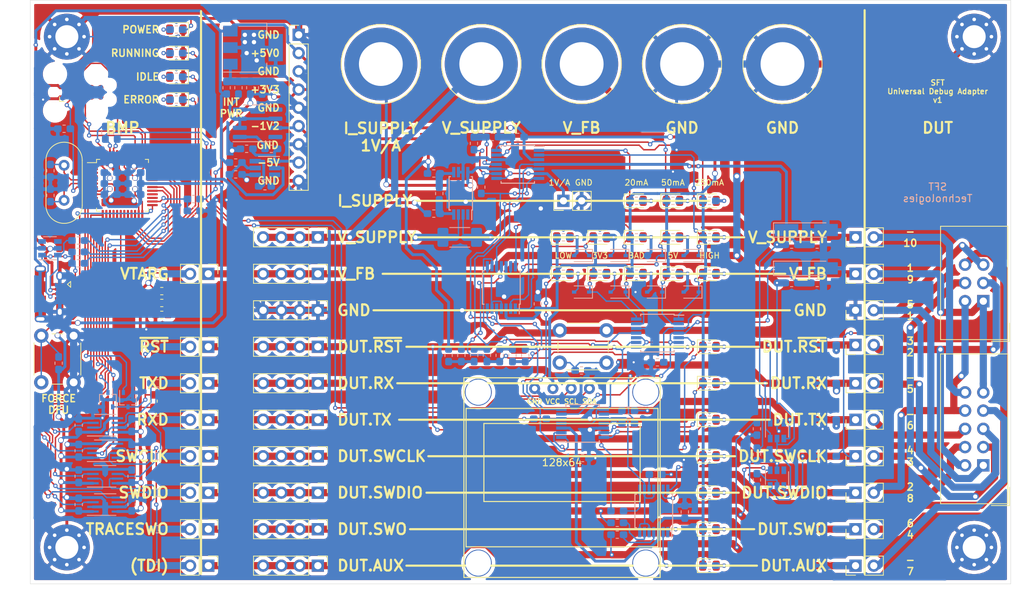
<source format=kicad_pcb>
(kicad_pcb (version 20171130) (host pcbnew 5.1.5)
  (layers (0 F.Cu signal) (31 B.Cu signal) (34 B.Paste user) (35 F.Paste user) (36 B.SilkS user) (37 F.SilkS user) (38 B.Mask user) (39 F.Mask user) (44 Edge.Cuts user))
  (net 0 "")
  (net 1 GND)
  (net 2 "Net-(JP2-Pad2)")
  (net 3 "Net-(JP5-Pad2)")
  (net 4 "Net-(JP6-Pad2)")
  (net 5 "Net-(JP9-Pad2)")
  (net 6 "Net-(JP10-Pad2)")
  (net 7 "Net-(JP3-Pad2)")
  (net 8 "Net-(JP4-Pad2)")
  (net 9 "Net-(JP7-Pad2)")
  (net 10 "Net-(JP8-Pad2)")
  (net 11 +5V)
  (net 12 "Net-(D2-Pad2)")
  (net 13 "Net-(D3-Pad2)")
  (net 14 "Net-(D4-Pad2)")
  (net 15 "Net-(D9-Pad2)")
  (net 16 "Net-(D11-Pad1)")
  (net 17 "Net-(D11-Pad2)")
  (net 18 "Net-(D12-Pad2)")
  (net 19 "Net-(D13-Pad2)")
  (net 20 "Net-(D14-Pad2)")
  (net 21 "Net-(D15-Pad2)")
  (net 22 "Net-(D17-Pad2)")
  (net 23 "Net-(D17-Pad1)")
  (net 24 "Net-(D18-Pad2)")
  (net 25 "Net-(D19-Pad2)")
  (net 26 /BlackMagicProbe/SELF_~RST)
  (net 27 "Net-(C2-Pad1)")
  (net 28 "Net-(C3-Pad1)")
  (net 29 +3V3)
  (net 30 /BlackMagicProbe/VTARG)
  (net 31 /BlackMagicProbe/VTARG_MEAS)
  (net 32 /OutputInterface/VREF_3300mV)
  (net 33 "Net-(C26-Pad2)")
  (net 34 "Net-(C29-Pad1)")
  (net 35 "Net-(C29-Pad2)")
  (net 36 -1V2)
  (net 37 "Net-(D1-Pad2)")
  (net 38 "Net-(D5-Pad1)")
  (net 39 "Net-(D10-Pad1)")
  (net 40 "Net-(D10-Pad2)")
  (net 41 "Net-(D12-Pad1)")
  (net 42 "Net-(D13-Pad1)")
  (net 43 "Net-(D14-Pad1)")
  (net 44 "Net-(D15-Pad1)")
  (net 45 /OutputInterface/V_SUPPLY_DIVIDED)
  (net 46 "Net-(D20-Pad2)")
  (net 47 "Net-(D21-Pad2)")
  (net 48 "Net-(D22-Pad2)")
  (net 49 "Net-(D22-Pad1)")
  (net 50 "Net-(D23-Pad1)")
  (net 51 "Net-(D23-Pad2)")
  (net 52 "Net-(D24-Pad2)")
  (net 53 "Net-(D24-Pad1)")
  (net 54 "Net-(D25-Pad1)")
  (net 55 "Net-(D25-Pad2)")
  (net 56 /OutputInterface/V_FB_DIVIDED)
  (net 57 /BlackMagicProbe/BMP.TDI)
  (net 58 /OutputInterface/V_SUPPLY)
  (net 59 /BlackMagicProbe/BMP.VTARG)
  (net 60 "Net-(FB5-Pad2)")
  (net 61 /BlackMagicProbe/USB_D+)
  (net 62 /BlackMagicProbe/USB_D-)
  (net 63 /OutputInterface/I_SUPPLY)
  (net 64 /BlackMagicProbe/BMP.TXD)
  (net 65 /OutputInterface/DUT.V_SUPPLY)
  (net 66 /BlackMagicProbe/BMP.SWCLK)
  (net 67 /BlackMagicProbe/BMP.SWDIO)
  (net 68 /BlackMagicProbe/BMP.~RST)
  (net 69 /BlackMagicProbe/BMP.TRACESWO)
  (net 70 /BlackMagicProbe/BMP.RXD)
  (net 71 /BlackMagicProbe/FORCE_DFU)
  (net 72 "Net-(JP11-Pad2)")
  (net 73 "Net-(JP12-Pad2)")
  (net 74 "Net-(JP13-Pad2)")
  (net 75 "Net-(JP14-Pad2)")
  (net 76 "Net-(JP15-Pad2)")
  (net 77 "Net-(JP16-Pad2)")
  (net 78 "Net-(JP17-Pad2)")
  (net 79 "Net-(JP18-Pad2)")
  (net 80 "Net-(JP19-Pad2)")
  (net 81 /BlackMagicProbe/INTERFACE_TARGET_~RST)
  (net 82 /BlackMagicProbe/INTERFACE_NATIVE_RST)
  (net 83 /BlackMagicProbe/INTERFACE_NATIVE_RST_SENSE)
  (net 84 /BlackMagicProbe/USB_1K5_PULLUP_CTRL)
  (net 85 /BlackMagicProbe/USB-)
  (net 86 /BlackMagicProbe/USB+)
  (net 87 /BlackMagicProbe/VBUS_MEAS)
  (net 88 /BlackMagicProbe/LED0)
  (net 89 /BlackMagicProbe/INTERFACE_TARGET_TDI)
  (net 90 /BlackMagicProbe/INTERFACE_TARGET_TDO_TRACESWO)
  (net 91 /BlackMagicProbe/INTERFACE_TARGET_TCK_SWCLK)
  (net 92 /BlackMagicProbe/INTERFACE_TARGET_TMS_SWDIO)
  (net 93 /BlackMagicProbe/INTERFACE_TARGET_TXD)
  (net 94 /BlackMagicProbe/INTERFACE_TARGET_RXD)
  (net 95 /BlackMagicProbe/LED1)
  (net 96 /BlackMagicProbe/LED2)
  (net 97 /OutputInterface/VREF_2750mV)
  (net 98 /OutputInterface/VREF_1800mV)
  (net 99 /OutputInterface/VREF_1500mV)
  (net 100 /OutputInterface/VREF_250mV)
  (net 101 /OutputInterface/VREF_50mV)
  (net 102 /OutputInterface/VREF_20mV)
  (net 103 "Net-(R31-Pad1)")
  (net 104 "Net-(R32-Pad1)")
  (net 105 "Net-(R33-Pad1)")
  (net 106 "Net-(R46-Pad1)")
  (net 107 "Net-(R47-Pad1)")
  (net 108 "Net-(R48-Pad1)")
  (net 109 "Net-(R49-Pad1)")
  (net 110 /BlackMagicProbe/INTERFACE_NATIVE_SWDIO_DIR)
  (net 111 /BlackMagicProbe/INTERFACE_NATIVE_TDI)
  (net 112 /BlackMagicProbe/INTERFACE_NATIVE_TMS_SWDIO)
  (net 113 /BlackMagicProbe/INTERFACE_NATIVE_TCK_SWCLK)
  (net 114 /BlackMagicProbe/INTERFACE_NATIVE_TDO_TRACESWO)
  (net 115 /BlackMagicProbe/INTERFACE_NATIVE_TXD)
  (net 116 /BlackMagicProbe/INTERFACE_NATIVE_RXD)
  (net 117 /BlackMagicProbe/SELF_SWDIO)
  (net 118 /BlackMagicProbe/SELF_SWCLK)
  (net 119 /BlackMagicProbe/SELF_TRACESWO)
  (net 120 /OutputInterface/VREF_2250mV)
  (net 121 -5V)
  (net 122 "Net-(R34-Pad2)")
  (net 123 /OutputInterface/-1V2_FILTERED)
  (net 124 /OutputInterface/3V3_FILTERED)
  (net 125 "Net-(D30-Pad2)")
  (net 126 "Net-(D30-Pad1)")
  (net 127 "Net-(D31-Pad2)")
  (net 128 "Net-(D31-Pad1)")
  (net 129 "Net-(D32-Pad2)")
  (net 130 "Net-(D33-Pad2)")
  (net 131 "Net-(D32-Pad1)")
  (net 132 "Net-(D33-Pad1)")
  (net 133 "Net-(D18-Pad1)")
  (net 134 "Net-(D19-Pad1)")
  (net 135 "Net-(D20-Pad1)")
  (net 136 "Net-(D21-Pad1)")
  (net 137 /BlackMagicProbe/DISPLAY_SCL)
  (net 138 /BlackMagicProbe/DISPLAY_SDA)
  (module sft:LOGO_CU (layer B.Cu) (at 151.13 64.77 180)
    (fp_text reference G*** hide)
    (fp_text value LOGO hide)
  )
  (module Resistor_SMD:R_0603_1608Metric_Pad1.05x0.95mm_HandSolder (layer B.Cu) (at 35.3314 66.7258 270)
    (fp_text reference R71 hide)
    (fp_text value 4k7)
    (pad 1 smd roundrect (at -0.875 0 270) (size 1.05 0.95) (layers B.Cu B.Paste B.Mask) (net 29 +3V3))
    (pad 2 smd roundrect (at 0.875 0 270) (size 1.05 0.95) (layers B.Cu B.Paste B.Mask) (net 138 /BlackMagicProbe/DISPLAY_SDA))
  )
  (module Resistor_SMD:R_0603_1608Metric_Pad1.05x0.95mm_HandSolder (layer B.Cu) (at 36.9824 66.7258 270)
    (fp_text reference R70 hide)
    (fp_text value 4k7)
    (pad 2 smd roundrect (at 0.875 0 270) (size 1.05 0.95) (layers B.Cu B.Paste B.Mask) (net 137 /BlackMagicProbe/DISPLAY_SCL))
    (pad 1 smd roundrect (at -0.875 0 270) (size 1.05 0.95) (layers B.Cu B.Paste B.Mask) (net 29 +3V3))
  )
  (module Connector_IDC:IDC-Header_2x03_P2.54mm_Vertical (layer F.Cu) (at 157.48 90.17 180)
    (fp_text reference X3 hide)
    (fp_text value TC2030-ARM-SWD hide)
    (pad 1 thru_hole rect (at 0 0 180) (size 1.7272 1.7272) (drill 1.016) (layers *.Cu *.Mask) (net 73 "Net-(JP12-Pad2)"))
    (pad 2 thru_hole oval (at 2.54 0 180) (size 1.7272 1.7272) (drill 1.016) (layers *.Cu *.Mask) (net 78 "Net-(JP17-Pad2)"))
    (pad 3 thru_hole oval (at 0 2.54 180) (size 1.7272 1.7272) (drill 1.016) (layers *.Cu *.Mask) (net 76 "Net-(JP15-Pad2)"))
    (pad 4 thru_hole oval (at 2.54 2.54 180) (size 1.7272 1.7272) (drill 1.016) (layers *.Cu *.Mask) (net 77 "Net-(JP16-Pad2)"))
    (pad 5 thru_hole oval (at 0 5.08 180) (size 1.7272 1.7272) (drill 1.016) (layers *.Cu *.Mask) (net 6 "Net-(JP10-Pad2)"))
    (pad 6 thru_hole oval (at 2.54 5.08 180) (size 1.7272 1.7272) (drill 1.016) (layers *.Cu *.Mask) (net 79 "Net-(JP18-Pad2)"))
  )
  (module Capacitor_SMD:C_0603_1608Metric_Pad1.05x0.95mm_HandSolder (layer B.Cu) (at 84.8614 97.7138 90)
    (fp_text reference C20 hide)
    (fp_text value 100nF)
    (pad 2 smd roundrect (at 0.875 0 90) (size 1.05 0.95) (layers B.Cu B.Paste B.Mask) (net 1 GND))
    (pad 1 smd roundrect (at -0.875 0 90) (size 1.05 0.95) (layers B.Cu B.Paste B.Mask) (net 32 /OutputInterface/VREF_3300mV))
  )
  (module Resistor_SMD:R_0603_1608Metric_Pad1.05x0.95mm_HandSolder (layer B.Cu) (at 88.4174 97.7138 270)
    (fp_text reference R24 hide)
    (fp_text value 30k)
    (pad 1 smd roundrect (at -0.875 0 270) (size 1.05 0.95) (layers B.Cu B.Paste B.Mask) (net 97 /OutputInterface/VREF_2750mV))
    (pad 2 smd roundrect (at 0.875 0 270) (size 1.05 0.95) (layers B.Cu B.Paste B.Mask) (net 120 /OutputInterface/VREF_2250mV))
  )
  (module Resistor_SMD:R_0603_1608Metric_Pad1.05x0.95mm_HandSolder (layer B.Cu) (at 86.6394 97.7138 270)
    (fp_text reference R23 hide)
    (fp_text value 33k)
    (pad 2 smd roundrect (at 0.875 0 270) (size 1.05 0.95) (layers B.Cu B.Paste B.Mask) (net 32 /OutputInterface/VREF_3300mV))
    (pad 1 smd roundrect (at -0.875 0 270) (size 1.05 0.95) (layers B.Cu B.Paste B.Mask) (net 97 /OutputInterface/VREF_2750mV))
  )
  (module Resistor_SMD:R_0603_1608Metric_Pad1.05x0.95mm_HandSolder (layer B.Cu) (at 93.7514 97.7138 90)
    (fp_text reference R27 hide)
    (fp_text value 75k)
    (pad 1 smd roundrect (at -0.875 0 90) (size 1.05 0.95) (layers B.Cu B.Paste B.Mask) (net 99 /OutputInterface/VREF_1500mV))
    (pad 2 smd roundrect (at 0.875 0 90) (size 1.05 0.95) (layers B.Cu B.Paste B.Mask) (net 100 /OutputInterface/VREF_250mV))
  )
  (module Resistor_SMD:R_0603_1608Metric_Pad1.05x0.95mm_HandSolder (layer B.Cu) (at 91.9734 97.7138 270)
    (fp_text reference R26 hide)
    (fp_text value 18k)
    (pad 1 smd roundrect (at -0.875 0 270) (size 1.05 0.95) (layers B.Cu B.Paste B.Mask) (net 98 /OutputInterface/VREF_1800mV))
    (pad 2 smd roundrect (at 0.875 0 270) (size 1.05 0.95) (layers B.Cu B.Paste B.Mask) (net 99 /OutputInterface/VREF_1500mV))
  )
  (module Resistor_SMD:R_0603_1608Metric_Pad1.05x0.95mm_HandSolder (layer B.Cu) (at 90.1954 97.7138 90)
    (fp_text reference R25 hide)
    (fp_text value 27k)
    (pad 2 smd roundrect (at 0.875 0 90) (size 1.05 0.95) (layers B.Cu B.Paste B.Mask) (net 98 /OutputInterface/VREF_1800mV))
    (pad 1 smd roundrect (at -0.875 0 90) (size 1.05 0.95) (layers B.Cu B.Paste B.Mask) (net 120 /OutputInterface/VREF_2250mV))
  )
  (module Resistor_SMD:R_0603_1608Metric_Pad1.05x0.95mm_HandSolder (layer B.Cu) (at 83.0834 97.7138 270)
    (fp_text reference FB3 hide)
    (fp_text value 30Ω@100MHz)
    (pad 1 smd roundrect (at -0.875 0 270) (size 1.05 0.95) (layers B.Cu B.Paste B.Mask) (net 29 +3V3))
    (pad 2 smd roundrect (at 0.875 0 270) (size 1.05 0.95) (layers B.Cu B.Paste B.Mask) (net 32 /OutputInterface/VREF_3300mV))
  )
  (module Package_TO_SOT_SMD:SOT-23-6 (layer B.Cu) (at 128.778 108.204 270)
    (fp_text reference U13 hide)
    (fp_text value USBLC6-4SC6)
    (pad 1 smd rect (at -1.1 0.95 270) (size 1.06 0.65) (layers B.Cu B.Paste B.Mask) (net 68 /BlackMagicProbe/BMP.~RST))
    (pad 2 smd rect (at -1.1 0 270) (size 1.06 0.65) (layers B.Cu B.Paste B.Mask) (net 1 GND))
    (pad 3 smd rect (at -1.1 -0.95 270) (size 1.06 0.65) (layers B.Cu B.Paste B.Mask))
    (pad 4 smd rect (at 1.1 -0.95 270) (size 1.06 0.65) (layers B.Cu B.Paste B.Mask) (net 70 /BlackMagicProbe/BMP.RXD))
    (pad 6 smd rect (at 1.1 0.95 270) (size 1.06 0.65) (layers B.Cu B.Paste B.Mask) (net 64 /BlackMagicProbe/BMP.TXD))
    (pad 5 smd rect (at 1.1 0 270) (size 1.06 0.65) (layers B.Cu B.Paste B.Mask) (net 59 /BlackMagicProbe/BMP.VTARG))
  )
  (module Capacitor_SMD:C_0603_1608Metric_Pad1.05x0.95mm_HandSolder (layer B.Cu) (at 29.591 66.167 180)
    (fp_text reference C1 hide)
    (fp_text value 100nF)
    (pad 1 smd roundrect (at -0.875 0 180) (size 1.05 0.95) (layers B.Cu B.Paste B.Mask) (net 26 /BlackMagicProbe/SELF_~RST))
    (pad 2 smd roundrect (at 0.875 0 180) (size 1.05 0.95) (layers B.Cu B.Paste B.Mask) (net 1 GND))
  )
  (module Capacitor_SMD:C_0603_1608Metric_Pad1.05x0.95mm_HandSolder (layer B.Cu) (at 27.686 72.009 270)
    (fp_text reference C2 hide)
    (fp_text value 18pF)
    (pad 2 smd roundrect (at 0.875 0 270) (size 1.05 0.95) (layers B.Cu B.Paste B.Mask) (net 1 GND))
    (pad 1 smd roundrect (at -0.875 0 270) (size 1.05 0.95) (layers B.Cu B.Paste B.Mask) (net 27 "Net-(C2-Pad1)"))
  )
  (module Capacitor_SMD:C_0603_1608Metric_Pad1.05x0.95mm_HandSolder (layer B.Cu) (at 27.686 75.438 90)
    (fp_text reference C3 hide)
    (fp_text value 18pF)
    (pad 2 smd roundrect (at 0.875 0 90) (size 1.05 0.95) (layers B.Cu B.Paste B.Mask) (net 1 GND))
    (pad 1 smd roundrect (at -0.875 0 90) (size 1.05 0.95) (layers B.Cu B.Paste B.Mask) (net 28 "Net-(C3-Pad1)"))
  )
  (module Capacitor_SMD:C_0603_1608Metric_Pad1.05x0.95mm_HandSolder (layer B.Cu) (at 36.068 75.311 180)
    (fp_text reference C4 hide)
    (fp_text value 4.7uF)
    (pad 1 smd roundrect (at -0.875 0 180) (size 1.05 0.95) (layers B.Cu B.Paste B.Mask) (net 1 GND))
    (pad 2 smd roundrect (at 0.875 0 180) (size 1.05 0.95) (layers B.Cu B.Paste B.Mask) (net 29 +3V3))
  )
  (module Capacitor_SMD:C_0603_1608Metric_Pad1.05x0.95mm_HandSolder (layer B.Cu) (at 39.37 73.787)
    (fp_text reference C5 hide)
    (fp_text value 100nF)
    (pad 2 smd roundrect (at 0.875 0) (size 1.05 0.95) (layers B.Cu B.Paste B.Mask) (net 29 +3V3))
    (pad 1 smd roundrect (at -0.875 0) (size 1.05 0.95) (layers B.Cu B.Paste B.Mask) (net 1 GND))
  )
  (module Capacitor_SMD:C_0603_1608Metric_Pad1.05x0.95mm_HandSolder (layer B.Cu) (at 39.37 75.311)
    (fp_text reference C6 hide)
    (fp_text value 4.7uF)
    (pad 1 smd roundrect (at -0.875 0) (size 1.05 0.95) (layers B.Cu B.Paste B.Mask) (net 1 GND))
    (pad 2 smd roundrect (at 0.875 0) (size 1.05 0.95) (layers B.Cu B.Paste B.Mask) (net 29 +3V3))
  )
  (module Capacitor_SMD:C_0603_1608Metric_Pad1.05x0.95mm_HandSolder (layer B.Cu) (at 31.623 107.442 270)
    (fp_text reference C7 hide)
    (fp_text value 100nF)
    (pad 2 smd roundrect (at 0.875 0 270) (size 1.05 0.95) (layers B.Cu B.Paste B.Mask) (net 29 +3V3))
    (pad 1 smd roundrect (at -0.875 0 270) (size 1.05 0.95) (layers B.Cu B.Paste B.Mask) (net 1 GND))
  )
  (module Capacitor_SMD:C_0603_1608Metric_Pad1.05x0.95mm_HandSolder (layer B.Cu) (at 31.623 110.998 270)
    (fp_text reference C8 hide)
    (fp_text value 100nF)
    (pad 2 smd roundrect (at 0.875 0 270) (size 1.05 0.95) (layers B.Cu B.Paste B.Mask) (net 29 +3V3))
    (pad 1 smd roundrect (at -0.875 0 270) (size 1.05 0.95) (layers B.Cu B.Paste B.Mask) (net 1 GND))
  )
  (module Capacitor_SMD:C_0603_1608Metric_Pad1.05x0.95mm_HandSolder (layer B.Cu) (at 36.068 73.787 180)
    (fp_text reference C9 hide)
    (fp_text value 100nF)
    (pad 2 smd roundrect (at 0.875 0 180) (size 1.05 0.95) (layers B.Cu B.Paste B.Mask) (net 29 +3V3))
    (pad 1 smd roundrect (at -0.875 0 180) (size 1.05 0.95) (layers B.Cu B.Paste B.Mask) (net 1 GND))
  )
  (module Capacitor_SMD:C_0603_1608Metric_Pad1.05x0.95mm_HandSolder (layer B.Cu) (at 38.989 107.442 90)
    (fp_text reference C10 hide)
    (fp_text value 100nF)
    (pad 1 smd roundrect (at -0.875 0 90) (size 1.05 0.95) (layers B.Cu B.Paste B.Mask) (net 30 /BlackMagicProbe/VTARG))
    (pad 2 smd roundrect (at 0.875 0 90) (size 1.05 0.95) (layers B.Cu B.Paste B.Mask) (net 1 GND))
  )
  (module Capacitor_SMD:C_0603_1608Metric_Pad1.05x0.95mm_HandSolder (layer B.Cu) (at 38.989 110.998 90)
    (fp_text reference C11 hide)
    (fp_text value 100nF)
    (pad 1 smd roundrect (at -0.875 0 90) (size 1.05 0.95) (layers B.Cu B.Paste B.Mask) (net 30 /BlackMagicProbe/VTARG))
    (pad 2 smd roundrect (at 0.875 0 90) (size 1.05 0.95) (layers B.Cu B.Paste B.Mask) (net 1 GND))
  )
  (module Capacitor_SMD:C_0603_1608Metric_Pad1.05x0.95mm_HandSolder (layer B.Cu) (at 36.068 72.263 180)
    (fp_text reference C12 hide)
    (fp_text value 100nF)
    (pad 2 smd roundrect (at 0.875 0 180) (size 1.05 0.95) (layers B.Cu B.Paste B.Mask) (net 29 +3V3))
    (pad 1 smd roundrect (at -0.875 0 180) (size 1.05 0.95) (layers B.Cu B.Paste B.Mask) (net 1 GND))
  )
  (module Capacitor_SMD:C_0603_1608Metric_Pad1.05x0.95mm_HandSolder (layer B.Cu) (at 39.37 72.263)
    (fp_text reference C13 hide)
    (fp_text value 100nF)
    (pad 1 smd roundrect (at -0.875 0) (size 1.05 0.95) (layers B.Cu B.Paste B.Mask) (net 1 GND))
    (pad 2 smd roundrect (at 0.875 0) (size 1.05 0.95) (layers B.Cu B.Paste B.Mask) (net 29 +3V3))
  )
  (module Capacitor_SMD:C_0603_1608Metric_Pad1.05x0.95mm_HandSolder (layer B.Cu) (at 31.623 118.491 270)
    (fp_text reference C14 hide)
    (fp_text value 100nF)
    (pad 2 smd roundrect (at 0.875 0 270) (size 1.05 0.95) (layers B.Cu B.Paste B.Mask) (net 29 +3V3))
    (pad 1 smd roundrect (at -0.875 0 270) (size 1.05 0.95) (layers B.Cu B.Paste B.Mask) (net 1 GND))
  )
  (module Capacitor_SMD:C_0603_1608Metric_Pad1.05x0.95mm_HandSolder (layer B.Cu) (at 31.623 114.554 270)
    (fp_text reference C15 hide)
    (fp_text value 100nF)
    (pad 1 smd roundrect (at -0.875 0 270) (size 1.05 0.95) (layers B.Cu B.Paste B.Mask) (net 1 GND))
    (pad 2 smd roundrect (at 0.875 0 270) (size 1.05 0.95) (layers B.Cu B.Paste B.Mask) (net 29 +3V3))
  )
  (module Capacitor_SMD:C_0603_1608Metric_Pad1.05x0.95mm_HandSolder (layer B.Cu) (at 38.989 118.491 90)
    (fp_text reference C16 hide)
    (fp_text value 100nF)
    (pad 1 smd roundrect (at -0.875 0 90) (size 1.05 0.95) (layers B.Cu B.Paste B.Mask) (net 30 /BlackMagicProbe/VTARG))
    (pad 2 smd roundrect (at 0.875 0 90) (size 1.05 0.95) (layers B.Cu B.Paste B.Mask) (net 1 GND))
  )
  (module Capacitor_SMD:C_0603_1608Metric_Pad1.05x0.95mm_HandSolder (layer B.Cu) (at 38.989 114.554 90)
    (fp_text reference C17 hide)
    (fp_text value 100nF)
    (pad 1 smd roundrect (at -0.875 0 90) (size 1.05 0.95) (layers B.Cu B.Paste B.Mask) (net 30 /BlackMagicProbe/VTARG))
    (pad 2 smd roundrect (at 0.875 0 90) (size 1.05 0.95) (layers B.Cu B.Paste B.Mask) (net 1 GND))
  )
  (module Capacitor_SMD:C_0603_1608Metric_Pad1.05x0.95mm_HandSolder (layer F.Cu) (at 43.18 92.075)
    (fp_text reference C18 hide)
    (fp_text value 100nF)
    (pad 1 smd roundrect (at -0.875 0) (size 1.05 0.95) (layers F.Cu F.Paste F.Mask) (net 1 GND))
    (pad 2 smd roundrect (at 0.875 0) (size 1.05 0.95) (layers F.Cu F.Paste F.Mask) (net 31 /BlackMagicProbe/VTARG_MEAS))
  )
  (module Capacitor_SMD:C_0603_1608Metric_Pad1.05x0.95mm_HandSolder (layer B.Cu) (at 81.788 75.184 270)
    (fp_text reference C19 hide)
    (fp_text value 100nF)
    (pad 2 smd roundrect (at 0.875 0 270) (size 1.05 0.95) (layers B.Cu B.Paste B.Mask) (net 123 /OutputInterface/-1V2_FILTERED))
    (pad 1 smd roundrect (at -0.875 0 270) (size 1.05 0.95) (layers B.Cu B.Paste B.Mask) (net 124 /OutputInterface/3V3_FILTERED))
  )
  (module Capacitor_SMD:C_0603_1608Metric_Pad1.05x0.95mm_HandSolder (layer B.Cu) (at 95.504 90.551 90)
    (fp_text reference C21 hide)
    (fp_text value 100nF)
    (pad 1 smd roundrect (at -0.875 0 90) (size 1.05 0.95) (layers B.Cu B.Paste B.Mask) (net 11 +5V))
    (pad 2 smd roundrect (at 0.875 0 90) (size 1.05 0.95) (layers B.Cu B.Paste B.Mask) (net 1 GND))
  )
  (module Capacitor_SMD:C_0603_1608Metric_Pad1.05x0.95mm_HandSolder (layer B.Cu) (at 101.727 112.014)
    (fp_text reference C22 hide)
    (fp_text value 100nF)
    (pad 2 smd roundrect (at 0.875 0) (size 1.05 0.95) (layers B.Cu B.Paste B.Mask) (net 1 GND))
    (pad 1 smd roundrect (at -0.875 0) (size 1.05 0.95) (layers B.Cu B.Paste B.Mask) (net 11 +5V))
  )
  (module Capacitor_SMD:C_0603_1608Metric_Pad1.05x0.95mm_HandSolder (layer B.Cu) (at 92.71 67.31 180)
    (fp_text reference C23 hide)
    (fp_text value 100nF)
    (pad 2 smd roundrect (at 0.875 0 180) (size 1.05 0.95) (layers B.Cu B.Paste B.Mask) (net 1 GND))
    (pad 1 smd roundrect (at -0.875 0 180) (size 1.05 0.95) (layers B.Cu B.Paste B.Mask) (net 11 +5V))
  )
  (module Capacitor_SMD:C_0603_1608Metric_Pad1.05x0.95mm_HandSolder (layer B.Cu) (at 112.141 98.679 180)
    (fp_text reference C24 hide)
    (fp_text value 100nF)
    (pad 1 smd roundrect (at -0.875 0 180) (size 1.05 0.95) (layers B.Cu B.Paste B.Mask) (net 11 +5V))
    (pad 2 smd roundrect (at 0.875 0 180) (size 1.05 0.95) (layers B.Cu B.Paste B.Mask) (net 1 GND))
  )
  (module Capacitor_SMD:C_0603_1608Metric_Pad1.05x0.95mm_HandSolder (layer B.Cu) (at 115.951 119.507 90)
    (fp_text reference C25 hide)
    (fp_text value 100nF)
    (pad 2 smd roundrect (at 0.875 0 90) (size 1.05 0.95) (layers B.Cu B.Paste B.Mask) (net 1 GND))
    (pad 1 smd roundrect (at -0.875 0 90) (size 1.05 0.95) (layers B.Cu B.Paste B.Mask) (net 11 +5V))
  )
  (module Capacitor_SMD:C_0603_1608Metric_Pad1.05x0.95mm_HandSolder (layer B.Cu) (at 53.467 72.517 180)
    (fp_text reference C26 hide)
    (fp_text value 4.7uF)
    (pad 2 smd roundrect (at 0.875 0 180) (size 1.05 0.95) (layers B.Cu B.Paste B.Mask) (net 33 "Net-(C26-Pad2)"))
    (pad 1 smd roundrect (at -0.875 0 180) (size 1.05 0.95) (layers B.Cu B.Paste B.Mask) (net 1 GND))
  )
  (module Capacitor_SMD:C_0603_1608Metric_Pad1.05x0.95mm_HandSolder (layer B.Cu) (at 52.197 60.452 270)
    (fp_text reference C27 hide)
    (fp_text value 4.7uF)
    (pad 2 smd roundrect (at 0.875 0 270) (size 1.05 0.95) (layers B.Cu B.Paste B.Mask) (net 11 +5V))
    (pad 1 smd roundrect (at -0.875 0 270) (size 1.05 0.95) (layers B.Cu B.Paste B.Mask) (net 1 GND))
  )
  (module Capacitor_SMD:C_0603_1608Metric_Pad1.05x0.95mm_HandSolder (layer B.Cu) (at 57.15 60.452 270)
    (fp_text reference C28 hide)
    (fp_text value 4.7uF)
    (pad 2 smd roundrect (at 0.875 0 270) (size 1.05 0.95) (layers B.Cu B.Paste B.Mask) (net 29 +3V3))
    (pad 1 smd roundrect (at -0.875 0 270) (size 1.05 0.95) (layers B.Cu B.Paste B.Mask) (net 1 GND))
  )
  (module Capacitor_SMD:C_0603_1608Metric_Pad1.05x0.95mm_HandSolder (layer B.Cu) (at 57.531 74.168 180)
    (fp_text reference C29 hide)
    (fp_text value 4.7uF)
    (pad 1 smd roundrect (at -0.875 0 180) (size 1.05 0.95) (layers B.Cu B.Paste B.Mask) (net 34 "Net-(C29-Pad1)"))
    (pad 2 smd roundrect (at 0.875 0 180) (size 1.05 0.95) (layers B.Cu B.Paste B.Mask) (net 35 "Net-(C29-Pad2)"))
  )
  (module Capacitor_SMD:C_0603_1608Metric_Pad1.05x0.95mm_HandSolder (layer B.Cu) (at 54.991 68.961)
    (fp_text reference C30 hide)
    (fp_text value 4.7uF)
    (pad 1 smd roundrect (at -0.875 0) (size 1.05 0.95) (layers B.Cu B.Paste B.Mask) (net 1 GND))
    (pad 2 smd roundrect (at 0.875 0) (size 1.05 0.95) (layers B.Cu B.Paste B.Mask) (net 121 -5V))
  )
  (module Capacitor_SMD:C_0603_1608Metric_Pad1.05x0.95mm_HandSolder (layer B.Cu) (at 53.848 60.452 270)
    (fp_text reference C31 hide)
    (fp_text value 4.7uF)
    (pad 1 smd roundrect (at -0.875 0 270) (size 1.05 0.95) (layers B.Cu B.Paste B.Mask) (net 1 GND))
    (pad 2 smd roundrect (at 0.875 0 270) (size 1.05 0.95) (layers B.Cu B.Paste B.Mask) (net 36 -1V2))
  )
  (module Capacitor_SMD:C_0603_1608Metric_Pad1.05x0.95mm_HandSolder (layer B.Cu) (at 55.499 60.452 270)
    (fp_text reference C32 hide)
    (fp_text value 4.7uF)
    (pad 1 smd roundrect (at -0.875 0 270) (size 1.05 0.95) (layers B.Cu B.Paste B.Mask) (net 1 GND))
    (pad 2 smd roundrect (at 0.875 0 270) (size 1.05 0.95) (layers B.Cu B.Paste B.Mask) (net 29 +3V3))
  )
  (module LED_SMD:LED_0805_2012Metric (layer F.Cu) (at 45.212 52.3494 180)
    (fp_text reference D1 hide)
    (fp_text value Green)
    (pad 1 smd roundrect (at -0.9375 0 180) (size 0.975 1.4) (layers F.Cu F.Paste F.Mask) (net 1 GND))
    (pad 2 smd roundrect (at 0.9375 0 180) (size 0.975 1.4) (layers F.Cu F.Paste F.Mask) (net 37 "Net-(D1-Pad2)"))
  )
  (module LED_SMD:LED_0805_2012Metric (layer F.Cu) (at 45.212 55.626 180)
    (fp_text reference D2 hide)
    (fp_text value Yellow)
    (pad 2 smd roundrect (at 0.9375 0 180) (size 0.975 1.4) (layers F.Cu F.Paste F.Mask) (net 12 "Net-(D2-Pad2)"))
    (pad 1 smd roundrect (at -0.9375 0 180) (size 0.975 1.4) (layers F.Cu F.Paste F.Mask) (net 1 GND))
  )
  (module LED_SMD:LED_0805_2012Metric (layer F.Cu) (at 45.212 58.928 180)
    (fp_text reference D3 hide)
    (fp_text value Yellow)
    (pad 2 smd roundrect (at 0.9375 0 180) (size 0.975 1.4) (layers F.Cu F.Paste F.Mask) (net 13 "Net-(D3-Pad2)"))
    (pad 1 smd roundrect (at -0.9375 0 180) (size 0.975 1.4) (layers F.Cu F.Paste F.Mask) (net 1 GND))
  )
  (module LED_SMD:LED_0805_2012Metric (layer F.Cu) (at 45.212 62.103 180)
    (fp_text reference D4 hide)
    (fp_text value Red)
    (pad 2 smd roundrect (at 0.9375 0 180) (size 0.975 1.4) (layers F.Cu F.Paste F.Mask) (net 14 "Net-(D4-Pad2)"))
    (pad 1 smd roundrect (at -0.9375 0 180) (size 0.975 1.4) (layers F.Cu F.Paste F.Mask) (net 1 GND))
  )
  (module LED_SMD:LED_0805_2012Metric (layer F.Cu) (at 99.06 81.28)
    (fp_text reference D5 hide)
    (fp_text value Red)
    (pad 2 smd roundrect (at 0.9375 0) (size 0.975 1.4) (layers F.Cu F.Paste F.Mask) (net 125 "Net-(D30-Pad2)"))
    (pad 1 smd roundrect (at -0.9375 0) (size 0.975 1.4) (layers F.Cu F.Paste F.Mask) (net 38 "Net-(D5-Pad1)"))
  )
  (module LED_SMD:LED_0805_2012Metric (layer F.Cu) (at 104.14 81.28)
    (fp_text reference D6 hide)
    (fp_text value Green)
    (pad 1 smd roundrect (at -0.9375 0) (size 0.975 1.4) (layers F.Cu F.Paste F.Mask) (net 126 "Net-(D30-Pad1)"))
    (pad 2 smd roundrect (at 0.9375 0) (size 0.975 1.4) (layers F.Cu F.Paste F.Mask) (net 127 "Net-(D31-Pad2)"))
  )
  (module LED_SMD:LED_0805_2012Metric (layer F.Cu) (at 109.22 81.28)
    (fp_text reference D7 hide)
    (fp_text value Red)
    (pad 1 smd roundrect (at -0.9375 0) (size 0.975 1.4) (layers F.Cu F.Paste F.Mask) (net 128 "Net-(D31-Pad1)"))
    (pad 2 smd roundrect (at 0.9375 0) (size 0.975 1.4) (layers F.Cu F.Paste F.Mask) (net 129 "Net-(D32-Pad2)"))
  )
  (module LED_SMD:LED_0805_2012Metric (layer F.Cu) (at 114.3 81.28)
    (fp_text reference D8 hide)
    (fp_text value Green)
    (pad 2 smd roundrect (at 0.9375 0) (size 0.975 1.4) (layers F.Cu F.Paste F.Mask) (net 130 "Net-(D33-Pad2)"))
    (pad 1 smd roundrect (at -0.9375 0) (size 0.975 1.4) (layers F.Cu F.Paste F.Mask) (net 131 "Net-(D32-Pad1)"))
  )
  (module LED_SMD:LED_0805_2012Metric (layer F.Cu) (at 119.38 81.28)
    (fp_text reference D9 hide)
    (fp_text value Yellow)
    (pad 1 smd roundrect (at -0.9375 0) (size 0.975 1.4) (layers F.Cu F.Paste F.Mask) (net 132 "Net-(D33-Pad1)"))
    (pad 2 smd roundrect (at 0.9375 0) (size 0.975 1.4) (layers F.Cu F.Paste F.Mask) (net 15 "Net-(D9-Pad2)"))
  )
  (module LED_SMD:LED_0805_2012Metric (layer F.Cu) (at 119.38 106.68)
    (fp_text reference D10 hide)
    (fp_text value Yellow)
    (pad 1 smd roundrect (at -0.9375 0) (size 0.975 1.4) (layers F.Cu F.Paste F.Mask) (net 39 "Net-(D10-Pad1)"))
    (pad 2 smd roundrect (at 0.9375 0) (size 0.975 1.4) (layers F.Cu F.Paste F.Mask) (net 40 "Net-(D10-Pad2)"))
  )
  (module LED_SMD:LED_0805_2012Metric (layer F.Cu) (at 119.38 101.6)
    (fp_text reference D11 hide)
    (fp_text value Yellow)
    (pad 1 smd roundrect (at -0.9375 0) (size 0.975 1.4) (layers F.Cu F.Paste F.Mask) (net 16 "Net-(D11-Pad1)"))
    (pad 2 smd roundrect (at 0.9375 0) (size 0.975 1.4) (layers F.Cu F.Paste F.Mask) (net 17 "Net-(D11-Pad2)"))
  )
  (module LED_SMD:LED_0805_2012Metric (layer F.Cu) (at 119.38 96.52)
    (fp_text reference D12 hide)
    (fp_text value Red)
    (pad 1 smd roundrect (at -0.9375 0) (size 0.975 1.4) (layers F.Cu F.Paste F.Mask) (net 41 "Net-(D12-Pad1)"))
    (pad 2 smd roundrect (at 0.9375 0) (size 0.975 1.4) (layers F.Cu F.Paste F.Mask) (net 18 "Net-(D12-Pad2)"))
  )
  (module LED_SMD:LED_0805_2012Metric (layer F.Cu) (at 109.22 76.2)
    (fp_text reference D13 hide)
    (fp_text value Green)
    (pad 2 smd roundrect (at 0.9375 0) (size 0.975 1.4) (layers F.Cu F.Paste F.Mask) (net 19 "Net-(D13-Pad2)"))
    (pad 1 smd roundrect (at -0.9375 0) (size 0.975 1.4) (layers F.Cu F.Paste F.Mask) (net 42 "Net-(D13-Pad1)"))
  )
  (module LED_SMD:LED_0805_2012Metric (layer F.Cu) (at 114.3 76.2)
    (fp_text reference D14 hide)
    (fp_text value Yellow)
    (pad 2 smd roundrect (at 0.9375 0) (size 0.975 1.4) (layers F.Cu F.Paste F.Mask) (net 20 "Net-(D14-Pad2)"))
    (pad 1 smd roundrect (at -0.9375 0) (size 0.975 1.4) (layers F.Cu F.Paste F.Mask) (net 43 "Net-(D14-Pad1)"))
  )
  (module LED_SMD:LED_0805_2012Metric (layer F.Cu) (at 119.38 76.2)
    (fp_text reference D15 hide)
    (fp_text value Red)
    (pad 1 smd roundrect (at -0.9375 0) (size 0.975 1.4) (layers F.Cu F.Paste F.Mask) (net 44 "Net-(D15-Pad1)"))
    (pad 2 smd roundrect (at 0.9375 0) (size 0.975 1.4) (layers F.Cu F.Paste F.Mask) (net 21 "Net-(D15-Pad2)"))
  )
  (module Diode_SMD:D_MiniMELF_Handsoldering (layer B.Cu) (at 132.842 80.264)
    (fp_text reference D16 hide)
    (fp_text value 4.7V)
    (pad 1 smd rect (at -2.75 0) (size 3.3 1.7) (layers B.Cu B.Paste B.Mask) (net 45 /OutputInterface/V_SUPPLY_DIVIDED))
    (pad 2 smd rect (at 2.75 0) (size 3.3 1.7) (layers B.Cu B.Paste B.Mask) (net 1 GND))
  )
  (module LED_SMD:LED_0805_2012Metric (layer F.Cu) (at 99.06 86.36)
    (fp_text reference D17 hide)
    (fp_text value Red)
    (pad 1 smd roundrect (at -0.9375 0) (size 0.975 1.4) (layers F.Cu F.Paste F.Mask) (net 23 "Net-(D17-Pad1)"))
    (pad 2 smd roundrect (at 0.9375 0) (size 0.975 1.4) (layers F.Cu F.Paste F.Mask) (net 22 "Net-(D17-Pad2)"))
  )
  (module LED_SMD:LED_0805_2012Metric (layer F.Cu) (at 104.14 86.36)
    (fp_text reference D18 hide)
    (fp_text value Green)
    (pad 2 smd roundrect (at 0.9375 0) (size 0.975 1.4) (layers F.Cu F.Paste F.Mask) (net 24 "Net-(D18-Pad2)"))
    (pad 1 smd roundrect (at -0.9375 0) (size 0.975 1.4) (layers F.Cu F.Paste F.Mask) (net 133 "Net-(D18-Pad1)"))
  )
  (module LED_SMD:LED_0805_2012Metric (layer F.Cu) (at 109.22 86.36)
    (fp_text reference D19 hide)
    (fp_text value Red)
    (pad 2 smd roundrect (at 0.9375 0) (size 0.975 1.4) (layers F.Cu F.Paste F.Mask) (net 25 "Net-(D19-Pad2)"))
    (pad 1 smd roundrect (at -0.9375 0) (size 0.975 1.4) (layers F.Cu F.Paste F.Mask) (net 134 "Net-(D19-Pad1)"))
  )
  (module LED_SMD:LED_0805_2012Metric (layer F.Cu) (at 114.3 86.36)
    (fp_text reference D20 hide)
    (fp_text value Green)
    (pad 2 smd roundrect (at 0.9375 0) (size 0.975 1.4) (layers F.Cu F.Paste F.Mask) (net 46 "Net-(D20-Pad2)"))
    (pad 1 smd roundrect (at -0.9375 0) (size 0.975 1.4) (layers F.Cu F.Paste F.Mask) (net 135 "Net-(D20-Pad1)"))
  )
  (module LED_SMD:LED_0805_2012Metric (layer F.Cu) (at 119.38 86.36)
    (fp_text reference D21 hide)
    (fp_text value Red)
    (pad 1 smd roundrect (at -0.9375 0) (size 0.975 1.4) (layers F.Cu F.Paste F.Mask) (net 136 "Net-(D21-Pad1)"))
    (pad 2 smd roundrect (at 0.9375 0) (size 0.975 1.4) (layers F.Cu F.Paste F.Mask) (net 47 "Net-(D21-Pad2)"))
  )
  (module LED_SMD:LED_0805_2012Metric (layer F.Cu) (at 119.38 121.92)
    (fp_text reference D22 hide)
    (fp_text value Yellow)
    (pad 2 smd roundrect (at 0.9375 0) (size 0.975 1.4) (layers F.Cu F.Paste F.Mask) (net 48 "Net-(D22-Pad2)"))
    (pad 1 smd roundrect (at -0.9375 0) (size 0.975 1.4) (layers F.Cu F.Paste F.Mask) (net 49 "Net-(D22-Pad1)"))
  )
  (module LED_SMD:LED_0805_2012Metric (layer F.Cu) (at 119.38 111.76)
    (fp_text reference D23 hide)
    (fp_text value Yellow)
    (pad 1 smd roundrect (at -0.9375 0) (size 0.975 1.4) (layers F.Cu F.Paste F.Mask) (net 50 "Net-(D23-Pad1)"))
    (pad 2 smd roundrect (at 0.9375 0) (size 0.975 1.4) (layers F.Cu F.Paste F.Mask) (net 51 "Net-(D23-Pad2)"))
  )
  (module LED_SMD:LED_0805_2012Metric (layer F.Cu) (at 119.38 116.84)
    (fp_text reference D24 hide)
    (fp_text value Yellow)
    (pad 2 smd roundrect (at 0.9375 0) (size 0.975 1.4) (layers F.Cu F.Paste F.Mask) (net 52 "Net-(D24-Pad2)"))
    (pad 1 smd roundrect (at -0.9375 0) (size 0.975 1.4) (layers F.Cu F.Paste F.Mask) (net 53 "Net-(D24-Pad1)"))
  )
  (module LED_SMD:LED_0805_2012Metric (layer F.Cu) (at 119.38 127)
    (fp_text reference D25 hide)
    (fp_text value Yellow)
    (pad 1 smd roundrect (at -0.9375 0) (size 0.975 1.4) (layers F.Cu F.Paste F.Mask) (net 54 "Net-(D25-Pad1)"))
    (pad 2 smd roundrect (at 0.9375 0) (size 0.975 1.4) (layers F.Cu F.Paste F.Mask) (net 55 "Net-(D25-Pad2)"))
  )
  (module Diode_SMD:D_MiniMELF_Handsoldering (layer B.Cu) (at 132.842 85.598)
    (fp_text reference D26 hide)
    (fp_text value 4.7V)
    (pad 2 smd rect (at 2.75 0) (size 3.3 1.7) (layers B.Cu B.Paste B.Mask) (net 1 GND))
    (pad 1 smd rect (at -2.75 0) (size 3.3 1.7) (layers B.Cu B.Paste B.Mask) (net 56 /OutputInterface/V_FB_DIVIDED))
  )
  (module Resistor_SMD:R_0603_1608Metric_Pad1.05x0.95mm_HandSolder (layer B.Cu) (at 125.984 107.95 270)
    (fp_text reference D27 hide)
    (fp_text value "24V ESD")
    (pad 2 smd roundrect (at 0.875 0 270) (size 1.05 0.95) (layers B.Cu B.Paste B.Mask) (net 1 GND))
    (pad 1 smd roundrect (at -0.875 0 270) (size 1.05 0.95) (layers B.Cu B.Paste B.Mask) (net 57 /BlackMagicProbe/BMP.TDI))
  )
  (module Resistor_SMD:R_0603_1608Metric_Pad1.05x0.95mm_HandSolder (layer B.Cu) (at 125.984 111.506 270)
    (fp_text reference D28 hide)
    (fp_text value "24V ESD")
    (pad 2 smd roundrect (at 0.875 0 270) (size 1.05 0.95) (layers B.Cu B.Paste B.Mask) (net 1 GND))
    (pad 1 smd roundrect (at -0.875 0 270) (size 1.05 0.95) (layers B.Cu B.Paste B.Mask) (net 58 /OutputInterface/V_SUPPLY))
  )
  (module Resistor_SMD:R_0603_1608Metric_Pad1.05x0.95mm_HandSolder (layer B.Cu) (at 125.984 115.062 270)
    (fp_text reference D29 hide)
    (fp_text value "24V ESD")
    (pad 1 smd roundrect (at -0.875 0 270) (size 1.05 0.95) (layers B.Cu B.Paste B.Mask) (net 59 /BlackMagicProbe/BMP.VTARG))
    (pad 2 smd roundrect (at 0.875 0 270) (size 1.05 0.95) (layers B.Cu B.Paste B.Mask) (net 1 GND))
  )
  (module Resistor_SMD:R_0603_1608Metric_Pad1.05x0.95mm_HandSolder (layer B.Cu) (at 81.026 72.39)
    (fp_text reference FB1 hide)
    (fp_text value 30Ω@100MHz)
    (pad 1 smd roundrect (at -0.875 0) (size 1.05 0.95) (layers B.Cu B.Paste B.Mask) (net 29 +3V3))
    (pad 2 smd roundrect (at 0.875 0) (size 1.05 0.95) (layers B.Cu B.Paste B.Mask) (net 124 /OutputInterface/3V3_FILTERED))
  )
  (module Resistor_SMD:R_0603_1608Metric_Pad1.05x0.95mm_HandSolder (layer B.Cu) (at 81.026 77.978 180)
    (fp_text reference FB2 hide)
    (fp_text value 30Ω@100MHz)
    (pad 2 smd roundrect (at 0.875 0 180) (size 1.05 0.95) (layers B.Cu B.Paste B.Mask) (net 36 -1V2))
    (pad 1 smd roundrect (at -0.875 0 180) (size 1.05 0.95) (layers B.Cu B.Paste B.Mask) (net 123 /OutputInterface/-1V2_FILTERED))
  )
  (module Resistor_SMD:R_0603_1608Metric_Pad1.05x0.95mm_HandSolder (layer B.Cu) (at 53.467 70.866)
    (fp_text reference FB4 hide)
    (fp_text value 30Ω@100MHz)
    (pad 1 smd roundrect (at -0.875 0) (size 1.05 0.95) (layers B.Cu B.Paste B.Mask) (net 11 +5V))
    (pad 2 smd roundrect (at 0.875 0) (size 1.05 0.95) (layers B.Cu B.Paste B.Mask) (net 33 "Net-(C26-Pad2)"))
  )
  (module Resistor_SMD:R_0603_1608Metric_Pad1.05x0.95mm_HandSolder (layer B.Cu) (at 58.42 68.961 180)
    (fp_text reference FB5 hide)
    (fp_text value 30Ω@100MHz)
    (pad 1 smd roundrect (at -0.875 0 180) (size 1.05 0.95) (layers B.Cu B.Paste B.Mask) (net 121 -5V))
    (pad 2 smd roundrect (at 0.875 0 180) (size 1.05 0.95) (layers B.Cu B.Paste B.Mask) (net 60 "Net-(FB5-Pad2)"))
  )
  (module sft:Amphenol_10118194 (layer F.Cu) (at 26.289 89.154 270)
    (fp_text reference J1 hide)
    (fp_text value USB_B_Micro)
    (pad 6 smd rect (at 1 0 270) (size 1.5 1.55) (layers F.Cu F.Paste F.Mask) (net 1 GND))
    (pad 6 smd rect (at -1 0 270) (size 1.5 1.55) (layers F.Cu F.Paste F.Mask) (net 1 GND))
    (pad 6 thru_hole oval (at 3.5 0 270) (size 0.9 1.55) (drill oval 0.5 1.15) (layers *.Cu *.Mask) (net 1 GND))
    (pad 6 thru_hole oval (at -3.5 0 270) (size 0.9 1.55) (drill oval 0.5 1.15) (layers *.Cu *.Mask) (net 1 GND))
    (pad 6 thru_hole oval (at 2.5 -2.7 90) (size 1.25 0.95) (drill oval 0.85 0.55) (layers *.Cu *.Mask) (net 1 GND))
    (pad 6 thru_hole oval (at -2.5 -2.7 90) (size 1.25 0.95) (drill oval 0.85 0.55) (layers *.Cu *.Mask) (net 1 GND))
    (pad 5 smd rect (at 1.3 -2.7) (size 1.35 0.4) (layers F.Cu F.Paste F.Mask) (net 1 GND))
    (pad 4 smd rect (at 0.65 -2.7) (size 1.35 0.4) (layers F.Cu F.Paste F.Mask) (net 1 GND))
    (pad 3 smd rect (at 0 -2.7) (size 1.35 0.4) (layers F.Cu F.Paste F.Mask) (net 61 /BlackMagicProbe/USB_D+))
    (pad 2 smd rect (at -0.65 -2.7) (size 1.35 0.4) (layers F.Cu F.Paste F.Mask) (net 62 /BlackMagicProbe/USB_D-))
    (pad 1 smd rect (at -1.3 -2.7) (size 1.35 0.4) (layers F.Cu F.Paste F.Mask) (net 11 +5V))
    (pad 6 smd rect (at -2.9 0 270) (size 1.2 1.55) (layers F.Cu F.Paste F.Mask) (net 1 GND))
    (pad 6 smd rect (at 2.9 0 270) (size 1.2 1.55) (layers F.Cu F.Paste F.Mask) (net 1 GND))
  )
  (module Connector_PinHeader_2.54mm:PinHeader_1x02_P2.54mm_Vertical (layer F.Cu) (at 99.06 76.2 90)
    (fp_text reference J2 hide)
    (fp_text value Conn_01x02_Male)
    (pad 2 thru_hole oval (at 0 2.54 90) (size 1.7 1.7) (drill 1) (layers *.Cu *.Mask) (net 1 GND))
    (pad 1 thru_hole rect (at 0 0 90) (size 1.7 1.7) (drill 1) (layers *.Cu *.Mask) (net 63 /OutputInterface/I_SUPPLY))
  )
  (module Connector_PinHeader_2.54mm:PinHeader_1x04_P2.54mm_Vertical (layer F.Cu) (at 64.897 91.44 270)
    (fp_text reference J3 hide)
    (fp_text value Conn_01x04_Male)
    (pad 4 thru_hole oval (at 0 7.62 270) (size 1.7 1.7) (drill 1) (layers *.Cu *.Mask) (net 1 GND))
    (pad 3 thru_hole oval (at 0 5.08 270) (size 1.7 1.7) (drill 1) (layers *.Cu *.Mask) (net 1 GND))
    (pad 2 thru_hole oval (at 0 2.54 270) (size 1.7 1.7) (drill 1) (layers *.Cu *.Mask) (net 1 GND))
    (pad 1 thru_hole rect (at 0 0 270) (size 1.7 1.7) (drill 1) (layers *.Cu *.Mask) (net 1 GND))
  )
  (module Connector_PinHeader_2.54mm:PinHeader_1x04_P2.54mm_Vertical (layer F.Cu) (at 64.897 106.68 270)
    (fp_text reference J4 hide)
    (fp_text value Conn_01x04_Male)
    (pad 1 thru_hole rect (at 0 0 270) (size 1.7 1.7) (drill 1) (layers *.Cu *.Mask) (net 70 /BlackMagicProbe/BMP.RXD))
    (pad 2 thru_hole oval (at 0 2.54 270) (size 1.7 1.7) (drill 1) (layers *.Cu *.Mask) (net 70 /BlackMagicProbe/BMP.RXD))
    (pad 3 thru_hole oval (at 0 5.08 270) (size 1.7 1.7) (drill 1) (layers *.Cu *.Mask) (net 70 /BlackMagicProbe/BMP.RXD))
    (pad 4 thru_hole oval (at 0 7.62 270) (size 1.7 1.7) (drill 1) (layers *.Cu *.Mask) (net 70 /BlackMagicProbe/BMP.RXD))
  )
  (module Connector_PinHeader_2.54mm:PinHeader_1x04_P2.54mm_Vertical (layer F.Cu) (at 64.897 81.28 270)
    (fp_text reference J5 hide)
    (fp_text value Conn_01x04_Male)
    (pad 1 thru_hole rect (at 0 0 270) (size 1.7 1.7) (drill 1) (layers *.Cu *.Mask) (net 65 /OutputInterface/DUT.V_SUPPLY))
    (pad 2 thru_hole oval (at 0 2.54 270) (size 1.7 1.7) (drill 1) (layers *.Cu *.Mask) (net 65 /OutputInterface/DUT.V_SUPPLY))
    (pad 3 thru_hole oval (at 0 5.08 270) (size 1.7 1.7) (drill 1) (layers *.Cu *.Mask) (net 65 /OutputInterface/DUT.V_SUPPLY))
    (pad 4 thru_hole oval (at 0 7.62 270) (size 1.7 1.7) (drill 1) (layers *.Cu *.Mask) (net 65 /OutputInterface/DUT.V_SUPPLY))
  )
  (module Connector_PinHeader_2.54mm:PinHeader_1x04_P2.54mm_Vertical (layer F.Cu) (at 64.897 111.76 270)
    (fp_text reference J6 hide)
    (fp_text value Conn_01x04_Male)
    (pad 1 thru_hole rect (at 0 0 270) (size 1.7 1.7) (drill 1) (layers *.Cu *.Mask) (net 66 /BlackMagicProbe/BMP.SWCLK))
    (pad 2 thru_hole oval (at 0 2.54 270) (size 1.7 1.7) (drill 1) (layers *.Cu *.Mask) (net 66 /BlackMagicProbe/BMP.SWCLK))
    (pad 3 thru_hole oval (at 0 5.08 270) (size 1.7 1.7) (drill 1) (layers *.Cu *.Mask) (net 66 /BlackMagicProbe/BMP.SWCLK))
    (pad 4 thru_hole oval (at 0 7.62 270) (size 1.7 1.7) (drill 1) (layers *.Cu *.Mask) (net 66 /BlackMagicProbe/BMP.SWCLK))
  )
  (module Connector_PinHeader_2.54mm:PinHeader_1x04_P2.54mm_Vertical (layer F.Cu) (at 64.897 86.36 270)
    (fp_text reference J7 hide)
    (fp_text value Conn_01x04_Male)
    (pad 4 thru_hole oval (at 0 7.62 270) (size 1.7 1.7) (drill 1) (layers *.Cu *.Mask) (net 59 /BlackMagicProbe/BMP.VTARG))
    (pad 3 thru_hole oval (at 0 5.08 270) (size 1.7 1.7) (drill 1) (layers *.Cu *.Mask) (net 59 /BlackMagicProbe/BMP.VTARG))
    (pad 2 thru_hole oval (at 0 2.54 270) (size 1.7 1.7) (drill 1) (layers *.Cu *.Mask) (net 59 /BlackMagicProbe/BMP.VTARG))
    (pad 1 thru_hole rect (at 0 0 270) (size 1.7 1.7) (drill 1) (layers *.Cu *.Mask) (net 59 /BlackMagicProbe/BMP.VTARG))
  )
  (module Connector_PinHeader_2.54mm:PinHeader_1x04_P2.54mm_Vertical (layer F.Cu) (at 64.897 116.84 270)
    (fp_text reference J8 hide)
    (fp_text value Conn_01x04_Male)
    (pad 4 thru_hole oval (at 0 7.62 270) (size 1.7 1.7) (drill 1) (layers *.Cu *.Mask) (net 67 /BlackMagicProbe/BMP.SWDIO))
    (pad 3 thru_hole oval (at 0 5.08 270) (size 1.7 1.7) (drill 1) (layers *.Cu *.Mask) (net 67 /BlackMagicProbe/BMP.SWDIO))
    (pad 2 thru_hole oval (at 0 2.54 270) (size 1.7 1.7) (drill 1) (layers *.Cu *.Mask) (net 67 /BlackMagicProbe/BMP.SWDIO))
    (pad 1 thru_hole rect (at 0 0 270) (size 1.7 1.7) (drill 1) (layers *.Cu *.Mask) (net 67 /BlackMagicProbe/BMP.SWDIO))
  )
  (module Connector_PinHeader_2.54mm:PinHeader_1x04_P2.54mm_Vertical (layer F.Cu) (at 64.897 96.52 270)
    (fp_text reference J9 hide)
    (fp_text value Conn_01x04_Male)
    (pad 1 thru_hole rect (at 0 0 270) (size 1.7 1.7) (drill 1) (layers *.Cu *.Mask) (net 68 /BlackMagicProbe/BMP.~RST))
    (pad 2 thru_hole oval (at 0 2.54 270) (size 1.7 1.7) (drill 1) (layers *.Cu *.Mask) (net 68 /BlackMagicProbe/BMP.~RST))
    (pad 3 thru_hole oval (at 0 5.08 270) (size 1.7 1.7) (drill 1) (layers *.Cu *.Mask) (net 68 /BlackMagicProbe/BMP.~RST))
    (pad 4 thru_hole oval (at 0 7.62 270) (size 1.7 1.7) (drill 1) (layers *.Cu *.Mask) (net 68 /BlackMagicProbe/BMP.~RST))
  )
  (module Connector_PinHeader_2.54mm:PinHeader_1x04_P2.54mm_Vertical (layer F.Cu) (at 64.897 121.92 270)
    (fp_text reference J10 hide)
    (fp_text value Conn_01x04_Male)
    (pad 1 thru_hole rect (at 0 0 270) (size 1.7 1.7) (drill 1) (layers *.Cu *.Mask) (net 69 /BlackMagicProbe/BMP.TRACESWO))
    (pad 2 thru_hole oval (at 0 2.54 270) (size 1.7 1.7) (drill 1) (layers *.Cu *.Mask) (net 69 /BlackMagicProbe/BMP.TRACESWO))
    (pad 3 thru_hole oval (at 0 5.08 270) (size 1.7 1.7) (drill 1) (layers *.Cu *.Mask) (net 69 /BlackMagicProbe/BMP.TRACESWO))
    (pad 4 thru_hole oval (at 0 7.62 270) (size 1.7 1.7) (drill 1) (layers *.Cu *.Mask) (net 69 /BlackMagicProbe/BMP.TRACESWO))
  )
  (module Connector_PinHeader_2.54mm:PinHeader_1x04_P2.54mm_Vertical (layer F.Cu) (at 64.897 101.6 270)
    (fp_text reference J11 hide)
    (fp_text value Conn_01x04_Male)
    (pad 4 thru_hole oval (at 0 7.62 270) (size 1.7 1.7) (drill 1) (layers *.Cu *.Mask) (net 64 /BlackMagicProbe/BMP.TXD))
    (pad 3 thru_hole oval (at 0 5.08 270) (size 1.7 1.7) (drill 1) (layers *.Cu *.Mask) (net 64 /BlackMagicProbe/BMP.TXD))
    (pad 2 thru_hole oval (at 0 2.54 270) (size 1.7 1.7) (drill 1) (layers *.Cu *.Mask) (net 64 /BlackMagicProbe/BMP.TXD))
    (pad 1 thru_hole rect (at 0 0 270) (size 1.7 1.7) (drill 1) (layers *.Cu *.Mask) (net 64 /BlackMagicProbe/BMP.TXD))
  )
  (module Connector_PinHeader_2.54mm:PinHeader_1x04_P2.54mm_Vertical (layer F.Cu) (at 64.897 127 270)
    (fp_text reference J12 hide)
    (fp_text value Conn_01x04_Male)
    (pad 4 thru_hole oval (at 0 7.62 270) (size 1.7 1.7) (drill 1) (layers *.Cu *.Mask) (net 57 /BlackMagicProbe/BMP.TDI))
    (pad 3 thru_hole oval (at 0 5.08 270) (size 1.7 1.7) (drill 1) (layers *.Cu *.Mask) (net 57 /BlackMagicProbe/BMP.TDI))
    (pad 2 thru_hole oval (at 0 2.54 270) (size 1.7 1.7) (drill 1) (layers *.Cu *.Mask) (net 57 /BlackMagicProbe/BMP.TDI))
    (pad 1 thru_hole rect (at 0 0 270) (size 1.7 1.7) (drill 1) (layers *.Cu *.Mask) (net 57 /BlackMagicProbe/BMP.TDI))
  )
  (module Connector_PinHeader_2.54mm:PinHeader_1x02_P2.54mm_Vertical (layer F.Cu) (at 49.657 86.36 270)
    (fp_text reference JP2 hide)
    (fp_text value Jumper_NC_Small)
    (pad 1 thru_hole rect (at 0 0 270) (size 1.7 1.7) (drill 1) (layers *.Cu *.Mask) (net 59 /BlackMagicProbe/BMP.VTARG))
    (pad 2 thru_hole oval (at 0 2.54 270) (size 1.7 1.7) (drill 1) (layers *.Cu *.Mask) (net 2 "Net-(JP2-Pad2)"))
  )
  (module Connector_PinHeader_2.54mm:PinHeader_1x02_P2.54mm_Vertical (layer F.Cu) (at 49.657 96.52 270)
    (fp_text reference JP3 hide)
    (fp_text value Jumper_NC_Small)
    (pad 2 thru_hole oval (at 0 2.54 270) (size 1.7 1.7) (drill 1) (layers *.Cu *.Mask) (net 7 "Net-(JP3-Pad2)"))
    (pad 1 thru_hole rect (at 0 0 270) (size 1.7 1.7) (drill 1) (layers *.Cu *.Mask) (net 68 /BlackMagicProbe/BMP.~RST))
  )
  (module Connector_PinHeader_2.54mm:PinHeader_1x02_P2.54mm_Vertical (layer F.Cu) (at 49.657 127 270)
    (fp_text reference JP4 hide)
    (fp_text value Jumper_NC_Small)
    (pad 2 thru_hole oval (at 0 2.54 270) (size 1.7 1.7) (drill 1) (layers *.Cu *.Mask) (net 8 "Net-(JP4-Pad2)"))
    (pad 1 thru_hole rect (at 0 0 270) (size 1.7 1.7) (drill 1) (layers *.Cu *.Mask) (net 57 /BlackMagicProbe/BMP.TDI))
  )
  (module Connector_PinHeader_2.54mm:PinHeader_1x02_P2.54mm_Vertical (layer F.Cu) (at 49.657 121.92 270)
    (fp_text reference JP5 hide)
    (fp_text value Jumper_NC_Small)
    (pad 1 thru_hole rect (at 0 0 270) (size 1.7 1.7) (drill 1) (layers *.Cu *.Mask) (net 69 /BlackMagicProbe/BMP.TRACESWO))
    (pad 2 thru_hole oval (at 0 2.54 270) (size 1.7 1.7) (drill 1) (layers *.Cu *.Mask) (net 3 "Net-(JP5-Pad2)"))
  )
  (module Connector_PinHeader_2.54mm:PinHeader_1x02_P2.54mm_Vertical (layer F.Cu) (at 49.657 111.76 270)
    (fp_text reference JP6 hide)
    (fp_text value Jumper_NC_Small)
    (pad 2 thru_hole oval (at 0 2.54 270) (size 1.7 1.7) (drill 1) (layers *.Cu *.Mask) (net 4 "Net-(JP6-Pad2)"))
    (pad 1 thru_hole rect (at 0 0 270) (size 1.7 1.7) (drill 1) (layers *.Cu *.Mask) (net 66 /BlackMagicProbe/BMP.SWCLK))
  )
  (module Connector_PinHeader_2.54mm:PinHeader_1x02_P2.54mm_Vertical (layer F.Cu) (at 49.657 116.84 270)
    (fp_text reference JP7 hide)
    (fp_text value Jumper_NC_Small)
    (pad 1 thru_hole rect (at 0 0 270) (size 1.7 1.7) (drill 1) (layers *.Cu *.Mask) (net 67 /BlackMagicProbe/BMP.SWDIO))
    (pad 2 thru_hole oval (at 0 2.54 270) (size 1.7 1.7) (drill 1) (layers *.Cu *.Mask) (net 9 "Net-(JP7-Pad2)"))
  )
  (module Connector_PinHeader_2.54mm:PinHeader_1x02_P2.54mm_Vertical (layer F.Cu) (at 49.657 101.6 270)
    (fp_text reference JP8 hide)
    (fp_text value Jumper_NC_Small)
    (pad 1 thru_hole rect (at 0 0 270) (size 1.7 1.7) (drill 1) (layers *.Cu *.Mask) (net 64 /BlackMagicProbe/BMP.TXD))
    (pad 2 thru_hole oval (at 0 2.54 270) (size 1.7 1.7) (drill 1) (layers *.Cu *.Mask) (net 10 "Net-(JP8-Pad2)"))
  )
  (module Connector_PinHeader_2.54mm:PinHeader_1x02_P2.54mm_Vertical (layer F.Cu) (at 49.657 106.68 270)
    (fp_text reference JP9 hide)
    (fp_text value Jumper_NC_Small)
    (pad 2 thru_hole oval (at 0 2.54 270) (size 1.7 1.7) (drill 1) (layers *.Cu *.Mask) (net 5 "Net-(JP9-Pad2)"))
    (pad 1 thru_hole rect (at 0 0 270) (size 1.7 1.7) (drill 1) (layers *.Cu *.Mask) (net 70 /BlackMagicProbe/BMP.RXD))
  )
  (module Connector_PinHeader_2.54mm:PinHeader_1x02_P2.54mm_Vertical (layer F.Cu) (at 139.7 91.44 90)
    (fp_text reference JP10 hide)
    (fp_text value Jumper_NC_Small)
    (pad 2 thru_hole oval (at 0 2.54 90) (size 1.7 1.7) (drill 1) (layers *.Cu *.Mask) (net 6 "Net-(JP10-Pad2)"))
    (pad 1 thru_hole rect (at 0 0 90) (size 1.7 1.7) (drill 1) (layers *.Cu *.Mask) (net 1 GND))
  )
  (module Connector_PinHeader_2.54mm:PinHeader_1x02_P2.54mm_Vertical (layer F.Cu) (at 139.7 81.28 90)
    (fp_text reference JP11 hide)
    (fp_text value Jumper_NC_Small)
    (pad 2 thru_hole oval (at 0 2.54 90) (size 1.7 1.7) (drill 1) (layers *.Cu *.Mask) (net 72 "Net-(JP11-Pad2)"))
    (pad 1 thru_hole rect (at 0 0 90) (size 1.7 1.7) (drill 1) (layers *.Cu *.Mask) (net 58 /OutputInterface/V_SUPPLY))
  )
  (module Connector_PinHeader_2.54mm:PinHeader_1x02_P2.54mm_Vertical (layer F.Cu) (at 139.7 86.36 90)
    (fp_text reference JP12 hide)
    (fp_text value Jumper_NC_Small)
    (pad 1 thru_hole rect (at 0 0 90) (size 1.7 1.7) (drill 1) (layers *.Cu *.Mask) (net 59 /BlackMagicProbe/BMP.VTARG))
    (pad 2 thru_hole oval (at 0 2.54 90) (size 1.7 1.7) (drill 1) (layers *.Cu *.Mask) (net 73 "Net-(JP12-Pad2)"))
  )
  (module Connector_PinHeader_2.54mm:PinHeader_1x02_P2.54mm_Vertical (layer F.Cu) (at 139.7 106.68 90)
    (fp_text reference JP13 hide)
    (fp_text value Jumper_NC_Small)
    (pad 2 thru_hole oval (at 0 2.54 90) (size 1.7 1.7) (drill 1) (layers *.Cu *.Mask) (net 74 "Net-(JP13-Pad2)"))
    (pad 1 thru_hole rect (at 0 0 90) (size 1.7 1.7) (drill 1) (layers *.Cu *.Mask) (net 70 /BlackMagicProbe/BMP.RXD))
  )
  (module Connector_PinHeader_2.54mm:PinHeader_1x02_P2.54mm_Vertical (layer F.Cu) (at 139.7 101.6 90)
    (fp_text reference JP14 hide)
    (fp_text value Jumper_NC_Small)
    (pad 1 thru_hole rect (at 0 0 90) (size 1.7 1.7) (drill 1) (layers *.Cu *.Mask) (net 64 /BlackMagicProbe/BMP.TXD))
    (pad 2 thru_hole oval (at 0 2.54 90) (size 1.7 1.7) (drill 1) (layers *.Cu *.Mask) (net 75 "Net-(JP14-Pad2)"))
  )
  (module Connector_PinHeader_2.54mm:PinHeader_1x02_P2.54mm_Vertical (layer F.Cu) (at 139.7 96.266 90)
    (fp_text reference JP15 hide)
    (fp_text value Jumper_NC_Small)
    (pad 1 thru_hole rect (at 0 0 90) (size 1.7 1.7) (drill 1) (layers *.Cu *.Mask) (net 68 /BlackMagicProbe/BMP.~RST))
    (pad 2 thru_hole oval (at 0 2.54 90) (size 1.7 1.7) (drill 1) (layers *.Cu *.Mask) (net 76 "Net-(JP15-Pad2)"))
  )
  (module Connector_PinHeader_2.54mm:PinHeader_1x02_P2.54mm_Vertical (layer F.Cu) (at 139.7 111.76 90)
    (fp_text reference JP16 hide)
    (fp_text value Jumper_NC_Small)
    (pad 1 thru_hole rect (at 0 0 90) (size 1.7 1.7) (drill 1) (layers *.Cu *.Mask) (net 66 /BlackMagicProbe/BMP.SWCLK))
    (pad 2 thru_hole oval (at 0 2.54 90) (size 1.7 1.7) (drill 1) (layers *.Cu *.Mask) (net 77 "Net-(JP16-Pad2)"))
  )
  (module Connector_PinHeader_2.54mm:PinHeader_1x02_P2.54mm_Vertical (layer F.Cu) (at 139.7 116.84 90)
    (fp_text reference JP17 hide)
    (fp_text value Jumper_NC_Small)
    (pad 2 thru_hole oval (at 0 2.54 90) (size 1.7 1.7) (drill 1) (layers *.Cu *.Mask) (net 78 "Net-(JP17-Pad2)"))
    (pad 1 thru_hole rect (at 0 0 90) (size 1.7 1.7) (drill 1) (layers *.Cu *.Mask) (net 67 /BlackMagicProbe/BMP.SWDIO))
  )
  (module Connector_PinHeader_2.54mm:PinHeader_1x02_P2.54mm_Vertical (layer F.Cu) (at 139.7 121.92 90)
    (fp_text reference JP18 hide)
    (fp_text value Jumper_NC_Small)
    (pad 1 thru_hole rect (at 0 0 90) (size 1.7 1.7) (drill 1) (layers *.Cu *.Mask) (net 69 /BlackMagicProbe/BMP.TRACESWO))
    (pad 2 thru_hole oval (at 0 2.54 90) (size 1.7 1.7) (drill 1) (layers *.Cu *.Mask) (net 79 "Net-(JP18-Pad2)"))
  )
  (module Connector_PinHeader_2.54mm:PinHeader_1x02_P2.54mm_Vertical (layer F.Cu) (at 139.7 127 90)
    (fp_text reference JP19 hide)
    (fp_text value Jumper_NC_Small)
    (pad 2 thru_hole oval (at 0 2.54 90) (size 1.7 1.7) (drill 1) (layers *.Cu *.Mask) (net 80 "Net-(JP19-Pad2)"))
    (pad 1 thru_hole rect (at 0 0 90) (size 1.7 1.7) (drill 1) (layers *.Cu *.Mask) (net 57 /BlackMagicProbe/BMP.TDI))
  )
  (module Package_TO_SOT_SMD:SOT-323_SC-70 (layer B.Cu) (at 38.481 103.886 270)
    (fp_text reference Q1 hide)
    (fp_text value N-Channel)
    (pad 3 smd rect (at 1 0) (size 0.45 0.7) (layers B.Cu B.Paste B.Mask) (net 81 /BlackMagicProbe/INTERFACE_TARGET_~RST))
    (pad 2 smd rect (at -1 -0.65) (size 0.45 0.7) (layers B.Cu B.Paste B.Mask) (net 1 GND))
    (pad 1 smd rect (at -1 0.65) (size 0.45 0.7) (layers B.Cu B.Paste B.Mask) (net 82 /BlackMagicProbe/INTERFACE_NATIVE_RST))
  )
  (module Package_TO_SOT_SMD:SOT-323_SC-70 (layer B.Cu) (at 35.687 103.886 90)
    (fp_text reference Q2 hide)
    (fp_text value N-Channel)
    (pad 1 smd rect (at -1 0.65 180) (size 0.45 0.7) (layers B.Cu B.Paste B.Mask) (net 81 /BlackMagicProbe/INTERFACE_TARGET_~RST))
    (pad 2 smd rect (at -1 -0.65 180) (size 0.45 0.7) (layers B.Cu B.Paste B.Mask) (net 1 GND))
    (pad 3 smd rect (at 1 0 180) (size 0.45 0.7) (layers B.Cu B.Paste B.Mask) (net 83 /BlackMagicProbe/INTERFACE_NATIVE_RST_SENSE))
  )
  (module Resistor_SMD:R_0603_1608Metric_Pad1.05x0.95mm_HandSolder (layer F.Cu) (at 42.037 104.0892 90)
    (fp_text reference R1 hide)
    (fp_text value 10k)
    (pad 2 smd roundrect (at 0.875 0 90) (size 1.05 0.95) (layers F.Cu F.Paste F.Mask) (net 81 /BlackMagicProbe/INTERFACE_TARGET_~RST))
    (pad 1 smd roundrect (at -0.875 0 90) (size 1.05 0.95) (layers F.Cu F.Paste F.Mask) (net 30 /BlackMagicProbe/VTARG))
  )
  (module Resistor_SMD:R_0603_1608Metric_Pad1.05x0.95mm_HandSolder (layer B.Cu) (at 31.5595 84.8995)
    (fp_text reference R2 hide)
    (fp_text value 1.5k)
    (pad 2 smd roundrect (at 0.875 0) (size 1.05 0.95) (layers B.Cu B.Paste B.Mask) (net 84 /BlackMagicProbe/USB_1K5_PULLUP_CTRL))
    (pad 1 smd roundrect (at -0.875 0) (size 1.05 0.95) (layers B.Cu B.Paste B.Mask) (net 61 /BlackMagicProbe/USB_D+))
  )
  (module Resistor_SMD:R_0603_1608Metric_Pad1.05x0.95mm_HandSolder (layer B.Cu) (at 31.5595 81.7245)
    (fp_text reference R3 hide)
    (fp_text value 22)
    (pad 1 smd roundrect (at -0.875 0) (size 1.05 0.95) (layers B.Cu B.Paste B.Mask) (net 62 /BlackMagicProbe/USB_D-))
    (pad 2 smd roundrect (at 0.875 0) (size 1.05 0.95) (layers B.Cu B.Paste B.Mask) (net 85 /BlackMagicProbe/USB-))
  )
  (module Resistor_SMD:R_0603_1608Metric_Pad1.05x0.95mm_HandSolder (layer B.Cu) (at 31.5595 83.312)
    (fp_text reference R4 hide)
    (fp_text value 22)
    (pad 2 smd roundrect (at 0.875 0) (size 1.05 0.95) (layers B.Cu B.Paste B.Mask) (net 86 /BlackMagicProbe/USB+))
    (pad 1 smd roundrect (at -0.875 0) (size 1.05 0.95) (layers B.Cu B.Paste B.Mask) (net 61 /BlackMagicProbe/USB_D+))
  )
  (module Resistor_SMD:R_0603_1608Metric_Pad1.05x0.95mm_HandSolder (layer B.Cu) (at 28.829 98.806 270)
    (fp_text reference R5 hide)
    (fp_text value 10k)
    (pad 1 smd roundrect (at -0.875 0 270) (size 1.05 0.95) (layers B.Cu B.Paste B.Mask) (net 71 /BlackMagicProbe/FORCE_DFU))
    (pad 2 smd roundrect (at 0.875 0 270) (size 1.05 0.95) (layers B.Cu B.Paste B.Mask) (net 29 +3V3))
  )
  (module Resistor_SMD:R_0603_1608Metric_Pad1.05x0.95mm_HandSolder (layer B.Cu) (at 47.625 75.946 180)
    (fp_text reference R6 hide)
    (fp_text value 4.7k)
    (pad 1 smd roundrect (at -0.875 0 180) (size 1.05 0.95) (layers B.Cu B.Paste B.Mask) (net 11 +5V))
    (pad 2 smd roundrect (at 0.875 0 180) (size 1.05 0.95) (layers B.Cu B.Paste B.Mask) (net 87 /BlackMagicProbe/VBUS_MEAS))
  )
  (module Resistor_SMD:R_0603_1608Metric_Pad1.05x0.95mm_HandSolder (layer B.Cu) (at 47.625 77.597)
    (fp_text reference R7 hide)
    (fp_text value 10k)
    (pad 1 smd roundrect (at -0.875 0) (size 1.05 0.95) (layers B.Cu B.Paste B.Mask) (net 87 /BlackMagicProbe/VBUS_MEAS))
    (pad 2 smd roundrect (at 0.875 0) (size 1.05 0.95) (layers B.Cu B.Paste B.Mask) (net 1 GND))
  )
  (module Resistor_SMD:R_0603_1608Metric_Pad1.05x0.95mm_HandSolder (layer F.Cu) (at 43.18 88.773)
    (fp_text reference R8 hide)
    (fp_text value 4.7k)
    (pad 1 smd roundrect (at -0.875 0) (size 1.05 0.95) (layers F.Cu F.Paste F.Mask) (net 30 /BlackMagicProbe/VTARG))
    (pad 2 smd roundrect (at 0.875 0) (size 1.05 0.95) (layers F.Cu F.Paste F.Mask) (net 31 /BlackMagicProbe/VTARG_MEAS))
  )
  (module Resistor_SMD:R_0603_1608Metric_Pad1.05x0.95mm_HandSolder (layer F.Cu) (at 43.18 90.424 180)
    (fp_text reference R9 hide)
    (fp_text value 10k)
    (pad 2 smd roundrect (at 0.875 0 180) (size 1.05 0.95) (layers F.Cu F.Paste F.Mask) (net 1 GND))
    (pad 1 smd roundrect (at -0.875 0 180) (size 1.05 0.95) (layers F.Cu F.Paste F.Mask) (net 31 /BlackMagicProbe/VTARG_MEAS))
  )
  (module Resistor_SMD:R_0603_1608Metric_Pad1.05x0.95mm_HandSolder (layer B.Cu) (at 45.212 52.3494 180)
    (fp_text reference R10 hide)
    (fp_text value 1k5)
    (pad 1 smd roundrect (at -0.875 0 180) (size 1.05 0.95) (layers B.Cu B.Paste B.Mask) (net 29 +3V3))
    (pad 2 smd roundrect (at 0.875 0 180) (size 1.05 0.95) (layers B.Cu B.Paste B.Mask) (net 37 "Net-(D1-Pad2)"))
  )
  (module Resistor_SMD:R_0603_1608Metric_Pad1.05x0.95mm_HandSolder (layer B.Cu) (at 45.212 55.626 180)
    (fp_text reference R11 hide)
    (fp_text value 1k5)
    (pad 2 smd roundrect (at 0.875 0 180) (size 1.05 0.95) (layers B.Cu B.Paste B.Mask) (net 12 "Net-(D2-Pad2)"))
    (pad 1 smd roundrect (at -0.875 0 180) (size 1.05 0.95) (layers B.Cu B.Paste B.Mask) (net 88 /BlackMagicProbe/LED0))
  )
  (module Resistor_SMD:R_0603_1608Metric_Pad1.05x0.95mm_HandSolder (layer B.Cu) (at 42.545 86.36 180)
    (fp_text reference R12 hide)
    (fp_text value 100)
    (pad 1 smd roundrect (at -0.875 0 180) (size 1.05 0.95) (layers B.Cu B.Paste B.Mask) (net 2 "Net-(JP2-Pad2)"))
    (pad 2 smd roundrect (at 0.875 0 180) (size 1.05 0.95) (layers B.Cu B.Paste B.Mask) (net 30 /BlackMagicProbe/VTARG))
  )
  (module Resistor_SMD:R_0603_1608Metric_Pad1.05x0.95mm_HandSolder (layer B.Cu) (at 42.545 96.52 180)
    (fp_text reference R13 hide)
    (fp_text value 100)
    (pad 1 smd roundrect (at -0.875 0 180) (size 1.05 0.95) (layers B.Cu B.Paste B.Mask) (net 7 "Net-(JP3-Pad2)"))
    (pad 2 smd roundrect (at 0.875 0 180) (size 1.05 0.95) (layers B.Cu B.Paste B.Mask) (net 81 /BlackMagicProbe/INTERFACE_TARGET_~RST))
  )
  (module Resistor_SMD:R_0603_1608Metric_Pad1.05x0.95mm_HandSolder (layer B.Cu) (at 42.545 127 180)
    (fp_text reference R14 hide)
    (fp_text value 100)
    (pad 1 smd roundrect (at -0.875 0 180) (size 1.05 0.95) (layers B.Cu B.Paste B.Mask) (net 8 "Net-(JP4-Pad2)"))
    (pad 2 smd roundrect (at 0.875 0 180) (size 1.05 0.95) (layers B.Cu B.Paste B.Mask) (net 89 /BlackMagicProbe/INTERFACE_TARGET_TDI))
  )
  (module Resistor_SMD:R_0603_1608Metric_Pad1.05x0.95mm_HandSolder (layer B.Cu) (at 42.545 121.92 180)
    (fp_text reference R15 hide)
    (fp_text value 100)
    (pad 2 smd roundrect (at 0.875 0 180) (size 1.05 0.95) (layers B.Cu B.Paste B.Mask) (net 90 /BlackMagicProbe/INTERFACE_TARGET_TDO_TRACESWO))
    (pad 1 smd roundrect (at -0.875 0 180) (size 1.05 0.95) (layers B.Cu B.Paste B.Mask) (net 3 "Net-(JP5-Pad2)"))
  )
  (module Resistor_SMD:R_0603_1608Metric_Pad1.05x0.95mm_HandSolder (layer B.Cu) (at 42.545 111.76 180)
    (fp_text reference R16 hide)
    (fp_text value 100)
    (pad 2 smd roundrect (at 0.875 0 180) (size 1.05 0.95) (layers B.Cu B.Paste B.Mask) (net 91 /BlackMagicProbe/INTERFACE_TARGET_TCK_SWCLK))
    (pad 1 smd roundrect (at -0.875 0 180) (size 1.05 0.95) (layers B.Cu B.Paste B.Mask) (net 4 "Net-(JP6-Pad2)"))
  )
  (module Resistor_SMD:R_0603_1608Metric_Pad1.05x0.95mm_HandSolder (layer B.Cu) (at 42.545 116.84 180)
    (fp_text reference R17 hide)
    (fp_text value 100)
    (pad 2 smd roundrect (at 0.875 0 180) (size 1.05 0.95) (layers B.Cu B.Paste B.Mask) (net 92 /BlackMagicProbe/INTERFACE_TARGET_TMS_SWDIO))
    (pad 1 smd roundrect (at -0.875 0 180) (size 1.05 0.95) (layers B.Cu B.Paste B.Mask) (net 9 "Net-(JP7-Pad2)"))
  )
  (module Resistor_SMD:R_0603_1608Metric_Pad1.05x0.95mm_HandSolder (layer B.Cu) (at 42.545 101.6 180)
    (fp_text reference R18 hide)
    (fp_text value 100)
    (pad 2 smd roundrect (at 0.875 0 180) (size 1.05 0.95) (layers B.Cu B.Paste B.Mask) (net 93 /BlackMagicProbe/INTERFACE_TARGET_TXD))
    (pad 1 smd roundrect (at -0.875 0 180) (size 1.05 0.95) (layers B.Cu B.Paste B.Mask) (net 10 "Net-(JP8-Pad2)"))
  )
  (module Resistor_SMD:R_0603_1608Metric_Pad1.05x0.95mm_HandSolder (layer B.Cu) (at 42.545 106.68 180)
    (fp_text reference R19 hide)
    (fp_text value 100)
    (pad 1 smd roundrect (at -0.875 0 180) (size 1.05 0.95) (layers B.Cu B.Paste B.Mask) (net 5 "Net-(JP9-Pad2)"))
    (pad 2 smd roundrect (at 0.875 0 180) (size 1.05 0.95) (layers B.Cu B.Paste B.Mask) (net 94 /BlackMagicProbe/INTERFACE_TARGET_RXD))
  )
  (module Resistor_SMD:R_0603_1608Metric_Pad1.05x0.95mm_HandSolder (layer B.Cu) (at 45.212 58.928 180)
    (fp_text reference R20 hide)
    (fp_text value 1k5)
    (pad 1 smd roundrect (at -0.875 0 180) (size 1.05 0.95) (layers B.Cu B.Paste B.Mask) (net 95 /BlackMagicProbe/LED1))
    (pad 2 smd roundrect (at 0.875 0 180) (size 1.05 0.95) (layers B.Cu B.Paste B.Mask) (net 13 "Net-(D3-Pad2)"))
  )
  (module Resistor_SMD:R_0603_1608Metric_Pad1.05x0.95mm_HandSolder (layer B.Cu) (at 45.212 62.103 180)
    (fp_text reference R21 hide)
    (fp_text value 1k5)
    (pad 2 smd roundrect (at 0.875 0 180) (size 1.05 0.95) (layers B.Cu B.Paste B.Mask) (net 14 "Net-(D4-Pad2)"))
    (pad 1 smd roundrect (at -0.875 0 180) (size 1.05 0.95) (layers B.Cu B.Paste B.Mask) (net 96 /BlackMagicProbe/LED2))
  )
  (module Resistor_SMD:R_2010_5025Metric_Pad1.52x2.65mm_HandSolder (layer B.Cu) (at 84.6335 81.28)
    (fp_text reference R22 hide)
    (fp_text value "50mOhm, 500mW")
    (pad 1 smd roundrect (at -2.3375 0) (size 1.525 2.65) (layers B.Cu B.Paste B.Mask) (roundrect_rratio 0.163934) (net 65 /OutputInterface/DUT.V_SUPPLY))
    (pad 2 smd roundrect (at 2.3375 0) (size 1.525 2.65) (layers B.Cu B.Paste B.Mask) (roundrect_rratio 0.163934) (net 58 /OutputInterface/V_SUPPLY))
  )
  (module Resistor_SMD:R_0603_1608Metric_Pad1.05x0.95mm_HandSolder (layer B.Cu) (at 87.63 74.295 90)
    (fp_text reference R28 hide)
    (fp_text value 12k)
    (pad 2 smd roundrect (at 0.875 0 90) (size 1.05 0.95) (layers B.Cu B.Paste B.Mask) (net 101 /OutputInterface/VREF_50mV))
    (pad 1 smd roundrect (at -0.875 0 90) (size 1.05 0.95) (layers B.Cu B.Paste B.Mask) (net 100 /OutputInterface/VREF_250mV))
  )
  (module Resistor_SMD:R_0603_1608Metric_Pad1.05x0.95mm_HandSolder (layer B.Cu) (at 86.614 68.199 90)
    (fp_text reference R29 hide)
    (fp_text value 1.8k)
    (pad 2 smd roundrect (at 0.875 0 90) (size 1.05 0.95) (layers B.Cu B.Paste B.Mask) (net 102 /OutputInterface/VREF_20mV))
    (pad 1 smd roundrect (at -0.875 0 90) (size 1.05 0.95) (layers B.Cu B.Paste B.Mask) (net 101 /OutputInterface/VREF_50mV))
  )
  (module Resistor_SMD:R_0603_1608Metric_Pad1.05x0.95mm_HandSolder (layer B.Cu) (at 89.154 67.31)
    (fp_text reference R30 hide)
    (fp_text value 1.2k)
    (pad 1 smd roundrect (at -0.875 0) (size 1.05 0.95) (layers B.Cu B.Paste B.Mask) (net 102 /OutputInterface/VREF_20mV))
    (pad 2 smd roundrect (at 0.875 0) (size 1.05 0.95) (layers B.Cu B.Paste B.Mask) (net 1 GND))
  )
  (module Resistor_SMD:R_0603_1608Metric_Pad1.05x0.95mm_HandSolder (layer B.Cu) (at 108.077 105.41)
    (fp_text reference R31 hide)
    (fp_text value 100k)
    (pad 2 smd roundrect (at 0.875 0) (size 1.05 0.95) (layers B.Cu B.Paste B.Mask) (net 70 /BlackMagicProbe/BMP.RXD))
    (pad 1 smd roundrect (at -0.875 0) (size 1.05 0.95) (layers B.Cu B.Paste B.Mask) (net 103 "Net-(R31-Pad1)"))
  )
  (module Resistor_SMD:R_0603_1608Metric_Pad1.05x0.95mm_HandSolder (layer B.Cu) (at 108.077 107.188)
    (fp_text reference R32 hide)
    (fp_text value 100k)
    (pad 1 smd roundrect (at -0.875 0) (size 1.05 0.95) (layers B.Cu B.Paste B.Mask) (net 104 "Net-(R32-Pad1)"))
    (pad 2 smd roundrect (at 0.875 0) (size 1.05 0.95) (layers B.Cu B.Paste B.Mask) (net 64 /BlackMagicProbe/BMP.TXD))
  )
  (module Resistor_SMD:R_0603_1608Metric_Pad1.05x0.95mm_HandSolder (layer B.Cu) (at 95.8088 106.553 180)
    (fp_text reference R33 hide)
    (fp_text value 100k)
    (pad 1 smd roundrect (at -0.875 0 180) (size 1.05 0.95) (layers B.Cu B.Paste B.Mask) (net 105 "Net-(R33-Pad1)"))
    (pad 2 smd roundrect (at 0.875 0 180) (size 1.05 0.95) (layers B.Cu B.Paste B.Mask) (net 68 /BlackMagicProbe/BMP.~RST))
  )
  (module Resistor_SMD:R_0603_1608Metric_Pad1.05x0.95mm_HandSolder (layer B.Cu) (at 101.5746 99.822 180)
    (fp_text reference R34 hide)
    (fp_text value 200)
    (pad 2 smd roundrect (at 0.875 0 180) (size 1.05 0.95) (layers B.Cu B.Paste B.Mask) (net 122 "Net-(R34-Pad2)"))
    (pad 1 smd roundrect (at -0.875 0 180) (size 1.05 0.95) (layers B.Cu B.Paste B.Mask) (net 1 GND))
  )
  (module Resistor_SMD:R_0603_1608Metric_Pad1.05x0.95mm_HandSolder (layer B.Cu) (at 99.06 81.28)
    (fp_text reference R35 hide)
    (fp_text value 3k3)
    (pad 1 smd roundrect (at -0.875 0) (size 1.05 0.95) (layers B.Cu B.Paste B.Mask) (net 11 +5V))
    (pad 2 smd roundrect (at 0.875 0) (size 1.05 0.95) (layers B.Cu B.Paste B.Mask) (net 125 "Net-(D30-Pad2)"))
  )
  (module Resistor_SMD:R_0603_1608Metric_Pad1.05x0.95mm_HandSolder (layer B.Cu) (at 104.14 81.28)
    (fp_text reference R36 hide)
    (fp_text value 3k3)
    (pad 2 smd roundrect (at 0.875 0) (size 1.05 0.95) (layers B.Cu B.Paste B.Mask) (net 127 "Net-(D31-Pad2)"))
    (pad 1 smd roundrect (at -0.875 0) (size 1.05 0.95) (layers B.Cu B.Paste B.Mask) (net 11 +5V))
  )
  (module Resistor_SMD:R_0603_1608Metric_Pad1.05x0.95mm_HandSolder (layer B.Cu) (at 109.22 81.28)
    (fp_text reference R37 hide)
    (fp_text value 3k3)
    (pad 2 smd roundrect (at 0.875 0) (size 1.05 0.95) (layers B.Cu B.Paste B.Mask) (net 129 "Net-(D32-Pad2)"))
    (pad 1 smd roundrect (at -0.875 0) (size 1.05 0.95) (layers B.Cu B.Paste B.Mask) (net 11 +5V))
  )
  (module Resistor_SMD:R_0603_1608Metric_Pad1.05x0.95mm_HandSolder (layer B.Cu) (at 114.3 81.28)
    (fp_text reference R38 hide)
    (fp_text value 3k3)
    (pad 1 smd roundrect (at -0.875 0) (size 1.05 0.95) (layers B.Cu B.Paste B.Mask) (net 11 +5V))
    (pad 2 smd roundrect (at 0.875 0) (size 1.05 0.95) (layers B.Cu B.Paste B.Mask) (net 130 "Net-(D33-Pad2)"))
  )
  (module Resistor_SMD:R_0603_1608Metric_Pad1.05x0.95mm_HandSolder (layer B.Cu) (at 119.38 81.28)
    (fp_text reference R39 hide)
    (fp_text value 3k3)
    (pad 2 smd roundrect (at 0.875 0) (size 1.05 0.95) (layers B.Cu B.Paste B.Mask) (net 15 "Net-(D9-Pad2)"))
    (pad 1 smd roundrect (at -0.875 0) (size 1.05 0.95) (layers B.Cu B.Paste B.Mask) (net 11 +5V))
  )
  (module Resistor_SMD:R_0603_1608Metric_Pad1.05x0.95mm_HandSolder (layer B.Cu) (at 119.38 106.68)
    (fp_text reference R40 hide)
    (fp_text value 3k3)
    (pad 2 smd roundrect (at 0.875 0) (size 1.05 0.95) (layers B.Cu B.Paste B.Mask) (net 40 "Net-(D10-Pad2)"))
    (pad 1 smd roundrect (at -0.875 0) (size 1.05 0.95) (layers B.Cu B.Paste B.Mask) (net 11 +5V))
  )
  (module Resistor_SMD:R_0603_1608Metric_Pad1.05x0.95mm_HandSolder (layer B.Cu) (at 119.38 101.6)
    (fp_text reference R41 hide)
    (fp_text value 3k3)
    (pad 1 smd roundrect (at -0.875 0) (size 1.05 0.95) (layers B.Cu B.Paste B.Mask) (net 11 +5V))
    (pad 2 smd roundrect (at 0.875 0) (size 1.05 0.95) (layers B.Cu B.Paste B.Mask) (net 17 "Net-(D11-Pad2)"))
  )
  (module Resistor_SMD:R_0603_1608Metric_Pad1.05x0.95mm_HandSolder (layer B.Cu) (at 119.38 96.52)
    (fp_text reference R42 hide)
    (fp_text value 3k3)
    (pad 2 smd roundrect (at 0.875 0) (size 1.05 0.95) (layers B.Cu B.Paste B.Mask) (net 18 "Net-(D12-Pad2)"))
    (pad 1 smd roundrect (at -0.875 0) (size 1.05 0.95) (layers B.Cu B.Paste B.Mask) (net 11 +5V))
  )
  (module Resistor_SMD:R_0603_1608Metric_Pad1.05x0.95mm_HandSolder (layer B.Cu) (at 109.22 76.2)
    (fp_text reference R43 hide)
    (fp_text value 3k3)
    (pad 2 smd roundrect (at 0.875 0) (size 1.05 0.95) (layers B.Cu B.Paste B.Mask) (net 19 "Net-(D13-Pad2)"))
    (pad 1 smd roundrect (at -0.875 0) (size 1.05 0.95) (layers B.Cu B.Paste B.Mask) (net 11 +5V))
  )
  (module Resistor_SMD:R_0603_1608Metric_Pad1.05x0.95mm_HandSolder (layer B.Cu) (at 114.3 76.2)
    (fp_text reference R44 hide)
    (fp_text value 3k3)
    (pad 2 smd roundrect (at 0.875 0) (size 1.05 0.95) (layers B.Cu B.Paste B.Mask) (net 20 "Net-(D14-Pad2)"))
    (pad 1 smd roundrect (at -0.875 0) (size 1.05 0.95) (layers B.Cu B.Paste B.Mask) (net 11 +5V))
  )
  (module Resistor_SMD:R_0603_1608Metric_Pad1.05x0.95mm_HandSolder (layer B.Cu) (at 119.38 76.2)
    (fp_text reference R45 hide)
    (fp_text value 3k3)
    (pad 1 smd roundrect (at -0.875 0) (size 1.05 0.95) (layers B.Cu B.Paste B.Mask) (net 11 +5V))
    (pad 2 smd roundrect (at 0.875 0) (size 1.05 0.95) (layers B.Cu B.Paste B.Mask) (net 21 "Net-(D15-Pad2)"))
  )
  (module Resistor_SMD:R_0603_1608Metric_Pad1.05x0.95mm_HandSolder (layer B.Cu) (at 106.553 121.031 180)
    (fp_text reference R46 hide)
    (fp_text value 100k)
    (pad 1 smd roundrect (at -0.875 0 180) (size 1.05 0.95) (layers B.Cu B.Paste B.Mask) (net 106 "Net-(R46-Pad1)"))
    (pad 2 smd roundrect (at 0.875 0 180) (size 1.05 0.95) (layers B.Cu B.Paste B.Mask) (net 69 /BlackMagicProbe/BMP.TRACESWO))
  )
  (module Resistor_SMD:R_0603_1608Metric_Pad1.05x0.95mm_HandSolder (layer B.Cu) (at 106.553 119.38 180)
    (fp_text reference R47 hide)
    (fp_text value 100k)
    (pad 1 smd roundrect (at -0.875 0 180) (size 1.05 0.95) (layers B.Cu B.Paste B.Mask) (net 107 "Net-(R47-Pad1)"))
    (pad 2 smd roundrect (at 0.875 0 180) (size 1.05 0.95) (layers B.Cu B.Paste B.Mask) (net 66 /BlackMagicProbe/BMP.SWCLK))
  )
  (module Resistor_SMD:R_0603_1608Metric_Pad1.05x0.95mm_HandSolder (layer B.Cu) (at 111.887 114.3)
    (fp_text reference R48 hide)
    (fp_text value 100k)
    (pad 1 smd roundrect (at -0.875 0) (size 1.05 0.95) (layers B.Cu B.Paste B.Mask) (net 108 "Net-(R48-Pad1)"))
    (pad 2 smd roundrect (at 0.875 0) (size 1.05 0.95) (layers B.Cu B.Paste B.Mask) (net 67 /BlackMagicProbe/BMP.SWDIO))
  )
  (module Resistor_SMD:R_0603_1608Metric_Pad1.05x0.95mm_HandSolder (layer B.Cu) (at 106.553 122.682 180)
    (fp_text reference R49 hide)
    (fp_text value 100k)
    (pad 1 smd roundrect (at -0.875 0 180) (size 1.05 0.95) (layers B.Cu B.Paste B.Mask) (net 109 "Net-(R49-Pad1)"))
    (pad 2 smd roundrect (at 0.875 0 180) (size 1.05 0.95) (layers B.Cu B.Paste B.Mask) (net 57 /BlackMagicProbe/BMP.TDI))
  )
  (module Resistor_SMD:R_0603_1608Metric_Pad1.05x0.95mm_HandSolder (layer B.Cu) (at 130.81 82.296)
    (fp_text reference R50 hide)
    (fp_text value 10k)
    (pad 1 smd roundrect (at -0.875 0) (size 1.05 0.95) (layers B.Cu B.Paste B.Mask) (net 58 /OutputInterface/V_SUPPLY))
    (pad 2 smd roundrect (at 0.875 0) (size 1.05 0.95) (layers B.Cu B.Paste B.Mask) (net 45 /OutputInterface/V_SUPPLY_DIVIDED))
  )
  (module Resistor_SMD:R_0603_1608Metric_Pad1.05x0.95mm_HandSolder (layer B.Cu) (at 134.366 82.296)
    (fp_text reference R51 hide)
    (fp_text value 10k)
    (pad 2 smd roundrect (at 0.875 0) (size 1.05 0.95) (layers B.Cu B.Paste B.Mask) (net 1 GND))
    (pad 1 smd roundrect (at -0.875 0) (size 1.05 0.95) (layers B.Cu B.Paste B.Mask) (net 45 /OutputInterface/V_SUPPLY_DIVIDED))
  )
  (module Resistor_SMD:R_0603_1608Metric_Pad1.05x0.95mm_HandSolder (layer B.Cu) (at 99.06 86.36)
    (fp_text reference R52 hide)
    (fp_text value 3k3)
    (pad 2 smd roundrect (at 0.875 0) (size 1.05 0.95) (layers B.Cu B.Paste B.Mask) (net 22 "Net-(D17-Pad2)"))
    (pad 1 smd roundrect (at -0.875 0) (size 1.05 0.95) (layers B.Cu B.Paste B.Mask) (net 11 +5V))
  )
  (module Resistor_SMD:R_0603_1608Metric_Pad1.05x0.95mm_HandSolder (layer B.Cu) (at 104.14 86.36)
    (fp_text reference R53 hide)
    (fp_text value 3k3)
    (pad 1 smd roundrect (at -0.875 0) (size 1.05 0.95) (layers B.Cu B.Paste B.Mask) (net 11 +5V))
    (pad 2 smd roundrect (at 0.875 0) (size 1.05 0.95) (layers B.Cu B.Paste B.Mask) (net 24 "Net-(D18-Pad2)"))
  )
  (module Resistor_SMD:R_0603_1608Metric_Pad1.05x0.95mm_HandSolder (layer B.Cu) (at 109.22 86.36)
    (fp_text reference R54 hide)
    (fp_text value 3k3)
    (pad 1 smd roundrect (at -0.875 0) (size 1.05 0.95) (layers B.Cu B.Paste B.Mask) (net 11 +5V))
    (pad 2 smd roundrect (at 0.875 0) (size 1.05 0.95) (layers B.Cu B.Paste B.Mask) (net 25 "Net-(D19-Pad2)"))
  )
  (module Resistor_SMD:R_0603_1608Metric_Pad1.05x0.95mm_HandSolder (layer B.Cu) (at 114.3 86.36)
    (fp_text reference R55 hide)
    (fp_text value 3k3)
    (pad 2 smd roundrect (at 0.875 0) (size 1.05 0.95) (layers B.Cu B.Paste B.Mask) (net 46 "Net-(D20-Pad2)"))
    (pad 1 smd roundrect (at -0.875 0) (size 1.05 0.95) (layers B.Cu B.Paste B.Mask) (net 11 +5V))
  )
  (module Resistor_SMD:R_0603_1608Metric_Pad1.05x0.95mm_HandSolder (layer B.Cu) (at 119.38 86.36)
    (fp_text reference R56 hide)
    (fp_text value 3k3)
    (pad 1 smd roundrect (at -0.875 0) (size 1.05 0.95) (layers B.Cu B.Paste B.Mask) (net 11 +5V))
    (pad 2 smd roundrect (at 0.875 0) (size 1.05 0.95) (layers B.Cu B.Paste B.Mask) (net 47 "Net-(D21-Pad2)"))
  )
  (module Resistor_SMD:R_0603_1608Metric_Pad1.05x0.95mm_HandSolder (layer B.Cu) (at 119.38 121.92)
    (fp_text reference R57 hide)
    (fp_text value 3k3)
    (pad 2 smd roundrect (at 0.875 0) (size 1.05 0.95) (layers B.Cu B.Paste B.Mask) (net 48 "Net-(D22-Pad2)"))
    (pad 1 smd roundrect (at -0.875 0) (size 1.05 0.95) (layers B.Cu B.Paste B.Mask) (net 11 +5V))
  )
  (module Resistor_SMD:R_0603_1608Metric_Pad1.05x0.95mm_HandSolder (layer B.Cu) (at 119.38 111.76)
    (fp_text reference R58 hide)
    (fp_text value 3k3)
    (pad 2 smd roundrect (at 0.875 0) (size 1.05 0.95) (layers B.Cu B.Paste B.Mask) (net 51 "Net-(D23-Pad2)"))
    (pad 1 smd roundrect (at -0.875 0) (size 1.05 0.95) (layers B.Cu B.Paste B.Mask) (net 11 +5V))
  )
  (module Resistor_SMD:R_0603_1608Metric_Pad1.05x0.95mm_HandSolder (layer B.Cu) (at 119.38 116.84)
    (fp_text reference R59 hide)
    (fp_text value 3k3)
    (pad 2 smd roundrect (at 0.875 0) (size 1.05 0.95) (layers B.Cu B.Paste B.Mask) (net 52 "Net-(D24-Pad2)"))
    (pad 1 smd roundrect (at -0.875 0) (size 1.05 0.95) (layers B.Cu B.Paste B.Mask) (net 11 +5V))
  )
  (module Resistor_SMD:R_0603_1608Metric_Pad1.05x0.95mm_HandSolder (layer B.Cu) (at 119.38 127)
    (fp_text reference R60 hide)
    (fp_text value 3k3)
    (pad 2 smd roundrect (at 0.875 0) (size 1.05 0.95) (layers B.Cu B.Paste B.Mask) (net 55 "Net-(D25-Pad2)"))
    (pad 1 smd roundrect (at -0.875 0) (size 1.05 0.95) (layers B.Cu B.Paste B.Mask) (net 11 +5V))
  )
  (module Resistor_SMD:R_0603_1608Metric_Pad1.05x0.95mm_HandSolder (layer B.Cu) (at 130.81 87.63)
    (fp_text reference R61 hide)
    (fp_text value 10k)
    (pad 1 smd roundrect (at -0.875 0) (size 1.05 0.95) (layers B.Cu B.Paste B.Mask) (net 59 /BlackMagicProbe/BMP.VTARG))
    (pad 2 smd roundrect (at 0.875 0) (size 1.05 0.95) (layers B.Cu B.Paste B.Mask) (net 56 /OutputInterface/V_FB_DIVIDED))
  )
  (module Resistor_SMD:R_0603_1608Metric_Pad1.05x0.95mm_HandSolder (layer B.Cu) (at 134.366 87.63)
    (fp_text reference R62 hide)
    (fp_text value 10k)
    (pad 2 smd roundrect (at 0.875 0) (size 1.05 0.95) (layers B.Cu B.Paste B.Mask) (net 1 GND))
    (pad 1 smd roundrect (at -0.875 0) (size 1.05 0.95) (layers B.Cu B.Paste B.Mask) (net 56 /OutputInterface/V_FB_DIVIDED))
  )
  (module Resistor_SMD:R_0603_1608Metric_Pad1.05x0.95mm_HandSolder (layer B.Cu) (at 136.144 96.266 180)
    (fp_text reference R63 hide)
    (fp_text value 1MOhm)
    (pad 2 smd roundrect (at 0.875 0 180) (size 1.05 0.95) (layers B.Cu B.Paste B.Mask) (net 1 GND))
    (pad 1 smd roundrect (at -0.875 0 180) (size 1.05 0.95) (layers B.Cu B.Paste B.Mask) (net 68 /BlackMagicProbe/BMP.~RST))
  )
  (module Resistor_SMD:R_0603_1608Metric_Pad1.05x0.95mm_HandSolder (layer B.Cu) (at 136.144 101.6 180)
    (fp_text reference R64 hide)
    (fp_text value 1MOhm)
    (pad 1 smd roundrect (at -0.875 0 180) (size 1.05 0.95) (layers B.Cu B.Paste B.Mask) (net 64 /BlackMagicProbe/BMP.TXD))
    (pad 2 smd roundrect (at 0.875 0 180) (size 1.05 0.95) (layers B.Cu B.Paste B.Mask) (net 1 GND))
  )
  (module Resistor_SMD:R_0603_1608Metric_Pad1.05x0.95mm_HandSolder (layer B.Cu) (at 136.144 106.68 180)
    (fp_text reference R65 hide)
    (fp_text value 1MOhm)
    (pad 2 smd roundrect (at 0.875 0 180) (size 1.05 0.95) (layers B.Cu B.Paste B.Mask) (net 1 GND))
    (pad 1 smd roundrect (at -0.875 0 180) (size 1.05 0.95) (layers B.Cu B.Paste B.Mask) (net 70 /BlackMagicProbe/BMP.RXD))
  )
  (module Resistor_SMD:R_0603_1608Metric_Pad1.05x0.95mm_HandSolder (layer B.Cu) (at 136.144 111.76 180)
    (fp_text reference R66 hide)
    (fp_text value 1MOhm)
    (pad 2 smd roundrect (at 0.875 0 180) (size 1.05 0.95) (layers B.Cu B.Paste B.Mask) (net 1 GND))
    (pad 1 smd roundrect (at -0.875 0 180) (size 1.05 0.95) (layers B.Cu B.Paste B.Mask) (net 66 /BlackMagicProbe/BMP.SWCLK))
  )
  (module Resistor_SMD:R_0603_1608Metric_Pad1.05x0.95mm_HandSolder (layer B.Cu) (at 136.144 116.84 180)
    (fp_text reference R67 hide)
    (fp_text value 1MOhm)
    (pad 1 smd roundrect (at -0.875 0 180) (size 1.05 0.95) (layers B.Cu B.Paste B.Mask) (net 67 /BlackMagicProbe/BMP.SWDIO))
    (pad 2 smd roundrect (at 0.875 0 180) (size 1.05 0.95) (layers B.Cu B.Paste B.Mask) (net 1 GND))
  )
  (module Resistor_SMD:R_0603_1608Metric_Pad1.05x0.95mm_HandSolder (layer B.Cu) (at 136.144 121.92 180)
    (fp_text reference R68 hide)
    (fp_text value 1MOhm)
    (pad 1 smd roundrect (at -0.875 0 180) (size 1.05 0.95) (layers B.Cu B.Paste B.Mask) (net 69 /BlackMagicProbe/BMP.TRACESWO))
    (pad 2 smd roundrect (at 0.875 0 180) (size 1.05 0.95) (layers B.Cu B.Paste B.Mask) (net 1 GND))
  )
  (module Resistor_SMD:R_0603_1608Metric_Pad1.05x0.95mm_HandSolder (layer B.Cu) (at 136.144 127 180)
    (fp_text reference R69 hide)
    (fp_text value 1MOhm)
    (pad 2 smd roundrect (at 0.875 0 180) (size 1.05 0.95) (layers B.Cu B.Paste B.Mask) (net 1 GND))
    (pad 1 smd roundrect (at -0.875 0 180) (size 1.05 0.95) (layers B.Cu B.Paste B.Mask) (net 57 /BlackMagicProbe/BMP.TDI))
  )
  (module Button_Switch_THT:SW_PUSH_6mm_H4.3mm (layer F.Cu) (at 98.552 94.234)
    (fp_text reference SW1 hide)
    (fp_text value SW_Push)
    (pad 2 thru_hole circle (at 0 4.5 90) (size 2 2) (drill 1.1) (layers *.Cu *.Mask) (net 122 "Net-(R34-Pad2)"))
    (pad 1 thru_hole circle (at 0 0 90) (size 2 2) (drill 1.1) (layers *.Cu *.Mask) (net 68 /BlackMagicProbe/BMP.~RST))
    (pad 2 thru_hole circle (at 6.5 4.5 90) (size 2 2) (drill 1.1) (layers *.Cu *.Mask) (net 122 "Net-(R34-Pad2)"))
    (pad 1 thru_hole circle (at 6.5 0 90) (size 2 2) (drill 1.1) (layers *.Cu *.Mask) (net 68 /BlackMagicProbe/BMP.~RST))
  )
  (module Package_QFP:LQFP-48_7x7mm_P0.5mm (layer F.Cu) (at 37.719 74.041)
    (fp_text reference U1 hide)
    (fp_text value STM32F103CBTx)
    (pad 1 smd roundrect (at -4.1625 -2.75) (size 1.475 0.3) (layers F.Cu F.Paste F.Mask) (net 29 +3V3))
    (pad 2 smd roundrect (at -4.1625 -2.25) (size 1.475 0.3) (layers F.Cu F.Paste F.Mask))
    (pad 3 smd roundrect (at -4.1625 -1.75) (size 1.475 0.3) (layers F.Cu F.Paste F.Mask))
    (pad 4 smd roundrect (at -4.1625 -1.25) (size 1.475 0.3) (layers F.Cu F.Paste F.Mask))
    (pad 5 smd roundrect (at -4.1625 -0.75) (size 1.475 0.3) (layers F.Cu F.Paste F.Mask) (net 27 "Net-(C2-Pad1)"))
    (pad 6 smd roundrect (at -4.1625 -0.25) (size 1.475 0.3) (layers F.Cu F.Paste F.Mask) (net 28 "Net-(C3-Pad1)"))
    (pad 7 smd roundrect (at -4.1625 0.25) (size 1.475 0.3) (layers F.Cu F.Paste F.Mask) (net 26 /BlackMagicProbe/SELF_~RST))
    (pad 8 smd roundrect (at -4.1625 0.75) (size 1.475 0.3) (layers F.Cu F.Paste F.Mask) (net 1 GND))
    (pad 9 smd roundrect (at -4.1625 1.25) (size 1.475 0.3) (layers F.Cu F.Paste F.Mask) (net 29 +3V3))
    (pad 10 smd roundrect (at -4.1625 1.75) (size 1.475 0.3) (layers F.Cu F.Paste F.Mask))
    (pad 11 smd roundrect (at -4.1625 2.25) (size 1.475 0.3) (layers F.Cu F.Paste F.Mask) (net 110 /BlackMagicProbe/INTERFACE_NATIVE_SWDIO_DIR))
    (pad 12 smd roundrect (at -4.1625 2.75) (size 1.475 0.3) (layers F.Cu F.Paste F.Mask) (net 82 /BlackMagicProbe/INTERFACE_NATIVE_RST))
    (pad 13 smd roundrect (at -2.75 4.1625) (size 0.3 1.475) (layers F.Cu F.Paste F.Mask) (net 111 /BlackMagicProbe/INTERFACE_NATIVE_TDI))
    (pad 14 smd roundrect (at -2.25 4.1625) (size 0.3 1.475) (layers F.Cu F.Paste F.Mask) (net 112 /BlackMagicProbe/INTERFACE_NATIVE_TMS_SWDIO))
    (pad 15 smd roundrect (at -1.75 4.1625) (size 0.3 1.475) (layers F.Cu F.Paste F.Mask) (net 113 /BlackMagicProbe/INTERFACE_NATIVE_TCK_SWCLK))
    (pad 16 smd roundrect (at -1.25 4.1625) (size 0.3 1.475) (layers F.Cu F.Paste F.Mask) (net 114 /BlackMagicProbe/INTERFACE_NATIVE_TDO_TRACESWO))
    (pad 17 smd roundrect (at -0.75 4.1625) (size 0.3 1.475) (layers F.Cu F.Paste F.Mask) (net 83 /BlackMagicProbe/INTERFACE_NATIVE_RST_SENSE))
    (pad 18 smd roundrect (at -0.25 4.1625) (size 0.3 1.475) (layers F.Cu F.Paste F.Mask) (net 31 /BlackMagicProbe/VTARG_MEAS))
    (pad 19 smd roundrect (at 0.25 4.1625) (size 0.3 1.475) (layers F.Cu F.Paste F.Mask))
    (pad 20 smd roundrect (at 0.75 4.1625) (size 0.3 1.475) (layers F.Cu F.Paste F.Mask) (net 88 /BlackMagicProbe/LED0))
    (pad 21 smd roundrect (at 1.25 4.1625) (size 0.3 1.475) (layers F.Cu F.Paste F.Mask) (net 95 /BlackMagicProbe/LED1))
    (pad 22 smd roundrect (at 1.75 4.1625) (size 0.3 1.475) (layers F.Cu F.Paste F.Mask) (net 96 /BlackMagicProbe/LED2))
    (pad 23 smd roundrect (at 2.25 4.1625) (size 0.3 1.475) (layers F.Cu F.Paste F.Mask) (net 1 GND))
    (pad 24 smd roundrect (at 2.75 4.1625) (size 0.3 1.475) (layers F.Cu F.Paste F.Mask) (net 29 +3V3))
    (pad 25 smd roundrect (at 4.1625 2.75) (size 1.475 0.3) (layers F.Cu F.Paste F.Mask) (net 71 /BlackMagicProbe/FORCE_DFU))
    (pad 26 smd roundrect (at 4.1625 2.25) (size 1.475 0.3) (layers F.Cu F.Paste F.Mask) (net 87 /BlackMagicProbe/VBUS_MEAS))
    (pad 27 smd roundrect (at 4.1625 1.75) (size 1.475 0.3) (layers F.Cu F.Paste F.Mask))
    (pad 28 smd roundrect (at 4.1625 1.25) (size 1.475 0.3) (layers F.Cu F.Paste F.Mask))
    (pad 29 smd roundrect (at 4.1625 0.75) (size 1.475 0.3) (layers F.Cu F.Paste F.Mask) (net 84 /BlackMagicProbe/USB_1K5_PULLUP_CTRL))
    (pad 30 smd roundrect (at 4.1625 0.25) (size 1.475 0.3) (layers F.Cu F.Paste F.Mask) (net 115 /BlackMagicProbe/INTERFACE_NATIVE_TXD))
    (pad 31 smd roundrect (at 4.1625 -0.25) (size 1.475 0.3) (layers F.Cu F.Paste F.Mask) (net 116 /BlackMagicProbe/INTERFACE_NATIVE_RXD))
    (pad 32 smd roundrect (at 4.1625 -0.75) (size 1.475 0.3) (layers F.Cu F.Paste F.Mask) (net 85 /BlackMagicProbe/USB-))
    (pad 33 smd roundrect (at 4.1625 -1.25) (size 1.475 0.3) (layers F.Cu F.Paste F.Mask) (net 86 /BlackMagicProbe/USB+))
    (pad 34 smd roundrect (at 4.1625 -1.75) (size 1.475 0.3) (layers F.Cu F.Paste F.Mask) (net 117 /BlackMagicProbe/SELF_SWDIO))
    (pad 35 smd roundrect (at 4.1625 -2.25) (size 1.475 0.3) (layers F.Cu F.Paste F.Mask) (net 1 GND))
    (pad 36 smd roundrect (at 4.1625 -2.75) (size 1.475 0.3) (layers F.Cu F.Paste F.Mask) (net 29 +3V3))
    (pad 37 smd roundrect (at 2.75 -4.1625) (size 0.3 1.475) (layers F.Cu F.Paste F.Mask) (net 118 /BlackMagicProbe/SELF_SWCLK))
    (pad 38 smd roundrect (at 2.25 -4.1625) (size 0.3 1.475) (layers F.Cu F.Paste F.Mask))
    (pad 39 smd roundrect (at 1.75 -4.1625) (size 0.3 1.475) (layers F.Cu F.Paste F.Mask) (net 119 /BlackMagicProbe/SELF_TRACESWO))
    (pad 40 smd roundrect (at 1.25 -4.1625) (size 0.3 1.475) (layers F.Cu F.Paste F.Mask) (net 29 +3V3))
    (pad 41 smd roundrect (at 0.75 -4.1625) (size 0.3 1.475) (layers F.Cu F.Paste F.Mask) (net 29 +3V3))
    (pad 42 smd roundrect (at 0.25 -4.1625) (size 0.3 1.475) (layers F.Cu F.Paste F.Mask) (net 29 +3V3))
    (pad 43 smd roundrect (at -0.25 -4.1625) (size 0.3 1.475) (layers F.Cu F.Paste F.Mask))
    (pad 44 smd roundrect (at -0.75 -4.1625) (size 0.3 1.475) (layers F.Cu F.Paste F.Mask) (net 1 GND))
    (pad 45 smd roundrect (at -1.25 -4.1625) (size 0.3 1.475) (layers F.Cu F.Paste F.Mask) (net 137 /BlackMagicProbe/DISPLAY_SCL))
    (pad 46 smd roundrect (at -1.75 -4.1625) (size 0.3 1.475) (layers F.Cu F.Paste F.Mask) (net 138 /BlackMagicProbe/DISPLAY_SDA))
    (pad 47 smd roundrect (at -2.25 -4.1625) (size 0.3 1.475) (layers F.Cu F.Paste F.Mask) (net 1 GND))
    (pad 48 smd roundrect (at -2.75 -4.1625) (size 0.3 1.475) (layers F.Cu F.Paste F.Mask) (net 29 +3V3))
  )
  (module sft:TI-R-PDSO-G8 (layer B.Cu) (at 35.306 107.442)
    (fp_text reference U2 hide)
    (fp_text value SN74LVC2T45DCTR)
    (pad 8 smd rect (at 1.7 0.975 90) (size 0.3 1.6) (layers B.Cu B.Paste B.Mask) (net 30 /BlackMagicProbe/VTARG))
    (pad 7 smd rect (at 1.7 0.325 90) (size 0.3 1.6) (layers B.Cu B.Paste B.Mask) (net 1 GND))
    (pad 6 smd rect (at 1.7 -0.325 90) (size 0.3 1.6) (layers B.Cu B.Paste B.Mask) (net 93 /BlackMagicProbe/INTERFACE_TARGET_TXD))
    (pad 5 smd rect (at 1.7 -0.975 90) (size 0.3 1.6) (layers B.Cu B.Paste B.Mask) (net 29 +3V3))
    (pad 4 smd rect (at -1.7 -0.975 90) (size 0.3 1.6) (layers B.Cu B.Paste B.Mask) (net 1 GND))
    (pad 3 smd rect (at -1.7 -0.325 90) (size 0.3 1.6) (layers B.Cu B.Paste B.Mask) (net 115 /BlackMagicProbe/INTERFACE_NATIVE_TXD))
    (pad 2 smd rect (at -1.7 0.325 90) (size 0.3 1.6) (layers B.Cu B.Paste B.Mask) (net 1 GND))
    (pad 1 smd rect (at -1.7 0.975 90) (size 0.3 1.6) (layers B.Cu B.Paste B.Mask) (net 29 +3V3))
  )
  (module sft:TI-R-PDSO-G8 (layer B.Cu) (at 35.306 110.998)
    (fp_text reference U3 hide)
    (fp_text value SN74LVC2T45DCTR)
    (pad 1 smd rect (at -1.7 0.975 90) (size 0.3 1.6) (layers B.Cu B.Paste B.Mask) (net 29 +3V3))
    (pad 2 smd rect (at -1.7 0.325 90) (size 0.3 1.6) (layers B.Cu B.Paste B.Mask) (net 113 /BlackMagicProbe/INTERFACE_NATIVE_TCK_SWCLK))
    (pad 3 smd rect (at -1.7 -0.325 90) (size 0.3 1.6) (layers B.Cu B.Paste B.Mask) (net 111 /BlackMagicProbe/INTERFACE_NATIVE_TDI))
    (pad 4 smd rect (at -1.7 -0.975 90) (size 0.3 1.6) (layers B.Cu B.Paste B.Mask) (net 1 GND))
    (pad 5 smd rect (at 1.7 -0.975 90) (size 0.3 1.6) (layers B.Cu B.Paste B.Mask) (net 29 +3V3))
    (pad 6 smd rect (at 1.7 -0.325 90) (size 0.3 1.6) (layers B.Cu B.Paste B.Mask) (net 89 /BlackMagicProbe/INTERFACE_TARGET_TDI))
    (pad 7 smd rect (at 1.7 0.325 90) (size 0.3 1.6) (layers B.Cu B.Paste B.Mask) (net 91 /BlackMagicProbe/INTERFACE_TARGET_TCK_SWCLK))
    (pad 8 smd rect (at 1.7 0.975 90) (size 0.3 1.6) (layers B.Cu B.Paste B.Mask) (net 30 /BlackMagicProbe/VTARG))
  )
  (module Package_TO_SOT_SMD:SOT-23-6 (layer B.Cu) (at 27.6225 82.804)
    (fp_text reference U4 hide)
    (fp_text value USBLC6-4SC6)
    (pad 1 smd rect (at -1.1 0.95) (size 1.06 0.65) (layers B.Cu B.Paste B.Mask) (net 61 /BlackMagicProbe/USB_D+))
    (pad 2 smd rect (at -1.1 0) (size 1.06 0.65) (layers B.Cu B.Paste B.Mask) (net 1 GND))
    (pad 3 smd rect (at -1.1 -0.95) (size 1.06 0.65) (layers B.Cu B.Paste B.Mask))
    (pad 4 smd rect (at 1.1 -0.95) (size 1.06 0.65) (layers B.Cu B.Paste B.Mask))
    (pad 6 smd rect (at 1.1 0.95) (size 1.06 0.65) (layers B.Cu B.Paste B.Mask) (net 62 /BlackMagicProbe/USB_D-))
    (pad 5 smd rect (at 1.1 0) (size 1.06 0.65) (layers B.Cu B.Paste B.Mask) (net 11 +5V))
  )
  (module sft:TI-R-PDSO-G8 (layer B.Cu) (at 35.306 118.491)
    (fp_text reference U5 hide)
    (fp_text value SN74LVC2T45DCTR)
    (pad 1 smd rect (at -1.7 0.975 90) (size 0.3 1.6) (layers B.Cu B.Paste B.Mask) (net 29 +3V3))
    (pad 2 smd rect (at -1.7 0.325 90) (size 0.3 1.6) (layers B.Cu B.Paste B.Mask) (net 1 GND))
    (pad 3 smd rect (at -1.7 -0.325 90) (size 0.3 1.6) (layers B.Cu B.Paste B.Mask) (net 112 /BlackMagicProbe/INTERFACE_NATIVE_TMS_SWDIO))
    (pad 4 smd rect (at -1.7 -0.975 90) (size 0.3 1.6) (layers B.Cu B.Paste B.Mask) (net 1 GND))
    (pad 5 smd rect (at 1.7 -0.975 90) (size 0.3 1.6) (layers B.Cu B.Paste B.Mask) (net 110 /BlackMagicProbe/INTERFACE_NATIVE_SWDIO_DIR))
    (pad 6 smd rect (at 1.7 -0.325 90) (size 0.3 1.6) (layers B.Cu B.Paste B.Mask) (net 92 /BlackMagicProbe/INTERFACE_TARGET_TMS_SWDIO))
    (pad 7 smd rect (at 1.7 0.325 90) (size 0.3 1.6) (layers B.Cu B.Paste B.Mask) (net 1 GND))
    (pad 8 smd rect (at 1.7 0.975 90) (size 0.3 1.6) (layers B.Cu B.Paste B.Mask) (net 30 /BlackMagicProbe/VTARG))
  )
  (module sft:TI-R-PDSO-G8 (layer B.Cu) (at 35.306 114.554)
    (fp_text reference U6 hide)
    (fp_text value SN74LVC2T45DCTR)
    (pad 8 smd rect (at 1.7 0.975 90) (size 0.3 1.6) (layers B.Cu B.Paste B.Mask) (net 30 /BlackMagicProbe/VTARG))
    (pad 7 smd rect (at 1.7 0.325 90) (size 0.3 1.6) (layers B.Cu B.Paste B.Mask) (net 90 /BlackMagicProbe/INTERFACE_TARGET_TDO_TRACESWO))
    (pad 6 smd rect (at 1.7 -0.325 90) (size 0.3 1.6) (layers B.Cu B.Paste B.Mask) (net 94 /BlackMagicProbe/INTERFACE_TARGET_RXD))
    (pad 5 smd rect (at 1.7 -0.975 90) (size 0.3 1.6) (layers B.Cu B.Paste B.Mask) (net 1 GND))
    (pad 4 smd rect (at -1.7 -0.975 90) (size 0.3 1.6) (layers B.Cu B.Paste B.Mask) (net 1 GND))
    (pad 3 smd rect (at -1.7 -0.325 90) (size 0.3 1.6) (layers B.Cu B.Paste B.Mask) (net 116 /BlackMagicProbe/INTERFACE_NATIVE_RXD))
    (pad 2 smd rect (at -1.7 0.325 90) (size 0.3 1.6) (layers B.Cu B.Paste B.Mask) (net 114 /BlackMagicProbe/INTERFACE_NATIVE_TDO_TRACESWO))
    (pad 1 smd rect (at -1.7 0.975 90) (size 0.3 1.6) (layers B.Cu B.Paste B.Mask) (net 29 +3V3))
  )
  (module Package_SO:TSSOP-8_4.4x3mm_P0.65mm (layer B.Cu) (at 84.78 75.155 90)
    (fp_text reference U7 hide)
    (fp_text value INA240A*PW)
    (pad 1 smd rect (at -2.95 0.975 90) (size 1.45 0.45) (layers B.Cu B.Paste B.Mask))
    (pad 2 smd rect (at -2.95 0.325 90) (size 1.45 0.45) (layers B.Cu B.Paste B.Mask) (net 58 /OutputInterface/V_SUPPLY))
    (pad 3 smd rect (at -2.95 -0.325 90) (size 1.45 0.45) (layers B.Cu B.Paste B.Mask) (net 65 /OutputInterface/DUT.V_SUPPLY))
    (pad 4 smd rect (at -2.95 -0.975 90) (size 1.45 0.45) (layers B.Cu B.Paste B.Mask) (net 123 /OutputInterface/-1V2_FILTERED))
    (pad 5 smd rect (at 2.95 -0.975 90) (size 1.45 0.45) (layers B.Cu B.Paste B.Mask) (net 124 /OutputInterface/3V3_FILTERED))
    (pad 6 smd rect (at 2.95 -0.325 90) (size 1.45 0.45) (layers B.Cu B.Paste B.Mask) (net 1 GND))
    (pad 7 smd rect (at 2.95 0.325 90) (size 1.45 0.45) (layers B.Cu B.Paste B.Mask) (net 1 GND))
    (pad 8 smd rect (at 2.95 0.975 90) (size 1.45 0.45) (layers B.Cu B.Paste B.Mask) (net 63 /OutputInterface/I_SUPPLY))
  )
  (module Package_SO:TSSOP-14_4.4x5mm_P0.65mm (layer B.Cu) (at 90.424 88.265 90)
    (fp_text reference U8 hide)
    (fp_text value TS339)
    (pad 1 smd rect (at -2.95 1.95 90) (size 1.45 0.45) (layers B.Cu B.Paste B.Mask) (net 126 "Net-(D30-Pad1)"))
    (pad 2 smd rect (at -2.95 1.3 90) (size 1.45 0.45) (layers B.Cu B.Paste B.Mask) (net 38 "Net-(D5-Pad1)"))
    (pad 3 smd rect (at -2.95 0.65 90) (size 1.45 0.45) (layers B.Cu B.Paste B.Mask) (net 11 +5V))
    (pad 4 smd rect (at -2.95 0 90) (size 1.45 0.45) (layers B.Cu B.Paste B.Mask) (net 45 /OutputInterface/V_SUPPLY_DIVIDED))
    (pad 5 smd rect (at -2.95 -0.65 90) (size 1.45 0.45) (layers B.Cu B.Paste B.Mask) (net 100 /OutputInterface/VREF_250mV))
    (pad 6 smd rect (at -2.95 -1.3 90) (size 1.45 0.45) (layers B.Cu B.Paste B.Mask) (net 45 /OutputInterface/V_SUPPLY_DIVIDED))
    (pad 7 smd rect (at -2.95 -1.95 90) (size 1.45 0.45) (layers B.Cu B.Paste B.Mask) (net 99 /OutputInterface/VREF_1500mV))
    (pad 8 smd rect (at 2.95 -1.95 90) (size 1.45 0.45) (layers B.Cu B.Paste B.Mask) (net 45 /OutputInterface/V_SUPPLY_DIVIDED))
    (pad 9 smd rect (at 2.95 -1.3 90) (size 1.45 0.45) (layers B.Cu B.Paste B.Mask) (net 98 /OutputInterface/VREF_1800mV))
    (pad 10 smd rect (at 2.95 -0.65 90) (size 1.45 0.45) (layers B.Cu B.Paste B.Mask) (net 45 /OutputInterface/V_SUPPLY_DIVIDED))
    (pad 11 smd rect (at 2.95 0 90) (size 1.45 0.45) (layers B.Cu B.Paste B.Mask) (net 120 /OutputInterface/VREF_2250mV))
    (pad 12 smd rect (at 2.95 0.65 90) (size 1.45 0.45) (layers B.Cu B.Paste B.Mask) (net 1 GND))
    (pad 13 smd rect (at 2.95 1.3 90) (size 1.45 0.45) (layers B.Cu B.Paste B.Mask) (net 131 "Net-(D32-Pad1)"))
    (pad 14 smd rect (at 2.95 1.95 90) (size 1.45 0.45) (layers B.Cu B.Paste B.Mask) (net 128 "Net-(D31-Pad1)"))
  )
  (module Package_SO:TSSOP-14_4.4x5mm_P0.65mm (layer B.Cu) (at 101.727 107.188)
    (fp_text reference U9 hide)
    (fp_text value TS339)
    (pad 14 smd rect (at 2.95 1.95) (size 1.45 0.45) (layers B.Cu B.Paste B.Mask) (net 39 "Net-(D10-Pad1)"))
    (pad 13 smd rect (at 2.95 1.3) (size 1.45 0.45) (layers B.Cu B.Paste B.Mask) (net 16 "Net-(D11-Pad1)"))
    (pad 12 smd rect (at 2.95 0.65) (size 1.45 0.45) (layers B.Cu B.Paste B.Mask) (net 1 GND))
    (pad 11 smd rect (at 2.95 0) (size 1.45 0.45) (layers B.Cu B.Paste B.Mask) (net 104 "Net-(R32-Pad1)"))
    (pad 10 smd rect (at 2.95 -0.65) (size 1.45 0.45) (layers B.Cu B.Paste B.Mask) (net 99 /OutputInterface/VREF_1500mV))
    (pad 9 smd rect (at 2.95 -1.3) (size 1.45 0.45) (layers B.Cu B.Paste B.Mask) (net 103 "Net-(R31-Pad1)"))
    (pad 8 smd rect (at 2.95 -1.95) (size 1.45 0.45) (layers B.Cu B.Paste B.Mask) (net 99 /OutputInterface/VREF_1500mV))
    (pad 7 smd rect (at -2.95 -1.95) (size 1.45 0.45) (layers B.Cu B.Paste B.Mask) (net 100 /OutputInterface/VREF_250mV))
    (pad 6 smd rect (at -2.95 -1.3) (size 1.45 0.45) (layers B.Cu B.Paste B.Mask) (net 56 /OutputInterface/V_FB_DIVIDED))
    (pad 5 smd rect (at -2.95 -0.65) (size 1.45 0.45) (layers B.Cu B.Paste B.Mask) (net 105 "Net-(R33-Pad1)"))
    (pad 4 smd rect (at -2.95 0) (size 1.45 0.45) (layers B.Cu B.Paste B.Mask) (net 99 /OutputInterface/VREF_1500mV))
    (pad 3 smd rect (at -2.95 0.65) (size 1.45 0.45) (layers B.Cu B.Paste B.Mask) (net 11 +5V))
    (pad 2 smd rect (at -2.95 1.3) (size 1.45 0.45) (layers B.Cu B.Paste B.Mask) (net 41 "Net-(D12-Pad1)"))
    (pad 1 smd rect (at -2.95 1.95) (size 1.45 0.45) (layers B.Cu B.Paste B.Mask) (net 23 "Net-(D17-Pad1)"))
  )
  (module Package_SO:TSSOP-14_4.4x5mm_P0.65mm (layer B.Cu) (at 92.71 71.12 180)
    (fp_text reference U10 hide)
    (fp_text value TS339)
    (pad 1 smd rect (at -2.95 1.95 180) (size 1.45 0.45) (layers B.Cu B.Paste B.Mask) (net 42 "Net-(D13-Pad1)"))
    (pad 2 smd rect (at -2.95 1.3 180) (size 1.45 0.45) (layers B.Cu B.Paste B.Mask) (net 132 "Net-(D33-Pad1)"))
    (pad 3 smd rect (at -2.95 0.65 180) (size 1.45 0.45) (layers B.Cu B.Paste B.Mask) (net 11 +5V))
    (pad 4 smd rect (at -2.95 0 180) (size 1.45 0.45) (layers B.Cu B.Paste B.Mask) (net 45 /OutputInterface/V_SUPPLY_DIVIDED))
    (pad 5 smd rect (at -2.95 -0.65 180) (size 1.45 0.45) (layers B.Cu B.Paste B.Mask) (net 97 /OutputInterface/VREF_2750mV))
    (pad 6 smd rect (at -2.95 -1.3 180) (size 1.45 0.45) (layers B.Cu B.Paste B.Mask) (net 63 /OutputInterface/I_SUPPLY))
    (pad 7 smd rect (at -2.95 -1.95 180) (size 1.45 0.45) (layers B.Cu B.Paste B.Mask) (net 100 /OutputInterface/VREF_250mV))
    (pad 8 smd rect (at 2.95 -1.95 180) (size 1.45 0.45) (layers B.Cu B.Paste B.Mask) (net 63 /OutputInterface/I_SUPPLY))
    (pad 9 smd rect (at 2.95 -1.3 180) (size 1.45 0.45) (layers B.Cu B.Paste B.Mask) (net 101 /OutputInterface/VREF_50mV))
    (pad 10 smd rect (at 2.95 -0.65 180) (size 1.45 0.45) (layers B.Cu B.Paste B.Mask) (net 63 /OutputInterface/I_SUPPLY))
    (pad 11 smd rect (at 2.95 0 180) (size 1.45 0.45) (layers B.Cu B.Paste B.Mask) (net 102 /OutputInterface/VREF_20mV))
    (pad 12 smd rect (at 2.95 0.65 180) (size 1.45 0.45) (layers B.Cu B.Paste B.Mask) (net 1 GND))
    (pad 13 smd rect (at 2.95 1.3 180) (size 1.45 0.45) (layers B.Cu B.Paste B.Mask) (net 44 "Net-(D15-Pad1)"))
    (pad 14 smd rect (at 2.95 1.95 180) (size 1.45 0.45) (layers B.Cu B.Paste B.Mask) (net 43 "Net-(D14-Pad1)"))
  )
  (module Package_SO:TSSOP-14_4.4x5mm_P0.65mm (layer B.Cu) (at 112.141 94.615 180)
    (fp_text reference U11 hide)
    (fp_text value TS339)
    (pad 14 smd rect (at 2.95 1.95 180) (size 1.45 0.45) (layers B.Cu B.Paste B.Mask) (net 133 "Net-(D18-Pad1)"))
    (pad 13 smd rect (at 2.95 1.3 180) (size 1.45 0.45) (layers B.Cu B.Paste B.Mask) (net 134 "Net-(D19-Pad1)"))
    (pad 12 smd rect (at 2.95 0.65 180) (size 1.45 0.45) (layers B.Cu B.Paste B.Mask) (net 1 GND))
    (pad 11 smd rect (at 2.95 0 180) (size 1.45 0.45) (layers B.Cu B.Paste B.Mask) (net 98 /OutputInterface/VREF_1800mV))
    (pad 10 smd rect (at 2.95 -0.65 180) (size 1.45 0.45) (layers B.Cu B.Paste B.Mask) (net 56 /OutputInterface/V_FB_DIVIDED))
    (pad 9 smd rect (at 2.95 -1.3 180) (size 1.45 0.45) (layers B.Cu B.Paste B.Mask) (net 99 /OutputInterface/VREF_1500mV))
    (pad 8 smd rect (at 2.95 -1.95 180) (size 1.45 0.45) (layers B.Cu B.Paste B.Mask) (net 56 /OutputInterface/V_FB_DIVIDED))
    (pad 7 smd rect (at -2.95 -1.95 180) (size 1.45 0.45) (layers B.Cu B.Paste B.Mask) (net 97 /OutputInterface/VREF_2750mV))
    (pad 6 smd rect (at -2.95 -1.3 180) (size 1.45 0.45) (layers B.Cu B.Paste B.Mask) (net 56 /OutputInterface/V_FB_DIVIDED))
    (pad 5 smd rect (at -2.95 -0.65 180) (size 1.45 0.45) (layers B.Cu B.Paste B.Mask) (net 120 /OutputInterface/VREF_2250mV))
    (pad 4 smd rect (at -2.95 0 180) (size 1.45 0.45) (layers B.Cu B.Paste B.Mask) (net 56 /OutputInterface/V_FB_DIVIDED))
    (pad 3 smd rect (at -2.95 0.65 180) (size 1.45 0.45) (layers B.Cu B.Paste B.Mask) (net 11 +5V))
    (pad 2 smd rect (at -2.95 1.3 180) (size 1.45 0.45) (layers B.Cu B.Paste B.Mask) (net 135 "Net-(D20-Pad1)"))
    (pad 1 smd rect (at -2.95 1.95 180) (size 1.45 0.45) (layers B.Cu B.Paste B.Mask) (net 136 "Net-(D21-Pad1)"))
  )
  (module Package_SO:TSSOP-14_4.4x5mm_P0.65mm (layer B.Cu) (at 111.633 119.38 90)
    (fp_text reference U12 hide)
    (fp_text value TS339)
    (pad 1 smd rect (at -2.95 1.95 90) (size 1.45 0.45) (layers B.Cu B.Paste B.Mask) (net 49 "Net-(D22-Pad1)"))
    (pad 2 smd rect (at -2.95 1.3 90) (size 1.45 0.45) (layers B.Cu B.Paste B.Mask) (net 54 "Net-(D25-Pad1)"))
    (pad 3 smd rect (at -2.95 0.65 90) (size 1.45 0.45) (layers B.Cu B.Paste B.Mask) (net 11 +5V))
    (pad 4 smd rect (at -2.95 0 90) (size 1.45 0.45) (layers B.Cu B.Paste B.Mask) (net 109 "Net-(R49-Pad1)"))
    (pad 5 smd rect (at -2.95 -0.65 90) (size 1.45 0.45) (layers B.Cu B.Paste B.Mask) (net 99 /OutputInterface/VREF_1500mV))
    (pad 6 smd rect (at -2.95 -1.3 90) (size 1.45 0.45) (layers B.Cu B.Paste B.Mask) (net 106 "Net-(R46-Pad1)"))
    (pad 7 smd rect (at -2.95 -1.95 90) (size 1.45 0.45) (layers B.Cu B.Paste B.Mask) (net 99 /OutputInterface/VREF_1500mV))
    (pad 8 smd rect (at 2.95 -1.95 90) (size 1.45 0.45) (layers B.Cu B.Paste B.Mask) (net 107 "Net-(R47-Pad1)"))
    (pad 9 smd rect (at 2.95 -1.3 90) (size 1.45 0.45) (layers B.Cu B.Paste B.Mask) (net 99 /OutputInterface/VREF_1500mV))
    (pad 10 smd rect (at 2.95 -0.65 90) (size 1.45 0.45) (layers B.Cu B.Paste B.Mask) (net 108 "Net-(R48-Pad1)"))
    (pad 11 smd rect (at 2.95 0 90) (size 1.45 0.45) (layers B.Cu B.Paste B.Mask) (net 99 /OutputInterface/VREF_1500mV))
    (pad 12 smd rect (at 2.95 0.65 90) (size 1.45 0.45) (layers B.Cu B.Paste B.Mask) (net 1 GND))
    (pad 13 smd rect (at 2.95 1.3 90) (size 1.45 0.45) (layers B.Cu B.Paste B.Mask) (net 53 "Net-(D24-Pad1)"))
    (pad 14 smd rect (at 2.95 1.95 90) (size 1.45 0.45) (layers B.Cu B.Paste B.Mask) (net 50 "Net-(D23-Pad1)"))
  )
  (module Package_TO_SOT_SMD:SOT-23-6 (layer B.Cu) (at 128.778 114.808 270)
    (fp_text reference U14 hide)
    (fp_text value USBLC6-4SC6)
    (pad 5 smd rect (at 1.1 0 270) (size 1.06 0.65) (layers B.Cu B.Paste B.Mask) (net 59 /BlackMagicProbe/BMP.VTARG))
    (pad 6 smd rect (at 1.1 0.95 270) (size 1.06 0.65) (layers B.Cu B.Paste B.Mask) (net 66 /BlackMagicProbe/BMP.SWCLK))
    (pad 4 smd rect (at 1.1 -0.95 270) (size 1.06 0.65) (layers B.Cu B.Paste B.Mask) (net 67 /BlackMagicProbe/BMP.SWDIO))
    (pad 3 smd rect (at -1.1 -0.95 270) (size 1.06 0.65) (layers B.Cu B.Paste B.Mask))
    (pad 2 smd rect (at -1.1 0 270) (size 1.06 0.65) (layers B.Cu B.Paste B.Mask) (net 1 GND))
    (pad 1 smd rect (at -1.1 0.95 270) (size 1.06 0.65) (layers B.Cu B.Paste B.Mask) (net 69 /BlackMagicProbe/BMP.TRACESWO))
  )
  (module Package_TO_SOT_SMD:SOT-223-3_TabPin2 (layer B.Cu) (at 55.88 54.864)
    (fp_text reference U15 hide)
    (fp_text value NCP1117-3.3)
    (pad 2 smd rect (at 3.15 0) (size 2 3.8) (layers B.Cu B.Paste B.Mask) (net 29 +3V3))
    (pad 2 smd rect (at -3.15 0) (size 2 1.5) (layers B.Cu B.Paste B.Mask) (net 29 +3V3))
    (pad 3 smd rect (at -3.15 -2.3) (size 2 1.5) (layers B.Cu B.Paste B.Mask) (net 11 +5V))
    (pad 1 smd rect (at -3.15 2.3) (size 2 1.5) (layers B.Cu B.Paste B.Mask) (net 1 GND))
  )
  (module Package_TO_SOT_SMD:SOT-23-6_Handsoldering (layer B.Cu) (at 57.531 71.628 180)
    (fp_text reference U16 hide)
    (fp_text value SGM3204)
    (pad 1 smd rect (at -1.35 0.95 180) (size 1.56 0.65) (layers B.Cu B.Paste B.Mask) (net 121 -5V))
    (pad 2 smd rect (at -1.35 0 180) (size 1.56 0.65) (layers B.Cu B.Paste B.Mask) (net 33 "Net-(C26-Pad2)"))
    (pad 3 smd rect (at -1.35 -0.95 180) (size 1.56 0.65) (layers B.Cu B.Paste B.Mask) (net 34 "Net-(C29-Pad1)"))
    (pad 4 smd rect (at 1.35 -0.95 180) (size 1.56 0.65) (layers B.Cu B.Paste B.Mask) (net 1 GND))
    (pad 6 smd rect (at 1.35 0.95 180) (size 1.56 0.65) (layers B.Cu B.Paste B.Mask) (net 35 "Net-(C29-Pad2)"))
    (pad 5 smd rect (at 1.35 0 180) (size 1.56 0.65) (layers B.Cu B.Paste B.Mask) (net 33 "Net-(C26-Pad2)"))
  )
  (module Package_SO:SOIC-8_3.9x4.9mm_P1.27mm (layer B.Cu) (at 56.515 65.405)
    (fp_text reference U17 hide)
    (fp_text value LM337L)
    (pad 1 smd roundrect (at -2.475 1.905) (size 1.95 0.6) (layers B.Cu B.Paste B.Mask) (net 60 "Net-(FB5-Pad2)"))
    (pad 2 smd roundrect (at -2.475 0.635) (size 1.95 0.6) (layers B.Cu B.Paste B.Mask) (net 36 -1V2))
    (pad 3 smd roundrect (at -2.475 -0.635) (size 1.95 0.6) (layers B.Cu B.Paste B.Mask) (net 36 -1V2))
    (pad 4 smd roundrect (at -2.475 -1.905) (size 1.95 0.6) (layers B.Cu B.Paste B.Mask) (net 1 GND))
    (pad 5 smd roundrect (at 2.475 -1.905) (size 1.95 0.6) (layers B.Cu B.Paste B.Mask))
    (pad 6 smd roundrect (at 2.475 -0.635) (size 1.95 0.6) (layers B.Cu B.Paste B.Mask) (net 36 -1V2))
    (pad 7 smd roundrect (at 2.475 0.635) (size 1.95 0.6) (layers B.Cu B.Paste B.Mask) (net 36 -1V2))
    (pad 8 smd roundrect (at 2.475 1.905) (size 1.95 0.6) (layers B.Cu B.Paste B.Mask))
  )
  (module Connector:Tag-Connect_TC2050-IDC-FP_2x05_P1.27mm_Vertical (layer F.Cu) (at 32.131 61.087)
    (fp_text reference X1 hide)
    (fp_text value SFT_DEBUG_CONNECTOR-SELF)
    (pad "" np_thru_hole circle (at 3.81 -1.016) (size 0.9906 0.9906) (drill 0.9906) (layers *.Cu *.Mask))
    (pad "" np_thru_hole circle (at 3.81 1.016) (size 0.9906 0.9906) (drill 0.9906) (layers *.Cu *.Mask))
    (pad "" np_thru_hole circle (at -3.81 0) (size 0.9906 0.9906) (drill 0.9906) (layers *.Cu *.Mask))
    (pad 1 connect circle (at -2.54 0.635) (size 0.7874 0.7874) (layers F.Cu F.Mask) (net 1 GND))
    (pad 2 connect circle (at -1.27 0.635) (size 0.7874 0.7874) (layers F.Cu F.Mask) (net 26 /BlackMagicProbe/SELF_~RST))
    (pad 3 connect circle (at 0 0.635) (size 0.7874 0.7874) (layers F.Cu F.Mask) (net 118 /BlackMagicProbe/SELF_SWCLK))
    (pad 4 connect circle (at 1.27 0.635) (size 0.7874 0.7874) (layers F.Cu F.Mask) (net 119 /BlackMagicProbe/SELF_TRACESWO))
    (pad 5 connect circle (at 2.54 0.635) (size 0.7874 0.7874) (layers F.Cu F.Mask))
    (pad 6 connect circle (at 2.54 -0.635) (size 0.7874 0.7874) (layers F.Cu F.Mask))
    (pad 7 connect circle (at 1.27 -0.635) (size 0.7874 0.7874) (layers F.Cu F.Mask))
    (pad 8 connect circle (at 0 -0.635) (size 0.7874 0.7874) (layers F.Cu F.Mask) (net 117 /BlackMagicProbe/SELF_SWDIO))
    (pad 9 connect circle (at -1.27 -0.635) (size 0.7874 0.7874) (layers F.Cu F.Mask) (net 29 +3V3))
    (pad 10 connect circle (at -2.54 -0.635) (size 0.7874 0.7874) (layers F.Cu F.Mask) (net 11 +5V))
    (pad "" np_thru_hole circle (at -3.81 -2.54) (size 2.3749 2.3749) (drill 2.3749) (layers *.Cu *.Mask))
    (pad "" np_thru_hole circle (at -3.81 2.54) (size 2.3749 2.3749) (drill 2.3749) (layers *.Cu *.Mask))
    (pad "" np_thru_hole circle (at 1.905 2.54) (size 2.3749 2.3749) (drill 2.3749) (layers *.Cu *.Mask))
    (pad "" np_thru_hole circle (at 1.905 -2.54) (size 2.3749 2.3749) (drill 2.3749) (layers *.Cu *.Mask))
  )
  (module Connector_IDC:IDC-Header_2x05_P2.54mm_Vertical (layer F.Cu) (at 157.48 113.03 180)
    (fp_text reference X2 hide)
    (fp_text value SFT_DEBUG_CONNECTOR-Debugger hide)
    (pad 1 thru_hole rect (at 0 0 180) (size 1.7272 1.7272) (drill 1.016) (layers *.Cu *.Mask) (net 6 "Net-(JP10-Pad2)"))
    (pad 2 thru_hole oval (at 2.54 0 180) (size 1.7272 1.7272) (drill 1.016) (layers *.Cu *.Mask) (net 76 "Net-(JP15-Pad2)"))
    (pad 3 thru_hole oval (at 0 2.54 180) (size 1.7272 1.7272) (drill 1.016) (layers *.Cu *.Mask) (net 77 "Net-(JP16-Pad2)"))
    (pad 4 thru_hole oval (at 2.54 2.54 180) (size 1.7272 1.7272) (drill 1.016) (layers *.Cu *.Mask) (net 79 "Net-(JP18-Pad2)"))
    (pad 5 thru_hole oval (at 0 5.08 180) (size 1.7272 1.7272) (drill 1.016) (layers *.Cu *.Mask) (net 75 "Net-(JP14-Pad2)"))
    (pad 6 thru_hole oval (at 2.54 5.08 180) (size 1.7272 1.7272) (drill 1.016) (layers *.Cu *.Mask) (net 74 "Net-(JP13-Pad2)"))
    (pad 7 thru_hole oval (at 0 7.62 180) (size 1.7272 1.7272) (drill 1.016) (layers *.Cu *.Mask) (net 80 "Net-(JP19-Pad2)"))
    (pad 8 thru_hole oval (at 2.54 7.62 180) (size 1.7272 1.7272) (drill 1.016) (layers *.Cu *.Mask) (net 78 "Net-(JP17-Pad2)"))
    (pad 9 thru_hole oval (at 0 10.16 180) (size 1.7272 1.7272) (drill 1.016) (layers *.Cu *.Mask) (net 73 "Net-(JP12-Pad2)"))
    (pad 10 thru_hole oval (at 2.54 10.16 180) (size 1.7272 1.7272) (drill 1.016) (layers *.Cu *.Mask) (net 72 "Net-(JP11-Pad2)"))
  )
  (module Crystal:Crystal_HC49-U_Vertical (layer F.Cu) (at 29.591 71.247 270)
    (fp_text reference Y1 hide)
    (fp_text value "8.000 MHz")
    (pad 1 thru_hole circle (at 0 0 270) (size 1.5 1.5) (drill 0.8) (layers *.Cu *.Mask) (net 27 "Net-(C2-Pad1)"))
    (pad 2 thru_hole circle (at 4.88 0 270) (size 1.5 1.5) (drill 0.8) (layers *.Cu *.Mask) (net 28 "Net-(C3-Pad1)"))
  )
  (module Connector:Banana_Jack_1Pin (layer F.Cu) (at 87.63 57.15)
    (fp_text reference J13 hide)
    (fp_text value Conn_01x01_Female)
    (pad 1 thru_hole circle (at 0 0) (size 10.16 10.16) (drill 6.1) (layers *.Cu *.Mask) (net 65 /OutputInterface/DUT.V_SUPPLY))
  )
  (module Connector:Banana_Jack_1Pin (layer F.Cu) (at 101.6 57.15)
    (fp_text reference J14 hide)
    (fp_text value Conn_01x01_Female)
    (pad 1 thru_hole circle (at 0 0) (size 10.16 10.16) (drill 6.1) (layers *.Cu *.Mask) (net 59 /BlackMagicProbe/BMP.VTARG))
  )
  (module Connector:Banana_Jack_1Pin (layer F.Cu) (at 73.66 57.15)
    (fp_text reference J15 hide)
    (fp_text value Conn_01x01_Female)
    (pad 1 thru_hole circle (at 0 0) (size 10.16 10.16) (drill 6.1) (layers *.Cu *.Mask) (net 63 /OutputInterface/I_SUPPLY))
  )
  (module Connector:Banana_Jack_1Pin (layer F.Cu) (at 115.57 57.15)
    (fp_text reference J16 hide)
    (fp_text value Conn_01x01_Female)
    (pad 1 thru_hole circle (at 0 0) (size 10.16 10.16) (drill 6.1) (layers *.Cu *.Mask) (net 1 GND))
  )
  (module Connector:Banana_Jack_1Pin (layer F.Cu) (at 129.54 57.15)
    (fp_text reference J17 hide)
    (fp_text value Conn_01x01_Female)
    (pad 1 thru_hole circle (at 0 0) (size 10.16 10.16) (drill 6.1) (layers *.Cu *.Mask) (net 1 GND))
  )
  (module Connector_PinHeader_2.54mm:PinHeader_1x09_P2.54mm_Vertical (layer F.Cu) (at 62.23 53.086)
    (fp_text reference J18 hide)
    (fp_text value Conn_01x09)
    (pad 1 thru_hole rect (at 0 0) (size 1.7 1.7) (drill 1) (layers *.Cu *.Mask) (net 1 GND))
    (pad 2 thru_hole oval (at 0 2.54) (size 1.7 1.7) (drill 1) (layers *.Cu *.Mask) (net 11 +5V))
    (pad 3 thru_hole oval (at 0 5.08) (size 1.7 1.7) (drill 1) (layers *.Cu *.Mask) (net 1 GND))
    (pad 4 thru_hole oval (at 0 7.62) (size 1.7 1.7) (drill 1) (layers *.Cu *.Mask) (net 29 +3V3))
    (pad 5 thru_hole oval (at 0 10.16) (size 1.7 1.7) (drill 1) (layers *.Cu *.Mask) (net 1 GND))
    (pad 6 thru_hole oval (at 0 12.7) (size 1.7 1.7) (drill 1) (layers *.Cu *.Mask) (net 36 -1V2))
    (pad 7 thru_hole oval (at 0 15.24) (size 1.7 1.7) (drill 1) (layers *.Cu *.Mask) (net 1 GND))
    (pad 8 thru_hole oval (at 0 17.78) (size 1.7 1.7) (drill 1) (layers *.Cu *.Mask) (net 121 -5V))
    (pad 9 thru_hole oval (at 0 20.32) (size 1.7 1.7) (drill 1) (layers *.Cu *.Mask) (net 1 GND))
  )
  (module Button_Switch_THT:SW_PUSH_6mm_H4.3mm (layer F.Cu) (at 26.416 101.473 90)
    (fp_text reference SW2 hide)
    (fp_text value SW_Push)
    (pad 2 thru_hole circle (at 0 4.5 180) (size 2 2) (drill 1.1) (layers *.Cu *.Mask) (net 1 GND))
    (pad 1 thru_hole circle (at 0 0 180) (size 2 2) (drill 1.1) (layers *.Cu *.Mask) (net 71 /BlackMagicProbe/FORCE_DFU))
    (pad 2 thru_hole circle (at 6.5 4.5 180) (size 2 2) (drill 1.1) (layers *.Cu *.Mask) (net 1 GND))
    (pad 1 thru_hole circle (at 6.5 0 180) (size 2 2) (drill 1.1) (layers *.Cu *.Mask) (net 71 /BlackMagicProbe/FORCE_DFU))
  )
  (module Diode_SMD:D_SOD-323 (layer B.Cu) (at 101.6 83.82 180)
    (fp_text reference D30 hide)
    (fp_text value 1N4148WS)
    (pad 2 smd rect (at 1.05 0 180) (size 0.6 0.45) (layers B.Cu B.Paste B.Mask) (net 125 "Net-(D30-Pad2)"))
    (pad 1 smd rect (at -1.05 0 180) (size 0.6 0.45) (layers B.Cu B.Paste B.Mask) (net 126 "Net-(D30-Pad1)"))
  )
  (module Diode_SMD:D_SOD-323 (layer B.Cu) (at 106.68 83.82 180)
    (fp_text reference D31 hide)
    (fp_text value 1N4148WS)
    (pad 1 smd rect (at -1.05 0 180) (size 0.6 0.45) (layers B.Cu B.Paste B.Mask) (net 128 "Net-(D31-Pad1)"))
    (pad 2 smd rect (at 1.05 0 180) (size 0.6 0.45) (layers B.Cu B.Paste B.Mask) (net 127 "Net-(D31-Pad2)"))
  )
  (module Diode_SMD:D_SOD-323 (layer B.Cu) (at 111.76 83.82 180)
    (fp_text reference D32 hide)
    (fp_text value 1N4148WS)
    (pad 1 smd rect (at -1.05 0 180) (size 0.6 0.45) (layers B.Cu B.Paste B.Mask) (net 131 "Net-(D32-Pad1)"))
    (pad 2 smd rect (at 1.05 0 180) (size 0.6 0.45) (layers B.Cu B.Paste B.Mask) (net 129 "Net-(D32-Pad2)"))
  )
  (module Diode_SMD:D_SOD-323 (layer B.Cu) (at 116.84 83.82 180)
    (fp_text reference D33 hide)
    (fp_text value 1N4148WS)
    (pad 2 smd rect (at 1.05 0 180) (size 0.6 0.45) (layers B.Cu B.Paste B.Mask) (net 130 "Net-(D33-Pad2)"))
    (pad 1 smd rect (at -1.05 0 180) (size 0.6 0.45) (layers B.Cu B.Paste B.Mask) (net 132 "Net-(D33-Pad1)"))
  )
  (module Diode_SMD:D_SOD-323 (layer B.Cu) (at 101.6 88.9 180)
    (fp_text reference D34 hide)
    (fp_text value 1N4148WS)
    (pad 1 smd rect (at -1.05 0 180) (size 0.6 0.45) (layers B.Cu B.Paste B.Mask) (net 133 "Net-(D18-Pad1)"))
    (pad 2 smd rect (at 1.05 0 180) (size 0.6 0.45) (layers B.Cu B.Paste B.Mask) (net 22 "Net-(D17-Pad2)"))
  )
  (module Diode_SMD:D_SOD-323 (layer B.Cu) (at 106.68 88.9 180)
    (fp_text reference D35 hide)
    (fp_text value 1N4148WS)
    (pad 2 smd rect (at 1.05 0 180) (size 0.6 0.45) (layers B.Cu B.Paste B.Mask) (net 24 "Net-(D18-Pad2)"))
    (pad 1 smd rect (at -1.05 0 180) (size 0.6 0.45) (layers B.Cu B.Paste B.Mask) (net 134 "Net-(D19-Pad1)"))
  )
  (module Diode_SMD:D_SOD-323 (layer B.Cu) (at 111.76 88.9 180)
    (fp_text reference D36 hide)
    (fp_text value 1N4148WS)
    (pad 2 smd rect (at 1.05 0 180) (size 0.6 0.45) (layers B.Cu B.Paste B.Mask) (net 25 "Net-(D19-Pad2)"))
    (pad 1 smd rect (at -1.05 0 180) (size 0.6 0.45) (layers B.Cu B.Paste B.Mask) (net 135 "Net-(D20-Pad1)"))
  )
  (module Diode_SMD:D_SOD-323 (layer B.Cu) (at 116.84 88.9 180)
    (fp_text reference D37 hide)
    (fp_text value 1N4148WS)
    (pad 1 smd rect (at -1.05 0 180) (size 0.6 0.45) (layers B.Cu B.Paste B.Mask) (net 136 "Net-(D21-Pad1)"))
    (pad 2 smd rect (at 1.05 0 180) (size 0.6 0.45) (layers B.Cu B.Paste B.Mask) (net 46 "Net-(D20-Pad2)"))
  )
  (module sft:OLED_128x64_096in_IZOKEE (layer F.Cu) (at 85.217 100.838)
    (fp_text reference X4 hide)
    (fp_text value OLED_I2C_128x64)
    (fp_text user SDA (at 17.46 3.3) (layer F.SilkS) (effects (font (size 0.7 0.7))))
    (fp_text user SCL (at 14.92 3.3) (layer F.SilkS) (effects (font (size 0.7 0.7))))
    (fp_text user VCC (at 12.38 3.3) (layer F.SilkS) (effects (font (size 0.7 0.7))))
    (fp_text user GND (at 9.84 3.3) (layer F.SilkS) (effects (font (size 0.7 0.7))))
    (fp_text user 128x64 (at 13.65 11.798) (layer F.SilkS))
    (pad "" np_thru_hole circle (at 25.3 25.8) (size 3.75 3.75) (drill 3.5) (layers *.Cu *.Mask))
    (pad "" np_thru_hole circle (at 2 25.8) (size 3.75 3.75) (drill 3.5) (layers *.Cu *.Mask))
    (pad "" np_thru_hole circle (at 25.3 2) (size 3.75 3.75) (drill 3.5) (layers *.Cu *.Mask))
    (pad 4 thru_hole circle (at 17.46 1.5) (size 1.524 1.524) (drill 0.762) (layers *.Cu *.Mask) (net 138 /BlackMagicProbe/DISPLAY_SDA))
    (pad 3 thru_hole circle (at 14.92 1.5) (size 1.524 1.524) (drill 0.762) (layers *.Cu *.Mask) (net 137 /BlackMagicProbe/DISPLAY_SCL))
    (pad 1 thru_hole circle (at 9.84 1.5) (size 1.524 1.524) (drill 0.762) (layers *.Cu *.Mask) (net 1 GND))
    (pad 2 thru_hole circle (at 12.38 1.5) (size 1.524 1.524) (drill 0.762) (layers *.Cu *.Mask) (net 11 +5V))
    (pad "" np_thru_hole circle (at 2 2) (size 3.75 3.75) (drill 3.5) (layers *.Cu *.Mask))
  )
  (module MountingHole:MountingHole_3.2mm_M3_Pad_Via (layer F.Cu) (at 29.972 53.34)
    (fp_text reference H1 hide)
    (fp_text value MountingHole_Pad)
    (pad 1 thru_hole circle (at 0 0) (size 6.4 6.4) (drill 3.2) (layers *.Cu *.Mask) (net 1 GND))
    (pad 1 thru_hole circle (at 2.4 0) (size 0.8 0.8) (drill 0.5) (layers *.Cu *.Mask) (net 1 GND))
    (pad 1 thru_hole circle (at 1.697056 1.697056) (size 0.8 0.8) (drill 0.5) (layers *.Cu *.Mask) (net 1 GND))
    (pad 1 thru_hole circle (at 0 2.4) (size 0.8 0.8) (drill 0.5) (layers *.Cu *.Mask) (net 1 GND))
    (pad 1 thru_hole circle (at -1.697056 1.697056) (size 0.8 0.8) (drill 0.5) (layers *.Cu *.Mask) (net 1 GND))
    (pad 1 thru_hole circle (at -2.4 0) (size 0.8 0.8) (drill 0.5) (layers *.Cu *.Mask) (net 1 GND))
    (pad 1 thru_hole circle (at -1.697056 -1.697056) (size 0.8 0.8) (drill 0.5) (layers *.Cu *.Mask) (net 1 GND))
    (pad 1 thru_hole circle (at 0 -2.4) (size 0.8 0.8) (drill 0.5) (layers *.Cu *.Mask) (net 1 GND))
    (pad 1 thru_hole circle (at 1.697056 -1.697056) (size 0.8 0.8) (drill 0.5) (layers *.Cu *.Mask) (net 1 GND))
  )
  (module MountingHole:MountingHole_3.2mm_M3_Pad_Via (layer F.Cu) (at 29.972 124.46)
    (fp_text reference H2 hide)
    (fp_text value MountingHole_Pad)
    (pad 1 thru_hole circle (at 1.697056 -1.697056) (size 0.8 0.8) (drill 0.5) (layers *.Cu *.Mask) (net 1 GND))
    (pad 1 thru_hole circle (at 0 -2.4) (size 0.8 0.8) (drill 0.5) (layers *.Cu *.Mask) (net 1 GND))
    (pad 1 thru_hole circle (at -1.697056 -1.697056) (size 0.8 0.8) (drill 0.5) (layers *.Cu *.Mask) (net 1 GND))
    (pad 1 thru_hole circle (at -2.4 0) (size 0.8 0.8) (drill 0.5) (layers *.Cu *.Mask) (net 1 GND))
    (pad 1 thru_hole circle (at -1.697056 1.697056) (size 0.8 0.8) (drill 0.5) (layers *.Cu *.Mask) (net 1 GND))
    (pad 1 thru_hole circle (at 0 2.4) (size 0.8 0.8) (drill 0.5) (layers *.Cu *.Mask) (net 1 GND))
    (pad 1 thru_hole circle (at 1.697056 1.697056) (size 0.8 0.8) (drill 0.5) (layers *.Cu *.Mask) (net 1 GND))
    (pad 1 thru_hole circle (at 2.4 0) (size 0.8 0.8) (drill 0.5) (layers *.Cu *.Mask) (net 1 GND))
    (pad 1 thru_hole circle (at 0 0) (size 6.4 6.4) (drill 3.2) (layers *.Cu *.Mask) (net 1 GND))
  )
  (module MountingHole:MountingHole_3.2mm_M3_Pad_Via (layer F.Cu) (at 156.21 53.34)
    (fp_text reference H3 hide)
    (fp_text value MountingHole_Pad)
    (pad 1 thru_hole circle (at 1.697056 -1.697056) (size 0.8 0.8) (drill 0.5) (layers *.Cu *.Mask) (net 1 GND))
    (pad 1 thru_hole circle (at 0 -2.4) (size 0.8 0.8) (drill 0.5) (layers *.Cu *.Mask) (net 1 GND))
    (pad 1 thru_hole circle (at -1.697056 -1.697056) (size 0.8 0.8) (drill 0.5) (layers *.Cu *.Mask) (net 1 GND))
    (pad 1 thru_hole circle (at -2.4 0) (size 0.8 0.8) (drill 0.5) (layers *.Cu *.Mask) (net 1 GND))
    (pad 1 thru_hole circle (at -1.697056 1.697056) (size 0.8 0.8) (drill 0.5) (layers *.Cu *.Mask) (net 1 GND))
    (pad 1 thru_hole circle (at 0 2.4) (size 0.8 0.8) (drill 0.5) (layers *.Cu *.Mask) (net 1 GND))
    (pad 1 thru_hole circle (at 1.697056 1.697056) (size 0.8 0.8) (drill 0.5) (layers *.Cu *.Mask) (net 1 GND))
    (pad 1 thru_hole circle (at 2.4 0) (size 0.8 0.8) (drill 0.5) (layers *.Cu *.Mask) (net 1 GND))
    (pad 1 thru_hole circle (at 0 0) (size 6.4 6.4) (drill 3.2) (layers *.Cu *.Mask) (net 1 GND))
  )
  (module MountingHole:MountingHole_3.2mm_M3_Pad_Via (layer F.Cu) (at 156.21 124.46)
    (fp_text reference H4 hide)
    (fp_text value MountingHole_Pad)
    (pad 1 thru_hole circle (at 0 0) (size 6.4 6.4) (drill 3.2) (layers *.Cu *.Mask) (net 1 GND))
    (pad 1 thru_hole circle (at 2.4 0) (size 0.8 0.8) (drill 0.5) (layers *.Cu *.Mask) (net 1 GND))
    (pad 1 thru_hole circle (at 1.697056 1.697056) (size 0.8 0.8) (drill 0.5) (layers *.Cu *.Mask) (net 1 GND))
    (pad 1 thru_hole circle (at 0 2.4) (size 0.8 0.8) (drill 0.5) (layers *.Cu *.Mask) (net 1 GND))
    (pad 1 thru_hole circle (at -1.697056 1.697056) (size 0.8 0.8) (drill 0.5) (layers *.Cu *.Mask) (net 1 GND))
    (pad 1 thru_hole circle (at -2.4 0) (size 0.8 0.8) (drill 0.5) (layers *.Cu *.Mask) (net 1 GND))
    (pad 1 thru_hole circle (at -1.697056 -1.697056) (size 0.8 0.8) (drill 0.5) (layers *.Cu *.Mask) (net 1 GND))
    (pad 1 thru_hole circle (at 0 -2.4) (size 0.8 0.8) (drill 0.5) (layers *.Cu *.Mask) (net 1 GND))
    (pad 1 thru_hole circle (at 1.697056 -1.697056) (size 0.8 0.8) (drill 0.5) (layers *.Cu *.Mask) (net 1 GND))
  )
  (gr_text "SFT\nTechnologies" (at 151.13 75.057) (layer B.SilkS) (effects (font (size 1 1)) (justify mirror)))
  (gr_text "SFT\nUniversal Debug Adapter\nv1" (at 151.13 60.96) (layer F.SilkS) (effects (font (size 0.75 0.75))))
  (gr_line (start 119.38 76.2) (end 78.359 76.2) (layer F.SilkS) (width 0.3))
  (gr_line (start 124.206 81.28) (end 78.867 81.28) (layer F.SilkS) (width 0.3))
  (gr_line (start 129.921 86.36) (end 73.914 86.36) (layer F.SilkS) (width 0.3))
  (gr_line (start 130.556 91.44) (end 72.644 91.44) (layer F.SilkS) (width 0.3))
  (gr_line (start 125.984 127) (end 77.216 127) (layer F.SilkS) (width 0.3))
  (gr_line (start 125.603 121.92) (end 77.724 121.92) (layer F.SilkS) (width 0.3))
  (gr_line (start 123.444 116.84) (end 80.01 116.84) (layer F.SilkS) (width 0.3))
  (gr_line (start 122.936 111.76) (end 80.264 111.76) (layer F.SilkS) (width 0.3))
  (gr_line (start 127.762 106.68) (end 76.2 106.68) (layer F.SilkS) (width 0.3))
  (gr_line (start 127.381 101.6) (end 75.946 101.6) (layer F.SilkS) (width 0.3))
  (gr_line (start 77.216 96.52) (end 126.238 96.52) (layer F.SilkS) (width 0.3))
  (gr_text "FORCE\nDFU" (at 28.829 104.521) (layer F.SilkS) (effects (font (size 1 1) (thickness 0.2))))
  (gr_text "INT\nPWR" (at 52.832 63.246) (layer F.SilkS) (effects (font (size 1 1) (thickness 0.2))))
  (gr_line (start 24.892 48.26) (end 24.892 129.54) (layer Edge.Cuts) (width 0.05))
  (gr_line (start 24.892 48.26) (end 161.29 48.26) (layer Edge.Cuts) (width 0.05))
  (gr_line (start 24.892 129.54) (end 161.29 129.54) (layer Edge.Cuts) (width 0.05))
  (gr_line (start 161.29 129.54) (end 161.29 48.26) (layer Edge.Cuts) (width 0.05))
  (gr_text POWER (at 42.926 52.3494) (layer F.SilkS) (effects (font (size 1 1) (thickness 0.2)) (justify right)))
  (gr_text +5V0 (at 59.69 55.626) (layer F.SilkS) (effects (font (size 1 1) (thickness 0.2)) (justify right)))
  (gr_text GND (at 59.69 53.086) (layer F.SilkS) (effects (font (size 1 1) (thickness 0.2)) (justify right)))
  (gr_text GND (at 59.69 73.406) (layer F.SilkS) (effects (font (size 1 1) (thickness 0.2)) (justify right)))
  (gr_text -5V (at 59.69 70.866) (layer F.SilkS) (effects (font (size 1 1) (thickness 0.2)) (justify right)))
  (gr_text GND (at 59.563 68.453) (layer F.SilkS) (effects (font (size 1 1) (thickness 0.2)) (justify right)))
  (gr_text -1V2 (at 59.69 65.786) (layer F.SilkS) (effects (font (size 1 1) (thickness 0.2)) (justify right)))
  (gr_text GND (at 59.69 63.246) (layer F.SilkS) (effects (font (size 1 1) (thickness 0.2)) (justify right)))
  (gr_text +3V3 (at 59.69 60.706) (layer F.SilkS) (effects (font (size 1 1) (thickness 0.2)) (justify right)))
  (gr_text GND (at 59.69 58.166) (layer F.SilkS) (effects (font (size 1 1) (thickness 0.2)) (justify right)))
  (gr_text GND (at 129.54 66.04) (layer F.SilkS) (effects (font (size 1.5 1.5) (thickness 0.3))))
  (gr_text GND (at 115.57 66.04) (layer F.SilkS) (effects (font (size 1.5 1.5) (thickness 0.3))))
  (gr_text V_FB (at 101.6 66.04) (layer F.SilkS) (effects (font (size 1.5 1.5) (thickness 0.3))))
  (gr_text V_SUPPLY (at 87.63 66.04) (layer F.SilkS) (effects (font (size 1.5 1.5) (thickness 0.3))))
  (gr_text "I_SUPPLY\n1V/A" (at 73.66 67.31) (layer F.SilkS) (effects (font (size 1.5 1.5) (thickness 0.3))))
  (gr_text DUT (at 151.13 66.04) (layer F.SilkS) (effects (font (size 1.5 1.5) (thickness 0.3))))
  (gr_line (start 48.641 128.143) (end 48.641 49.784) (layer F.SilkS) (width 0.3))
  (gr_line (start 140.97 128.143) (end 140.97 49.657) (layer F.SilkS) (width 0.3))
  (gr_text BMP (at 37.719 66.04) (layer F.SilkS) (effects (font (size 1.5 1.5) (thickness 0.3))))
  (gr_text "(TDI)" (at 44.323 127) (layer F.SilkS) (effects (font (size 1.5 1.5) (thickness 0.3)) (justify right)))
  (gr_text TRACESWO (at 44.323 121.92) (layer F.SilkS) (effects (font (size 1.5 1.5) (thickness 0.3)) (justify right)))
  (gr_text SWDIO (at 44.323 116.84) (layer F.SilkS) (effects (font (size 1.5 1.5) (thickness 0.3)) (justify right)))
  (gr_text SWCLK (at 44.323 111.76) (layer F.SilkS) (effects (font (size 1.5 1.5) (thickness 0.3)) (justify right)))
  (gr_text RXD (at 44.323 106.68) (layer F.SilkS) (effects (font (size 1.5 1.5) (thickness 0.3)) (justify right)))
  (gr_text TXD (at 44.323 101.6) (layer F.SilkS) (effects (font (size 1.5 1.5) (thickness 0.3)) (justify right)))
  (gr_text ~RST (at 44.323 96.52) (layer F.SilkS) (effects (font (size 1.5 1.5) (thickness 0.3)) (justify right)))
  (gr_text VTARG (at 44.323 86.36) (layer F.SilkS) (effects (font (size 1.5 1.5) (thickness 0.3)) (justify right)))
  (gr_text GND (at 100.584 73.66) (layer F.SilkS) (effects (font (size 0.8 0.8) (thickness 0.13)) (justify left)))
  (gr_text 1V/A (at 100.076 73.66) (layer F.SilkS) (effects (font (size 0.8 0.8) (thickness 0.13)) (justify right)))
  (gr_text ERROR (at 42.926 62.103) (layer F.SilkS) (effects (font (size 1 1) (thickness 0.2)) (justify right)))
  (gr_text IDLE (at 42.926 58.928) (layer F.SilkS) (effects (font (size 1 1) (thickness 0.2)) (justify right)))
  (gr_text RUNNING (at 42.926 55.626) (layer F.SilkS) (effects (font (size 1 1) (thickness 0.2)) (justify right)))
  (gr_text 250mA (at 119.38 73.66) (layer F.SilkS) (effects (font (size 0.8 0.8) (thickness 0.13))))
  (gr_text 50mA (at 114.3 73.66) (layer F.SilkS) (effects (font (size 0.8 0.8) (thickness 0.13))))
  (gr_text 20mA (at 109.22 73.66) (layer F.SilkS) (effects (font (size 0.8 0.8) (thickness 0.13))))
  (gr_text I_SUPPLY (at 67.437 76.2) (layer F.SilkS) (effects (font (size 1.5 1.5) (thickness 0.3)) (justify left)))
  (gr_text DUT.AUX (at 67.437 127) (layer F.SilkS) (effects (font (size 1.5 1.5) (thickness 0.3)) (justify left)))
  (gr_text DUT.SWO (at 67.437 121.92) (layer F.SilkS) (effects (font (size 1.5 1.5) (thickness 0.3)) (justify left)))
  (gr_text DUT.SWDIO (at 67.437 116.84) (layer F.SilkS) (effects (font (size 1.5 1.5) (thickness 0.3)) (justify left)))
  (gr_text DUT.SWCLK (at 67.437 111.76) (layer F.SilkS) (effects (font (size 1.5 1.5) (thickness 0.3)) (justify left)))
  (gr_text DUT.TX (at 67.437 106.68) (layer F.SilkS) (effects (font (size 1.5 1.5) (thickness 0.3)) (justify left)))
  (gr_text DUT.RX (at 67.437 101.6) (layer F.SilkS) (effects (font (size 1.5 1.5) (thickness 0.3)) (justify left)))
  (gr_text DUT.~RST (at 67.437 96.52) (layer F.SilkS) (effects (font (size 1.5 1.5) (thickness 0.3)) (justify left)))
  (gr_text GND (at 67.437 91.44) (layer F.SilkS) (effects (font (size 1.5 1.5) (thickness 0.3)) (justify left)))
  (gr_text V_FB (at 67.437 86.36) (layer F.SilkS) (effects (font (size 1.5 1.5) (thickness 0.3)) (justify left)))
  (gr_text V_SUPPLY (at 67.437 81.28) (layer F.SilkS) (effects (font (size 1.5 1.5) (thickness 0.3)) (justify left)))
  (gr_text LOW (at 99.06 83.82) (layer F.SilkS) (effects (font (size 0.8 0.8) (thickness 0.13))))
  (gr_text 3V3 (at 104.14 83.82) (layer F.SilkS) (effects (font (size 0.8 0.8) (thickness 0.13))))
  (gr_text BAD (at 109.22 83.82) (layer F.SilkS) (effects (font (size 0.8 0.8) (thickness 0.13))))
  (gr_text 5V (at 114.3 83.82) (layer F.SilkS) (effects (font (size 0.8 0.8) (thickness 0.13))))
  (gr_text HIGH (at 119.38 83.82) (layer F.SilkS) (effects (font (size 0.8 0.8) (thickness 0.13))))
  (gr_text DUT.AUX (at 135.89 127) (layer F.SilkS) (effects (font (size 1.5 1.5) (thickness 0.3)) (justify right)))
  (gr_text DUT.SWO (at 135.89 121.92) (layer F.SilkS) (effects (font (size 1.5 1.5) (thickness 0.3)) (justify right)))
  (gr_text DUT.SWDIO (at 135.89 116.84) (layer F.SilkS) (effects (font (size 1.5 1.5) (thickness 0.3)) (justify right)))
  (gr_text DUT.SWCLK (at 135.89 111.76) (layer F.SilkS) (effects (font (size 1.5 1.5) (thickness 0.3)) (justify right)))
  (gr_text DUT.TX (at 135.89 106.68) (layer F.SilkS) (effects (font (size 1.5 1.5) (thickness 0.3)) (justify right)))
  (gr_text DUT.RX (at 135.89 101.6) (layer F.SilkS) (effects (font (size 1.5 1.5) (thickness 0.3)) (justify right)))
  (gr_text DUT.~RST (at 135.89 96.52) (layer F.SilkS) (effects (font (size 1.5 1.5) (thickness 0.3)) (justify right)))
  (gr_text GND (at 135.89 91.44) (layer F.SilkS) (effects (font (size 1.5 1.5) (thickness 0.3)) (justify right)))
  (gr_text V_FB (at 135.89 86.36) (layer F.SilkS) (effects (font (size 1.5 1.5) (thickness 0.3)) (justify right)))
  (gr_text V_SUPPLY (at 135.89 81.28) (layer F.SilkS) (effects (font (size 1.5 1.5) (thickness 0.3)) (justify right)))
  (gr_text "-\n7" (at 147.32 127) (layer F.SilkS) (effects (font (size 1 1) (thickness 0.2))))
  (gr_text "6\n4" (at 147.32 121.92) (layer F.SilkS) (effects (font (size 1 1) (thickness 0.2))))
  (gr_text "2\n8" (at 147.32 116.84) (layer F.SilkS) (effects (font (size 1 1) (thickness 0.2))))
  (gr_text "4\n3" (at 147.32 111.76) (layer F.SilkS) (effects (font (size 1 1) (thickness 0.2))))
  (gr_text "-\n6" (at 147.32 106.68) (layer F.SilkS) (effects (font (size 1 1) (thickness 0.2))))
  (gr_text "-\n10" (at 147.32 81.28) (layer F.SilkS) (effects (font (size 1 1) (thickness 0.2))))
  (gr_text "1\n9" (at 147.32 86.36) (layer F.SilkS) (effects (font (size 1 1) (thickness 0.2))))
  (gr_text "-\n5" (at 147.32 101.6) (layer F.SilkS) (effects (font (size 1 1) (thickness 0.2))))
  (gr_text "3\n2" (at 147.32 96.52) (layer F.SilkS) (effects (font (size 1 1) (thickness 0.2))))
  (gr_text "5\n1" (at 147.32 91.44) (layer F.SilkS) (effects (font (size 1 1) (thickness 0.2))))
  (segment (start 123.19 88.9) (end 125.73 91.44) (width 1) (layer F.Cu) (net 1))
  (segment (start 85.105 72.205) (end 84.455 72.205) (width 0.4) (layer B.Cu) (net 1))
  (segment (start 90.029 67.31) (end 91.835 67.31) (width 1) (layer B.Cu) (net 1))
  (segment (start 135.241 85.949) (end 135.592 85.598) (width 1) (layer B.Cu) (net 1))
  (segment (start 135.241 87.63) (end 135.241 85.949) (width 1) (layer B.Cu) (net 1))
  (segment (start 135.241 80.615) (end 135.592 80.264) (width 1) (layer B.Cu) (net 1))
  (segment (start 135.241 82.296) (end 135.241 80.615) (width 1) (layer B.Cu) (net 1))
  (segment (start 135.241 85.247) (end 135.592 85.598) (width 1) (layer B.Cu) (net 1))
  (segment (start 135.241 82.296) (end 135.241 85.247) (width 1) (layer B.Cu) (net 1))
  (segment (start 101.6 76.2) (end 101.6 72.644) (width 0.4) (layer B.Cu) (net 1))
  (via (at 114.3 72.136) (size 0.6) (drill 0.3) (layers F.Cu B.Cu) (net 1))
  (segment (start 101.6 72.644) (end 102.108 72.136) (width 0.4) (layer B.Cu) (net 1))
  (segment (start 102.108 72.136) (end 114.3 72.136) (width 0.4) (layer B.Cu) (net 1))
  (segment (start 114.3 72.136) (end 114.554 71.882) (width 0.4) (layer F.Cu) (net 1))
  (via (at 114.808 69.088) (size 0.6) (drill 0.3) (layers F.Cu B.Cu) (net 1))
  (segment (start 114.554 71.882) (end 114.808 71.628) (width 0.4) (layer F.Cu) (net 1))
  (segment (start 114.808 71.628) (end 114.808 69.088) (width 0.4) (layer F.Cu) (net 1))
  (segment (start 114.808 57.912) (end 115.57 57.15) (width 1) (layer B.Cu) (net 1))
  (segment (start 114.808 69.088) (end 114.808 57.912) (width 0.4) (layer B.Cu) (net 1))
  (segment (start 135.241 87.63) (end 135.241 91.045) (width 1) (layer B.Cu) (net 1))
  (segment (start 135.636 91.44) (end 139.7 91.44) (width 1) (layer B.Cu) (net 1))
  (segment (start 135.241 91.045) (end 135.636 91.44) (width 1) (layer B.Cu) (net 1))
  (segment (start 135.269 91.807) (end 135.636 91.44) (width 1) (layer B.Cu) (net 1))
  (segment (start 135.269 96.266) (end 135.269 91.807) (width 1) (layer B.Cu) (net 1))
  (segment (start 135.269 96.266) (end 135.269 101.6) (width 1) (layer B.Cu) (net 1))
  (segment (start 135.269 101.6) (end 135.269 106.68) (width 1) (layer B.Cu) (net 1))
  (segment (start 135.269 106.68) (end 135.269 111.76) (width 1) (layer B.Cu) (net 1))
  (segment (start 135.269 111.76) (end 135.269 116.84) (width 1) (layer B.Cu) (net 1))
  (segment (start 135.269 116.84) (end 135.269 121.92) (width 1) (layer B.Cu) (net 1))
  (segment (start 135.269 121.92) (end 135.269 127) (width 1) (layer B.Cu) (net 1))
  (segment (start 111.266 98.679) (end 111.266 94.629) (width 0.2) (layer B.Cu) (net 1))
  (segment (start 110.602 93.965) (end 109.191 93.965) (width 0.2) (layer B.Cu) (net 1))
  (segment (start 111.266 94.629) (end 110.602 93.965) (width 0.2) (layer B.Cu) (net 1))
  (segment (start 90.805 89.535) (end 91.44 88.9) (width 1) (layer F.Cu) (net 1))
  (segment (start 125.73 91.44) (end 129.286 91.44) (width 1) (layer F.Cu) (net 1))
  (segment (start 129.286 91.44) (end 139.7 91.44) (width 1) (layer F.Cu) (net 1))
  (segment (start 104.677 107.852) (end 104.666001 107.862999) (width 0.4) (layer B.Cu) (net 1))
  (segment (start 104.666001 107.862999) (end 103.631999 107.862999) (width 0.4) (layer B.Cu) (net 1))
  (segment (start 104.677 107.838) (end 104.677 107.852) (width 0.4) (layer B.Cu) (net 1))
  (segment (start 112.283 117.555) (end 112.283 116.43) (width 0.4) (layer B.Cu) (net 1))
  (segment (start 113.36 118.632) (end 112.283 117.555) (width 0.4) (layer B.Cu) (net 1))
  (segment (start 115.951 118.632) (end 113.36 118.632) (width 0.4) (layer B.Cu) (net 1))
  (via (at 103.505 112.014) (size 0.6) (drill 0.3) (layers F.Cu B.Cu) (net 1))
  (segment (start 102.602 112.014) (end 103.505 112.014) (width 0.4) (layer B.Cu) (net 1))
  (segment (start 103.505 112.014) (end 115.57 112.014) (width 0.4) (layer F.Cu) (net 1))
  (via (at 115.824 112.268) (size 0.6) (drill 0.3) (layers F.Cu B.Cu) (net 1))
  (segment (start 115.57 112.014) (end 115.824 112.268) (width 0.4) (layer F.Cu) (net 1))
  (segment (start 115.824 118.505) (end 115.951 118.632) (width 0.4) (layer B.Cu) (net 1))
  (segment (start 115.824 112.268) (end 115.824 118.505) (width 0.4) (layer B.Cu) (net 1))
  (via (at 109.093 88.9) (size 0.6) (drill 0.3) (layers F.Cu B.Cu) (net 1))
  (segment (start 109.093 88.9) (end 123.19 88.9) (width 1) (layer F.Cu) (net 1))
  (segment (start 91.44 88.9) (end 109.093 88.9) (width 1) (layer F.Cu) (net 1))
  (segment (start 110.602 93.965) (end 110.89001 93.67699) (width 0.2) (layer B.Cu) (net 1))
  (segment (start 110.89001 93.67699) (end 110.89001 90.69701) (width 0.2) (layer B.Cu) (net 1))
  (segment (start 110.89001 90.69701) (end 109.093 88.9) (width 0.2) (layer B.Cu) (net 1))
  (via (at 95.504 88.9) (size 0.8) (drill 0.6) (layers F.Cu B.Cu) (net 1))
  (segment (start 95.504 89.676) (end 95.504 88.9) (width 0.4) (layer B.Cu) (net 1))
  (segment (start 91.074 85.315) (end 91.074 86.44) (width 0.4) (layer B.Cu) (net 1))
  (via (at 90.805 89.535) (size 0.8) (drill 0.6) (layers F.Cu B.Cu) (net 1))
  (segment (start 91.074 86.44) (end 91.074 89.266) (width 0.4) (layer B.Cu) (net 1))
  (segment (start 91.074 89.266) (end 90.805 89.535) (width 0.4) (layer B.Cu) (net 1))
  (via (at 84.963 91.44) (size 0.8) (drill 0.6) (layers F.Cu B.Cu) (net 1))
  (segment (start 84.8614 96.8388) (end 84.8614 91.5416) (width 0.4) (layer B.Cu) (net 1))
  (segment (start 84.8614 91.5416) (end 84.963 91.44) (width 0.4) (layer B.Cu) (net 1))
  (segment (start 122.754204 57.15) (end 129.54 57.15) (width 1) (layer B.Cu) (net 1))
  (segment (start 115.57 57.15) (end 122.754204 57.15) (width 1) (layer B.Cu) (net 1))
  (segment (start 135.592 63.202) (end 129.54 57.15) (width 1) (layer B.Cu) (net 1))
  (segment (start 135.592 80.264) (end 135.592 63.202) (width 1) (layer B.Cu) (net 1))
  (via (at 85.471 76.327) (size 0.8) (drill 0.6) (layers F.Cu B.Cu) (net 1))
  (segment (start 85.105 72.205) (end 85.105 75.961) (width 0.4) (layer B.Cu) (net 1))
  (segment (start 85.105 75.961) (end 85.471 76.327) (width 0.4) (layer B.Cu) (net 1))
  (segment (start 52.73 59.044) (end 52.197 59.577) (width 0.4) (layer B.Cu) (net 1))
  (segment (start 52.73 57.164) (end 52.73 59.044) (width 0.4) (layer B.Cu) (net 1))
  (segment (start 53.848 59.577) (end 52.197 59.577) (width 0.4) (layer B.Cu) (net 1))
  (segment (start 62.23 63.246) (end 59.944 60.96) (width 0.4) (layer B.Cu) (net 1))
  (segment (start 59.944 60.96) (end 58.561 59.577) (width 0.4) (layer B.Cu) (net 1))
  (segment (start 54.403 72.578) (end 54.342 72.517) (width 0.4) (layer B.Cu) (net 1))
  (segment (start 56.181 72.578) (end 54.403 72.578) (width 0.4) (layer B.Cu) (net 1))
  (via (at 52.959 69.215) (size 0.8) (drill 0.6) (layers F.Cu B.Cu) (net 1))
  (segment (start 62.23 68.326) (end 53.848 68.326) (width 0.4) (layer F.Cu) (net 1))
  (segment (start 53.848 68.326) (end 52.959 69.215) (width 0.4) (layer F.Cu) (net 1))
  (segment (start 53.862 69.215) (end 54.116 68.961) (width 0.4) (layer B.Cu) (net 1))
  (segment (start 52.959 69.215) (end 53.862 69.215) (width 0.4) (layer B.Cu) (net 1))
  (via (at 54.991 73.279) (size 0.8) (drill 0.6) (layers F.Cu B.Cu) (net 1))
  (segment (start 54.342 72.517) (end 54.342 72.63) (width 0.4) (layer B.Cu) (net 1))
  (segment (start 54.342 72.63) (end 54.991 73.279) (width 0.4) (layer B.Cu) (net 1))
  (segment (start 38.989 117.939424) (end 38.989 117.616) (width 0.4) (layer B.Cu) (net 1))
  (segment (start 38.112424 118.816) (end 38.989 117.939424) (width 0.4) (layer B.Cu) (net 1))
  (segment (start 37.006 118.816) (end 38.112424 118.816) (width 0.4) (layer B.Cu) (net 1))
  (segment (start 34.806 117.516) (end 35.019 117.729) (width 0.4) (layer B.Cu) (net 1))
  (segment (start 34.806 117.516) (end 33.606 117.516) (width 0.4) (layer B.Cu) (net 1))
  (segment (start 35.235 118.816) (end 35.235 117.945) (width 0.4) (layer B.Cu) (net 1))
  (segment (start 35.235 117.945) (end 34.806 117.516) (width 0.4) (layer B.Cu) (net 1))
  (segment (start 35.235 118.816) (end 37.006 118.816) (width 0.4) (layer B.Cu) (net 1))
  (segment (start 33.606 118.816) (end 35.235 118.816) (width 0.4) (layer B.Cu) (net 1))
  (segment (start 31.51 117.616) (end 31.623 117.616) (width 0.4) (layer B.Cu) (net 1))
  (segment (start 31.723 117.516) (end 31.623 117.616) (width 0.4) (layer B.Cu) (net 1))
  (segment (start 33.606 117.516) (end 31.723 117.516) (width 0.4) (layer B.Cu) (net 1))
  (segment (start 38.889 113.579) (end 38.989 113.679) (width 0.4) (layer B.Cu) (net 1))
  (segment (start 37.006 113.579) (end 38.889 113.579) (width 0.4) (layer B.Cu) (net 1))
  (segment (start 31.723 113.579) (end 31.623 113.679) (width 0.4) (layer B.Cu) (net 1))
  (segment (start 33.606 113.579) (end 31.723 113.579) (width 0.4) (layer B.Cu) (net 1))
  (segment (start 31.723 110.023) (end 31.623 110.123) (width 0.4) (layer B.Cu) (net 1))
  (segment (start 33.606 110.023) (end 31.723 110.023) (width 0.4) (layer B.Cu) (net 1))
  (segment (start 38.863999 109.472999) (end 38.989 109.598) (width 0.4) (layer B.Cu) (net 1))
  (segment (start 35.356001 109.472999) (end 38.863999 109.472999) (width 0.4) (layer B.Cu) (net 1))
  (segment (start 34.806 110.023) (end 35.356001 109.472999) (width 0.4) (layer B.Cu) (net 1))
  (segment (start 38.989 109.598) (end 38.989 110.123) (width 0.4) (layer B.Cu) (net 1))
  (segment (start 33.606 110.023) (end 34.806 110.023) (width 0.4) (layer B.Cu) (net 1))
  (segment (start 38.989 106.84112) (end 38.989 106.567) (width 0.4) (layer B.Cu) (net 1))
  (segment (start 37.006 107.767) (end 38.06312 107.767) (width 0.4) (layer B.Cu) (net 1))
  (segment (start 38.06312 107.767) (end 38.989 106.84112) (width 0.4) (layer B.Cu) (net 1))
  (segment (start 31.723 106.467) (end 31.623 106.567) (width 0.4) (layer B.Cu) (net 1))
  (segment (start 33.606 106.467) (end 31.723 106.467) (width 0.4) (layer B.Cu) (net 1))
  (via (at 34.925 106.426) (size 0.6) (drill 0.3) (layers F.Cu B.Cu) (net 1))
  (segment (start 33.647 106.426) (end 33.606 106.467) (width 0.2) (layer B.Cu) (net 1))
  (segment (start 34.925 106.426) (end 33.647 106.426) (width 0.2) (layer B.Cu) (net 1))
  (segment (start 34.606 107.767) (end 33.606 107.767) (width 0.2) (layer B.Cu) (net 1))
  (segment (start 34.446002 106.467) (end 34.706001 106.726999) (width 0.2) (layer B.Cu) (net 1))
  (segment (start 34.706001 107.666999) (end 34.606 107.767) (width 0.2) (layer B.Cu) (net 1))
  (segment (start 34.706001 106.726999) (end 34.706001 107.666999) (width 0.2) (layer B.Cu) (net 1))
  (segment (start 33.606 106.467) (end 34.446002 106.467) (width 0.2) (layer B.Cu) (net 1))
  (segment (start 39.131 103.011) (end 38.256 103.886) (width 0.4) (layer B.Cu) (net 1))
  (segment (start 39.131 102.886) (end 39.131 103.011) (width 0.4) (layer B.Cu) (net 1))
  (segment (start 35.287 103.886) (end 35.037 104.136) (width 0.4) (layer B.Cu) (net 1))
  (segment (start 35.037 104.136) (end 35.037 104.886) (width 0.4) (layer B.Cu) (net 1))
  (segment (start 38.256 103.886) (end 35.287 103.886) (width 0.4) (layer B.Cu) (net 1))
  (segment (start 53.848 59.577) (end 55.499 59.577) (width 1) (layer B.Cu) (net 1))
  (segment (start 55.499 59.577) (end 57.15 59.577) (width 1) (layer B.Cu) (net 1))
  (segment (start 53.848 59.577) (end 52.222 59.577) (width 1) (layer B.Cu) (net 1))
  (segment (start 46.1495 52.3494) (end 46.1495 54.6354) (width 0.2) (layer F.Cu) (net 1))
  (segment (start 46.1495 55.626) (end 46.1495 56.326) (width 0.2) (layer F.Cu) (net 1))
  (segment (start 46.1495 60.517) (end 46.1495 62.103) (width 0.2) (layer F.Cu) (net 1))
  (segment (start 46.1495 58.928) (end 46.1495 59.628) (width 0.2) (layer F.Cu) (net 1))
  (via (at 135.128 107.95) (size 0.6) (drill 0.3) (layers F.Cu B.Cu) (net 1))
  (segment (start 125.871 108.712) (end 125.984 108.825) (width 0.2) (layer B.Cu) (net 1))
  (segment (start 124.968 108.712) (end 125.871 108.712) (width 0.2) (layer B.Cu) (net 1))
  (segment (start 124.968 108.712) (end 124.968 112.268) (width 0.2) (layer B.Cu) (net 1))
  (segment (start 125.081 112.381) (end 125.984 112.381) (width 0.2) (layer B.Cu) (net 1))
  (segment (start 124.968 112.268) (end 125.081 112.381) (width 0.2) (layer B.Cu) (net 1))
  (segment (start 125.509 115.937) (end 125.984 115.937) (width 0.2) (layer B.Cu) (net 1))
  (segment (start 124.968 115.396) (end 125.509 115.937) (width 0.2) (layer B.Cu) (net 1))
  (segment (start 124.968 112.268) (end 124.968 115.396) (width 0.2) (layer B.Cu) (net 1))
  (via (at 124.968 112.522) (size 0.6) (drill 0.3) (layers F.Cu B.Cu) (net 1))
  (segment (start 124.968 112.268) (end 124.968 112.522) (width 0.2) (layer B.Cu) (net 1))
  (segment (start 124.968 112.522) (end 125.222 112.776) (width 0.2) (layer F.Cu) (net 1))
  (via (at 128.778 112.776) (size 0.6) (drill 0.3) (layers F.Cu B.Cu) (net 1))
  (segment (start 125.222 112.776) (end 128.778 112.776) (width 0.2) (layer F.Cu) (net 1))
  (segment (start 128.778 112.776) (end 128.778 113.708) (width 0.2) (layer B.Cu) (net 1))
  (segment (start 86.868 89.535) (end 90.805 89.535) (width 1) (layer F.Cu) (net 1))
  (segment (start 84.963 91.44) (end 86.868 89.535) (width 1) (layer F.Cu) (net 1))
  (segment (start 91.987601 67.937601) (end 91.835 67.785) (width 0.4) (layer B.Cu) (net 1))
  (segment (start 91.195602 70.47) (end 91.987601 69.678001) (width 0.4) (layer B.Cu) (net 1))
  (segment (start 89.76 70.47) (end 91.195602 70.47) (width 0.4) (layer B.Cu) (net 1))
  (segment (start 91.987601 69.678001) (end 91.987601 67.937601) (width 0.4) (layer B.Cu) (net 1))
  (segment (start 91.835 67.785) (end 91.835 67.31) (width 0.4) (layer B.Cu) (net 1))
  (segment (start 88.704804 70.47) (end 88.423191 70.188387) (width 0.4) (layer B.Cu) (net 1))
  (segment (start 88.423191 70.188387) (end 85.996613 70.188387) (width 0.4) (layer B.Cu) (net 1))
  (segment (start 89.76 70.47) (end 88.704804 70.47) (width 0.4) (layer B.Cu) (net 1))
  (segment (start 85.105 71.08) (end 85.105 72.205) (width 0.4) (layer B.Cu) (net 1))
  (segment (start 85.996613 70.188387) (end 85.105 71.08) (width 0.4) (layer B.Cu) (net 1))
  (segment (start 96.2406 77.597) (end 95.903999 77.260399) (width 0.4) (layer B.Cu) (net 1))
  (segment (start 95.9104 76.701107) (end 95.9104 77.266792) (width 0.4) (layer F.Cu) (net 1))
  (segment (start 95.237886 75.927001) (end 95.9104 76.599515) (width 0.4) (layer F.Cu) (net 1))
  (segment (start 95.9104 76.599515) (end 95.9104 76.701107) (width 0.4) (layer F.Cu) (net 1))
  (via (at 95.9104 77.266792) (size 0.8) (drill 0.6) (layers F.Cu B.Cu) (net 1))
  (segment (start 85.870999 75.927001) (end 95.237886 75.927001) (width 0.4) (layer F.Cu) (net 1))
  (segment (start 95.903999 77.260399) (end 95.910392 77.266792) (width 0.4) (layer B.Cu) (net 1))
  (segment (start 95.504 88.9) (end 95.903999 88.500001) (width 0.4) (layer B.Cu) (net 1))
  (segment (start 85.471 76.327) (end 85.870999 75.927001) (width 0.4) (layer F.Cu) (net 1))
  (segment (start 95.910392 77.266792) (end 95.9104 77.266792) (width 0.4) (layer B.Cu) (net 1))
  (segment (start 95.903999 88.500001) (end 95.903999 77.260399) (width 0.4) (layer B.Cu) (net 1))
  (segment (start 101.6 76.2) (end 100.203 77.597) (width 0.4) (layer B.Cu) (net 1))
  (segment (start 100.203 77.597) (end 96.2406 77.597) (width 0.4) (layer B.Cu) (net 1))
  (via (at 129.032 108.273978) (size 0.6) (drill 0.3) (layers F.Cu B.Cu) (net 1))
  (segment (start 124.968 108.712) (end 128.593978 108.712) (width 0.2) (layer F.Cu) (net 1))
  (segment (start 128.778 107.104) (end 128.778 108.019978) (width 0.2) (layer B.Cu) (net 1))
  (segment (start 128.593978 108.712) (end 128.732001 108.573977) (width 0.2) (layer F.Cu) (net 1))
  (segment (start 129.456264 108.273978) (end 129.032 108.273978) (width 0.2) (layer F.Cu) (net 1))
  (segment (start 128.732001 108.573977) (end 129.032 108.273978) (width 0.2) (layer F.Cu) (net 1))
  (segment (start 128.778 108.019978) (end 129.032 108.273978) (width 0.2) (layer B.Cu) (net 1))
  (segment (start 134.804022 108.273978) (end 129.456264 108.273978) (width 0.2) (layer F.Cu) (net 1))
  (segment (start 135.128 107.95) (end 134.804022 108.273978) (width 0.2) (layer F.Cu) (net 1))
  (via (at 35.511822 108.558263) (size 0.6) (drill 0.3) (layers F.Cu B.Cu) (net 1))
  (segment (start 37.006 107.767) (end 36.165998 107.767) (width 0.2) (layer B.Cu) (net 1))
  (segment (start 35.811821 108.258264) (end 35.511822 108.558263) (width 0.2) (layer B.Cu) (net 1))
  (segment (start 36.165998 107.767) (end 35.811821 108.121177) (width 0.2) (layer B.Cu) (net 1))
  (segment (start 35.811821 108.121177) (end 35.811821 108.258264) (width 0.2) (layer B.Cu) (net 1))
  (via (at 124.968 108.712) (size 0.6) (drill 0.3) (layers F.Cu B.Cu) (net 1))
  (segment (start 154.610001 126.059999) (end 156.21 124.46) (width 1) (layer B.Cu) (net 1))
  (segment (start 152.119999 128.550001) (end 154.610001 126.059999) (width 1) (layer B.Cu) (net 1))
  (segment (start 136.718161 128.550001) (end 152.119999 128.550001) (width 1) (layer B.Cu) (net 1))
  (segment (start 135.269 127.10084) (end 136.718161 128.550001) (width 1) (layer B.Cu) (net 1))
  (segment (start 135.269 127) (end 135.269 127.10084) (width 1) (layer B.Cu) (net 1))
  (segment (start 152.4 57.15) (end 156.21 53.34) (width 1) (layer F.Cu) (net 1))
  (segment (start 129.54 57.15) (end 152.4 57.15) (width 1) (layer F.Cu) (net 1))
  (via (at 108.838996 98.679) (size 0.6) (drill 0.3) (layers F.Cu B.Cu) (net 1))
  (segment (start 111.266 98.679) (end 108.838996 98.679) (width 0.4) (layer B.Cu) (net 1))
  (segment (start 108.838996 98.679) (end 106.68 98.679) (width 0.4) (layer F.Cu) (net 1))
  (segment (start 106.68 99.103264) (end 106.68 98.679) (width 0.4) (layer B.Cu) (net 1))
  (segment (start 105.534265 100.248999) (end 106.68 99.103264) (width 0.4) (layer B.Cu) (net 1))
  (via (at 106.68 98.679) (size 0.6) (drill 0.3) (layers F.Cu B.Cu) (net 1))
  (segment (start 102.0356 100.711) (end 102.5766 100.17) (width 0.4) (layer B.Cu) (net 1))
  (segment (start 102.602 111.539) (end 102.602 112.014) (width 0.4) (layer B.Cu) (net 1))
  (segment (start 102.602 108.218022) (end 102.602 111.539) (width 0.4) (layer B.Cu) (net 1))
  (segment (start 103.631999 107.862999) (end 102.957023 107.862999) (width 0.4) (layer B.Cu) (net 1))
  (segment (start 102.957023 107.862999) (end 102.602 108.218022) (width 0.4) (layer B.Cu) (net 1))
  (via (at 102.743022 108.077) (size 0.8) (drill 0.6) (layers F.Cu B.Cu) (net 1))
  (segment (start 101.514999 101.231601) (end 102.0356 100.711) (width 0.4) (layer B.Cu) (net 1))
  (segment (start 101.514999 102.895761) (end 101.514999 101.231601) (width 0.4) (layer B.Cu) (net 1))
  (segment (start 100.910759 103.500001) (end 101.514999 102.895761) (width 0.4) (layer B.Cu) (net 1))
  (segment (start 96.219001 103.500001) (end 100.910759 103.500001) (width 0.4) (layer B.Cu) (net 1))
  (segment (start 95.057 102.338) (end 96.219001 103.500001) (width 0.4) (layer B.Cu) (net 1))
  (segment (start 102.5766 100.17) (end 102.5766 99.695) (width 0.4) (layer B.Cu) (net 1))
  (segment (start 102.655599 100.248999) (end 105.534265 100.248999) (width 0.4) (layer B.Cu) (net 1))
  (segment (start 102.5766 100.17) (end 102.655599 100.248999) (width 0.4) (layer B.Cu) (net 1))
  (segment (start 64.897 91.44) (end 78.994 91.44) (width 1) (layer F.Cu) (net 1))
  (segment (start 78.486 91.44) (end 78.994 91.44) (width 1) (layer F.Cu) (net 1))
  (segment (start 78.994 91.44) (end 84.963 91.44) (width 1) (layer F.Cu) (net 1))
  (segment (start 64.897 91.44) (end 62.357 91.44) (width 1) (layer F.Cu) (net 1))
  (segment (start 62.357 91.44) (end 59.817 91.44) (width 1) (layer F.Cu) (net 1))
  (segment (start 59.817 91.44) (end 57.277 91.44) (width 1) (layer F.Cu) (net 1))
  (via (at 102.743 106.51001) (size 0.8) (drill 0.6) (layers F.Cu B.Cu) (net 1))
  (segment (start 102.743 105.944325) (end 102.743 106.51001) (width 0.4) (layer B.Cu) (net 1))
  (segment (start 102.743 105.606309) (end 102.743 105.944325) (width 0.4) (layer B.Cu) (net 1))
  (segment (start 104.648 103.701309) (end 102.743 105.606309) (width 0.4) (layer B.Cu) (net 1))
  (segment (start 102.743022 106.510032) (end 102.743 106.51001) (width 0.4) (layer F.Cu) (net 1))
  (segment (start 104.648 101.135264) (end 104.648 103.701309) (width 0.4) (layer B.Cu) (net 1))
  (segment (start 102.743022 108.077) (end 102.743022 106.510032) (width 0.4) (layer F.Cu) (net 1))
  (segment (start 105.534265 100.248999) (end 104.648 101.135264) (width 0.4) (layer B.Cu) (net 1))
  (segment (start 62.23 58.166) (end 62.23 58.411998) (width 1) (layer B.Cu) (net 1))
  (segment (start 62.23 58.166) (end 63.780001 59.716001) (width 1) (layer B.Cu) (net 1))
  (segment (start 63.780001 69.876001) (end 62.23 68.326) (width 1) (layer B.Cu) (net 1))
  (segment (start 63.780001 70.892001) (end 63.780001 69.876001) (width 1) (layer B.Cu) (net 1))
  (segment (start 63.780001 70.892001) (end 63.780001 74.903999) (width 1) (layer B.Cu) (net 1))
  (segment (start 63.780001 64.796001) (end 62.23 63.246) (width 1) (layer B.Cu) (net 1))
  (segment (start 63.780001 65.505999) (end 63.780001 70.892001) (width 1) (layer B.Cu) (net 1))
  (segment (start 63.780001 65.505999) (end 63.780001 64.796001) (width 1) (layer B.Cu) (net 1))
  (segment (start 63.780001 54.636001) (end 62.23 53.086) (width 1) (layer B.Cu) (net 1))
  (segment (start 63.780001 60.732001) (end 63.780001 54.636001) (width 1) (layer B.Cu) (net 1))
  (segment (start 63.780001 60.732001) (end 63.780001 65.505999) (width 1) (layer B.Cu) (net 1))
  (segment (start 63.780001 59.716001) (end 63.780001 60.732001) (width 1) (layer B.Cu) (net 1))
  (segment (start 63.727999 74.903999) (end 62.23 73.406) (width 1) (layer B.Cu) (net 1))
  (segment (start 63.780001 74.903999) (end 63.727999 74.903999) (width 1) (layer B.Cu) (net 1))
  (segment (start 35.093 117.803) (end 35.235 117.945) (width 0.4) (layer B.Cu) (net 1))
  (segment (start 35.093 113.579) (end 33.606 113.579) (width 0.4) (layer B.Cu) (net 1))
  (segment (start 37.006 113.579) (end 35.093 113.579) (width 0.4) (layer B.Cu) (net 1))
  (segment (start 35.037 106.314) (end 34.925 106.426) (width 0.4) (layer B.Cu) (net 1))
  (segment (start 35.037 104.886) (end 35.037 106.314) (width 0.4) (layer B.Cu) (net 1))
  (segment (start 34.925 107.971441) (end 35.511822 108.558263) (width 0.4) (layer F.Cu) (net 1))
  (segment (start 34.925 106.426) (end 34.925 107.971441) (width 0.4) (layer F.Cu) (net 1))
  (segment (start 31.623 113.679) (end 30.113 113.679) (width 0.4) (layer B.Cu) (net 1))
  (via (at 29.972 113.538) (size 0.8) (drill 0.6) (layers F.Cu B.Cu) (net 1))
  (segment (start 30.113 113.679) (end 29.972 113.538) (width 0.4) (layer B.Cu) (net 1))
  (via (at 29.972 117.475) (size 0.8) (drill 0.6) (layers F.Cu B.Cu) (net 1))
  (segment (start 30.113 117.616) (end 29.972 117.475) (width 0.4) (layer B.Cu) (net 1))
  (segment (start 31.623 117.616) (end 30.113 117.616) (width 0.4) (layer B.Cu) (net 1))
  (segment (start 29.972 124.46) (end 29.972 117.475) (width 0.4) (layer F.Cu) (net 1))
  (segment (start 29.972 117.475) (end 29.972 113.538) (width 0.4) (layer F.Cu) (net 1))
  (segment (start 36.943 72.263) (end 38.495 72.263) (width 0.4) (layer B.Cu) (net 1))
  (segment (start 38.495 72.263) (end 38.495 73.787) (width 0.4) (layer B.Cu) (net 1))
  (segment (start 38.495 73.787) (end 36.943 73.787) (width 0.4) (layer B.Cu) (net 1))
  (segment (start 36.943 73.787) (end 36.943 72.263) (width 0.4) (layer B.Cu) (net 1))
  (segment (start 36.943 73.787) (end 36.943 75.311) (width 0.4) (layer B.Cu) (net 1))
  (segment (start 36.943 75.311) (end 38.495 75.311) (width 0.4) (layer B.Cu) (net 1))
  (segment (start 38.495 75.311) (end 38.495 73.787) (width 0.4) (layer B.Cu) (net 1))
  (segment (start 28.989 93.046) (end 28.989 91.654) (width 1) (layer B.Cu) (net 1))
  (segment (start 30.916 94.973) (end 28.989 93.046) (width 1) (layer B.Cu) (net 1))
  (segment (start 28.597 92.654) (end 30.916 94.973) (width 1) (layer B.Cu) (net 1))
  (segment (start 26.289 92.654) (end 28.597 92.654) (width 1) (layer B.Cu) (net 1))
  (segment (start 26.289 90.154) (end 26.289 92.054) (width 1) (layer F.Cu) (net 1))
  (segment (start 26.289 90.154) (end 26.289 88.154) (width 1) (layer F.Cu) (net 1))
  (segment (start 26.289 88.154) (end 26.289 86.254) (width 1) (layer F.Cu) (net 1))
  (segment (start 26.289 86.254) (end 26.289 85.654) (width 1) (layer F.Cu) (net 1))
  (segment (start 30.916 94.973) (end 30.916 101.473) (width 1) (layer B.Cu) (net 1))
  (segment (start 31.623 106.567) (end 30.799885 106.567) (width 0.4) (layer B.Cu) (net 1))
  (segment (start 30.799885 106.567) (end 30.405478 106.172593) (width 0.4) (layer B.Cu) (net 1))
  (via (at 30.405478 106.172593) (size 0.8) (drill 0.6) (layers F.Cu B.Cu) (net 1))
  (segment (start 30.916 105.662071) (end 30.405478 106.172593) (width 1) (layer B.Cu) (net 1))
  (segment (start 30.916 101.473) (end 30.916 105.662071) (width 1) (layer B.Cu) (net 1))
  (segment (start 30.063787 110.123) (end 30.049009 110.108222) (width 0.4) (layer B.Cu) (net 1))
  (segment (start 29.972 110.185231) (end 30.049009 110.108222) (width 0.4) (layer F.Cu) (net 1))
  (segment (start 30.405478 106.172593) (end 30.405478 109.751753) (width 0.4) (layer F.Cu) (net 1))
  (segment (start 31.623 110.123) (end 30.063787 110.123) (width 0.4) (layer B.Cu) (net 1))
  (via (at 30.049009 110.108222) (size 0.8) (drill 0.6) (layers F.Cu B.Cu) (net 1))
  (segment (start 29.972 113.538) (end 29.972 110.185231) (width 0.4) (layer F.Cu) (net 1))
  (segment (start 30.405478 109.751753) (end 30.049009 110.108222) (width 0.4) (layer F.Cu) (net 1))
  (segment (start 30.405478 106.172593) (end 30.405478 106.738278) (width 1) (layer B.Cu) (net 1))
  (segment (start 26.840385 107.335115) (end 26.839999 107.335501) (width 1) (layer B.Cu) (net 1))
  (segment (start 28.821748 107.335501) (end 28.821362 107.335115) (width 1) (layer B.Cu) (net 1))
  (segment (start 28.821362 107.335115) (end 26.840385 107.335115) (width 1) (layer B.Cu) (net 1))
  (segment (start 30.405478 106.738278) (end 29.808255 107.335501) (width 1) (layer B.Cu) (net 1))
  (segment (start 29.808255 107.335501) (end 28.821748 107.335501) (width 1) (layer B.Cu) (net 1))
  (segment (start 25.860493 120.348493) (end 28.372001 122.860001) (width 1) (layer B.Cu) (net 1))
  (segment (start 26.205385 107.335115) (end 25.860493 107.680007) (width 1) (layer B.Cu) (net 1))
  (segment (start 28.372001 122.860001) (end 29.972 124.46) (width 1) (layer B.Cu) (net 1))
  (segment (start 25.860493 107.680007) (end 25.860493 120.348493) (width 1) (layer B.Cu) (net 1))
  (segment (start 26.840385 107.335115) (end 26.205385 107.335115) (width 1) (layer B.Cu) (net 1))
  (segment (start 51.383088 98.535993) (end 57.277 92.642081) (width 1) (layer B.Cu) (net 1))
  (segment (start 40.413999 98.535993) (end 51.383088 98.535993) (width 1) (layer B.Cu) (net 1))
  (segment (start 57.277 92.642081) (end 57.277 91.44) (width 1) (layer B.Cu) (net 1))
  (segment (start 30.916 94.973) (end 36.851006 94.973) (width 1) (layer B.Cu) (net 1))
  (segment (start 28.989 90.454) (end 28.989 91.654) (width 1) (layer F.Cu) (net 1))
  (segment (start 28.989 90.454) (end 28.989 90.054001) (width 1) (layer F.Cu) (net 1))
  (segment (start 30.464 91.654) (end 31.4325 90.6855) (width 1) (layer B.Cu) (net 1))
  (segment (start 28.989 91.654) (end 30.464 91.654) (width 1) (layer B.Cu) (net 1))
  (segment (start 30.464 86.654) (end 28.989 86.654) (width 1) (layer B.Cu) (net 1))
  (segment (start 31.4325 87.6225) (end 30.464 86.654) (width 1) (layer B.Cu) (net 1))
  (segment (start 31.4325 90.6855) (end 31.4325 87.6225) (width 1) (layer B.Cu) (net 1))
  (segment (start 25.5925 82.804) (end 26.5225 82.804) (width 0.4) (layer B.Cu) (net 1))
  (segment (start 25.592499 84.329999) (end 25.5925 82.804) (width 0.4) (layer B.Cu) (net 1))
  (segment (start 26.289 85.0265) (end 25.592499 84.329999) (width 0.4) (layer B.Cu) (net 1))
  (segment (start 26.289 85.654) (end 26.289 85.0265) (width 0.4) (layer B.Cu) (net 1))
  (segment (start 25.668 72.884) (end 27.686 72.884) (width 0.4) (layer B.Cu) (net 1))
  (segment (start 25.592499 72.959501) (end 25.668 72.884) (width 0.4) (layer B.Cu) (net 1))
  (segment (start 25.592499 74.610501) (end 25.64 74.563) (width 0.4) (layer B.Cu) (net 1))
  (segment (start 25.592499 74.610501) (end 25.592499 72.959501) (width 0.4) (layer B.Cu) (net 1))
  (segment (start 25.64 74.563) (end 27.686 74.563) (width 0.4) (layer B.Cu) (net 1))
  (segment (start 28.773924 61.982301) (end 26.790699 61.982301) (width 0.4) (layer F.Cu) (net 1))
  (segment (start 26.790699 61.982301) (end 26.67 62.103) (width 0.4) (layer F.Cu) (net 1))
  (segment (start 29.591 61.722) (end 29.034225 61.722) (width 0.4) (layer F.Cu) (net 1))
  (via (at 26.67 62.103) (size 0.6) (drill 0.3) (layers F.Cu B.Cu) (net 1))
  (segment (start 29.034225 61.722) (end 28.773924 61.982301) (width 0.4) (layer F.Cu) (net 1))
  (segment (start 26.354499 61.787499) (end 26.67 62.103) (width 0.4) (layer B.Cu) (net 1))
  (segment (start 25.592499 61.787499) (end 26.354499 61.787499) (width 0.4) (layer B.Cu) (net 1))
  (segment (start 62.23 51.236) (end 60.778 49.784) (width 1) (layer F.Cu) (net 1))
  (segment (start 62.23 53.086) (end 62.23 51.236) (width 1) (layer F.Cu) (net 1))
  (segment (start 33.528 49.784) (end 29.972 53.34) (width 1) (layer F.Cu) (net 1))
  (segment (start 60.778 49.784) (end 33.528 49.784) (width 1) (layer F.Cu) (net 1))
  (segment (start 25.592499 57.719501) (end 29.972 53.34) (width 0.4) (layer B.Cu) (net 1))
  (segment (start 25.592499 61.529501) (end 25.592499 57.719501) (width 0.4) (layer B.Cu) (net 1))
  (segment (start 25.592499 61.529501) (end 25.592499 61.148501) (width 0.4) (layer B.Cu) (net 1))
  (segment (start 25.592499 61.787499) (end 25.592499 61.529501) (width 0.4) (layer B.Cu) (net 1))
  (segment (start 57.185 63.5) (end 58.162999 62.522001) (width 0.4) (layer B.Cu) (net 1))
  (segment (start 58.162999 62.522001) (end 59.185001 62.522001) (width 0.4) (layer B.Cu) (net 1))
  (segment (start 59.944 61.763002) (end 59.944 60.96) (width 0.4) (layer B.Cu) (net 1))
  (segment (start 59.185001 62.522001) (end 59.944 61.763002) (width 0.4) (layer B.Cu) (net 1))
  (segment (start 54.04 63.5) (end 57.185 63.5) (width 0.4) (layer B.Cu) (net 1))
  (segment (start 62.23 63.246) (end 58.561 59.577) (width 1) (layer B.Cu) (net 1))
  (segment (start 57.625 59.577) (end 57.639 59.563) (width 1) (layer B.Cu) (net 1))
  (segment (start 57.639 59.563) (end 58.547 59.563) (width 1) (layer B.Cu) (net 1))
  (segment (start 57.15 59.577) (end 57.625 59.577) (width 1) (layer B.Cu) (net 1))
  (segment (start 58.561 59.577) (end 58.547 59.563) (width 0.4) (layer B.Cu) (net 1))
  (segment (start 54.991 73.279) (end 54.571999 73.698001) (width 0.4) (layer F.Cu) (net 1))
  (segment (start 53.721 87.884) (end 57.277 91.44) (width 1) (layer B.Cu) (net 1))
  (segment (start 61.380001 74.255999) (end 62.23 73.406) (width 0.4) (layer F.Cu) (net 1))
  (segment (start 53.721 77.851) (end 53.721 87.884) (width 1) (layer B.Cu) (net 1))
  (segment (start 54.571999 73.698001) (end 54.571999 74.933001) (width 0.4) (layer F.Cu) (net 1))
  (segment (start 63.780001 74.903999) (end 60.833 77.851) (width 1) (layer B.Cu) (net 1))
  (segment (start 54.571999 74.933001) (end 54.987999 75.349001) (width 0.4) (layer F.Cu) (net 1))
  (segment (start 60.833 77.851) (end 53.721 77.851) (width 1) (layer B.Cu) (net 1))
  (segment (start 54.987999 75.349001) (end 60.286999 75.349001) (width 0.4) (layer F.Cu) (net 1))
  (segment (start 60.286999 75.349001) (end 61.380001 74.255999) (width 0.4) (layer F.Cu) (net 1))
  (segment (start 25.592499 66.105499) (end 25.654 66.167) (width 0.4) (layer B.Cu) (net 1))
  (segment (start 25.654 66.167) (end 28.716 66.167) (width 0.4) (layer B.Cu) (net 1))
  (segment (start 25.592499 66.105499) (end 25.592499 61.787499) (width 0.4) (layer B.Cu) (net 1))
  (segment (start 25.592499 72.959501) (end 25.592499 66.105499) (width 0.4) (layer B.Cu) (net 1))
  (segment (start 36.1315 75.5975) (end 36.1315 76.1365) (width 0.4) (layer B.Cu) (net 1))
  (via (at 36.1315 76.1365) (size 0.8) (drill 0.6) (layers F.Cu B.Cu) (net 1))
  (segment (start 36.418 75.311) (end 36.1315 75.5975) (width 0.4) (layer B.Cu) (net 1))
  (segment (start 36.943 75.311) (end 36.418 75.311) (width 0.4) (layer B.Cu) (net 1))
  (via (at 39.3065 71.373994) (size 0.8) (drill 0.6) (layers F.Cu B.Cu) (net 1))
  (segment (start 39.02 72.263) (end 39.3065 71.9765) (width 0.4) (layer B.Cu) (net 1))
  (segment (start 38.495 72.263) (end 39.02 72.263) (width 0.4) (layer B.Cu) (net 1))
  (segment (start 39.3065 71.9765) (end 39.3065 71.373994) (width 0.4) (layer B.Cu) (net 1))
  (segment (start 39.02 75.311) (end 39.306512 75.597512) (width 0.4) (layer B.Cu) (net 1))
  (segment (start 39.306512 75.597512) (end 39.306512 76.2) (width 0.4) (layer B.Cu) (net 1))
  (via (at 39.306512 76.2) (size 0.8) (drill 0.6) (layers F.Cu B.Cu) (net 1))
  (segment (start 38.495 75.311) (end 39.02 75.311) (width 0.4) (layer B.Cu) (net 1))
  (segment (start 39.969 76.862488) (end 39.306512 76.2) (width 0.2) (layer F.Cu) (net 1))
  (segment (start 39.969 78.2035) (end 39.969 76.862488) (width 0.2) (layer F.Cu) (net 1))
  (segment (start 36.531499 75.736501) (end 36.1315 76.1365) (width 0.2) (layer F.Cu) (net 1))
  (segment (start 36.641001 75.626999) (end 36.531499 75.736501) (width 0.2) (layer F.Cu) (net 1))
  (segment (start 36.641001 74.212999) (end 36.641001 75.626999) (width 0.2) (layer F.Cu) (net 1))
  (segment (start 36.277001 73.848999) (end 36.641001 74.212999) (width 0.2) (layer F.Cu) (net 1))
  (segment (start 35.604999 73.848999) (end 36.277001 73.848999) (width 0.2) (layer F.Cu) (net 1))
  (segment (start 34.613008 74.84099) (end 35.604999 73.848999) (width 0.2) (layer F.Cu) (net 1))
  (segment (start 34.02319 74.84099) (end 34.613008 74.84099) (width 0.2) (layer F.Cu) (net 1))
  (segment (start 33.9732 74.791) (end 34.02319 74.84099) (width 0.2) (layer F.Cu) (net 1))
  (segment (start 33.5565 74.791) (end 33.9732 74.791) (width 0.2) (layer F.Cu) (net 1))
  (segment (start 41.17001 73.18079) (end 41.17621 73.18699) (width 0.4) (layer B.Cu) (net 1))
  (segment (start 38.495 71.788) (end 38.89501 71.38799) (width 0.4) (layer B.Cu) (net 1))
  (segment (start 40.796566 71.38799) (end 41.17001 71.761434) (width 0.4) (layer B.Cu) (net 1))
  (segment (start 38.495 72.263) (end 38.495 71.788) (width 0.4) (layer B.Cu) (net 1))
  (segment (start 38.89501 71.38799) (end 40.796566 71.38799) (width 0.4) (layer B.Cu) (net 1))
  (segment (start 41.17001 71.761434) (end 41.17001 73.18079) (width 0.4) (layer B.Cu) (net 1))
  (segment (start 41.17621 73.18699) (end 50.2412 73.18699) (width 0.4) (layer B.Cu) (net 1))
  (segment (start 50.2412 73.18699) (end 50.292 73.18699) (width 0.4) (layer B.Cu) (net 1))
  (segment (start 50.292 73.18699) (end 50.3174 73.18699) (width 0.4) (layer B.Cu) (net 1))
  (segment (start 50.292 73.18699) (end 51.835414 73.18699) (width 0.4) (layer B.Cu) (net 1))
  (segment (start 52.101414 73.39201) (end 53.721 75.011596) (width 0.4) (layer B.Cu) (net 1))
  (segment (start 51.835414 73.18699) (end 52.040434 73.39201) (width 0.4) (layer B.Cu) (net 1))
  (segment (start 52.040434 73.39201) (end 52.101414 73.39201) (width 0.4) (layer B.Cu) (net 1))
  (segment (start 25.592499 81.208999) (end 25.592499 74.610501) (width 0.4) (layer B.Cu) (net 1))
  (segment (start 25.5925 82.804) (end 25.592499 82.804001) (width 0.4) (layer B.Cu) (net 1))
  (segment (start 25.592499 82.804001) (end 25.592499 81.208999) (width 0.4) (layer B.Cu) (net 1))
  (segment (start 42.305 92.075) (end 42.305 90.424) (width 0.2) (layer F.Cu) (net 1))
  (segment (start 53.721 76.073) (end 53.721 77.851) (width 0.4) (layer B.Cu) (net 1))
  (segment (start 53.721 75.011596) (end 53.721 76.073) (width 0.4) (layer B.Cu) (net 1))
  (segment (start 48.5 77.597) (end 49.272988 77.597) (width 0.2) (layer B.Cu) (net 1))
  (via (at 52.197 76.073008) (size 0.6) (drill 0.3) (layers F.Cu B.Cu) (net 1))
  (segment (start 49.272988 77.597) (end 50.496989 76.372999) (width 0.2) (layer B.Cu) (net 1))
  (segment (start 53.720992 76.073008) (end 52.621264 76.073008) (width 0.2) (layer B.Cu) (net 1))
  (segment (start 50.496989 76.372999) (end 50.796988 76.073) (width 0.2) (layer B.Cu) (net 1))
  (segment (start 53.721 76.073) (end 53.720992 76.073008) (width 0.2) (layer B.Cu) (net 1))
  (segment (start 52.621264 76.073008) (end 52.197 76.073008) (width 0.2) (layer B.Cu) (net 1))
  (segment (start 52.196992 76.073) (end 52.197 76.073008) (width 0.2) (layer F.Cu) (net 1))
  (segment (start 50.796988 76.073) (end 52.196992 76.073) (width 0.2) (layer F.Cu) (net 1))
  (via (at 50.796988 76.073) (size 0.6) (drill 0.3) (layers F.Cu B.Cu) (net 1))
  (segment (start 42.305 92.075) (end 42.305 92.823) (width 0.2) (layer F.Cu) (net 1))
  (via (at 41.021 94.107) (size 0.6) (drill 0.3) (layers F.Cu B.Cu) (net 1))
  (segment (start 42.305 92.823) (end 41.021 94.107) (width 0.2) (layer F.Cu) (net 1))
  (segment (start 38.630003 96.497997) (end 41.021 94.107) (width 0.2) (layer B.Cu) (net 1))
  (segment (start 38.376003 96.497997) (end 38.630003 96.497997) (width 0.2) (layer B.Cu) (net 1))
  (segment (start 38.376003 96.497997) (end 40.413999 98.535993) (width 1) (layer B.Cu) (net 1))
  (segment (start 36.851006 94.973) (end 38.376003 96.497997) (width 1) (layer B.Cu) (net 1))
  (segment (start 46.1495 60.517) (end 46.1495 58.928) (width 0.2) (layer F.Cu) (net 1))
  (segment (start 46.1495 57.4825) (end 46.1495 55.626) (width 0.2) (layer F.Cu) (net 1))
  (segment (start 46.1495 57.4825) (end 46.1495 58.928) (width 0.2) (layer F.Cu) (net 1))
  (segment (start 46.1495 57.342) (end 46.1495 57.4825) (width 0.2) (layer F.Cu) (net 1))
  (segment (start 46.1495 55.626) (end 46.1495 54.926) (width 0.2) (layer F.Cu) (net 1))
  (segment (start 29.972 53.34) (end 45.212 53.34) (width 0.2) (layer B.Cu) (net 1))
  (segment (start 45.212 53.34) (end 45.466 53.34) (width 0.2) (layer B.Cu) (net 1))
  (segment (start 45.5445 53.4185) (end 45.466 53.34) (width 0.2) (layer F.Cu) (net 1))
  (via (at 45.466 53.34) (size 0.6) (drill 0.3) (layers F.Cu B.Cu) (net 1))
  (segment (start 46.1495 53.4185) (end 46.1495 52.3494) (width 0.2) (layer F.Cu) (net 1))
  (segment (start 46.1495 53.4185) (end 45.5445 53.4185) (width 0.2) (layer F.Cu) (net 1))
  (segment (start 46.1495 54.926) (end 46.1495 53.4185) (width 0.2) (layer F.Cu) (net 1))
  (via (at 36.118792 71.2724) (size 0.8) (drill 0.6) (layers F.Cu B.Cu) (net 1))
  (segment (start 36.4274 71.2724) (end 36.118792 71.2724) (width 0.4) (layer B.Cu) (net 1))
  (segment (start 36.943 71.788) (end 36.4274 71.2724) (width 0.4) (layer B.Cu) (net 1))
  (segment (start 36.943 72.263) (end 36.943 71.788) (width 0.4) (layer B.Cu) (net 1))
  (segment (start 35.553107 71.2724) (end 36.118792 71.2724) (width 0.2) (layer F.Cu) (net 1))
  (segment (start 36.969 70.987877) (end 36.684477 71.2724) (width 0.2) (layer F.Cu) (net 1))
  (segment (start 36.684477 71.2724) (end 36.118792 71.2724) (width 0.2) (layer F.Cu) (net 1))
  (segment (start 36.969 69.8785) (end 36.969 70.987877) (width 0.2) (layer F.Cu) (net 1))
  (segment (start 35.469 71.188293) (end 35.553107 71.2724) (width 0.2) (layer F.Cu) (net 1))
  (segment (start 35.469 69.8785) (end 35.469 71.188293) (width 0.2) (layer F.Cu) (net 1))
  (segment (start 42.699336 70.84099) (end 40.774356 70.84099) (width 0.2) (layer F.Cu) (net 1))
  (segment (start 40.241352 71.373994) (end 39.872185 71.373994) (width 0.2) (layer F.Cu) (net 1))
  (segment (start 42.91901 71.060664) (end 42.699336 70.84099) (width 0.2) (layer F.Cu) (net 1))
  (segment (start 40.774356 70.84099) (end 40.241352 71.373994) (width 0.2) (layer F.Cu) (net 1))
  (segment (start 42.91901 71.521336) (end 42.91901 71.060664) (width 0.2) (layer F.Cu) (net 1))
  (segment (start 41.8815 71.791) (end 42.649346 71.791) (width 0.2) (layer F.Cu) (net 1))
  (segment (start 42.649346 71.791) (end 42.91901 71.521336) (width 0.2) (layer F.Cu) (net 1))
  (segment (start 39.872185 71.373994) (end 39.3065 71.373994) (width 0.2) (layer F.Cu) (net 1))
  (segment (start 43.42 86.36) (end 47.117 86.36) (width 1) (layer B.Cu) (net 2))
  (segment (start 43.42 121.92) (end 47.117 121.92) (width 1) (layer B.Cu) (net 3))
  (segment (start 43.42 111.76) (end 47.117 111.76) (width 1) (layer B.Cu) (net 4))
  (segment (start 43.42 106.68) (end 47.117 106.68) (width 1) (layer B.Cu) (net 5))
  (via (at 154.559 82.423) (size 0.8) (drill 0.6) (layers F.Cu B.Cu) (net 6))
  (segment (start 157.48 85.09) (end 157.226 85.09) (width 1) (layer B.Cu) (net 6))
  (segment (start 157.226 85.09) (end 154.559 82.423) (width 1) (layer B.Cu) (net 6))
  (segment (start 145.542 91.44) (end 142.24 91.44) (width 1) (layer F.Cu) (net 6))
  (segment (start 154.559 82.423) (end 145.542 91.44) (width 1) (layer F.Cu) (net 6))
  (segment (start 153.819154 114.87178) (end 150.17305 111.225676) (width 1) (layer B.Cu) (net 6))
  (segment (start 148.717 91.44) (end 143.442081 91.44) (width 1) (layer B.Cu) (net 6))
  (segment (start 143.442081 91.44) (end 142.24 91.44) (width 1) (layer B.Cu) (net 6))
  (segment (start 150.17305 111.225676) (end 150.17305 92.89605) (width 1) (layer B.Cu) (net 6))
  (segment (start 150.17305 92.89605) (end 148.717 91.44) (width 1) (layer B.Cu) (net 6))
  (segment (start 155.63822 114.87178) (end 153.819154 114.87178) (width 1) (layer B.Cu) (net 6))
  (segment (start 157.48 113.03) (end 155.63822 114.87178) (width 1) (layer B.Cu) (net 6))
  (segment (start 43.42 96.52) (end 47.117 96.52) (width 1) (layer B.Cu) (net 7))
  (segment (start 43.42 127) (end 47.117 127) (width 1) (layer B.Cu) (net 8))
  (segment (start 43.42 116.84) (end 47.117 116.84) (width 1) (layer B.Cu) (net 9))
  (segment (start 43.42 101.6) (end 47.117 101.6) (width 1) (layer B.Cu) (net 10))
  (segment (start 108.345 76.2) (end 108.345 81.28) (width 0.4) (layer B.Cu) (net 11))
  (segment (start 113.425 81.28) (end 113.425 76.2) (width 0.4) (layer B.Cu) (net 11))
  (segment (start 118.505 76.2) (end 118.505 81.28) (width 0.4) (layer B.Cu) (net 11))
  (segment (start 98.185 81.28) (end 98.185 85.965) (width 0.4) (layer B.Cu) (net 11))
  (segment (start 118.505 127) (end 118.505 121.92) (width 0.4) (layer B.Cu) (net 11))
  (segment (start 118.505 116.84) (end 118.505 111.76) (width 0.4) (layer B.Cu) (net 11))
  (segment (start 118.505 111.185) (end 118.505 106.68) (width 0.4) (layer B.Cu) (net 11))
  (segment (start 118.505 111.76) (end 118.505 111.185) (width 0.4) (layer B.Cu) (net 11))
  (segment (start 118.505 106.68) (end 118.505 101.6) (width 0.4) (layer B.Cu) (net 11))
  (segment (start 118.505 101.6) (end 118.505 96.52) (width 0.4) (layer B.Cu) (net 11))
  (segment (start 94.535 70.47) (end 95.66 70.47) (width 0.4) (layer B.Cu) (net 11))
  (segment (start 118.505 93.839) (end 118.379 93.965) (width 0.2) (layer B.Cu) (net 11))
  (segment (start 118.505 96.52) (end 118.505 93.839) (width 0.4) (layer B.Cu) (net 11))
  (segment (start 113.016 98.679) (end 113.016 94.629) (width 0.2) (layer B.Cu) (net 11))
  (segment (start 113.68 93.965) (end 115.091 93.965) (width 0.2) (layer B.Cu) (net 11))
  (segment (start 113.016 94.629) (end 113.68 93.965) (width 0.2) (layer B.Cu) (net 11))
  (segment (start 93.585 69.52) (end 94.535 70.47) (width 0.4) (layer B.Cu) (net 11))
  (segment (start 93.585 67.31) (end 93.585 69.52) (width 0.4) (layer B.Cu) (net 11))
  (segment (start 108.345 75.725) (end 108.886 75.184) (width 0.4) (layer B.Cu) (net 11))
  (segment (start 108.345 76.2) (end 108.345 75.725) (width 0.4) (layer B.Cu) (net 11))
  (segment (start 118.237 75.184) (end 118.505 75.452) (width 0.4) (layer B.Cu) (net 11))
  (segment (start 118.505 75.452) (end 118.505 76.2) (width 0.4) (layer B.Cu) (net 11))
  (segment (start 108.886 75.184) (end 112.141 75.184) (width 0.4) (layer B.Cu) (net 11))
  (segment (start 113.425 75.198) (end 113.411 75.184) (width 0.4) (layer B.Cu) (net 11))
  (segment (start 112.141 75.184) (end 113.411 75.184) (width 0.4) (layer B.Cu) (net 11))
  (segment (start 113.425 76.2) (end 113.425 75.198) (width 0.4) (layer B.Cu) (net 11))
  (segment (start 113.411 75.184) (end 114.681 75.184) (width 0.4) (layer B.Cu) (net 11))
  (segment (start 116.967 75.184) (end 117.856 75.184) (width 0.4) (layer B.Cu) (net 11))
  (segment (start 116.967 75.184) (end 118.237 75.184) (width 0.4) (layer B.Cu) (net 11))
  (segment (start 114.681 75.184) (end 116.967 75.184) (width 0.4) (layer B.Cu) (net 11))
  (segment (start 118.505 121.92) (end 118.491 120.2944) (width 0.4) (layer B.Cu) (net 11))
  (segment (start 118.491 120.2944) (end 118.505 116.84) (width 0.4) (layer B.Cu) (net 11))
  (segment (start 118.491 116.854) (end 118.505 116.84) (width 0.4) (layer B.Cu) (net 11))
  (segment (start 99.902 107.838) (end 98.777 107.838) (width 0.4) (layer B.Cu) (net 11))
  (segment (start 100.852 108.788) (end 99.902 107.838) (width 0.4) (layer B.Cu) (net 11))
  (segment (start 100.852 112.014) (end 100.852 108.788) (width 0.4) (layer B.Cu) (net 11))
  (segment (start 118.4034 120.382) (end 118.491 120.2944) (width 0.4) (layer B.Cu) (net 11))
  (segment (start 115.951 120.382) (end 118.4034 120.382) (width 0.4) (layer B.Cu) (net 11))
  (segment (start 113.106 120.382) (end 112.283 121.205) (width 0.4) (layer B.Cu) (net 11))
  (segment (start 112.283 121.205) (end 112.283 122.33) (width 0.4) (layer B.Cu) (net 11))
  (segment (start 115.951 120.382) (end 113.106 120.382) (width 0.4) (layer B.Cu) (net 11))
  (segment (start 118.505 93.839) (end 118.505 92.6706) (width 0.4) (layer B.Cu) (net 11))
  (segment (start 91.074001 92.340001) (end 91.317 92.583) (width 0.4) (layer B.Cu) (net 11))
  (segment (start 91.074 91.215) (end 91.074001 92.340001) (width 0.4) (layer B.Cu) (net 11))
  (segment (start 94.872 92.583) (end 95.504 91.951) (width 0.4) (layer B.Cu) (net 11))
  (segment (start 95.504 91.951) (end 95.504 91.426) (width 0.4) (layer B.Cu) (net 11))
  (segment (start 91.317 92.583) (end 94.872 92.583) (width 0.4) (layer B.Cu) (net 11))
  (segment (start 108.345 85.885) (end 108.345 86.36) (width 0.4) (layer B.Cu) (net 11))
  (segment (start 107.663 85.203) (end 108.345 85.885) (width 0.4) (layer B.Cu) (net 11))
  (segment (start 103.265 85.203) (end 107.663 85.203) (width 0.4) (layer B.Cu) (net 11))
  (segment (start 103.265 86.36) (end 103.265 85.203) (width 0.4) (layer B.Cu) (net 11))
  (segment (start 98.185 85.885) (end 98.185 86.36) (width 0.4) (layer B.Cu) (net 11))
  (segment (start 98.867 85.203) (end 98.185 85.885) (width 0.4) (layer B.Cu) (net 11))
  (segment (start 103.265 85.203) (end 98.867 85.203) (width 0.4) (layer B.Cu) (net 11))
  (via (at 113.919 67.31) (size 0.8) (drill 0.6) (layers F.Cu B.Cu) (net 11))
  (segment (start 93.585 67.31) (end 113.919 67.31) (width 0.4) (layer B.Cu) (net 11))
  (segment (start 113.919 67.31) (end 114.484685 67.31) (width 0.4) (layer F.Cu) (net 11))
  (segment (start 114.484685 67.31) (end 119.507 67.31) (width 0.4) (layer F.Cu) (net 11))
  (segment (start 119.507 67.31) (end 120.142 67.945) (width 0.4) (layer F.Cu) (net 11))
  (via (at 120.142 72.39) (size 0.8) (drill 0.6) (layers F.Cu B.Cu) (net 11))
  (segment (start 120.142 67.945) (end 120.142 72.39) (width 0.4) (layer F.Cu) (net 11))
  (segment (start 120.142 73.279) (end 118.237 75.184) (width 0.4) (layer B.Cu) (net 11))
  (segment (start 120.142 72.39) (end 120.142 73.279) (width 0.4) (layer B.Cu) (net 11))
  (segment (start 52.197 61.327) (end 51.722 61.327) (width 0.4) (layer B.Cu) (net 11))
  (segment (start 52.73 52.564) (end 52.73 52.553) (width 0.2) (layer B.Cu) (net 11))
  (segment (start 52.73 52.553) (end 53.34 51.943) (width 0.2) (layer B.Cu) (net 11))
  (segment (start 52.73 52.172) (end 52.73 52.564) (width 0.4) (layer B.Cu) (net 11))
  (segment (start 60.706 54.102) (end 60.706 52.197) (width 0.4) (layer B.Cu) (net 11))
  (segment (start 62.23 55.626) (end 60.706 54.102) (width 0.4) (layer B.Cu) (net 11))
  (segment (start 60.198 51.689) (end 53.213 51.689) (width 0.4) (layer B.Cu) (net 11))
  (segment (start 60.706 52.197) (end 60.198 51.689) (width 0.4) (layer B.Cu) (net 11))
  (segment (start 53.213 51.689) (end 52.73 52.172) (width 0.4) (layer B.Cu) (net 11))
  (segment (start 115.091 93.965) (end 116.016 93.965) (width 0.2) (layer B.Cu) (net 11))
  (segment (start 116.016 93.965) (end 116.459 93.522) (width 0.2) (layer B.Cu) (net 11))
  (segment (start 116.459 93.522) (end 116.459 92.71) (width 0.2) (layer B.Cu) (net 11))
  (segment (start 118.505 92.061) (end 117.108 92.061) (width 0.2) (layer B.Cu) (net 11))
  (segment (start 117.108 92.061) (end 116.459 92.71) (width 0.2) (layer B.Cu) (net 11))
  (segment (start 118.505 92.6706) (end 118.505 92.061) (width 0.4) (layer B.Cu) (net 11))
  (segment (start 118.505 81.28) (end 118.505 81.755) (width 0.4) (layer B.Cu) (net 11))
  (segment (start 118.505 81.755) (end 118.848161 82.098161) (width 0.4) (layer B.Cu) (net 11))
  (segment (start 118.848161 86.016839) (end 118.505 86.36) (width 0.4) (layer B.Cu) (net 11))
  (segment (start 118.848161 82.098161) (end 118.848161 86.016839) (width 0.4) (layer B.Cu) (net 11))
  (segment (start 103.5304 81.5454) (end 103.265 81.28) (width 0.4) (layer B.Cu) (net 11))
  (segment (start 103.265 85.203) (end 103.5304 84.9376) (width 0.4) (layer B.Cu) (net 11))
  (segment (start 103.5304 84.9376) (end 103.5304 81.5454) (width 0.4) (layer B.Cu) (net 11))
  (segment (start 108.6104 86.0946) (end 108.345 86.36) (width 0.4) (layer B.Cu) (net 11))
  (segment (start 108.345 81.28) (end 108.6104 81.5454) (width 0.4) (layer B.Cu) (net 11))
  (segment (start 108.6104 81.5454) (end 108.6104 86.0946) (width 0.4) (layer B.Cu) (net 11))
  (segment (start 113.6396 81.4946) (end 113.425 81.28) (width 0.4) (layer B.Cu) (net 11))
  (segment (start 113.425 86.36) (end 113.6396 86.1454) (width 0.4) (layer B.Cu) (net 11))
  (segment (start 113.6396 86.1454) (end 113.6396 81.4946) (width 0.4) (layer B.Cu) (net 11))
  (segment (start 118.7196 86.5746) (end 118.505 86.36) (width 0.4) (layer B.Cu) (net 11))
  (segment (start 118.505 92.061) (end 118.7196 91.8464) (width 0.4) (layer B.Cu) (net 11))
  (segment (start 118.7196 91.8464) (end 118.7196 86.5746) (width 0.4) (layer B.Cu) (net 11))
  (segment (start 95.758 91.172) (end 95.504 91.426) (width 0.4) (layer B.Cu) (net 11))
  (segment (start 98.185 91.172) (end 95.758 91.172) (width 0.4) (layer B.Cu) (net 11))
  (segment (start 98.185 86.36) (end 98.185 91.172) (width 0.4) (layer B.Cu) (net 11))
  (segment (start 98.185 91.572976) (end 98.185 91.172) (width 0.4) (layer B.Cu) (net 11))
  (segment (start 97.14701 92.610966) (end 98.185 91.572976) (width 0.4) (layer B.Cu) (net 11))
  (segment (start 97.14701 100.81038) (end 97.14701 92.610966) (width 0.4) (layer B.Cu) (net 11))
  (segment (start 97.597 101.26037) (end 97.14701 100.81038) (width 0.4) (layer B.Cu) (net 11))
  (segment (start 97.597 102.338) (end 97.597 101.26037) (width 0.4) (layer B.Cu) (net 11))
  (segment (start 103.505 126.365) (end 100.852 123.712) (width 0.4) (layer B.Cu) (net 11))
  (segment (start 112.283 123.350002) (end 111.270003 124.362999) (width 0.4) (layer B.Cu) (net 11))
  (segment (start 100.852 123.712) (end 100.852 112.014) (width 0.4) (layer B.Cu) (net 11))
  (segment (start 112.283 122.33) (end 112.283 123.350002) (width 0.4) (layer B.Cu) (net 11))
  (segment (start 109.571001 124.362999) (end 107.569 126.365) (width 0.4) (layer B.Cu) (net 11))
  (segment (start 111.270003 124.362999) (end 109.571001 124.362999) (width 0.4) (layer B.Cu) (net 11))
  (segment (start 107.569 126.365) (end 103.505 126.365) (width 0.4) (layer B.Cu) (net 11))
  (segment (start 27.901828 87.841828) (end 27.901828 85.206901) (width 0.4) (layer F.Cu) (net 11))
  (segment (start 27.914 87.854) (end 27.901828 87.841828) (width 0.4) (layer F.Cu) (net 11))
  (segment (start 27.901828 85.206901) (end 27.901828 84.782637) (width 0.4) (layer F.Cu) (net 11))
  (segment (start 28.989 87.854) (end 27.914 87.854) (width 0.4) (layer F.Cu) (net 11))
  (via (at 27.652502 82.8675) (size 0.8) (drill 0.6) (layers F.Cu B.Cu) (net 11))
  (segment (start 26.992477 83.527525) (end 27.652502 82.8675) (width 0.4) (layer F.Cu) (net 11))
  (segment (start 26.992477 84.283001) (end 26.992477 83.527525) (width 0.4) (layer F.Cu) (net 11))
  (segment (start 27.901828 84.782637) (end 27.492113 84.782637) (width 0.4) (layer F.Cu) (net 11))
  (segment (start 27.492113 84.782637) (end 26.992477 84.283001) (width 0.4) (layer F.Cu) (net 11))
  (segment (start 28.659 82.8675) (end 28.7225 82.804) (width 0.4) (layer B.Cu) (net 11))
  (segment (start 27.652502 82.8675) (end 28.659 82.8675) (width 0.4) (layer B.Cu) (net 11))
  (segment (start 29.034225 60.452) (end 29.591 60.452) (width 0.4) (layer F.Cu) (net 11))
  (segment (start 28.716676 60.134451) (end 29.034225 60.452) (width 0.4) (layer F.Cu) (net 11))
  (segment (start 27.652502 82.8675) (end 27.086817 82.8675) (width 0.4) (layer F.Cu) (net 11))
  (segment (start 27.086817 82.8675) (end 25.654 81.434683) (width 0.4) (layer F.Cu) (net 11))
  (segment (start 25.654 81.434683) (end 25.654 60.96) (width 0.4) (layer F.Cu) (net 11))
  (segment (start 25.654 60.96) (end 26.479549 60.134451) (width 0.4) (layer F.Cu) (net 11))
  (segment (start 26.479549 60.134451) (end 28.716676 60.134451) (width 0.4) (layer F.Cu) (net 11))
  (segment (start 52.067 70.866) (end 52.592 70.866) (width 0.4) (layer B.Cu) (net 11))
  (segment (start 51.4604 70.2594) (end 52.067 70.866) (width 0.4) (layer B.Cu) (net 11))
  (segment (start 51.722 61.327) (end 51.4604 61.5886) (width 0.4) (layer B.Cu) (net 11))
  (segment (start 51.4604 61.5886) (end 51.4604 70.2594) (width 0.4) (layer B.Cu) (net 11))
  (segment (start 51.32199 60.92699) (end 51.32199 52.57201) (width 0.4) (layer B.Cu) (net 11))
  (segment (start 51.32199 52.57201) (end 51.33 52.564) (width 0.4) (layer B.Cu) (net 11))
  (segment (start 51.722 61.327) (end 51.32199 60.92699) (width 0.4) (layer B.Cu) (net 11))
  (segment (start 52.73 52.564) (end 51.33 52.564) (width 0.4) (layer B.Cu) (net 11))
  (segment (start 50.972999 71.963001) (end 50.673 72.263) (width 0.2) (layer B.Cu) (net 11))
  (via (at 50.673 72.263) (size 0.6) (drill 0.3) (layers F.Cu B.Cu) (net 11))
  (segment (start 51.4604 70.2594) (end 51.4604 71.4756) (width 0.2) (layer B.Cu) (net 11))
  (segment (start 51.4604 71.4756) (end 50.972999 71.963001) (width 0.2) (layer B.Cu) (net 11))
  (via (at 50.673 74.548996) (size 0.6) (drill 0.3) (layers F.Cu B.Cu) (net 11))
  (segment (start 48.5 75.946) (end 49.275996 75.946) (width 0.2) (layer B.Cu) (net 11))
  (segment (start 50.673 72.263) (end 50.673 74.548996) (width 0.2) (layer F.Cu) (net 11))
  (segment (start 49.275996 75.946) (end 50.373001 74.848995) (width 0.2) (layer B.Cu) (net 11))
  (segment (start 50.373001 74.848995) (end 50.673 74.548996) (width 0.2) (layer B.Cu) (net 11))
  (segment (start 92.259685 66.04) (end 91.694 66.04) (width 0.4) (layer B.Cu) (net 11))
  (segment (start 72.644 66.04) (end 91.128315 66.04) (width 0.4) (layer F.Cu) (net 11))
  (segment (start 93.585 66.835) (end 92.79 66.04) (width 0.4) (layer B.Cu) (net 11))
  (segment (start 93.585 67.31) (end 93.585 66.835) (width 0.4) (layer B.Cu) (net 11))
  (via (at 91.694 66.04) (size 0.8) (drill 0.6) (layers F.Cu B.Cu) (net 11))
  (segment (start 91.128315 66.04) (end 91.694 66.04) (width 0.4) (layer F.Cu) (net 11))
  (segment (start 62.23 55.626) (end 72.644 66.04) (width 0.4) (layer F.Cu) (net 11))
  (segment (start 92.79 66.04) (end 92.259685 66.04) (width 0.4) (layer B.Cu) (net 11))
  (via (at 25.654 54.483) (size 0.6) (drill 0.3) (layers F.Cu B.Cu) (net 11))
  (segment (start 48.504001 49.738001) (end 28.450735 49.738001) (width 0.4) (layer B.Cu) (net 11))
  (segment (start 26.479549 60.134451) (end 25.654 59.308902) (width 0.4) (layer F.Cu) (net 11))
  (segment (start 25.654 59.308902) (end 25.654 54.907264) (width 0.4) (layer F.Cu) (net 11))
  (segment (start 25.654 52.534736) (end 25.654 54.058736) (width 0.4) (layer B.Cu) (net 11))
  (segment (start 28.450735 49.738001) (end 25.654 52.534736) (width 0.4) (layer B.Cu) (net 11))
  (segment (start 25.654 54.058736) (end 25.654 54.483) (width 0.4) (layer B.Cu) (net 11))
  (segment (start 51.33 52.564) (end 48.504001 49.738001) (width 0.4) (layer B.Cu) (net 11))
  (segment (start 25.654 54.907264) (end 25.654 54.483) (width 0.4) (layer F.Cu) (net 11))
  (segment (start 44.337 55.626) (end 43.434 55.626) (width 0.2) (layer B.Cu) (net 12))
  (via (at 43.434 55.626) (size 0.6) (drill 0.3) (layers F.Cu B.Cu) (net 12))
  (segment (start 43.434 55.626) (end 44.2745 55.626) (width 0.2) (layer F.Cu) (net 12))
  (via (at 43.434 58.928) (size 0.6) (drill 0.3) (layers F.Cu B.Cu) (net 13))
  (segment (start 44.2745 58.928) (end 43.434 58.928) (width 0.2) (layer F.Cu) (net 13))
  (segment (start 43.434 58.928) (end 44.337 58.928) (width 0.2) (layer B.Cu) (net 13))
  (via (at 43.434 62.103) (size 0.6) (drill 0.3) (layers F.Cu B.Cu) (net 14))
  (segment (start 44.337 62.103) (end 43.434 62.103) (width 0.2) (layer B.Cu) (net 14))
  (segment (start 43.434 62.103) (end 44.2745 62.103) (width 0.2) (layer F.Cu) (net 14))
  (via (at 121.412 81.28) (size 0.6) (drill 0.3) (layers F.Cu B.Cu) (net 15))
  (segment (start 120.3175 81.28) (end 121.412 81.28) (width 0.4) (layer F.Cu) (net 15))
  (segment (start 121.412 81.28) (end 120.255 81.28) (width 0.4) (layer B.Cu) (net 15))
  (via (at 117.348 102.87) (size 0.6) (drill 0.3) (layers F.Cu B.Cu) (net 16))
  (segment (start 118.4425 101.6) (end 118.4425 101.7755) (width 0.2) (layer F.Cu) (net 16))
  (segment (start 118.4425 101.7755) (end 117.348 102.87) (width 0.2) (layer F.Cu) (net 16))
  (via (at 117.0432 107.3404) (size 0.6) (drill 0.3) (layers F.Cu B.Cu) (net 16))
  (segment (start 117.348 107.0356) (end 117.0432 107.3404) (width 0.2) (layer B.Cu) (net 16))
  (segment (start 117.348 102.87) (end 117.348 107.0356) (width 0.2) (layer B.Cu) (net 16))
  (segment (start 104.677 108.488) (end 105.602 108.488) (width 0.2) (layer B.Cu) (net 16))
  (segment (start 106.548521 107.686012) (end 106.124257 107.686012) (width 0.2) (layer F.Cu) (net 16))
  (segment (start 116.697588 107.686012) (end 106.548521 107.686012) (width 0.2) (layer F.Cu) (net 16))
  (segment (start 117.0432 107.3404) (end 116.697588 107.686012) (width 0.2) (layer F.Cu) (net 16))
  (segment (start 105.824258 107.986011) (end 106.124257 107.686012) (width 0.2) (layer B.Cu) (net 16))
  (via (at 106.124257 107.686012) (size 0.6) (drill 0.3) (layers F.Cu B.Cu) (net 16))
  (segment (start 105.824258 108.265742) (end 105.824258 107.986011) (width 0.2) (layer B.Cu) (net 16))
  (segment (start 105.602 108.488) (end 105.824258 108.265742) (width 0.2) (layer B.Cu) (net 16))
  (via (at 121.412 101.6) (size 0.6) (drill 0.3) (layers F.Cu B.Cu) (net 17))
  (segment (start 120.255 101.6) (end 121.412 101.6) (width 0.4) (layer B.Cu) (net 17))
  (segment (start 121.412 101.6) (end 120.3175 101.6) (width 0.4) (layer F.Cu) (net 17))
  (via (at 121.412 96.52) (size 0.6) (drill 0.3) (layers F.Cu B.Cu) (net 18))
  (segment (start 120.3175 96.52) (end 121.412 96.52) (width 0.4) (layer F.Cu) (net 18))
  (segment (start 121.412 96.52) (end 120.255 96.52) (width 0.4) (layer B.Cu) (net 18))
  (via (at 111.252 76.2) (size 0.6) (drill 0.3) (layers F.Cu B.Cu) (net 19))
  (segment (start 110.095 76.2) (end 111.252 76.2) (width 0.4) (layer B.Cu) (net 19))
  (segment (start 111.252 76.2) (end 110.1575 76.2) (width 0.4) (layer F.Cu) (net 19))
  (via (at 116.332 76.2) (size 0.6) (drill 0.3) (layers F.Cu B.Cu) (net 20))
  (segment (start 115.2375 76.2) (end 116.332 76.2) (width 0.4) (layer F.Cu) (net 20))
  (segment (start 116.332 76.2) (end 115.175 76.2) (width 0.4) (layer B.Cu) (net 20))
  (via (at 121.412 76.2) (size 0.6) (drill 0.3) (layers F.Cu B.Cu) (net 21))
  (segment (start 120.255 76.2) (end 121.412 76.2) (width 0.4) (layer B.Cu) (net 21))
  (segment (start 121.412 76.2) (end 120.3175 76.2) (width 0.4) (layer F.Cu) (net 21))
  (via (at 101.092 86.36) (size 0.6) (drill 0.3) (layers F.Cu B.Cu) (net 22))
  (segment (start 99.935 86.36) (end 101.092 86.36) (width 0.2) (layer B.Cu) (net 22))
  (segment (start 101.092 86.36) (end 99.9975 86.36) (width 0.2) (layer F.Cu) (net 22))
  (segment (start 100.625 88.9) (end 100.55 88.9) (width 0.2) (layer B.Cu) (net 22))
  (segment (start 101.092 88.433) (end 100.625 88.9) (width 0.2) (layer B.Cu) (net 22))
  (segment (start 101.092 86.36) (end 101.092 88.433) (width 0.2) (layer B.Cu) (net 22))
  (via (at 96.647 87.757) (size 0.6) (drill 0.3) (layers F.Cu B.Cu) (net 23))
  (segment (start 98.1225 86.36) (end 96.7255 87.757) (width 0.2) (layer F.Cu) (net 23))
  (segment (start 96.7255 87.757) (end 96.647 87.757) (width 0.2) (layer F.Cu) (net 23))
  (via (at 96.647 90.424) (size 0.6) (drill 0.3) (layers F.Cu B.Cu) (net 23))
  (segment (start 96.647 87.757) (end 96.647 90.424) (width 0.2) (layer B.Cu) (net 23))
  (segment (start 99.702 109.563) (end 99.702 110.507402) (width 0.2) (layer B.Cu) (net 23))
  (via (at 93.472 101.473) (size 0.6) (drill 0.3) (layers F.Cu B.Cu) (net 23))
  (segment (start 98.777 109.138) (end 99.277 109.138) (width 0.2) (layer B.Cu) (net 23))
  (segment (start 93.472 101.897264) (end 93.472 101.473) (width 0.2) (layer B.Cu) (net 23))
  (segment (start 93.472 102.913264) (end 93.472 101.897264) (width 0.2) (layer B.Cu) (net 23))
  (segment (start 95.839001 105.280265) (end 93.472 102.913264) (width 0.2) (layer B.Cu) (net 23))
  (segment (start 99.277 109.138) (end 99.702 109.563) (width 0.2) (layer B.Cu) (net 23))
  (segment (start 99.702 110.507402) (end 99.170201 111.039201) (width 0.2) (layer B.Cu) (net 23))
  (segment (start 98.593201 111.039201) (end 95.839001 108.285001) (width 0.2) (layer B.Cu) (net 23))
  (segment (start 95.839001 108.285001) (end 95.839001 105.280265) (width 0.2) (layer B.Cu) (net 23))
  (segment (start 99.170201 111.039201) (end 98.593201 111.039201) (width 0.2) (layer B.Cu) (net 23))
  (segment (start 93.853 101.092) (end 95.885 101.092) (width 0.2) (layer F.Cu) (net 23))
  (segment (start 93.472 101.473) (end 93.853 101.092) (width 0.2) (layer F.Cu) (net 23))
  (via (at 95.885 101.092) (size 0.6) (drill 0.3) (layers F.Cu B.Cu) (net 23))
  (segment (start 96.647 90.424) (end 96.647 92.074974) (width 0.2) (layer F.Cu) (net 23))
  (segment (start 95.885 101.092) (end 96.647 100.33) (width 0.2) (layer B.Cu) (net 23))
  (via (at 96.647 92.074974) (size 0.6) (drill 0.3) (layers F.Cu B.Cu) (net 23))
  (segment (start 96.647 100.33) (end 96.647 92.074974) (width 0.2) (layer B.Cu) (net 23))
  (via (at 106.172 86.36) (size 0.6) (drill 0.3) (layers F.Cu B.Cu) (net 24))
  (segment (start 105.0775 86.36) (end 106.172 86.36) (width 0.2) (layer F.Cu) (net 24))
  (segment (start 106.172 86.36) (end 105.015 86.36) (width 0.2) (layer B.Cu) (net 24))
  (segment (start 105.705 88.9) (end 105.63 88.9) (width 0.2) (layer B.Cu) (net 24))
  (segment (start 106.172 88.433) (end 105.705 88.9) (width 0.2) (layer B.Cu) (net 24))
  (segment (start 106.172 86.36) (end 106.172 88.433) (width 0.2) (layer B.Cu) (net 24))
  (via (at 111.252 86.36) (size 0.6) (drill 0.3) (layers F.Cu B.Cu) (net 25))
  (segment (start 110.095 86.36) (end 111.252 86.36) (width 0.4) (layer B.Cu) (net 25))
  (segment (start 111.252 86.36) (end 110.1575 86.36) (width 0.4) (layer F.Cu) (net 25))
  (segment (start 110.785 88.9) (end 110.71 88.9) (width 0.4) (layer B.Cu) (net 25))
  (segment (start 111.252 88.433) (end 110.785 88.9) (width 0.4) (layer B.Cu) (net 25))
  (segment (start 111.252 86.36) (end 111.252 88.433) (width 0.4) (layer B.Cu) (net 25))
  (via (at 29.972 62.865012) (size 0.6) (drill 0.3) (layers F.Cu B.Cu) (net 26))
  (segment (start 29.972 62.611) (end 29.972 62.865012) (width 0.2) (layer F.Cu) (net 26))
  (segment (start 30.466 63.359012) (end 29.972 62.865012) (width 0.2) (layer B.Cu) (net 26))
  (segment (start 30.861 61.722) (end 29.972 62.611) (width 0.2) (layer F.Cu) (net 26))
  (segment (start 30.466 66.167) (end 30.466 63.359012) (width 0.2) (layer B.Cu) (net 26))
  (via (at 30.861 74.803) (size 0.6) (drill 0.3) (layers F.Cu B.Cu) (net 26))
  (segment (start 31.373 74.291) (end 33.5565 74.291) (width 0.2) (layer F.Cu) (net 26))
  (segment (start 30.861 74.803) (end 31.373 74.291) (width 0.2) (layer F.Cu) (net 26))
  (segment (start 30.861 66.167) (end 30.861 74.803) (width 0.2) (layer B.Cu) (net 26))
  (segment (start 30.466 66.167) (end 30.861 66.167) (width 0.2) (layer B.Cu) (net 26))
  (segment (start 29.478 71.134) (end 29.591 71.247) (width 0.2) (layer B.Cu) (net 27))
  (segment (start 27.686 71.134) (end 29.478 71.134) (width 0.2) (layer B.Cu) (net 27))
  (segment (start 33.5445 73.279) (end 33.5565 73.291) (width 0.2) (layer F.Cu) (net 27))
  (segment (start 29.591 71.247) (end 29.591 72.30766) (width 0.2) (layer F.Cu) (net 27))
  (segment (start 30.56234 73.279) (end 33.5445 73.279) (width 0.2) (layer F.Cu) (net 27))
  (segment (start 29.591 72.30766) (end 30.56234 73.279) (width 0.2) (layer F.Cu) (net 27))
  (segment (start 29.405 76.313) (end 29.591 76.127) (width 0.2) (layer B.Cu) (net 28))
  (segment (start 27.686 76.313) (end 29.405 76.313) (width 0.2) (layer B.Cu) (net 28))
  (segment (start 30.603 73.791) (end 32.819 73.791) (width 0.2) (layer F.Cu) (net 28))
  (segment (start 32.819 73.791) (end 33.5565 73.791) (width 0.2) (layer F.Cu) (net 28))
  (segment (start 29.591 76.127) (end 29.591 74.803) (width 0.2) (layer F.Cu) (net 28))
  (segment (start 29.591 74.803) (end 30.603 73.791) (width 0.2) (layer F.Cu) (net 28))
  (via (at 39.4716 73.025) (size 0.8) (drill 0.6) (layers F.Cu B.Cu) (net 29))
  (via (at 39.4716 74.549) (size 0.8) (drill 0.6) (layers F.Cu B.Cu) (net 29))
  (via (at 80.264 70.739) (size 0.8) (drill 0.6) (layers F.Cu B.Cu) (net 29))
  (segment (start 78.74 67.564) (end 80.264 69.088) (width 0.4) (layer F.Cu) (net 29))
  (segment (start 80.264 69.088) (end 80.264 70.739) (width 0.4) (layer F.Cu) (net 29))
  (segment (start 80.264 72.277) (end 80.151 72.39) (width 0.4) (layer B.Cu) (net 29))
  (segment (start 80.264 70.739) (end 80.264 72.277) (width 0.4) (layer B.Cu) (net 29))
  (segment (start 79.629 70.739) (end 80.264 70.739) (width 0.4) (layer B.Cu) (net 29))
  (segment (start 77.196001 73.171999) (end 79.629 70.739) (width 0.4) (layer B.Cu) (net 29))
  (segment (start 77.196001 82.784001) (end 77.196001 73.171999) (width 0.4) (layer B.Cu) (net 29))
  (segment (start 78.105 83.693) (end 77.196001 82.784001) (width 0.4) (layer B.Cu) (net 29))
  (segment (start 83.0834 90.3224) (end 81.407 88.646) (width 0.4) (layer B.Cu) (net 29))
  (segment (start 81.407 85.598) (end 79.502 83.693) (width 0.4) (layer B.Cu) (net 29))
  (segment (start 81.407 88.646) (end 81.407 85.598) (width 0.4) (layer B.Cu) (net 29))
  (segment (start 83.0834 96.8388) (end 83.0834 90.3224) (width 0.4) (layer B.Cu) (net 29))
  (segment (start 79.502 83.693) (end 78.105 83.693) (width 0.4) (layer B.Cu) (net 29))
  (segment (start 62.103 60.833) (end 62.23 60.706) (width 0.4) (layer F.Cu) (net 29))
  (segment (start 58.649 54.483) (end 59.03 54.864) (width 0.4) (layer B.Cu) (net 29))
  (segment (start 62.103 60.833) (end 62.23 60.706) (width 0.4) (layer B.Cu) (net 29))
  (segment (start 59.03 54.864) (end 59.03 57.506) (width 0.4) (layer B.Cu) (net 29))
  (segment (start 59.03 57.506) (end 62.23 60.706) (width 0.4) (layer B.Cu) (net 29))
  (segment (start 57.15 61.327) (end 55.499 61.327) (width 0.4) (layer B.Cu) (net 29))
  (via (at 55.499 62.611) (size 0.8) (drill 0.6) (layers F.Cu B.Cu) (net 29))
  (segment (start 55.499 61.327) (end 55.499 62.611) (width 0.4) (layer B.Cu) (net 29))
  (segment (start 31.723 119.466) (end 33.606 119.466) (width 0.4) (layer B.Cu) (net 29))
  (segment (start 31.623 119.366) (end 31.723 119.466) (width 0.4) (layer B.Cu) (net 29))
  (segment (start 31.723 115.529) (end 31.623 115.429) (width 0.4) (layer B.Cu) (net 29))
  (segment (start 33.606 115.529) (end 31.723 115.529) (width 0.4) (layer B.Cu) (net 29))
  (segment (start 31.736 111.873) (end 31.623 111.873) (width 0.4) (layer B.Cu) (net 29))
  (segment (start 31.723 111.973) (end 31.623 111.873) (width 0.4) (layer B.Cu) (net 29))
  (segment (start 33.606 111.973) (end 31.723 111.973) (width 0.4) (layer B.Cu) (net 29))
  (segment (start 33.606 108.417) (end 31.723 108.417) (width 0.4) (layer B.Cu) (net 29))
  (segment (start 57.023 54.864) (end 59.03 54.864) (width 0.4) (layer B.Cu) (net 29))
  (segment (start 52.73 54.864) (end 57.023 54.864) (width 0.4) (layer B.Cu) (net 29))
  (segment (start 54.737 53.086) (end 56.007 53.086) (width 0.4) (layer B.Cu) (net 29))
  (via (at 54.737 54.102) (size 0.8) (drill 0.6) (layers F.Cu B.Cu) (net 29))
  (via (at 56.007 54.102) (size 0.8) (drill 0.6) (layers F.Cu B.Cu) (net 29))
  (segment (start 57.023 53.086) (end 56.007 53.086) (width 0.4) (layer B.Cu) (net 29))
  (segment (start 59.03 54.864) (end 59.03 54.077) (width 0.4) (layer B.Cu) (net 29))
  (segment (start 58.039 53.086) (end 57.023 53.086) (width 0.4) (layer B.Cu) (net 29))
  (via (at 56.007 53.086) (size 0.8) (drill 0.6) (layers F.Cu B.Cu) (net 29))
  (via (at 54.737 53.086) (size 0.8) (drill 0.6) (layers F.Cu B.Cu) (net 29))
  (segment (start 54.737 53.086) (end 54.737 54.102) (width 0.4) (layer B.Cu) (net 29))
  (segment (start 54.737 54.102) (end 56.007 54.102) (width 0.4) (layer B.Cu) (net 29))
  (segment (start 59.03 54.077) (end 58.039 53.086) (width 0.4) (layer B.Cu) (net 29))
  (via (at 54.991 55.626) (size 0.8) (drill 0.6) (layers F.Cu B.Cu) (net 29))
  (segment (start 35.206011 107.874109) (end 34.66312 108.417) (width 0.4) (layer B.Cu) (net 29))
  (segment (start 37.006 106.467) (end 35.985998 106.467) (width 0.4) (layer B.Cu) (net 29))
  (segment (start 34.66312 108.417) (end 33.606 108.417) (width 0.4) (layer B.Cu) (net 29))
  (segment (start 35.206011 107.246987) (end 35.206011 107.874109) (width 0.4) (layer B.Cu) (net 29))
  (segment (start 35.985998 106.467) (end 35.206011 107.246987) (width 0.4) (layer B.Cu) (net 29))
  (segment (start 65.532 60.706) (end 72.39 67.564) (width 0.4) (layer F.Cu) (net 29))
  (segment (start 62.23 60.706) (end 65.532 60.706) (width 0.4) (layer F.Cu) (net 29))
  (segment (start 72.39 67.564) (end 78.74 67.564) (width 0.4) (layer F.Cu) (net 29))
  (via (at 29.172 119.253) (size 0.8) (drill 0.6) (layers F.Cu B.Cu) (net 29))
  (segment (start 31.623 119.366) (end 29.285 119.366) (width 0.4) (layer B.Cu) (net 29))
  (segment (start 29.285 119.366) (end 29.172 119.253) (width 0.4) (layer B.Cu) (net 29))
  (via (at 29.172 115.316) (size 0.8) (drill 0.6) (layers F.Cu B.Cu) (net 29))
  (segment (start 31.623 115.429) (end 29.285 115.429) (width 0.4) (layer B.Cu) (net 29))
  (segment (start 29.285 115.429) (end 29.172 115.316) (width 0.4) (layer B.Cu) (net 29))
  (via (at 29.172 111.722) (size 0.8) (drill 0.6) (layers F.Cu B.Cu) (net 29))
  (segment (start 31.623 111.873) (end 29.323 111.873) (width 0.4) (layer B.Cu) (net 29))
  (segment (start 29.323 111.873) (end 29.172 111.722) (width 0.4) (layer B.Cu) (net 29))
  (segment (start 35.193 75.311) (end 35.193 73.787) (width 0.4) (layer B.Cu) (net 29))
  (segment (start 35.193 73.787) (end 35.193 72.263) (width 0.4) (layer B.Cu) (net 29))
  (segment (start 40.245 72.263) (end 40.245 73.787) (width 0.4) (layer B.Cu) (net 29))
  (segment (start 40.245 73.787) (end 40.245 75.311) (width 0.4) (layer B.Cu) (net 29))
  (segment (start 33.606 111.973) (end 35.258319 111.973) (width 0.2) (layer B.Cu) (net 29))
  (segment (start 36.006 110.023) (end 37.006 110.023) (width 0.2) (layer B.Cu) (net 29))
  (segment (start 35.471319 111.76) (end 35.471319 110.557681) (width 0.2) (layer B.Cu) (net 29))
  (segment (start 35.471319 110.557681) (end 36.006 110.023) (width 0.2) (layer B.Cu) (net 29))
  (segment (start 35.258319 111.973) (end 35.471319 111.76) (width 0.2) (layer B.Cu) (net 29))
  (segment (start 29.176512 113.709998) (end 29.172 113.705486) (width 0.4) (layer F.Cu) (net 29))
  (segment (start 29.172 119.253) (end 29.172 114.386514) (width 0.4) (layer F.Cu) (net 29))
  (segment (start 29.172 112.287685) (end 29.172 111.722) (width 0.4) (layer F.Cu) (net 29))
  (segment (start 29.172 113.705486) (end 29.172 112.287685) (width 0.4) (layer F.Cu) (net 29))
  (segment (start 29.176512 114.382002) (end 29.176512 113.709998) (width 0.4) (layer F.Cu) (net 29))
  (segment (start 29.172 114.386514) (end 29.176512 114.382002) (width 0.4) (layer F.Cu) (net 29))
  (segment (start 29.172 111.722) (end 29.172 109.563) (width 0.4) (layer F.Cu) (net 29))
  (via (at 29.1465 109.5375) (size 0.8) (drill 0.6) (layers F.Cu B.Cu) (net 29))
  (segment (start 29.172 109.563) (end 29.1465 109.5375) (width 0.4) (layer F.Cu) (net 29))
  (segment (start 31.623 108.317) (end 31.623 108.842) (width 0.4) (layer B.Cu) (net 29))
  (segment (start 29.546499 109.137501) (end 29.1465 109.5375) (width 0.4) (layer B.Cu) (net 29))
  (segment (start 31.623 108.842) (end 31.327499 109.137501) (width 0.4) (layer B.Cu) (net 29))
  (segment (start 31.327499 109.137501) (end 29.546499 109.137501) (width 0.4) (layer B.Cu) (net 29))
  (segment (start 29.229001 106.63513) (end 28.829002 106.235131) (width 0.4) (layer F.Cu) (net 29))
  (segment (start 29.1465 109.5375) (end 29.546499 109.137501) (width 0.4) (layer F.Cu) (net 29))
  (segment (start 29.546499 106.952628) (end 29.229001 106.63513) (width 0.4) (layer F.Cu) (net 29))
  (segment (start 28.829 99.681) (end 28.829 106.235129) (width 0.4) (layer B.Cu) (net 29))
  (segment (start 29.546499 109.137501) (end 29.546499 106.952628) (width 0.4) (layer F.Cu) (net 29))
  (segment (start 28.829 106.235129) (end 28.829002 106.235131) (width 0.4) (layer B.Cu) (net 29))
  (via (at 28.829002 106.235131) (size 0.8) (drill 0.6) (layers F.Cu B.Cu) (net 29))
  (segment (start 61.214 61.722) (end 58.801 61.722) (width 0.4) (layer F.Cu) (net 29))
  (via (at 58.801 61.722) (size 0.8) (drill 0.6) (layers F.Cu B.Cu) (net 29))
  (segment (start 58.406 61.327) (end 58.801 61.722) (width 0.4) (layer B.Cu) (net 29))
  (segment (start 57.15 61.327) (end 58.406 61.327) (width 0.4) (layer B.Cu) (net 29))
  (segment (start 62.23 60.706) (end 61.214 61.722) (width 0.4) (layer F.Cu) (net 29))
  (via (at 35.941 74.549) (size 0.8) (drill 0.6) (layers F.Cu B.Cu) (net 29))
  (segment (start 35.193 75.311) (end 35.193 75.297) (width 0.4) (layer B.Cu) (net 29))
  (segment (start 35.193 75.297) (end 35.941 74.549) (width 0.4) (layer B.Cu) (net 29))
  (via (at 35.941 73.025) (size 0.8) (drill 0.6) (layers F.Cu B.Cu) (net 29))
  (segment (start 35.193 72.263) (end 35.718 72.263) (width 0.4) (layer B.Cu) (net 29))
  (segment (start 35.718 72.263) (end 35.941 72.486) (width 0.4) (layer B.Cu) (net 29))
  (segment (start 35.941 72.486) (end 35.941 73.025) (width 0.4) (layer B.Cu) (net 29))
  (segment (start 40.245 76.445514) (end 40.245 75.786) (width 0.4) (layer B.Cu) (net 29))
  (segment (start 40.245 75.786) (end 40.245 75.311) (width 0.4) (layer B.Cu) (net 29))
  (segment (start 39.690513 77.000001) (end 40.245 76.445514) (width 0.4) (layer B.Cu) (net 29))
  (segment (start 35.810999 77.000001) (end 39.690513 77.000001) (width 0.4) (layer B.Cu) (net 29))
  (segment (start 35.193 76.382002) (end 35.810999 77.000001) (width 0.4) (layer B.Cu) (net 29))
  (segment (start 35.193 75.311) (end 35.193 76.382002) (width 0.4) (layer B.Cu) (net 29))
  (segment (start 40.106513 76.584001) (end 40.106513 73.484158) (width 0.4) (layer B.Cu) (net 29))
  (segment (start 40.245 72.263) (end 40.245 76.445514) (width 0.4) (layer B.Cu) (net 29))
  (segment (start 40.245 76.445514) (end 40.106513 76.584001) (width 0.4) (layer B.Cu) (net 29))
  (segment (start 39.483 73.025) (end 40.245 72.263) (width 0.4) (layer B.Cu) (net 29))
  (segment (start 39.4716 73.025) (end 39.483 73.025) (width 0.4) (layer B.Cu) (net 29))
  (segment (start 40.2336 75.311) (end 39.4716 74.549) (width 0.4) (layer B.Cu) (net 29))
  (segment (start 40.245 75.311) (end 40.2336 75.311) (width 0.4) (layer B.Cu) (net 29))
  (segment (start 35.199 75.291) (end 35.941 74.549) (width 0.2) (layer F.Cu) (net 29))
  (segment (start 33.5565 75.291) (end 35.199 75.291) (width 0.2) (layer F.Cu) (net 29))
  (segment (start 33.5565 71.291) (end 34.772685 71.291) (width 0.2) (layer F.Cu) (net 29))
  (segment (start 34.772685 71.291) (end 35.941 72.4662) (width 0.2) (layer F.Cu) (net 29))
  (segment (start 35.941 72.4662) (end 35.941 73.025) (width 0.2) (layer F.Cu) (net 29))
  (segment (start 34.9758 71.501) (end 35.941 72.4662) (width 0.2) (layer F.Cu) (net 29))
  (segment (start 34.969 69.8785) (end 34.9758 69.8853) (width 0.2) (layer F.Cu) (net 29))
  (segment (start 34.9758 69.8853) (end 34.9758 71.501) (width 0.2) (layer F.Cu) (net 29))
  (segment (start 37.969 71.5224) (end 39.4716 73.025) (width 0.2) (layer F.Cu) (net 29))
  (segment (start 37.969 69.8785) (end 37.969 71.5224) (width 0.2) (layer F.Cu) (net 29))
  (segment (start 38.606499 70.015999) (end 38.606499 72.159899) (width 0.2) (layer F.Cu) (net 29))
  (segment (start 38.469 69.8785) (end 38.606499 70.015999) (width 0.2) (layer F.Cu) (net 29))
  (segment (start 39.071601 72.625001) (end 39.4716 73.025) (width 0.2) (layer F.Cu) (net 29))
  (segment (start 38.606499 72.159899) (end 39.071601 72.625001) (width 0.2) (layer F.Cu) (net 29))
  (segment (start 38.606499 70.241001) (end 38.606499 72.159899) (width 0.2) (layer F.Cu) (net 29))
  (segment (start 38.969 69.8785) (end 38.606499 70.241001) (width 0.2) (layer F.Cu) (net 29))
  (segment (start 39.4716 72.8218) (end 39.4716 73.025) (width 0.2) (layer F.Cu) (net 29))
  (segment (start 41.8815 71.291) (end 41.0024 71.291) (width 0.2) (layer F.Cu) (net 29))
  (segment (start 41.0024 71.291) (end 39.4716 72.8218) (width 0.2) (layer F.Cu) (net 29))
  (segment (start 39.4716 75.3364) (end 39.4716 74.549) (width 0.2) (layer F.Cu) (net 29))
  (segment (start 40.469 78.2035) (end 40.469 76.3338) (width 0.2) (layer F.Cu) (net 29))
  (segment (start 40.469 76.3338) (end 39.4716 75.3364) (width 0.2) (layer F.Cu) (net 29))
  (segment (start 40.245 73.787) (end 51.308 73.787) (width 0.4) (layer B.Cu) (net 29))
  (segment (start 51.308 73.787) (end 51.5112 73.9902) (width 0.4) (layer B.Cu) (net 29))
  (segment (start 51.5112 73.565936) (end 51.5112 73.9902) (width 0.4) (layer F.Cu) (net 29))
  (via (at 51.5112 73.9902) (size 0.6) (drill 0.3) (layers F.Cu B.Cu) (net 29))
  (segment (start 55.499 62.611) (end 51.5112 66.5988) (width 0.4) (layer F.Cu) (net 29))
  (segment (start 51.5112 66.5988) (end 51.5112 73.565936) (width 0.4) (layer F.Cu) (net 29))
  (segment (start 30.861 57.6834) (end 33.6804 54.864) (width 0.4) (layer F.Cu) (net 29))
  (segment (start 30.861 60.452) (end 30.861 57.6834) (width 0.4) (layer F.Cu) (net 29))
  (segment (start 33.6804 54.864) (end 33.6804 52.07) (width 0.4) (layer F.Cu) (net 29))
  (segment (start 33.6804 52.07) (end 34.9504 50.8) (width 0.4) (layer F.Cu) (net 29))
  (segment (start 52.451 50.8) (end 54.737 53.086) (width 0.4) (layer F.Cu) (net 29))
  (segment (start 46.1772 50.8) (end 46.1264 50.8508) (width 0.2) (layer F.Cu) (net 29))
  (segment (start 34.9504 50.8) (end 46.1772 50.8) (width 0.4) (layer F.Cu) (net 29))
  (segment (start 46.087 52.3494) (end 46.1264 52.31) (width 0.2) (layer B.Cu) (net 29))
  (segment (start 29.70401 95.97261) (end 28.6766 94.9452) (width 0.4) (layer B.Cu) (net 29))
  (segment (start 29.70401 99.28099) (end 29.70401 95.97261) (width 0.4) (layer B.Cu) (net 29))
  (via (at 28.6766 94.9452) (size 0.8) (drill 0.6) (layers F.Cu B.Cu) (net 29))
  (segment (start 28.829 99.681) (end 29.304 99.681) (width 0.4) (layer B.Cu) (net 29))
  (segment (start 29.304 99.681) (end 29.70401 99.28099) (width 0.4) (layer B.Cu) (net 29))
  (via (at 31.496 93.1926) (size 0.8) (drill 0.6) (layers F.Cu B.Cu) (net 29))
  (segment (start 28.6766 94.9452) (end 30.4292 93.1926) (width 0.4) (layer F.Cu) (net 29))
  (segment (start 30.4292 93.1926) (end 31.496 93.1926) (width 0.4) (layer F.Cu) (net 29))
  (via (at 47.244 51.816) (size 0.6) (drill 0.3) (layers F.Cu B.Cu) (net 29))
  (segment (start 46.087 52.3494) (end 46.7106 52.3494) (width 0.2) (layer B.Cu) (net 29))
  (segment (start 46.7106 52.3494) (end 47.244 51.816) (width 0.2) (layer B.Cu) (net 29))
  (segment (start 47.244 50.8) (end 47.244 51.816) (width 0.2) (layer F.Cu) (net 29))
  (segment (start 47.244 50.8) (end 52.451 50.8) (width 0.4) (layer F.Cu) (net 29))
  (segment (start 46.1772 50.8) (end 47.244 50.8) (width 0.4) (layer F.Cu) (net 29))
  (via (at 56.388 56.642058) (size 0.8) (drill 0.6) (layers F.Cu B.Cu) (net 29))
  (segment (start 57.63 54.864) (end 56.388 56.106) (width 0.4) (layer B.Cu) (net 29))
  (segment (start 56.388 56.106) (end 56.388 56.642058) (width 0.4) (layer B.Cu) (net 29))
  (segment (start 56.007058 56.642058) (end 56.388 56.642058) (width 0.4) (layer F.Cu) (net 29))
  (segment (start 59.03 54.864) (end 57.63 54.864) (width 0.4) (layer B.Cu) (net 29))
  (segment (start 54.991 55.626) (end 56.007058 56.642058) (width 0.4) (layer F.Cu) (net 29))
  (segment (start 34.969 69.8785) (end 34.969 68.8526) (width 0.2) (layer F.Cu) (net 29))
  (segment (start 34.969 68.8526) (end 34.2392 68.1228) (width 0.2) (layer F.Cu) (net 29))
  (via (at 34.2392 67.8434) (size 0.6) (drill 0.3) (layers F.Cu B.Cu) (net 29))
  (segment (start 34.2392 68.1228) (end 34.2392 67.8434) (width 0.2) (layer F.Cu) (net 29))
  (segment (start 34.2392 66.468) (end 34.8564 65.8508) (width 0.2) (layer B.Cu) (net 29))
  (segment (start 34.8564 65.8508) (end 35.3314 65.8508) (width 0.2) (layer B.Cu) (net 29))
  (segment (start 34.2392 67.8434) (end 34.2392 66.468) (width 0.2) (layer B.Cu) (net 29))
  (segment (start 35.3314 65.8508) (end 36.9824 65.8508) (width 0.2) (layer B.Cu) (net 29))
  (segment (start 51.5112 74.414464) (end 51.5112 73.9902) (width 0.4) (layer B.Cu) (net 29))
  (segment (start 51.496998 92.013002) (end 51.496998 74.428666) (width 0.4) (layer B.Cu) (net 29))
  (segment (start 51.496998 74.428666) (end 51.5112 74.414464) (width 0.4) (layer B.Cu) (net 29))
  (segment (start 31.496 93.1926) (end 50.3174 93.1926) (width 0.4) (layer B.Cu) (net 29))
  (segment (start 50.3174 93.1926) (end 51.496998 92.013002) (width 0.4) (layer B.Cu) (net 29))
  (segment (start 38.889 119.466) (end 38.989 119.366) (width 0.4) (layer B.Cu) (net 30))
  (segment (start 37.006 119.466) (end 38.889 119.466) (width 0.4) (layer B.Cu) (net 30))
  (segment (start 38.889 115.529) (end 38.989 115.429) (width 0.4) (layer B.Cu) (net 30))
  (segment (start 37.006 115.529) (end 38.889 115.529) (width 0.4) (layer B.Cu) (net 30))
  (segment (start 38.889 111.973) (end 38.989 111.873) (width 0.4) (layer B.Cu) (net 30))
  (segment (start 37.006 111.973) (end 38.889 111.973) (width 0.4) (layer B.Cu) (net 30))
  (segment (start 38.889 108.417) (end 37.006 108.417) (width 0.4) (layer B.Cu) (net 30))
  (segment (start 38.989 108.317) (end 38.889 108.417) (width 0.4) (layer B.Cu) (net 30))
  (segment (start 38.989 119.366) (end 39.892 119.366) (width 0.4) (layer B.Cu) (net 30))
  (segment (start 39.892 119.366) (end 40.259 118.999) (width 0.4) (layer B.Cu) (net 30))
  (via (at 40.259 118.999) (size 0.8) (drill 0.6) (layers F.Cu B.Cu) (net 30))
  (segment (start 40.259 115.443) (end 40.259 118.999) (width 0.4) (layer F.Cu) (net 30))
  (via (at 40.259 115.443) (size 0.8) (drill 0.6) (layers F.Cu B.Cu) (net 30))
  (segment (start 40.019 115.429) (end 38.989 115.429) (width 0.4) (layer B.Cu) (net 30))
  (segment (start 40.259 115.443) (end 40.019 115.429) (width 0.4) (layer B.Cu) (net 30))
  (segment (start 40.245 111.873) (end 40.259 111.887) (width 0.4) (layer B.Cu) (net 30))
  (segment (start 38.989 111.873) (end 40.245 111.873) (width 0.4) (layer B.Cu) (net 30))
  (via (at 40.259 111.887) (size 0.8) (drill 0.6) (layers F.Cu B.Cu) (net 30))
  (segment (start 40.259 115.443) (end 40.259 111.887) (width 0.4) (layer F.Cu) (net 30))
  (via (at 40.259 108.331) (size 0.8) (drill 0.6) (layers F.Cu B.Cu) (net 30))
  (segment (start 40.245 108.317) (end 40.259 108.331) (width 0.4) (layer B.Cu) (net 30))
  (segment (start 38.989 108.317) (end 40.245 108.317) (width 0.4) (layer B.Cu) (net 30))
  (segment (start 40.259 115.697) (end 40.259 110.764004) (width 0.4) (layer F.Cu) (net 30))
  (segment (start 40.259 110.764004) (end 40.193998 110.699002) (width 0.4) (layer F.Cu) (net 30))
  (segment (start 40.320796 104.9642) (end 42.037 104.9642) (width 0.2) (layer F.Cu) (net 30))
  (segment (start 40.193998 105.090998) (end 40.320796 104.9642) (width 0.2) (layer F.Cu) (net 30))
  (segment (start 40.193998 110.699002) (end 40.193998 105.090998) (width 0.4) (layer F.Cu) (net 30))
  (via (at 41.3004 87.63) (size 0.8) (drill 0.6) (layers F.Cu B.Cu) (net 30))
  (segment (start 40.193998 88.736402) (end 40.900401 88.029999) (width 0.4) (layer F.Cu) (net 30))
  (segment (start 40.900401 88.029999) (end 41.3004 87.63) (width 0.4) (layer F.Cu) (net 30))
  (segment (start 41.67 87.2604) (end 41.3004 87.63) (width 0.4) (layer B.Cu) (net 30))
  (segment (start 41.67 86.36) (end 41.67 87.2604) (width 0.4) (layer B.Cu) (net 30))
  (segment (start 40.193998 105.090998) (end 40.193998 88.736402) (width 0.4) (layer F.Cu) (net 30))
  (segment (start 42.305 88.6346) (end 41.3004 87.63) (width 0.2) (layer F.Cu) (net 30))
  (segment (start 42.305 88.773) (end 42.305 88.6346) (width 0.2) (layer F.Cu) (net 30))
  (segment (start 44.055 88.773) (end 44.055 90.424) (width 0.2) (layer F.Cu) (net 31))
  (segment (start 44.055 90.424) (end 44.055 92.075) (width 0.2) (layer F.Cu) (net 31))
  (segment (start 37.469 78.941) (end 37.469 78.2035) (width 0.2) (layer F.Cu) (net 31))
  (segment (start 38.1 86.233) (end 37.469 85.602) (width 0.2) (layer F.Cu) (net 31))
  (segment (start 44.055 88.773) (end 44.055 86.727) (width 0.2) (layer F.Cu) (net 31))
  (segment (start 37.469 85.602) (end 37.469 78.941) (width 0.2) (layer F.Cu) (net 31))
  (segment (start 44.055 86.727) (end 43.561 86.233) (width 0.2) (layer F.Cu) (net 31))
  (segment (start 43.561 86.233) (end 38.1 86.233) (width 0.2) (layer F.Cu) (net 31))
  (segment (start 83.0834 98.5888) (end 84.8614 98.5888) (width 0.4) (layer B.Cu) (net 32))
  (segment (start 84.8614 98.5888) (end 86.6394 98.5888) (width 0.4) (layer B.Cu) (net 32))
  (segment (start 52.691 72.517) (end 54.342 70.866) (width 0.4) (layer B.Cu) (net 33))
  (segment (start 52.592 72.517) (end 52.691 72.517) (width 0.4) (layer B.Cu) (net 33))
  (segment (start 55.104 71.628) (end 56.181 71.628) (width 0.4) (layer B.Cu) (net 33))
  (segment (start 54.342 70.866) (end 55.104 71.628) (width 0.4) (layer B.Cu) (net 33))
  (segment (start 52.592 72.992) (end 52.592 72.517) (width 0.4) (layer B.Cu) (net 33))
  (segment (start 54.949001 75.349001) (end 52.592 72.992) (width 0.4) (layer B.Cu) (net 33))
  (segment (start 58.651575 75.349001) (end 54.949001 75.349001) (width 0.4) (layer B.Cu) (net 33))
  (segment (start 60.061001 73.939575) (end 58.651575 75.349001) (width 0.4) (layer B.Cu) (net 33))
  (segment (start 60.061001 71.628001) (end 60.061001 73.939575) (width 0.4) (layer B.Cu) (net 33))
  (segment (start 58.881 71.628) (end 60.061001 71.628001) (width 0.4) (layer B.Cu) (net 33))
  (segment (start 58.881 73.693) (end 58.406 74.168) (width 0.4) (layer B.Cu) (net 34))
  (segment (start 58.881 72.578) (end 58.881 73.693) (width 0.4) (layer B.Cu) (net 34))
  (segment (start 56.242 70.739) (end 56.181 70.678) (width 0.4) (layer B.Cu) (net 35))
  (segment (start 57.361001 73.987999) (end 57.361 70.678) (width 0.4) (layer B.Cu) (net 35))
  (segment (start 57.181 74.168) (end 57.361001 73.987999) (width 0.4) (layer B.Cu) (net 35))
  (segment (start 57.361 70.678) (end 56.181 70.678) (width 0.4) (layer B.Cu) (net 35))
  (segment (start 56.656 74.168) (end 57.181 74.168) (width 0.4) (layer B.Cu) (net 35))
  (via (at 78.359 76.454) (size 0.8) (drill 0.6) (layers F.Cu B.Cu) (net 36))
  (segment (start 79.883 77.978) (end 78.359 76.454) (width 0.4) (layer B.Cu) (net 36))
  (segment (start 58.99 66.04) (end 58.99 64.77) (width 0.4) (layer B.Cu) (net 36))
  (segment (start 54.04 66.04) (end 54.04 64.77) (width 0.4) (layer B.Cu) (net 36))
  (segment (start 54.04 64.77) (end 58.99 64.77) (width 0.4) (layer B.Cu) (net 36))
  (segment (start 61.976 66.04) (end 62.23 65.786) (width 0.4) (layer B.Cu) (net 36))
  (segment (start 58.99 66.04) (end 61.976 66.04) (width 0.4) (layer B.Cu) (net 36))
  (segment (start 52.66499 63.03501) (end 52.66499 64.36999) (width 0.4) (layer B.Cu) (net 36))
  (segment (start 52.66499 64.36999) (end 53.065 64.77) (width 0.4) (layer B.Cu) (net 36))
  (segment (start 53.848 61.852) (end 52.66499 63.03501) (width 0.4) (layer B.Cu) (net 36))
  (segment (start 53.065 64.77) (end 54.04 64.77) (width 0.4) (layer B.Cu) (net 36))
  (segment (start 53.848 61.327) (end 53.848 61.852) (width 0.4) (layer B.Cu) (net 36))
  (segment (start 72.898 76.454) (end 78.359 76.454) (width 0.4) (layer F.Cu) (net 36))
  (segment (start 62.23 65.786) (end 72.898 76.454) (width 0.4) (layer F.Cu) (net 36))
  (via (at 43.434 52.3494) (size 0.6) (drill 0.3) (layers F.Cu B.Cu) (net 37))
  (segment (start 44.337 52.3494) (end 43.434 52.3494) (width 0.2) (layer B.Cu) (net 37))
  (segment (start 43.434 52.3494) (end 44.2745 52.3494) (width 0.2) (layer F.Cu) (net 37))
  (segment (start 98.1225 81.28) (end 95.05799 81.28) (width 0.2) (layer F.Cu) (net 38))
  (segment (start 94.503991 81.833999) (end 94.80399 81.534) (width 0.2) (layer B.Cu) (net 38))
  (segment (start 93.599 89.916) (end 94.21499 89.30001) (width 0.2) (layer B.Cu) (net 38))
  (segment (start 91.724 91.215) (end 91.724 90.29) (width 0.2) (layer B.Cu) (net 38))
  (segment (start 92.098 89.916) (end 93.599 89.916) (width 0.2) (layer B.Cu) (net 38))
  (segment (start 94.21499 89.30001) (end 94.21499 82.123) (width 0.2) (layer B.Cu) (net 38))
  (segment (start 95.05799 81.28) (end 94.80399 81.534) (width 0.2) (layer F.Cu) (net 38))
  (via (at 94.80399 81.534) (size 0.6) (drill 0.3) (layers F.Cu B.Cu) (net 38))
  (segment (start 91.724 90.29) (end 92.098 89.916) (width 0.2) (layer B.Cu) (net 38))
  (segment (start 94.21499 82.123) (end 94.503991 81.833999) (width 0.2) (layer B.Cu) (net 38))
  (segment (start 117.481667 108.340833) (end 107.008117 108.340833) (width 0.2) (layer F.Cu) (net 39))
  (segment (start 107.008117 108.340833) (end 106.583853 108.340833) (width 0.2) (layer F.Cu) (net 39))
  (via (at 106.583853 108.340833) (size 0.6) (drill 0.3) (layers F.Cu B.Cu) (net 39))
  (segment (start 118.4425 107.38) (end 117.481667 108.340833) (width 0.2) (layer F.Cu) (net 39))
  (segment (start 104.677 109.138) (end 105.786686 109.138) (width 0.2) (layer B.Cu) (net 39))
  (segment (start 105.786686 109.138) (end 106.583853 108.340833) (width 0.2) (layer B.Cu) (net 39))
  (segment (start 118.4425 106.68) (end 118.4425 107.38) (width 0.2) (layer F.Cu) (net 39))
  (via (at 121.412 106.68) (size 0.6) (drill 0.3) (layers F.Cu B.Cu) (net 40))
  (segment (start 120.3175 106.68) (end 121.412 106.68) (width 0.4) (layer F.Cu) (net 40))
  (segment (start 121.412 106.68) (end 120.255 106.68) (width 0.4) (layer B.Cu) (net 40))
  (via (at 98.8822 110.4392) (size 0.6) (drill 0.3) (layers F.Cu B.Cu) (net 41))
  (segment (start 97.852 108.488) (end 97.751999 108.588001) (width 0.2) (layer B.Cu) (net 41))
  (segment (start 97.751999 109.603001) (end 98.588198 110.4392) (width 0.2) (layer B.Cu) (net 41))
  (segment (start 98.777 108.488) (end 97.852 108.488) (width 0.2) (layer B.Cu) (net 41))
  (segment (start 97.751999 108.588001) (end 97.751999 109.603001) (width 0.2) (layer B.Cu) (net 41))
  (segment (start 98.588198 110.4392) (end 98.8822 110.4392) (width 0.2) (layer B.Cu) (net 41))
  (via (at 117.1702 97.9932) (size 0.6) (drill 0.3) (layers F.Cu B.Cu) (net 41))
  (segment (start 118.4425 96.7209) (end 118.4425 96.52) (width 0.2) (layer F.Cu) (net 41))
  (segment (start 117.1702 97.9932) (end 118.4425 96.7209) (width 0.2) (layer F.Cu) (net 41))
  (via (at 115.925598 110.5408) (size 0.6) (drill 0.3) (layers F.Cu B.Cu) (net 41))
  (segment (start 98.8822 110.4392) (end 99.283799 110.840799) (width 0.2) (layer F.Cu) (net 41))
  (segment (start 117.1702 97.9932) (end 115.925598 99.237802) (width 0.2) (layer B.Cu) (net 41))
  (segment (start 115.625599 110.840799) (end 115.925598 110.5408) (width 0.2) (layer F.Cu) (net 41))
  (segment (start 115.925598 110.116536) (end 115.925598 110.5408) (width 0.2) (layer B.Cu) (net 41))
  (segment (start 115.925598 99.237802) (end 115.925598 110.116536) (width 0.2) (layer B.Cu) (net 41))
  (segment (start 99.283799 110.840799) (end 115.625599 110.840799) (width 0.2) (layer F.Cu) (net 41))
  (via (at 107.696 69.215) (size 0.6) (drill 0.3) (layers F.Cu B.Cu) (net 42))
  (segment (start 95.66 69.17) (end 107.651 69.17) (width 0.2) (layer B.Cu) (net 42))
  (segment (start 107.651 69.17) (end 107.696 69.215) (width 0.2) (layer B.Cu) (net 42))
  (segment (start 108.2825 69.8015) (end 108.2825 76.2) (width 0.2) (layer F.Cu) (net 42))
  (segment (start 107.696 69.215) (end 108.2825 69.8015) (width 0.2) (layer F.Cu) (net 42))
  (segment (start 113.284 76.1215) (end 113.3625 76.2) (width 1) (layer F.Cu) (net 43))
  (segment (start 113.284 68.326) (end 112.903 67.945) (width 0.2) (layer B.Cu) (net 43))
  (segment (start 113.284 69.088) (end 113.284 68.326) (width 0.2) (layer B.Cu) (net 43))
  (via (at 113.284 69.088) (size 0.6) (drill 0.3) (layers F.Cu B.Cu) (net 43))
  (segment (start 113.284 69.088) (end 113.284 76.1215) (width 0.2) (layer F.Cu) (net 43))
  (via (at 111.125 68.326) (size 0.6) (drill 0.3) (layers F.Cu B.Cu) (net 43))
  (segment (start 111.506 67.945) (end 112.903 67.945) (width 0.2) (layer B.Cu) (net 43))
  (segment (start 111.125 68.326) (end 111.506 67.945) (width 0.2) (layer B.Cu) (net 43))
  (segment (start 91.238522 68.026001) (end 90.923356 68.341167) (width 0.2) (layer F.Cu) (net 43))
  (segment (start 89.76 69.17) (end 89.76 68.745) (width 0.2) (layer B.Cu) (net 43))
  (via (at 90.923356 68.341167) (size 0.6) (drill 0.3) (layers F.Cu B.Cu) (net 43))
  (segment (start 89.76 68.745) (end 90.163833 68.341167) (width 0.2) (layer B.Cu) (net 43))
  (segment (start 90.163833 68.341167) (end 90.923356 68.341167) (width 0.2) (layer B.Cu) (net 43))
  (segment (start 111.125 68.326) (end 110.825001 68.026001) (width 0.2) (layer F.Cu) (net 43))
  (segment (start 110.825001 68.026001) (end 91.238522 68.026001) (width 0.2) (layer F.Cu) (net 43))
  (segment (start 91.536805 69.042001) (end 91.236806 69.342) (width 0.2) (layer F.Cu) (net 44))
  (via (at 91.236806 69.342) (size 0.6) (drill 0.3) (layers F.Cu B.Cu) (net 44))
  (segment (start 118.4425 68.9125) (end 117.983 68.453) (width 0.2) (layer F.Cu) (net 44))
  (segment (start 117.983 68.453) (end 112.395 68.453) (width 0.2) (layer F.Cu) (net 44))
  (segment (start 112.395 68.453) (end 111.76 69.088) (width 0.2) (layer F.Cu) (net 44))
  (segment (start 111.76 69.088) (end 110.236 69.088) (width 0.2) (layer F.Cu) (net 44))
  (segment (start 90.758806 69.82) (end 90.936807 69.641999) (width 0.2) (layer B.Cu) (net 44))
  (segment (start 109.601 68.453) (end 92.125806 68.453) (width 0.2) (layer F.Cu) (net 44))
  (segment (start 118.4425 76.2) (end 118.4425 68.9125) (width 0.2) (layer F.Cu) (net 44))
  (segment (start 89.76 69.82) (end 90.758806 69.82) (width 0.2) (layer B.Cu) (net 44))
  (segment (start 90.936807 69.641999) (end 91.236806 69.342) (width 0.2) (layer B.Cu) (net 44))
  (segment (start 92.125806 68.453) (end 91.536805 69.042001) (width 0.2) (layer F.Cu) (net 44))
  (segment (start 110.236 69.088) (end 109.601 68.453) (width 0.2) (layer F.Cu) (net 44))
  (segment (start 130.092 80.703) (end 131.685 82.296) (width 0.4) (layer B.Cu) (net 45))
  (segment (start 130.092 80.264) (end 130.092 80.703) (width 1) (layer B.Cu) (net 45))
  (segment (start 131.685 82.296) (end 133.491 82.296) (width 1) (layer B.Cu) (net 45))
  (via (at 116.586 71.374) (size 0.6) (drill 0.3) (layers F.Cu B.Cu) (net 45))
  (segment (start 116.332 71.12) (end 95.66 71.12) (width 0.4) (layer B.Cu) (net 45))
  (segment (start 116.586 71.374) (end 116.332 71.12) (width 0.4) (layer B.Cu) (net 45))
  (segment (start 89.774 86.24) (end 89.774 85.315) (width 0.2) (layer B.Cu) (net 45))
  (segment (start 89.673999 86.340001) (end 89.774 86.24) (width 0.2) (layer B.Cu) (net 45))
  (segment (start 88.474 86.24) (end 88.574001 86.340001) (width 0.2) (layer B.Cu) (net 45))
  (segment (start 88.474 85.315) (end 88.474 86.24) (width 0.2) (layer B.Cu) (net 45))
  (segment (start 90.323999 90.189999) (end 90.424 90.29) (width 0.2) (layer B.Cu) (net 45))
  (segment (start 90.424 90.29) (end 90.424 91.215) (width 0.2) (layer B.Cu) (net 45))
  (segment (start 89.308999 90.189999) (end 90.323999 90.189999) (width 0.2) (layer B.Cu) (net 45))
  (segment (start 89.124 90.374998) (end 89.308999 90.189999) (width 0.2) (layer B.Cu) (net 45))
  (segment (start 89.124 91.215) (end 89.124 90.374998) (width 0.2) (layer B.Cu) (net 45))
  (segment (start 89.046999 90.884999) (end 89.046999 86.340001) (width 0.2) (layer B.Cu) (net 45))
  (segment (start 89.124 91.215) (end 89.124 90.962) (width 0.2) (layer B.Cu) (net 45))
  (segment (start 89.124 90.962) (end 89.046999 90.884999) (width 0.2) (layer B.Cu) (net 45))
  (segment (start 88.574001 86.340001) (end 89.046999 86.340001) (width 0.2) (layer B.Cu) (net 45))
  (segment (start 89.046999 86.340001) (end 89.673999 86.340001) (width 0.2) (layer B.Cu) (net 45))
  (segment (start 89.774 82.668781) (end 89.774 85.315) (width 0.2) (layer B.Cu) (net 45))
  (segment (start 91.567 76.454) (end 91.567 80.875781) (width 0.2) (layer B.Cu) (net 45))
  (segment (start 91.567 80.875781) (end 89.774 82.668781) (width 0.2) (layer B.Cu) (net 45))
  (segment (start 95.66 71.12) (end 93.218 71.12) (width 0.2) (layer B.Cu) (net 45))
  (segment (start 93.218 71.12) (end 92.964 71.374) (width 0.2) (layer B.Cu) (net 45))
  (segment (start 91.948001 76.072999) (end 91.567 76.454) (width 0.2) (layer B.Cu) (net 45))
  (segment (start 92.430601 76.072999) (end 91.948001 76.072999) (width 0.2) (layer B.Cu) (net 45))
  (segment (start 92.964 75.5396) (end 92.430601 76.072999) (width 0.2) (layer B.Cu) (net 45))
  (segment (start 92.964 71.374) (end 92.964 75.5396) (width 0.2) (layer B.Cu) (net 45))
  (segment (start 116.586 71.374) (end 117.84249 71.374) (width 0.4) (layer F.Cu) (net 45))
  (segment (start 129.286 71.374) (end 118.266754 71.374) (width 0.4) (layer B.Cu) (net 45))
  (segment (start 130.092 72.18) (end 129.286 71.374) (width 0.4) (layer B.Cu) (net 45))
  (segment (start 130.092 80.264) (end 130.092 72.18) (width 0.4) (layer B.Cu) (net 45))
  (via (at 117.84249 71.374) (size 0.6) (drill 0.3) (layers F.Cu B.Cu) (net 45))
  (segment (start 118.266754 71.374) (end 117.84249 71.374) (width 0.4) (layer B.Cu) (net 45))
  (via (at 116.332 86.36) (size 0.6) (drill 0.3) (layers F.Cu B.Cu) (net 46))
  (segment (start 115.2375 86.36) (end 116.332 86.36) (width 0.4) (layer F.Cu) (net 46))
  (segment (start 116.332 86.36) (end 115.175 86.36) (width 0.4) (layer B.Cu) (net 46))
  (segment (start 115.865 88.9) (end 115.79 88.9) (width 0.4) (layer B.Cu) (net 46))
  (segment (start 116.332 88.433) (end 115.865 88.9) (width 0.4) (layer B.Cu) (net 46))
  (segment (start 116.332 86.36) (end 116.332 88.433) (width 0.4) (layer B.Cu) (net 46))
  (via (at 121.412 86.36) (size 0.6) (drill 0.3) (layers F.Cu B.Cu) (net 47))
  (segment (start 120.255 86.36) (end 121.412 86.36) (width 0.4) (layer B.Cu) (net 47))
  (segment (start 121.412 86.36) (end 120.3175 86.36) (width 0.4) (layer F.Cu) (net 47))
  (via (at 121.412 121.92) (size 0.6) (drill 0.3) (layers F.Cu B.Cu) (net 48))
  (segment (start 120.255 121.92) (end 121.412 121.92) (width 0.4) (layer B.Cu) (net 48))
  (segment (start 121.412 121.92) (end 120.3175 121.92) (width 0.4) (layer F.Cu) (net 48))
  (via (at 114.681 121.92) (size 0.6) (drill 0.3) (layers F.Cu B.Cu) (net 49))
  (segment (start 118.4425 121.92) (end 114.681 121.92) (width 0.2) (layer F.Cu) (net 49))
  (segment (start 113.993 121.92) (end 113.583 122.33) (width 0.2) (layer B.Cu) (net 49))
  (segment (start 114.681 121.92) (end 113.993 121.92) (width 0.2) (layer B.Cu) (net 49))
  (via (at 115.062 113.284) (size 0.6) (drill 0.3) (layers F.Cu B.Cu) (net 50))
  (segment (start 118.4425 111.76) (end 116.9185 113.284) (width 0.2) (layer F.Cu) (net 50))
  (segment (start 116.9185 113.284) (end 115.062 113.284) (width 0.2) (layer F.Cu) (net 50))
  (segment (start 115.062 113.284) (end 114.808 113.538) (width 0.2) (layer B.Cu) (net 50))
  (segment (start 114.008 116.43) (end 113.583 116.43) (width 0.2) (layer B.Cu) (net 50))
  (segment (start 114.808 115.63) (end 114.008 116.43) (width 0.2) (layer B.Cu) (net 50))
  (segment (start 114.808 113.538) (end 114.808 115.63) (width 0.2) (layer B.Cu) (net 50))
  (via (at 121.412 111.76) (size 0.6) (drill 0.3) (layers F.Cu B.Cu) (net 51))
  (segment (start 120.255 111.76) (end 121.412 111.76) (width 0.4) (layer B.Cu) (net 51))
  (segment (start 121.412 111.76) (end 120.3175 111.76) (width 0.4) (layer F.Cu) (net 51))
  (via (at 121.412 116.84) (size 0.6) (drill 0.3) (layers F.Cu B.Cu) (net 52))
  (segment (start 120.3175 116.84) (end 121.412 116.84) (width 0.4) (layer F.Cu) (net 52))
  (segment (start 121.412 116.84) (end 120.255 116.84) (width 0.4) (layer B.Cu) (net 52))
  (via (at 114.3 117.602) (size 0.6) (drill 0.3) (layers F.Cu B.Cu) (net 53))
  (segment (start 118.4425 116.84) (end 115.062 116.84) (width 0.2) (layer F.Cu) (net 53))
  (segment (start 115.062 116.84) (end 114.3 117.602) (width 0.2) (layer F.Cu) (net 53))
  (segment (start 112.933 117.355) (end 112.933 116.43) (width 0.2) (layer B.Cu) (net 53))
  (segment (start 113.18 117.602) (end 112.933 117.355) (width 0.2) (layer B.Cu) (net 53))
  (segment (start 114.3 117.602) (end 113.18 117.602) (width 0.2) (layer B.Cu) (net 53))
  (via (at 113.411 127) (size 0.6) (drill 0.3) (layers F.Cu B.Cu) (net 54))
  (segment (start 112.933 122.33) (end 112.933 126.522) (width 0.2) (layer B.Cu) (net 54))
  (segment (start 112.933 126.522) (end 113.411 127) (width 0.2) (layer B.Cu) (net 54))
  (segment (start 113.411 127) (end 116.459 127) (width 0.2) (layer F.Cu) (net 54))
  (segment (start 118.4425 127) (end 116.459 127) (width 0.2) (layer F.Cu) (net 54))
  (segment (start 116.459 127) (end 115.316 127) (width 0.2) (layer F.Cu) (net 54))
  (via (at 121.412 127) (size 0.6) (drill 0.3) (layers F.Cu B.Cu) (net 55))
  (segment (start 120.3175 127) (end 121.412 127) (width 0.4) (layer F.Cu) (net 55))
  (segment (start 121.412 127) (end 120.255 127) (width 0.4) (layer B.Cu) (net 55))
  (segment (start 130.092 86.037) (end 131.685 87.63) (width 0.4) (layer B.Cu) (net 56))
  (segment (start 130.092 85.598) (end 130.092 86.037) (width 1) (layer B.Cu) (net 56))
  (segment (start 131.685 87.63) (end 133.491 87.63) (width 1) (layer B.Cu) (net 56))
  (segment (start 114.166 94.615) (end 115.091 94.615) (width 0.2) (layer B.Cu) (net 56))
  (segment (start 113.9444 94.8366) (end 114.166 94.615) (width 0.2) (layer B.Cu) (net 56))
  (via (at 113.9444 95.885) (size 0.6) (drill 0.3) (layers F.Cu B.Cu) (net 56))
  (segment (start 113.9444 95.4786) (end 113.9444 94.8366) (width 0.2) (layer B.Cu) (net 56))
  (segment (start 113.9444 95.885) (end 113.9444 95.4786) (width 0.2) (layer B.Cu) (net 56))
  (segment (start 115.061 95.885) (end 115.091 95.915) (width 0.2) (layer B.Cu) (net 56))
  (segment (start 113.9444 95.885) (end 115.061 95.885) (width 0.2) (layer B.Cu) (net 56))
  (segment (start 115.9764 94.615) (end 115.091 94.615) (width 0.2) (layer B.Cu) (net 56))
  (via (at 117.729 93.091) (size 0.6) (drill 0.3) (layers F.Cu B.Cu) (net 56))
  (segment (start 117.54 93.091) (end 117.729 93.091) (width 0.2) (layer B.Cu) (net 56))
  (segment (start 115.091 94.615) (end 116.016 94.615) (width 0.2) (layer B.Cu) (net 56))
  (segment (start 116.016 94.615) (end 117.54 93.091) (width 0.2) (layer B.Cu) (net 56))
  (segment (start 127.4826 86.3574) (end 127.4826 92.837) (width 0.2) (layer B.Cu) (net 56))
  (segment (start 130.092 85.598) (end 128.242 85.598) (width 0.2) (layer B.Cu) (net 56))
  (segment (start 128.242 85.598) (end 127.4826 86.3574) (width 0.2) (layer B.Cu) (net 56))
  (via (at 127.4826 92.837) (size 0.6) (drill 0.3) (layers F.Cu B.Cu) (net 56))
  (segment (start 117.729 93.091) (end 127.127 93.091) (width 0.2) (layer F.Cu) (net 56))
  (segment (start 127.4826 92.837) (end 127.381 92.837) (width 0.2) (layer F.Cu) (net 56))
  (segment (start 127.381 92.837) (end 127.127 93.091) (width 0.2) (layer F.Cu) (net 56))
  (segment (start 110.617 95.885) (end 113.9444 95.885) (width 0.2) (layer F.Cu) (net 56))
  (via (at 110.617 95.885) (size 0.6) (drill 0.3) (layers F.Cu B.Cu) (net 56))
  (segment (start 109.997 95.265) (end 109.191 95.265) (width 0.2) (layer B.Cu) (net 56))
  (segment (start 110.617 95.885) (end 109.997 95.265) (width 0.2) (layer B.Cu) (net 56))
  (segment (start 109.937 96.565) (end 109.191 96.565) (width 0.2) (layer B.Cu) (net 56))
  (segment (start 110.617 95.885) (end 109.937 96.565) (width 0.2) (layer B.Cu) (net 56))
  (via (at 112.649 100.584) (size 0.6) (drill 0.3) (layers F.Cu B.Cu) (net 56))
  (segment (start 113.9444 99.2886) (end 112.948999 100.284001) (width 0.2) (layer B.Cu) (net 56))
  (segment (start 113.9444 95.885) (end 113.9444 99.2886) (width 0.2) (layer B.Cu) (net 56))
  (segment (start 112.948999 100.284001) (end 112.649 100.584) (width 0.2) (layer B.Cu) (net 56))
  (via (at 103.848 103.209576) (size 0.6) (drill 0.3) (layers F.Cu B.Cu) (net 56))
  (segment (start 106.926422 103.209576) (end 103.848 103.209576) (width 0.2) (layer F.Cu) (net 56))
  (segment (start 112.649 100.584) (end 109.551998 100.584) (width 0.2) (layer F.Cu) (net 56))
  (segment (start 109.551998 100.584) (end 106.926422 103.209576) (width 0.2) (layer F.Cu) (net 56))
  (segment (start 101.169576 105.888) (end 103.848 103.209576) (width 0.2) (layer B.Cu) (net 56))
  (segment (start 98.777 105.888) (end 101.169576 105.888) (width 0.2) (layer B.Cu) (net 56))
  (segment (start 49.657 127) (end 57.277 127) (width 1) (layer F.Cu) (net 57))
  (segment (start 57.277 127) (end 59.817 127) (width 1) (layer F.Cu) (net 57))
  (segment (start 59.817 127) (end 62.357 127) (width 1) (layer F.Cu) (net 57))
  (segment (start 62.357 127) (end 64.897 127) (width 1) (layer F.Cu) (net 57))
  (segment (start 123.19 124.46) (end 125.73 127) (width 1) (layer F.Cu) (net 57))
  (segment (start 125.73 127) (end 139.7 127) (width 1) (layer F.Cu) (net 57))
  (segment (start 138.65 127) (end 137.019 127) (width 1) (layer B.Cu) (net 57))
  (segment (start 139.7 127) (end 138.65 127) (width 1) (layer B.Cu) (net 57))
  (via (at 123.19 124.46) (size 0.6) (drill 0.3) (layers F.Cu B.Cu) (net 57))
  (segment (start 123.097999 109.486001) (end 123.097999 124.367999) (width 0.2) (layer B.Cu) (net 57))
  (segment (start 125.509 107.075) (end 123.097999 109.486001) (width 0.2) (layer B.Cu) (net 57))
  (segment (start 123.097999 124.367999) (end 123.19 124.46) (width 0.2) (layer B.Cu) (net 57))
  (segment (start 125.984 107.075) (end 125.509 107.075) (width 0.2) (layer B.Cu) (net 57))
  (segment (start 105.791 125.476) (end 107.95 125.476) (width 1) (layer F.Cu) (net 57))
  (segment (start 90.17 125.476) (end 107.188 125.476) (width 1) (layer F.Cu) (net 57))
  (segment (start 85.980999 124.062999) (end 84.328 125.715998) (width 1) (layer F.Cu) (net 57))
  (segment (start 64.897 127) (end 83.185 127) (width 1) (layer F.Cu) (net 57))
  (segment (start 88.375999 124.062999) (end 89.789 125.476) (width 1) (layer F.Cu) (net 57))
  (segment (start 85.980999 124.062999) (end 88.375999 124.062999) (width 1) (layer F.Cu) (net 57))
  (segment (start 83.185 126.858998) (end 85.980999 124.062999) (width 1) (layer F.Cu) (net 57))
  (segment (start 83.185 127) (end 83.185 126.858998) (width 1) (layer F.Cu) (net 57))
  (segment (start 90.17 125.476) (end 89.789 125.476) (width 1) (layer F.Cu) (net 57))
  (via (at 105.791 125.476) (size 0.6) (drill 0.3) (layers F.Cu B.Cu) (net 57))
  (segment (start 105.678 122.682) (end 105.678 125.363) (width 0.2) (layer B.Cu) (net 57))
  (segment (start 105.678 125.363) (end 105.791 125.476) (width 0.2) (layer B.Cu) (net 57))
  (segment (start 107.95 125.476) (end 109.474 123.952) (width 1) (layer F.Cu) (net 57))
  (segment (start 122.682 123.952) (end 123.19 124.46) (width 1) (layer F.Cu) (net 57))
  (segment (start 109.474 123.952) (end 122.682 123.952) (width 1) (layer F.Cu) (net 57))
  (via (at 88.9 81.28) (size 0.6) (drill 0.3) (layers F.Cu B.Cu) (net 58))
  (segment (start 86.971 81.28) (end 88.9 81.28) (width 1) (layer B.Cu) (net 58))
  (segment (start 123.19 78.74) (end 125.73 81.28) (width 1) (layer F.Cu) (net 58))
  (segment (start 88.9 81.28) (end 91.44 78.74) (width 1) (layer F.Cu) (net 58))
  (segment (start 91.44 78.74) (end 123.19 78.74) (width 1) (layer F.Cu) (net 58))
  (segment (start 86.971 81.28) (end 85.344 81.28) (width 1) (layer B.Cu) (net 58))
  (via (at 128.778 82.296) (size 0.6) (drill 0.3) (layers F.Cu B.Cu) (net 58))
  (segment (start 129.935 82.296) (end 128.778 82.296) (width 1) (layer B.Cu) (net 58))
  (segment (start 128.016 81.534) (end 128.016 81.28) (width 1) (layer F.Cu) (net 58))
  (segment (start 125.73 81.28) (end 128.016 81.28) (width 1) (layer F.Cu) (net 58))
  (segment (start 128.778 82.296) (end 128.016 81.534) (width 1) (layer F.Cu) (net 58))
  (segment (start 128.016 81.28) (end 139.7 81.28) (width 1) (layer F.Cu) (net 58))
  (segment (start 85.105 81.041) (end 85.344 81.28) (width 0.2) (layer B.Cu) (net 58))
  (segment (start 85.105 78.105) (end 85.105 81.041) (width 0.2) (layer B.Cu) (net 58))
  (segment (start 126.459 110.631) (end 125.984 110.631) (width 0.2) (layer B.Cu) (net 58))
  (segment (start 126.365 84.709) (end 126.365 103.240421) (width 0.2) (layer B.Cu) (net 58))
  (segment (start 126.75901 103.634431) (end 126.75901 110.33099) (width 0.2) (layer B.Cu) (net 58))
  (segment (start 128.778 82.296) (end 126.365 84.709) (width 0.2) (layer B.Cu) (net 58))
  (segment (start 126.365 103.240421) (end 126.75901 103.634431) (width 0.2) (layer B.Cu) (net 58))
  (segment (start 126.75901 110.33099) (end 126.459 110.631) (width 0.2) (layer B.Cu) (net 58))
  (segment (start 78.486 86.36) (end 88.9 86.36) (width 1) (layer F.Cu) (net 59))
  (segment (start 88.9 86.36) (end 91.44 83.82) (width 1) (layer F.Cu) (net 59))
  (segment (start 91.44 83.82) (end 123.19 83.82) (width 1) (layer F.Cu) (net 59))
  (segment (start 123.19 83.82) (end 125.73 86.36) (width 1) (layer F.Cu) (net 59))
  (segment (start 57.277 86.36) (end 59.817 86.36) (width 1) (layer F.Cu) (net 59))
  (segment (start 59.817 86.36) (end 62.357 86.36) (width 1) (layer F.Cu) (net 59))
  (segment (start 62.357 86.36) (end 64.897 86.36) (width 1) (layer F.Cu) (net 59))
  (segment (start 54.991 86.36) (end 57.277 86.36) (width 1) (layer F.Cu) (net 59))
  (segment (start 49.911 86.36) (end 54.991 86.36) (width 1) (layer F.Cu) (net 59))
  (via (at 128.778 87.63) (size 0.6) (drill 0.3) (layers F.Cu B.Cu) (net 59))
  (segment (start 129.935 87.63) (end 128.778 87.63) (width 1) (layer B.Cu) (net 59))
  (segment (start 128.778 87.63) (end 127.508 86.36) (width 1) (layer F.Cu) (net 59))
  (segment (start 125.73 86.36) (end 127.508 86.36) (width 1) (layer F.Cu) (net 59))
  (segment (start 127.508 86.36) (end 139.7 86.36) (width 1) (layer F.Cu) (net 59))
  (via (at 123.19 83.82) (size 0.8) (drill 0.6) (layers F.Cu B.Cu) (net 59))
  (via (at 123.19 72.771) (size 0.8) (drill 0.6) (layers F.Cu B.Cu) (net 59))
  (segment (start 123.19 83.82) (end 123.19 72.771) (width 1) (layer B.Cu) (net 59))
  (segment (start 110.109 65.659) (end 101.6 57.15) (width 1) (layer F.Cu) (net 59))
  (segment (start 121.92 65.659) (end 110.109 65.659) (width 1) (layer F.Cu) (net 59))
  (segment (start 123.19 72.771) (end 123.19 66.929) (width 1) (layer F.Cu) (net 59))
  (segment (start 123.19 66.929) (end 121.92 65.659) (width 1) (layer F.Cu) (net 59))
  (segment (start 125.984 114.187) (end 125.984 114.3) (width 0.2) (layer B.Cu) (net 59))
  (segment (start 128.778 110.034) (end 128.778 109.304) (width 0.2) (layer B.Cu) (net 59))
  (segment (start 128.878001 110.134001) (end 128.778 110.034) (width 0.2) (layer B.Cu) (net 59))
  (segment (start 130.293001 110.134001) (end 128.878001 110.134001) (width 0.2) (layer B.Cu) (net 59))
  (segment (start 131.156001 109.271001) (end 130.293001 110.134001) (width 0.2) (layer B.Cu) (net 59))
  (segment (start 131.156001 106.391999) (end 131.156001 109.271001) (width 0.2) (layer B.Cu) (net 59))
  (segment (start 129.158002 104.394) (end 131.156001 106.391999) (width 0.2) (layer B.Cu) (net 59))
  (segment (start 128.778 104.394) (end 129.158002 104.394) (width 0.2) (layer B.Cu) (net 59))
  (segment (start 128.778 87.63) (end 128.778 104.394) (width 0.2) (layer B.Cu) (net 59))
  (segment (start 128.778 116.638) (end 128.778 115.908) (width 0.2) (layer B.Cu) (net 59))
  (segment (start 130.648001 117.128001) (end 130.336001 117.440001) (width 0.2) (layer B.Cu) (net 59))
  (segment (start 130.648001 113.232999) (end 130.648001 117.128001) (width 0.2) (layer B.Cu) (net 59))
  (segment (start 129.580001 117.440001) (end 128.778 116.638) (width 0.2) (layer B.Cu) (net 59))
  (segment (start 128.778 111.362998) (end 130.648001 113.232999) (width 0.2) (layer B.Cu) (net 59))
  (segment (start 130.336001 117.440001) (end 129.580001 117.440001) (width 0.2) (layer B.Cu) (net 59))
  (segment (start 128.778 109.304) (end 128.778 111.362998) (width 0.2) (layer B.Cu) (net 59))
  (segment (start 128.778 115.178) (end 128.778 115.908) (width 0.2) (layer B.Cu) (net 59))
  (segment (start 128.677999 115.077999) (end 128.778 115.178) (width 0.2) (layer B.Cu) (net 59))
  (segment (start 126.459 114.187) (end 127.349999 115.077999) (width 0.2) (layer B.Cu) (net 59))
  (segment (start 127.349999 115.077999) (end 128.677999 115.077999) (width 0.2) (layer B.Cu) (net 59))
  (segment (start 125.984 114.187) (end 126.459 114.187) (width 0.2) (layer B.Cu) (net 59))
  (segment (start 78.486 86.36) (end 64.897 86.36) (width 1) (layer F.Cu) (net 59))
  (segment (start 57.545 68.486) (end 56.369 67.31) (width 0.4) (layer B.Cu) (net 60))
  (segment (start 55.015 67.31) (end 54.04 67.31) (width 0.4) (layer B.Cu) (net 60))
  (segment (start 56.369 67.31) (end 55.015 67.31) (width 0.4) (layer B.Cu) (net 60))
  (segment (start 57.545 68.961) (end 57.545 68.486) (width 0.4) (layer B.Cu) (net 60))
  (via (at 31.156815 85.932883) (size 0.6) (drill 0.3) (layers F.Cu B.Cu) (net 61))
  (segment (start 31.156815 87.861185) (end 31.156815 85.932883) (width 0.2) (layer F.Cu) (net 61))
  (segment (start 28.989 89.154) (end 29.864 89.154) (width 0.2) (layer F.Cu) (net 61))
  (segment (start 29.864 89.154) (end 31.156815 87.861185) (width 0.2) (layer F.Cu) (net 61))
  (segment (start 31.156815 85.371815) (end 30.6845 84.8995) (width 0.2) (layer B.Cu) (net 61))
  (segment (start 31.156815 85.932883) (end 31.156815 85.371815) (width 0.2) (layer B.Cu) (net 61))
  (segment (start 30.6845 84.8995) (end 30.6845 83.312) (width 0.2) (layer B.Cu) (net 61))
  (segment (start 30.6845 83.312) (end 30.6845 84.576076) (width 0.4) (layer B.Cu) (net 61))
  (via (at 27.686 89.535) (size 0.6) (drill 0.3) (layers F.Cu B.Cu) (net 61))
  (segment (start 28.989 89.154) (end 28.067 89.154) (width 0.2) (layer F.Cu) (net 61))
  (segment (start 28.067 89.154) (end 27.686 89.535) (width 0.2) (layer F.Cu) (net 61))
  (segment (start 27.36401 85.12051) (end 26.5225 84.279) (width 0.2) (layer B.Cu) (net 61))
  (segment (start 27.36401 85.964664) (end 27.36401 85.12051) (width 0.2) (layer B.Cu) (net 61))
  (segment (start 27.085999 86.242675) (end 27.36401 85.964664) (width 0.2) (layer B.Cu) (net 61))
  (segment (start 27.085999 88.934999) (end 27.085999 86.242675) (width 0.2) (layer B.Cu) (net 61))
  (segment (start 26.5225 84.279) (end 26.5225 83.754) (width 0.2) (layer B.Cu) (net 61))
  (segment (start 27.686 89.535) (end 27.085999 88.934999) (width 0.2) (layer B.Cu) (net 61))
  (via (at 29.752524 83.947) (size 0.6) (drill 0.3) (layers F.Cu B.Cu) (net 61))
  (segment (start 30.6845 83.787) (end 30.5245 83.947) (width 0.2) (layer B.Cu) (net 61))
  (segment (start 30.5245 83.947) (end 29.752524 83.947) (width 0.2) (layer B.Cu) (net 61))
  (segment (start 30.6845 83.312) (end 30.6845 83.787) (width 0.2) (layer B.Cu) (net 61))
  (segment (start 29.752524 83.947) (end 27.692478 83.947) (width 0.2) (layer F.Cu) (net 61))
  (via (at 27.692478 83.947) (size 0.6) (drill 0.3) (layers F.Cu B.Cu) (net 61))
  (segment (start 26.7155 83.947) (end 27.692478 83.947) (width 0.2) (layer B.Cu) (net 61))
  (segment (start 26.5225 83.754) (end 26.7155 83.947) (width 0.2) (layer B.Cu) (net 61))
  (segment (start 28.989 88.504) (end 27.828 88.504) (width 0.2) (layer F.Cu) (net 62))
  (via (at 27.686 88.646) (size 0.6) (drill 0.3) (layers F.Cu B.Cu) (net 62))
  (segment (start 27.828 88.504) (end 27.686 88.646) (width 0.2) (layer F.Cu) (net 62))
  (segment (start 27.6225 88.646) (end 27.686 88.646) (width 0.4) (layer B.Cu) (net 62))
  (segment (start 28.7225 84.279) (end 28.7225 83.754) (width 0.2) (layer B.Cu) (net 62))
  (segment (start 28.7225 85.674471) (end 28.7225 84.279) (width 0.2) (layer B.Cu) (net 62))
  (segment (start 27.686 86.710971) (end 28.7225 85.674471) (width 0.2) (layer B.Cu) (net 62))
  (segment (start 27.686 88.646) (end 27.686 86.710971) (width 0.2) (layer B.Cu) (net 62))
  (segment (start 29.552501 83.287997) (end 29.552501 82.131299) (width 0.2) (layer B.Cu) (net 62))
  (segment (start 29.9593 81.7245) (end 30.6845 81.7245) (width 0.2) (layer B.Cu) (net 62))
  (segment (start 28.7225 83.754) (end 29.086498 83.754) (width 0.2) (layer B.Cu) (net 62))
  (segment (start 29.552501 82.131299) (end 29.9593 81.7245) (width 0.2) (layer B.Cu) (net 62))
  (segment (start 29.086498 83.754) (end 29.552501 83.287997) (width 0.2) (layer B.Cu) (net 62))
  (segment (start 96.785 72.42) (end 95.66 72.42) (width 0.4) (layer B.Cu) (net 63))
  (segment (start 99.06 74.695) (end 96.785 72.42) (width 0.4) (layer B.Cu) (net 63))
  (segment (start 99.06 76.2) (end 99.06 74.695) (width 0.4) (layer B.Cu) (net 63))
  (via (at 91.694 72.39) (size 0.6) (drill 0.3) (layers F.Cu B.Cu) (net 63))
  (segment (start 91.074 71.77) (end 89.76 71.77) (width 0.2) (layer B.Cu) (net 63))
  (segment (start 91.694 72.39) (end 91.074 71.77) (width 0.2) (layer B.Cu) (net 63))
  (segment (start 91.014 73.07) (end 91.694 72.39) (width 0.2) (layer B.Cu) (net 63))
  (segment (start 89.76 73.07) (end 91.014 73.07) (width 0.2) (layer B.Cu) (net 63))
  (via (at 86.106 74.041) (size 0.8) (drill 0.6) (layers F.Cu B.Cu) (net 63))
  (segment (start 85.755 72.205) (end 85.755 73.69) (width 0.4) (layer B.Cu) (net 63))
  (segment (start 85.755 73.69) (end 86.106 74.041) (width 0.4) (layer B.Cu) (net 63))
  (segment (start 86.106 74.041) (end 74.549 74.041) (width 0.4) (layer F.Cu) (net 63))
  (via (at 74.422 73.914) (size 0.8) (drill 0.6) (layers F.Cu B.Cu) (net 63))
  (segment (start 74.549 74.041) (end 74.422 73.914) (width 0.4) (layer F.Cu) (net 63))
  (segment (start 74.422 57.912) (end 73.66 57.15) (width 0.4) (layer B.Cu) (net 63))
  (segment (start 74.422 73.914) (end 74.422 57.912) (width 0.4) (layer B.Cu) (net 63))
  (segment (start 91.694 72.39) (end 94.183198 72.39) (width 0.2) (layer F.Cu) (net 63))
  (segment (start 94.213198 72.42) (end 94.1832 72.390002) (width 0.2) (layer B.Cu) (net 63))
  (segment (start 95.66 72.42) (end 94.213198 72.42) (width 0.2) (layer B.Cu) (net 63))
  (via (at 94.1832 72.390002) (size 0.6) (drill 0.3) (layers F.Cu B.Cu) (net 63))
  (segment (start 94.183198 72.39) (end 94.1832 72.390002) (width 0.2) (layer F.Cu) (net 63))
  (segment (start 85.755 72.205) (end 86.38 72.205) (width 0.4) (layer B.Cu) (net 63))
  (segment (start 86.996602 71.588398) (end 88.453398 71.588398) (width 0.4) (layer B.Cu) (net 63))
  (segment (start 88.635 71.77) (end 89.76 71.77) (width 0.4) (layer B.Cu) (net 63))
  (segment (start 88.453398 71.588398) (end 88.635 71.77) (width 0.4) (layer B.Cu) (net 63))
  (segment (start 86.38 72.205) (end 86.996602 71.588398) (width 0.4) (layer B.Cu) (net 63))
  (segment (start 57.277 101.6) (end 59.817 101.6) (width 1) (layer F.Cu) (net 64))
  (segment (start 59.817 101.6) (end 62.357 101.6) (width 1) (layer F.Cu) (net 64))
  (segment (start 62.357 101.6) (end 64.897 101.6) (width 1) (layer F.Cu) (net 64))
  (via (at 137.0584 102.6668) (size 0.8) (drill 0.6) (layers F.Cu B.Cu) (net 64))
  (segment (start 137.0584 101.6) (end 137.0584 102.6668) (width 1) (layer F.Cu) (net 64))
  (segment (start 137.0584 101.6) (end 139.7 101.6) (width 1) (layer F.Cu) (net 64))
  (segment (start 137.0584 101.6394) (end 137.019 101.6) (width 1) (layer B.Cu) (net 64))
  (segment (start 137.0584 102.6668) (end 137.0584 101.6394) (width 1) (layer B.Cu) (net 64))
  (segment (start 49.657 101.6) (end 57.277 101.6) (width 1) (layer F.Cu) (net 64))
  (via (at 127.127 101.6) (size 0.6) (drill 0.3) (layers F.Cu B.Cu) (net 64))
  (segment (start 127.828 109.304) (end 127.828 108.574) (width 0.2) (layer B.Cu) (net 64))
  (segment (start 127.127 103.436721) (end 127.127 101.6) (width 0.2) (layer B.Cu) (net 64))
  (segment (start 127.127 101.6) (end 137.0584 101.6) (width 1) (layer F.Cu) (net 64))
  (segment (start 127.828 108.574) (end 127.202999 107.948999) (width 0.2) (layer B.Cu) (net 64))
  (segment (start 127.202999 107.948999) (end 127.202999 103.51272) (width 0.2) (layer B.Cu) (net 64))
  (segment (start 127.202999 103.51272) (end 127.127 103.436721) (width 0.2) (layer B.Cu) (net 64))
  (segment (start 84.328 101.6) (end 78.486 101.6) (width 1) (layer F.Cu) (net 64))
  (segment (start 86.217001 99.710999) (end 84.328 101.6) (width 1) (layer F.Cu) (net 64))
  (segment (start 78.486 101.6) (end 64.897 101.6) (width 1) (layer F.Cu) (net 64))
  (segment (start 109.898264 99.06) (end 108.374264 100.584) (width 1) (layer F.Cu) (net 64))
  (segment (start 127.127 101.6) (end 124.587 99.06) (width 1) (layer F.Cu) (net 64))
  (segment (start 96.437495 99.710999) (end 86.217001 99.710999) (width 1) (layer F.Cu) (net 64))
  (segment (start 97.310496 100.584) (end 96.437495 99.710999) (width 1) (layer F.Cu) (net 64))
  (segment (start 124.587 99.06) (end 109.898264 99.06) (width 1) (layer F.Cu) (net 64))
  (segment (start 108.374264 100.584) (end 97.310496 100.584) (width 1) (layer F.Cu) (net 64))
  (via (at 108.374264 100.584) (size 0.6) (drill 0.3) (layers F.Cu B.Cu) (net 64))
  (segment (start 108.12699 100.831274) (end 108.374264 100.584) (width 0.2) (layer B.Cu) (net 64))
  (segment (start 108.12699 105.870146) (end 108.12699 100.831274) (width 0.2) (layer B.Cu) (net 64))
  (segment (start 108.952 106.695156) (end 108.12699 105.870146) (width 0.2) (layer B.Cu) (net 64))
  (segment (start 108.952 107.188) (end 108.952 106.695156) (width 0.2) (layer B.Cu) (net 64))
  (segment (start 78.486 81.28) (end 82.296 81.28) (width 1) (layer B.Cu) (net 65))
  (segment (start 82.296 81.28) (end 84.074 81.28) (width 1) (layer B.Cu) (net 65))
  (segment (start 84.328 81.28) (end 84.074 81.28) (width 0.2) (layer B.Cu) (net 65))
  (segment (start 84.455 81.153) (end 84.328 81.28) (width 0.2) (layer B.Cu) (net 65))
  (segment (start 84.455 78.105) (end 84.455 81.153) (width 0.2) (layer B.Cu) (net 65))
  (segment (start 64.897 81.28) (end 62.357 81.28) (width 1) (layer F.Cu) (net 65))
  (segment (start 62.357 81.28) (end 59.817 81.28) (width 1) (layer F.Cu) (net 65))
  (segment (start 59.817 81.28) (end 57.277 81.28) (width 1) (layer F.Cu) (net 65))
  (via (at 78.486 81.28) (size 0.8) (drill 0.6) (layers F.Cu B.Cu) (net 65))
  (segment (start 78.486 81.28) (end 64.897 81.28) (width 1) (layer F.Cu) (net 65))
  (segment (start 75.583995 69.196005) (end 75.583995 75.038005) (width 1) (layer B.Cu) (net 65))
  (segment (start 75.583995 75.038005) (end 69.741999 80.880001) (width 1) (layer B.Cu) (net 65))
  (segment (start 69.741999 80.880001) (end 69.342 81.28) (width 1) (layer B.Cu) (net 65))
  (segment (start 87.63 57.15) (end 75.583995 69.196005) (width 1) (layer B.Cu) (net 65))
  (via (at 69.342 81.28) (size 0.8) (drill 0.6) (layers F.Cu B.Cu) (net 65))
  (via (at 139.065 94.615) (size 0.6) (drill 0.3) (layers F.Cu B.Cu) (net 66))
  (segment (start 138.049 95.123) (end 138.049 110.73) (width 0.2) (layer B.Cu) (net 66))
  (segment (start 138.049 110.73) (end 137.019 111.76) (width 0.2) (layer B.Cu) (net 66))
  (segment (start 139.065 94.615) (end 138.557 94.615) (width 0.2) (layer B.Cu) (net 66))
  (segment (start 138.557 94.615) (end 138.049 95.123) (width 0.2) (layer B.Cu) (net 66))
  (segment (start 138.65 111.76) (end 139.7 111.76) (width 0.2) (layer B.Cu) (net 66))
  (segment (start 138.049 111.159) (end 138.65 111.76) (width 0.2) (layer B.Cu) (net 66))
  (segment (start 138.049 110.73) (end 138.049 111.159) (width 0.2) (layer B.Cu) (net 66))
  (segment (start 144.018 94.615) (end 139.065 94.615) (width 0.2) (layer F.Cu) (net 66))
  (segment (start 144.145 94.615) (end 144.018 94.615) (width 0.2) (layer F.Cu) (net 66))
  (segment (start 49.657 111.76) (end 57.277 111.76) (width 1) (layer F.Cu) (net 66))
  (segment (start 57.277 111.76) (end 59.817 111.76) (width 1) (layer F.Cu) (net 66))
  (segment (start 59.817 111.76) (end 62.357 111.76) (width 1) (layer F.Cu) (net 66))
  (segment (start 62.357 111.76) (end 64.897 111.76) (width 1) (layer F.Cu) (net 66))
  (segment (start 105.678 119.38) (end 105.678 111.5708) (width 0.2) (layer B.Cu) (net 66))
  (segment (start 104.3432 109.5502) (end 104.3432 109.811736) (width 0.2) (layer F.Cu) (net 66))
  (via (at 104.3432 110.236) (size 0.6) (drill 0.3) (layers F.Cu B.Cu) (net 66))
  (segment (start 104.3432 109.811736) (end 104.3432 110.236) (width 0.2) (layer F.Cu) (net 66))
  (segment (start 105.678 111.5708) (end 104.3432 110.236) (width 0.2) (layer B.Cu) (net 66))
  (segment (start 104.013 109.22) (end 104.3432 109.5502) (width 0.2) (layer F.Cu) (net 66))
  (segment (start 127.828 116.638) (end 129.030011 117.840011) (width 0.2) (layer B.Cu) (net 66))
  (segment (start 132.334 116.007701) (end 132.334 112.184264) (width 0.2) (layer B.Cu) (net 66))
  (segment (start 127.828 115.908) (end 127.828 116.638) (width 0.2) (layer B.Cu) (net 66))
  (segment (start 130.50169 117.840011) (end 132.334 116.007701) (width 0.2) (layer B.Cu) (net 66))
  (segment (start 129.030011 117.840011) (end 130.50169 117.840011) (width 0.2) (layer B.Cu) (net 66))
  (via (at 132.334 111.76) (size 0.6) (drill 0.3) (layers F.Cu B.Cu) (net 66))
  (segment (start 139.7 111.76) (end 132.334 111.76) (width 1) (layer F.Cu) (net 66))
  (segment (start 132.334 112.184264) (end 132.334 111.76) (width 0.2) (layer B.Cu) (net 66))
  (segment (start 104.013 109.22) (end 104.133834 109.340834) (width 1) (layer F.Cu) (net 66))
  (segment (start 104.133834 109.340834) (end 123.310834 109.340834) (width 1) (layer F.Cu) (net 66))
  (segment (start 131.909736 111.76) (end 132.334 111.76) (width 1) (layer F.Cu) (net 66))
  (segment (start 123.310834 109.340834) (end 125.73 111.76) (width 1) (layer F.Cu) (net 66))
  (segment (start 125.73 111.76) (end 131.909736 111.76) (width 1) (layer F.Cu) (net 66))
  (segment (start 88.9 111.76) (end 91.355998 109.304002) (width 1) (layer F.Cu) (net 66))
  (segment (start 103.928998 109.304002) (end 104.013 109.22) (width 1) (layer F.Cu) (net 66))
  (segment (start 91.355998 109.304002) (end 103.928998 109.304002) (width 1) (layer F.Cu) (net 66))
  (segment (start 64.897 111.76) (end 79.756 111.76) (width 1) (layer F.Cu) (net 66))
  (segment (start 78.486 111.76) (end 79.756 111.76) (width 1) (layer F.Cu) (net 66))
  (segment (start 79.756 111.76) (end 88.9 111.76) (width 1) (layer F.Cu) (net 66))
  (segment (start 50.707 116.84) (end 57.277 116.84) (width 1) (layer F.Cu) (net 67))
  (segment (start 49.657 116.84) (end 50.707 116.84) (width 1) (layer F.Cu) (net 67))
  (segment (start 88.9 116.84) (end 91.44 114.3) (width 1) (layer F.Cu) (net 67))
  (segment (start 123.19 114.3) (end 125.73 116.84) (width 1) (layer F.Cu) (net 67))
  (segment (start 138.65 116.84) (end 137.019 116.84) (width 1) (layer B.Cu) (net 67))
  (segment (start 139.7 116.84) (end 138.65 116.84) (width 1) (layer B.Cu) (net 67))
  (segment (start 91.44 114.3) (end 114.046 114.3) (width 1) (layer F.Cu) (net 67))
  (via (at 114.046 114.3) (size 0.6) (drill 0.3) (layers F.Cu B.Cu) (net 67))
  (segment (start 112.762 114.3) (end 114.046 114.3) (width 0.2) (layer B.Cu) (net 67))
  (segment (start 114.046 114.3) (end 123.19 114.3) (width 1) (layer F.Cu) (net 67))
  (segment (start 57.277 116.84) (end 59.817 116.84) (width 1) (layer F.Cu) (net 67))
  (segment (start 59.817 116.84) (end 62.357 116.84) (width 1) (layer F.Cu) (net 67))
  (segment (start 62.357 116.84) (end 64.897 116.84) (width 1) (layer F.Cu) (net 67))
  (via (at 130.048 116.84) (size 0.6) (drill 0.3) (layers F.Cu B.Cu) (net 67))
  (segment (start 129.728 116.52) (end 130.048 116.84) (width 0.2) (layer B.Cu) (net 67))
  (segment (start 129.728 115.908) (end 129.728 116.52) (width 0.2) (layer B.Cu) (net 67))
  (segment (start 125.73 116.84) (end 130.048 116.84) (width 1) (layer F.Cu) (net 67))
  (segment (start 130.048 116.84) (end 139.7 116.84) (width 1) (layer F.Cu) (net 67))
  (segment (start 80.772 116.84) (end 64.897 116.84) (width 1) (layer F.Cu) (net 67))
  (segment (start 80.772 116.84) (end 88.9 116.84) (width 1) (layer F.Cu) (net 67))
  (segment (start 78.486 116.84) (end 80.772 116.84) (width 1) (layer F.Cu) (net 67))
  (segment (start 57.277 96.52) (end 59.817 96.52) (width 1) (layer F.Cu) (net 68))
  (segment (start 59.817 96.52) (end 62.357 96.52) (width 1) (layer F.Cu) (net 68))
  (segment (start 62.357 96.52) (end 64.897 96.52) (width 1) (layer F.Cu) (net 68))
  (segment (start 98.552 94.234) (end 105.052 94.234) (width 1) (layer F.Cu) (net 68))
  (segment (start 91.313 94.234) (end 92.329 94.234) (width 1) (layer F.Cu) (net 68))
  (segment (start 123.444 94.234) (end 125.476 96.266) (width 1) (layer F.Cu) (net 68))
  (segment (start 105.052 94.234) (end 123.444 94.234) (width 1) (layer F.Cu) (net 68))
  (via (at 137.033 97.028) (size 0.6) (drill 0.3) (layers F.Cu B.Cu) (net 68))
  (segment (start 137.019 96.266) (end 137.019 97.014) (width 1) (layer B.Cu) (net 68))
  (segment (start 137.019 97.014) (end 137.033 97.028) (width 1) (layer B.Cu) (net 68))
  (segment (start 137.033 97.028) (end 137.033 96.393) (width 1) (layer F.Cu) (net 68))
  (segment (start 137.033 96.393) (end 137.16 96.266) (width 1) (layer F.Cu) (net 68))
  (segment (start 137.16 96.266) (end 139.7 96.266) (width 1) (layer F.Cu) (net 68))
  (via (at 93.599 106.553) (size 0.6) (drill 0.3) (layers F.Cu B.Cu) (net 68))
  (segment (start 94.9338 106.553) (end 93.599 106.553) (width 0.2) (layer B.Cu) (net 68))
  (segment (start 93.599 106.553) (end 91.186 106.553) (width 0.2) (layer F.Cu) (net 68))
  (via (at 81.534 108.077) (size 0.6) (drill 0.3) (layers F.Cu B.Cu) (net 68))
  (segment (start 91.186 106.553) (end 89.662 108.077) (width 0.2) (layer F.Cu) (net 68))
  (segment (start 89.662 108.077) (end 81.534 108.077) (width 0.2) (layer F.Cu) (net 68))
  (segment (start 81.534 108.077) (end 80.899 107.442) (width 0.2) (layer B.Cu) (net 68))
  (segment (start 78.486 96.52) (end 80.899 96.52) (width 1) (layer F.Cu) (net 68))
  (segment (start 49.657 96.52) (end 57.277 96.52) (width 1) (layer F.Cu) (net 68))
  (segment (start 80.899 96.52) (end 88.69279 96.52) (width 1) (layer F.Cu) (net 68))
  (segment (start 88.69279 96.52) (end 90.97879 94.234) (width 1) (layer F.Cu) (net 68))
  (segment (start 90.97879 94.234) (end 92.329 94.234) (width 1) (layer F.Cu) (net 68))
  (via (at 127.635 96.266) (size 0.6) (drill 0.3) (layers F.Cu B.Cu) (net 68))
  (segment (start 125.476 96.266) (end 127.635 96.266) (width 1) (layer F.Cu) (net 68))
  (segment (start 127.635 96.266) (end 137.16 96.266) (width 1) (layer F.Cu) (net 68))
  (segment (start 127.828 107.104) (end 127.828 96.459) (width 0.2) (layer B.Cu) (net 68))
  (segment (start 127.828 96.459) (end 127.635 96.266) (width 0.2) (layer B.Cu) (net 68))
  (segment (start 92.329 94.234) (end 92.694002 94.599002) (width 1) (layer F.Cu) (net 68))
  (segment (start 92.694002 94.599002) (end 98.186998 94.599002) (width 1) (layer F.Cu) (net 68))
  (segment (start 98.186998 94.599002) (end 98.552 94.234) (width 1) (layer F.Cu) (net 68))
  (segment (start 78.486 96.52) (end 64.897 96.52) (width 1) (layer F.Cu) (net 68))
  (via (at 80.899 96.52) (size 0.6) (drill 0.3) (layers F.Cu B.Cu) (net 68))
  (segment (start 80.899 107.442) (end 80.899 96.52) (width 0.2) (layer B.Cu) (net 68))
  (segment (start 50.907 121.92) (end 57.277 121.92) (width 1) (layer F.Cu) (net 69))
  (segment (start 49.657 121.92) (end 50.907 121.92) (width 1) (layer F.Cu) (net 69))
  (segment (start 57.277 121.92) (end 59.817 121.92) (width 1) (layer F.Cu) (net 69))
  (segment (start 59.817 121.92) (end 62.357 121.92) (width 1) (layer F.Cu) (net 69))
  (segment (start 62.357 121.92) (end 64.897 121.92) (width 1) (layer F.Cu) (net 69))
  (segment (start 88.9 121.92) (end 91.44 119.38) (width 1) (layer F.Cu) (net 69))
  (segment (start 125.73 121.92) (end 139.7 121.92) (width 1) (layer F.Cu) (net 69))
  (segment (start 139.7 121.92) (end 137.019 121.92) (width 1) (layer B.Cu) (net 69))
  (segment (start 104.267 119.38) (end 123.19 119.38) (width 1) (layer F.Cu) (net 69))
  (segment (start 91.44 119.38) (end 104.267 119.38) (width 1) (layer F.Cu) (net 69))
  (via (at 126.873 113.376) (size 0.6) (drill 0.3) (layers F.Cu B.Cu) (net 69))
  (segment (start 127.828 113.708) (end 127.205 113.708) (width 0.2) (layer B.Cu) (net 69))
  (segment (start 127.205 113.708) (end 126.873 113.376) (width 0.2) (layer B.Cu) (net 69))
  (via (at 124.206 113.665) (size 0.6) (drill 0.3) (layers F.Cu B.Cu) (net 69))
  (segment (start 126.873 113.376) (end 124.495 113.376) (width 0.2) (layer F.Cu) (net 69))
  (segment (start 124.495 113.376) (end 124.206 113.665) (width 0.2) (layer F.Cu) (net 69))
  (segment (start 124.206 113.665) (end 124.206 119.38) (width 0.2) (layer B.Cu) (net 69))
  (segment (start 124.206 119.38) (end 123.698 119.888) (width 0.2) (layer B.Cu) (net 69))
  (via (at 123.698 119.888) (size 0.6) (drill 0.3) (layers F.Cu B.Cu) (net 69))
  (segment (start 123.19 119.38) (end 123.698 119.888) (width 1) (layer F.Cu) (net 69))
  (segment (start 123.698 119.888) (end 125.73 121.92) (width 1) (layer F.Cu) (net 69))
  (via (at 104.267 119.38) (size 0.6) (drill 0.3) (layers F.Cu B.Cu) (net 69))
  (segment (start 105.153 121.031) (end 104.267 120.145) (width 0.2) (layer B.Cu) (net 69))
  (segment (start 104.267 120.145) (end 104.267 119.38) (width 0.2) (layer B.Cu) (net 69))
  (segment (start 105.678 121.031) (end 105.153 121.031) (width 0.2) (layer B.Cu) (net 69))
  (segment (start 81.28 121.92) (end 81.534 122.174) (width 1) (layer F.Cu) (net 69))
  (segment (start 64.897 121.92) (end 81.28 121.92) (width 1) (layer F.Cu) (net 69))
  (segment (start 78.486 121.92) (end 81.534 122.174) (width 1) (layer F.Cu) (net 69))
  (segment (start 81.534 122.174) (end 88.9 121.92) (width 1) (layer F.Cu) (net 69))
  (segment (start 57.277 106.68) (end 59.817 106.68) (width 1) (layer F.Cu) (net 70))
  (segment (start 59.817 106.68) (end 62.357 106.68) (width 1) (layer F.Cu) (net 70))
  (segment (start 62.357 106.68) (end 64.897 106.68) (width 1) (layer F.Cu) (net 70))
  (via (at 137.033 107.569) (size 0.6) (drill 0.3) (layers F.Cu B.Cu) (net 70))
  (segment (start 137.019 106.68) (end 137.019 107.555) (width 1) (layer B.Cu) (net 70))
  (segment (start 137.019 107.555) (end 137.033 107.569) (width 1) (layer B.Cu) (net 70))
  (segment (start 137.033 107.569) (end 137.033 106.68) (width 1) (layer F.Cu) (net 70))
  (segment (start 137.033 106.68) (end 139.7 106.68) (width 1) (layer F.Cu) (net 70))
  (segment (start 49.657 106.68) (end 57.277 106.68) (width 1) (layer F.Cu) (net 70))
  (segment (start 130.556 106.68) (end 137.033 106.68) (width 1) (layer F.Cu) (net 70))
  (segment (start 130.472 109.304) (end 129.728 109.304) (width 0.2) (layer B.Cu) (net 70))
  (via (at 130.556 106.68) (size 0.6) (drill 0.3) (layers F.Cu B.Cu) (net 70))
  (segment (start 130.556 109.22) (end 130.472 109.304) (width 0.2) (layer B.Cu) (net 70))
  (segment (start 130.556 106.68) (end 130.556 109.22) (width 0.2) (layer B.Cu) (net 70))
  (segment (start 113.026002 104.14) (end 111.753001 105.413001) (width 1) (layer F.Cu) (net 70))
  (segment (start 128.016 104.14) (end 113.026002 104.14) (width 1) (layer F.Cu) (net 70))
  (segment (start 130.556 106.68) (end 128.016 104.14) (width 1) (layer F.Cu) (net 70))
  (segment (start 79.502 106.68) (end 64.897 106.68) (width 1) (layer F.Cu) (net 70))
  (segment (start 78.486 106.68) (end 79.502 106.68) (width 1) (layer F.Cu) (net 70))
  (segment (start 110.740999 105.413001) (end 109.338703 105.413001) (width 1) (layer F.Cu) (net 70))
  (segment (start 111.753001 105.413001) (end 110.740999 105.413001) (width 1) (layer F.Cu) (net 70))
  (via (at 110.740855 105.413001) (size 0.6) (drill 0.3) (layers F.Cu B.Cu) (net 70))
  (segment (start 109.982 105.41) (end 110.737854 105.41) (width 0.2) (layer B.Cu) (net 70))
  (segment (start 110.737854 105.41) (end 110.740855 105.413001) (width 0.2) (layer B.Cu) (net 70))
  (segment (start 110.740999 105.413001) (end 110.740855 105.413001) (width 1) (layer F.Cu) (net 70))
  (segment (start 79.502 106.68) (end 88.9 106.68) (width 1) (layer F.Cu) (net 70))
  (segment (start 110.31359 105.41) (end 110.316591 105.413001) (width 1) (layer F.Cu) (net 70))
  (segment (start 110.316591 105.413001) (end 110.740855 105.413001) (width 1) (layer F.Cu) (net 70))
  (segment (start 108.952 105.41) (end 109.982 105.41) (width 0.2) (layer B.Cu) (net 70))
  (segment (start 90.17 105.41) (end 110.31359 105.41) (width 1) (layer F.Cu) (net 70))
  (segment (start 88.9 106.68) (end 90.17 105.41) (width 1) (layer F.Cu) (net 70))
  (segment (start 26.416 101.473) (end 26.416 94.973) (width 0.2) (layer B.Cu) (net 71))
  (segment (start 28.829 97.386) (end 28.829 97.931) (width 0.2) (layer B.Cu) (net 71))
  (segment (start 26.416 94.973) (end 28.829 97.386) (width 0.2) (layer B.Cu) (net 71))
  (segment (start 28.696408 92.692592) (end 30.853008 92.692592) (width 0.2) (layer F.Cu) (net 71))
  (segment (start 26.416 94.973) (end 28.696408 92.692592) (width 0.2) (layer F.Cu) (net 71))
  (via (at 31.4706 77.9526) (size 0.6) (drill 0.3) (layers F.Cu B.Cu) (net 71))
  (segment (start 31.756816 78.238816) (end 31.4706 77.9526) (width 0.2) (layer F.Cu) (net 71))
  (segment (start 30.853008 92.692592) (end 31.756816 91.788784) (width 0.2) (layer F.Cu) (net 71))
  (segment (start 31.756816 91.788784) (end 31.756816 78.238816) (width 0.2) (layer F.Cu) (net 71))
  (via (at 41.655996 77.597) (size 0.6) (drill 0.3) (layers F.Cu B.Cu) (net 71))
  (segment (start 41.355997 77.896999) (end 41.655996 77.597) (width 0.2) (layer B.Cu) (net 71))
  (segment (start 41.8815 77.371496) (end 41.655996 77.597) (width 0.2) (layer F.Cu) (net 71))
  (segment (start 31.4706 77.9526) (end 41.300396 77.9526) (width 0.2) (layer B.Cu) (net 71))
  (segment (start 41.8815 76.791) (end 41.8815 77.371496) (width 0.2) (layer F.Cu) (net 71))
  (segment (start 41.300396 77.9526) (end 41.355997 77.896999) (width 0.2) (layer B.Cu) (net 71))
  (segment (start 153.718686 102.87) (end 152.781 101.932314) (width 1) (layer B.Cu) (net 72))
  (segment (start 154.94 102.87) (end 153.718686 102.87) (width 1) (layer B.Cu) (net 72))
  (segment (start 152.781 101.932314) (end 152.781 82.296) (width 1) (layer B.Cu) (net 72))
  (segment (start 151.765 81.28) (end 142.24 81.28) (width 1) (layer B.Cu) (net 72))
  (segment (start 152.781 82.296) (end 151.765 81.28) (width 1) (layer B.Cu) (net 72))
  (segment (start 157.48 101.648686) (end 157.48 90.17) (width 1) (layer B.Cu) (net 73))
  (segment (start 157.48 102.87) (end 157.48 101.648686) (width 1) (layer B.Cu) (net 73))
  (segment (start 157.48 90.17) (end 155.916399 91.733601) (width 1) (layer F.Cu) (net 73))
  (segment (start 155.916399 91.733601) (end 151.550601 91.733601) (width 1) (layer F.Cu) (net 73))
  (via (at 151.550601 91.733601) (size 0.8) (drill 0.6) (layers F.Cu B.Cu) (net 73))
  (segment (start 151.550601 86.780601) (end 151.550601 91.733601) (width 1) (layer B.Cu) (net 73))
  (segment (start 142.24 86.36) (end 151.13 86.36) (width 1) (layer B.Cu) (net 73))
  (segment (start 151.13 86.36) (end 151.550601 86.780601) (width 1) (layer B.Cu) (net 73))
  (segment (start 143.089999 107.529999) (end 142.24 106.68) (width 1) (layer F.Cu) (net 74))
  (segment (start 154.076401 108.813599) (end 144.373599 108.813599) (width 1) (layer F.Cu) (net 74))
  (segment (start 144.373599 108.813599) (end 143.089999 107.529999) (width 1) (layer F.Cu) (net 74))
  (segment (start 154.94 107.95) (end 154.076401 108.813599) (width 1) (layer F.Cu) (net 74))
  (via (at 148.59 101.727) (size 0.8) (drill 0.6) (layers F.Cu B.Cu) (net 75))
  (segment (start 142.367 101.727) (end 142.24 101.6) (width 1) (layer F.Cu) (net 75))
  (segment (start 148.59 101.727) (end 142.367 101.727) (width 1) (layer F.Cu) (net 75))
  (segment (start 148.59 102.292685) (end 148.59 101.727) (width 1) (layer B.Cu) (net 75))
  (segment (start 153.322094 116.071791) (end 148.59 111.339697) (width 1) (layer B.Cu) (net 75))
  (segment (start 159.200989 109.670989) (end 159.200989 114.12914) (width 1) (layer B.Cu) (net 75))
  (segment (start 157.48 107.95) (end 159.200989 109.670989) (width 1) (layer B.Cu) (net 75))
  (segment (start 157.258338 116.071791) (end 153.322094 116.071791) (width 1) (layer B.Cu) (net 75))
  (segment (start 148.59 111.339697) (end 148.59 102.292685) (width 1) (layer B.Cu) (net 75))
  (segment (start 159.200989 114.12914) (end 157.258338 116.071791) (width 1) (layer B.Cu) (net 75))
  (via (at 151.511 96.901) (size 0.8) (drill 0.6) (layers F.Cu B.Cu) (net 76))
  (segment (start 142.875 96.901) (end 142.24 96.266) (width 1) (layer F.Cu) (net 76))
  (segment (start 151.511 96.901) (end 142.875 96.901) (width 1) (layer F.Cu) (net 76))
  (via (at 158.877014 96.901) (size 0.8) (drill 0.6) (layers F.Cu B.Cu) (net 76))
  (segment (start 151.511 96.901) (end 152.076685 96.901) (width 1) (layer F.Cu) (net 76))
  (segment (start 159.277013 96.501001) (end 158.877014 96.901) (width 1) (layer B.Cu) (net 76))
  (segment (start 152.076685 96.901) (end 158.877014 96.901) (width 1) (layer F.Cu) (net 76))
  (segment (start 158.701314 87.63) (end 159.277013 88.205699) (width 1) (layer B.Cu) (net 76))
  (segment (start 157.48 87.63) (end 158.701314 87.63) (width 1) (layer B.Cu) (net 76))
  (segment (start 159.277013 88.205699) (end 159.277013 96.501001) (width 1) (layer B.Cu) (net 76))
  (segment (start 151.511 96.88495) (end 151.511 96.901) (width 1) (layer B.Cu) (net 76))
  (segment (start 154.94 113.03) (end 154.1018 113.03) (width 1) (layer B.Cu) (net 76))
  (segment (start 151.511 110.4392) (end 151.511 96.88495) (width 1) (layer B.Cu) (net 76))
  (segment (start 154.1018 113.03) (end 151.511 110.4392) (width 1) (layer B.Cu) (net 76))
  (via (at 147.32 93.853) (size 0.8) (drill 0.6) (layers F.Cu B.Cu) (net 77))
  (segment (start 147.719999 93.453001) (end 147.32 93.853) (width 1) (layer F.Cu) (net 77))
  (segment (start 153.543 87.63) (end 147.719999 93.453001) (width 1) (layer F.Cu) (net 77))
  (segment (start 154.94 87.63) (end 153.543 87.63) (width 1) (layer F.Cu) (net 77))
  (via (at 148.7932 113.3856) (size 0.8) (drill 0.6) (layers F.Cu B.Cu) (net 77))
  (segment (start 147.1676 111.76) (end 148.7932 113.3856) (width 1) (layer F.Cu) (net 77))
  (segment (start 147.32 93.853) (end 147.32 111.9124) (width 1) (layer B.Cu) (net 77))
  (segment (start 147.32 111.9124) (end 148.7932 113.3856) (width 1) (layer B.Cu) (net 77))
  (segment (start 142.24 111.76) (end 147.1676 111.76) (width 1) (layer F.Cu) (net 77))
  (segment (start 157.48 110.49) (end 158.701314 110.49) (width 1) (layer F.Cu) (net 77))
  (segment (start 155.796715 117.373402) (end 156.3624 117.373402) (width 1) (layer B.Cu) (net 77))
  (segment (start 159.043601 110.832287) (end 159.043601 114.692201) (width 1) (layer F.Cu) (net 77))
  (segment (start 159.043601 114.692201) (end 156.762399 116.973403) (width 1) (layer F.Cu) (net 77))
  (segment (start 158.701314 110.49) (end 159.043601 110.832287) (width 1) (layer F.Cu) (net 77))
  (segment (start 148.7932 113.3856) (end 152.781002 117.373402) (width 1) (layer B.Cu) (net 77))
  (segment (start 156.762399 116.973403) (end 156.3624 117.373402) (width 1) (layer F.Cu) (net 77))
  (via (at 156.3624 117.373402) (size 0.8) (drill 0.6) (layers F.Cu B.Cu) (net 77))
  (segment (start 152.781002 117.373402) (end 155.796715 117.373402) (width 1) (layer B.Cu) (net 77))
  (via (at 146.05 106.045) (size 0.8) (drill 0.6) (layers F.Cu B.Cu) (net 78))
  (segment (start 146.685 105.41) (end 146.05 106.045) (width 1) (layer F.Cu) (net 78))
  (segment (start 143.129 115.951) (end 142.24 116.84) (width 1) (layer B.Cu) (net 78))
  (segment (start 145.923 115.951) (end 143.129 115.951) (width 1) (layer B.Cu) (net 78))
  (segment (start 146.05 106.045) (end 146.05 115.824) (width 1) (layer B.Cu) (net 78))
  (segment (start 146.05 115.824) (end 145.923 115.951) (width 1) (layer B.Cu) (net 78))
  (via (at 154.432 100.584) (size 0.8) (drill 0.6) (layers F.Cu B.Cu) (net 78))
  (segment (start 154.94 90.17) (end 154.94 100.076) (width 1) (layer B.Cu) (net 78))
  (segment (start 154.94 100.076) (end 154.432 100.584) (width 1) (layer B.Cu) (net 78))
  (segment (start 153.376399 105.370399) (end 153.416 105.41) (width 1) (layer F.Cu) (net 78))
  (segment (start 153.376399 101.639601) (end 153.376399 105.370399) (width 1) (layer F.Cu) (net 78))
  (segment (start 154.432 100.584) (end 153.376399 101.639601) (width 1) (layer F.Cu) (net 78))
  (segment (start 154.94 105.41) (end 153.416 105.41) (width 1) (layer F.Cu) (net 78))
  (segment (start 153.416 105.41) (end 146.685 105.41) (width 1) (layer F.Cu) (net 78))
  (segment (start 145.288 121.92) (end 142.24 121.92) (width 1) (layer F.Cu) (net 79))
  (segment (start 145.669 121.539) (end 145.288 121.92) (width 1) (layer F.Cu) (net 79))
  (segment (start 148.6154 118.5926) (end 145.669 121.539) (width 1) (layer F.Cu) (net 79))
  (segment (start 156.503601 83.526399) (end 158.230529 83.526399) (width 1) (layer F.Cu) (net 79))
  (segment (start 158.230529 83.526399) (end 160.33101 85.62688) (width 1) (layer F.Cu) (net 79))
  (segment (start 160.33101 85.62688) (end 160.33101 115.457461) (width 1) (layer F.Cu) (net 79))
  (segment (start 157.195871 118.5926) (end 148.6154 118.5926) (width 1) (layer F.Cu) (net 79))
  (segment (start 154.94 85.09) (end 156.503601 83.526399) (width 1) (layer F.Cu) (net 79))
  (segment (start 160.33101 115.457461) (end 157.195871 118.5926) (width 1) (layer F.Cu) (net 79))
  (segment (start 152.908 111.300686) (end 152.908 114.3) (width 1) (layer F.Cu) (net 79))
  (segment (start 152.908 114.3) (end 145.669 121.539) (width 1) (layer F.Cu) (net 79))
  (segment (start 154.94 110.49) (end 153.718686 110.49) (width 1) (layer F.Cu) (net 79))
  (segment (start 153.718686 110.49) (end 152.908 111.300686) (width 1) (layer F.Cu) (net 79))
  (segment (start 159.131 105.41) (end 157.48 105.41) (width 1) (layer B.Cu) (net 80))
  (segment (start 160.401 106.68) (end 159.131 105.41) (width 1) (layer B.Cu) (net 80))
  (segment (start 142.875 127) (end 151.003 118.872) (width 1) (layer B.Cu) (net 80))
  (segment (start 151.003 118.872) (end 156.591 118.872) (width 1) (layer B.Cu) (net 80))
  (segment (start 142.24 127) (end 142.875 127) (width 1) (layer B.Cu) (net 80))
  (segment (start 156.591 118.872) (end 160.401 115.062) (width 1) (layer B.Cu) (net 80))
  (segment (start 160.401 115.062) (end 160.401 106.68) (width 1) (layer B.Cu) (net 80))
  (segment (start 38.481 104.886) (end 36.337 104.886) (width 0.2) (layer B.Cu) (net 81))
  (segment (start 39.899492 104.886) (end 40.894 103.891492) (width 0.2) (layer B.Cu) (net 81))
  (via (at 40.894 103.891492) (size 0.6) (drill 0.3) (layers F.Cu B.Cu) (net 81))
  (segment (start 38.481 104.886) (end 39.899492 104.886) (width 0.2) (layer B.Cu) (net 81))
  (via (at 40.894 97.535992) (size 0.6) (drill 0.3) (layers F.Cu B.Cu) (net 81))
  (segment (start 41.129008 97.535992) (end 40.894 97.535992) (width 0.2) (layer B.Cu) (net 81))
  (segment (start 40.894 103.891492) (end 40.894 97.535992) (width 0.2) (layer F.Cu) (net 81))
  (segment (start 41.67 96.52) (end 41.67 96.995) (width 0.2) (layer B.Cu) (net 81))
  (segment (start 41.67 96.995) (end 41.129008 97.535992) (width 0.2) (layer B.Cu) (net 81))
  (segment (start 40.894 103.2142) (end 42.037 103.2142) (width 0.2) (layer F.Cu) (net 81))
  (segment (start 40.894 103.891492) (end 40.894 103.2142) (width 0.2) (layer F.Cu) (net 81))
  (segment (start 32.91201 77.23599) (end 32.91201 97.04701) (width 0.2) (layer F.Cu) (net 82))
  (segment (start 32.91201 97.471584) (end 32.689996 97.693598) (width 0.2) (layer F.Cu) (net 82))
  (segment (start 32.91201 97.04701) (end 32.91201 97.471584) (width 0.2) (layer F.Cu) (net 82))
  (segment (start 33.357 76.791) (end 32.91201 77.23599) (width 0.2) (layer F.Cu) (net 82))
  (segment (start 33.5565 76.791) (end 33.357 76.791) (width 0.2) (layer F.Cu) (net 82))
  (segment (start 33.063264 97.79) (end 32.639 97.79) (width 0.2) (layer B.Cu) (net 82))
  (segment (start 38.256 101.911) (end 38.256 98.708) (width 0.2) (layer B.Cu) (net 82))
  (segment (start 38.256 98.708) (end 37.338 97.79) (width 0.2) (layer B.Cu) (net 82))
  (segment (start 37.831 102.886) (end 37.831 102.336) (width 0.2) (layer B.Cu) (net 82))
  (segment (start 37.831 102.336) (end 38.256 101.911) (width 0.2) (layer B.Cu) (net 82))
  (segment (start 37.338 97.79) (end 33.063264 97.79) (width 0.2) (layer B.Cu) (net 82))
  (via (at 32.639 97.79) (size 0.6) (drill 0.3) (layers F.Cu B.Cu) (net 82))
  (segment (start 36.969 79.168443) (end 35.689413 80.44803) (width 0.2) (layer F.Cu) (net 83))
  (segment (start 36.969 78.2035) (end 36.969 79.168443) (width 0.2) (layer F.Cu) (net 83))
  (segment (start 35.689413 80.44803) (end 34.91206 80.44803) (width 0.2) (layer F.Cu) (net 83))
  (segment (start 34.91206 82.66406) (end 34.91206 82.804) (width 0.2) (layer F.Cu) (net 83))
  (segment (start 34.91206 80.44803) (end 34.91206 82.66406) (width 0.2) (layer F.Cu) (net 83))
  (segment (start 34.91206 82.66406) (end 34.91206 97.67594) (width 0.2) (layer F.Cu) (net 83))
  (segment (start 34.91206 97.67594) (end 34.91206 97.834759) (width 0.2) (layer F.Cu) (net 83))
  (segment (start 35.312041 99.573563) (end 34.721942 100.163662) (width 0.2) (layer F.Cu) (net 83))
  (segment (start 35.312041 98.377349) (end 35.312041 99.573563) (width 0.2) (layer F.Cu) (net 83))
  (segment (start 35.687 101.676058) (end 35.021941 101.010999) (width 0.2) (layer B.Cu) (net 83))
  (segment (start 34.721942 100.286736) (end 34.721942 100.711) (width 0.2) (layer F.Cu) (net 83))
  (segment (start 34.91206 97.977369) (end 35.312041 98.377349) (width 0.2) (layer F.Cu) (net 83))
  (segment (start 35.021941 101.010999) (end 34.721942 100.711) (width 0.2) (layer B.Cu) (net 83))
  (segment (start 35.687 102.886) (end 35.687 101.676058) (width 0.2) (layer B.Cu) (net 83))
  (segment (start 34.91206 97.67594) (end 34.91206 97.977369) (width 0.2) (layer F.Cu) (net 83))
  (via (at 34.721942 100.711) (size 0.6) (drill 0.3) (layers F.Cu B.Cu) (net 83))
  (segment (start 34.721942 100.163662) (end 34.721942 100.286736) (width 0.2) (layer F.Cu) (net 83))
  (via (at 43.434 76.835) (size 0.6) (drill 0.3) (layers F.Cu B.Cu) (net 84))
  (segment (start 43.733999 76.535001) (end 43.434 76.835) (width 0.2) (layer F.Cu) (net 84))
  (segment (start 44.034002 76.234998) (end 43.733999 76.535001) (width 0.2) (layer F.Cu) (net 84))
  (segment (start 44.034002 75.530998) (end 44.034002 76.234998) (width 0.2) (layer F.Cu) (net 84))
  (segment (start 43.294004 74.791) (end 44.034002 75.530998) (width 0.2) (layer F.Cu) (net 84))
  (segment (start 41.8815 74.791) (end 43.294004 74.791) (width 0.2) (layer F.Cu) (net 84))
  (segment (start 43.733999 77.134999) (end 43.434 76.835) (width 0.2) (layer B.Cu) (net 84))
  (segment (start 33.26 84.074) (end 40.64 84.074) (width 0.2) (layer B.Cu) (net 84))
  (segment (start 44.069 77.47) (end 43.733999 77.134999) (width 0.2) (layer B.Cu) (net 84))
  (segment (start 44.069 80.645) (end 44.069 77.47) (width 0.2) (layer B.Cu) (net 84))
  (segment (start 32.4345 84.8995) (end 33.26 84.074) (width 0.2) (layer B.Cu) (net 84))
  (segment (start 40.64 84.074) (end 44.069 80.645) (width 0.2) (layer B.Cu) (net 84))
  (via (at 43.434 79.502) (size 0.6) (drill 0.3) (layers F.Cu B.Cu) (net 85))
  (segment (start 44.958 77.978) (end 43.434 79.502) (width 0.2) (layer F.Cu) (net 85))
  (segment (start 45.277005 77.658995) (end 44.958 77.978) (width 0.2) (layer F.Cu) (net 85))
  (segment (start 45.277005 74.371607) (end 45.277005 77.658995) (width 0.2) (layer F.Cu) (net 85))
  (segment (start 41.8815 73.291) (end 44.196397 73.291) (width 0.2) (layer F.Cu) (net 85))
  (segment (start 44.196397 73.291) (end 45.277005 74.371607) (width 0.2) (layer F.Cu) (net 85))
  (segment (start 43.134001 79.801999) (end 43.434 79.502) (width 0.2) (layer B.Cu) (net 85))
  (segment (start 39.751 83.185) (end 43.134001 79.801999) (width 0.2) (layer B.Cu) (net 85))
  (segment (start 34.42 83.185) (end 39.751 83.185) (width 0.2) (layer B.Cu) (net 85))
  (segment (start 32.4345 81.7245) (end 32.9595 81.7245) (width 0.2) (layer B.Cu) (net 85))
  (segment (start 32.9595 81.7245) (end 34.42 83.185) (width 0.2) (layer B.Cu) (net 85))
  (segment (start 44.212107 72.74101) (end 45.677015 74.205918) (width 0.2) (layer F.Cu) (net 86))
  (segment (start 41.88299 72.74101) (end 44.212107 72.74101) (width 0.2) (layer F.Cu) (net 86))
  (segment (start 41.8815 72.791) (end 41.8815 72.7425) (width 0.2) (layer F.Cu) (net 86))
  (segment (start 41.8815 72.7425) (end 41.88299 72.74101) (width 0.2) (layer F.Cu) (net 86))
  (segment (start 45.677015 74.205918) (end 45.677015 78.122585) (width 0.2) (layer F.Cu) (net 86))
  (segment (start 32.9595 83.312) (end 33.259499 83.611999) (width 0.2) (layer B.Cu) (net 86))
  (segment (start 33.259499 83.611999) (end 40.213001 83.611999) (width 0.2) (layer B.Cu) (net 86))
  (segment (start 40.213001 83.611999) (end 43.134001 80.690999) (width 0.2) (layer B.Cu) (net 86))
  (segment (start 43.134001 80.690999) (end 43.434 80.391) (width 0.2) (layer B.Cu) (net 86))
  (via (at 43.434 80.391) (size 0.6) (drill 0.3) (layers F.Cu B.Cu) (net 86))
  (segment (start 32.4345 83.312) (end 32.9595 83.312) (width 0.2) (layer B.Cu) (net 86))
  (segment (start 45.677015 78.147985) (end 43.434 80.391) (width 0.2) (layer F.Cu) (net 86))
  (segment (start 45.677015 78.122585) (end 45.677015 78.147985) (width 0.2) (layer F.Cu) (net 86))
  (segment (start 45.677015 78.147985) (end 45.5295 78.2955) (width 0.2) (layer F.Cu) (net 86))
  (segment (start 46.75 75.946) (end 46.75 77.597) (width 0.2) (layer B.Cu) (net 87))
  (segment (start 41.8815 76.291) (end 42.962 76.291) (width 0.2) (layer F.Cu) (net 87))
  (segment (start 42.962 76.291) (end 43.434 75.819) (width 0.2) (layer F.Cu) (net 87))
  (segment (start 43.561 75.946) (end 43.434 75.819) (width 0.2) (layer B.Cu) (net 87))
  (segment (start 46.75 75.946) (end 43.561 75.946) (width 0.2) (layer B.Cu) (net 87))
  (via (at 43.434 75.819) (size 0.6) (drill 0.3) (layers F.Cu B.Cu) (net 87))
  (via (at 47.498 55.626) (size 0.6) (drill 0.3) (layers F.Cu B.Cu) (net 88))
  (segment (start 46.087 55.626) (end 47.498 55.626) (width 0.2) (layer B.Cu) (net 88))
  (segment (start 38.469 79.464129) (end 38.469 78.941) (width 0.2) (layer F.Cu) (net 88))
  (segment (start 48.679022 56.807022) (end 48.679022 77.177978) (width 0.2) (layer F.Cu) (net 88))
  (segment (start 41.211893 82.207022) (end 38.469 79.464129) (width 0.2) (layer F.Cu) (net 88))
  (segment (start 38.469 78.941) (end 38.469 78.2035) (width 0.2) (layer F.Cu) (net 88))
  (segment (start 47.498 55.626) (end 48.679022 56.807022) (width 0.2) (layer F.Cu) (net 88))
  (segment (start 48.679022 77.177978) (end 43.649978 82.207022) (width 0.2) (layer F.Cu) (net 88))
  (segment (start 43.649978 82.207022) (end 41.211893 82.207022) (width 0.2) (layer F.Cu) (net 88))
  (via (at 42.418 118.491) (size 0.6) (drill 0.3) (layers F.Cu B.Cu) (net 89))
  (segment (start 42.49501 118.56801) (end 42.418 118.491) (width 0.2) (layer B.Cu) (net 89))
  (segment (start 42.49501 126.69999) (end 42.49501 118.56801) (width 0.2) (layer B.Cu) (net 89))
  (segment (start 41.67 127) (end 42.195 127) (width 0.2) (layer B.Cu) (net 89))
  (segment (start 42.195 127) (end 42.49501 126.69999) (width 0.2) (layer B.Cu) (net 89))
  (segment (start 42.418 118.491) (end 42.418 110.617012) (width 0.2) (layer F.Cu) (net 89))
  (segment (start 37.006 110.673) (end 38.006 110.673) (width 0.2) (layer B.Cu) (net 89))
  (segment (start 42.118013 110.916999) (end 42.418012 110.617) (width 0.2) (layer B.Cu) (net 89))
  (segment (start 38.006 110.673) (end 38.28101 110.94801) (width 0.2) (layer B.Cu) (net 89))
  (segment (start 42.087002 110.94801) (end 42.118013 110.916999) (width 0.2) (layer B.Cu) (net 89))
  (segment (start 42.418 110.617012) (end 42.418012 110.617) (width 0.2) (layer F.Cu) (net 89))
  (via (at 42.418012 110.617) (size 0.6) (drill 0.3) (layers F.Cu B.Cu) (net 89))
  (segment (start 38.28101 110.94801) (end 42.087002 110.94801) (width 0.2) (layer B.Cu) (net 89))
  (segment (start 36.006 114.879) (end 37.006 114.879) (width 0.2) (layer B.Cu) (net 90))
  (segment (start 35.905999 115.919001) (end 35.905999 114.979001) (width 0.2) (layer B.Cu) (net 90))
  (segment (start 36.241008 116.25401) (end 35.905999 115.919001) (width 0.2) (layer B.Cu) (net 90))
  (segment (start 40.959001 115.779001) (end 40.483992 116.25401) (width 0.2) (layer B.Cu) (net 90))
  (segment (start 41.894157 115.779001) (end 40.959001 115.779001) (width 0.2) (layer B.Cu) (net 90))
  (segment (start 42.49501 116.379854) (end 41.894157 115.779001) (width 0.2) (layer B.Cu) (net 90))
  (segment (start 35.905999 114.979001) (end 36.006 114.879) (width 0.2) (layer B.Cu) (net 90))
  (segment (start 42.49501 117.300146) (end 42.49501 116.379854) (width 0.2) (layer B.Cu) (net 90))
  (segment (start 40.483992 116.25401) (end 36.241008 116.25401) (width 0.2) (layer B.Cu) (net 90))
  (segment (start 41.67 118.125156) (end 42.49501 117.300146) (width 0.2) (layer B.Cu) (net 90))
  (segment (start 41.67 121.92) (end 41.67 118.125156) (width 0.2) (layer B.Cu) (net 90))
  (segment (start 35.871329 112.328331) (end 35.871329 111.457671) (width 0.2) (layer B.Cu) (net 91))
  (segment (start 36.006 111.323) (end 37.006 111.323) (width 0.2) (layer B.Cu) (net 91))
  (segment (start 36.396988 112.85399) (end 35.871329 112.328331) (width 0.2) (layer B.Cu) (net 91))
  (segment (start 41.05101 112.85399) (end 36.396988 112.85399) (width 0.2) (layer B.Cu) (net 91))
  (segment (start 35.871329 111.457671) (end 36.006 111.323) (width 0.2) (layer B.Cu) (net 91))
  (segment (start 41.67 112.235) (end 41.05101 112.85399) (width 0.2) (layer B.Cu) (net 91))
  (segment (start 41.67 111.76) (end 41.67 112.235) (width 0.2) (layer B.Cu) (net 91))
  (segment (start 37.006 118.166) (end 38.044 118.166) (width 0.2) (layer B.Cu) (net 92))
  (segment (start 38.21399 117.105854) (end 38.528854 116.79099) (width 0.2) (layer B.Cu) (net 92))
  (segment (start 38.21399 117.99601) (end 38.21399 117.105854) (width 0.2) (layer B.Cu) (net 92))
  (segment (start 38.044 118.166) (end 38.21399 117.99601) (width 0.2) (layer B.Cu) (net 92))
  (segment (start 41.145 116.84) (end 41.67 116.84) (width 0.2) (layer B.Cu) (net 92))
  (segment (start 41.09599 116.79099) (end 41.145 116.84) (width 0.2) (layer B.Cu) (net 92))
  (segment (start 38.528854 116.79099) (end 41.09599 116.79099) (width 0.2) (layer B.Cu) (net 92))
  (segment (start 38.21399 106.90901) (end 38.21399 106.056854) (width 0.2) (layer B.Cu) (net 93))
  (segment (start 38.006 107.117) (end 38.21399 106.90901) (width 0.2) (layer B.Cu) (net 93))
  (segment (start 38.528854 105.74199) (end 40.160188 105.74199) (width 0.2) (layer B.Cu) (net 93))
  (segment (start 38.21399 106.056854) (end 38.528854 105.74199) (width 0.2) (layer B.Cu) (net 93))
  (segment (start 37.006 107.117) (end 38.006 107.117) (width 0.2) (layer B.Cu) (net 93))
  (segment (start 41.67 104.232178) (end 40.160188 105.74199) (width 0.2) (layer B.Cu) (net 93))
  (segment (start 41.67 101.6) (end 41.67 104.232178) (width 0.2) (layer B.Cu) (net 93))
  (segment (start 43.018013 108.503013) (end 41.67 107.155) (width 0.2) (layer B.Cu) (net 94))
  (segment (start 43.018013 110.876831) (end 43.018013 108.503013) (width 0.2) (layer B.Cu) (net 94))
  (segment (start 42.49501 111.399834) (end 43.018013 110.876831) (width 0.2) (layer B.Cu) (net 94))
  (segment (start 42.49501 112.220146) (end 42.49501 111.399834) (width 0.2) (layer B.Cu) (net 94))
  (segment (start 40.542156 114.173) (end 42.49501 112.220146) (width 0.2) (layer B.Cu) (net 94))
  (segment (start 38.106001 114.554) (end 40.132 114.554) (width 0.2) (layer B.Cu) (net 94))
  (segment (start 41.67 107.155) (end 41.67 106.68) (width 0.2) (layer B.Cu) (net 94))
  (segment (start 40.513 114.173) (end 40.542156 114.173) (width 0.2) (layer B.Cu) (net 94))
  (segment (start 37.781001 114.229) (end 38.106001 114.554) (width 0.2) (layer B.Cu) (net 94))
  (segment (start 40.132 114.554) (end 40.513 114.173) (width 0.2) (layer B.Cu) (net 94))
  (segment (start 37.006 114.229) (end 37.781001 114.229) (width 0.2) (layer B.Cu) (net 94))
  (via (at 47.498 58.928) (size 0.6) (drill 0.3) (layers F.Cu B.Cu) (net 95))
  (segment (start 46.087 58.928) (end 47.498 58.928) (width 0.2) (layer B.Cu) (net 95))
  (segment (start 43.484289 81.807011) (end 41.377582 81.807011) (width 0.2) (layer F.Cu) (net 95))
  (segment (start 47.498 58.928) (end 48.279011 59.709011) (width 0.2) (layer F.Cu) (net 95))
  (segment (start 41.377582 81.807011) (end 38.969 79.398429) (width 0.2) (layer F.Cu) (net 95))
  (segment (start 38.969 78.941) (end 38.969 78.2035) (width 0.2) (layer F.Cu) (net 95))
  (segment (start 38.969 79.398429) (end 38.969 78.941) (width 0.2) (layer F.Cu) (net 95))
  (segment (start 48.279011 59.709011) (end 48.279011 77.012289) (width 0.2) (layer F.Cu) (net 95))
  (segment (start 48.279011 77.012289) (end 43.484289 81.807011) (width 0.2) (layer F.Cu) (net 95))
  (via (at 47.498 62.103) (size 0.6) (drill 0.3) (layers F.Cu B.Cu) (net 96))
  (segment (start 46.087 62.103) (end 47.498 62.103) (width 0.2) (layer B.Cu) (net 96))
  (segment (start 39.41901 78.25349) (end 39.469 78.2035) (width 0.2) (layer F.Cu) (net 96))
  (segment (start 39.41901 79.282739) (end 39.41901 78.25349) (width 0.2) (layer F.Cu) (net 96))
  (segment (start 43.307 81.407) (end 41.543271 81.407) (width 0.2) (layer F.Cu) (net 96))
  (segment (start 47.879 62.484) (end 47.879 76.835) (width 0.2) (layer F.Cu) (net 96))
  (segment (start 47.498 62.103) (end 47.879 62.484) (width 0.2) (layer F.Cu) (net 96))
  (segment (start 47.879 76.835) (end 43.307 81.407) (width 0.2) (layer F.Cu) (net 96))
  (segment (start 41.543271 81.407) (end 39.41901 79.282739) (width 0.2) (layer F.Cu) (net 96))
  (segment (start 86.6394 96.8388) (end 88.4174 96.8388) (width 0.4) (layer B.Cu) (net 97))
  (via (at 116.332 96.5708) (size 0.6) (drill 0.3) (layers F.Cu B.Cu) (net 97))
  (segment (start 115.091 96.565) (end 116.3262 96.565) (width 0.2) (layer B.Cu) (net 97))
  (segment (start 116.3262 96.565) (end 116.332 96.5708) (width 0.2) (layer B.Cu) (net 97))
  (segment (start 88.4174 96.3138) (end 88.4174 96.8388) (width 0.2) (layer B.Cu) (net 97))
  (segment (start 103.554802 95.758) (end 103.412001 95.615199) (width 0.2) (layer F.Cu) (net 97))
  (segment (start 88.917532 95.813668) (end 90.454862 95.813668) (width 0.2) (layer B.Cu) (net 97))
  (segment (start 95.182403 95.615199) (end 95.080873 95.513669) (width 0.2) (layer F.Cu) (net 97))
  (segment (start 103.412001 95.615199) (end 95.182403 95.615199) (width 0.2) (layer F.Cu) (net 97))
  (via (at 90.879126 95.813668) (size 0.6) (drill 0.3) (layers F.Cu B.Cu) (net 97))
  (segment (start 95.080873 95.513669) (end 91.179125 95.513669) (width 0.2) (layer F.Cu) (net 97))
  (segment (start 106.553 95.758) (end 103.554802 95.758) (width 0.2) (layer F.Cu) (net 97))
  (segment (start 88.4174 96.3138) (end 88.917532 95.813668) (width 0.2) (layer B.Cu) (net 97))
  (segment (start 116.332 96.5708) (end 107.3658 96.5708) (width 0.2) (layer F.Cu) (net 97))
  (segment (start 90.454862 95.813668) (end 90.879126 95.813668) (width 0.2) (layer B.Cu) (net 97))
  (segment (start 91.179125 95.513669) (end 90.879126 95.813668) (width 0.2) (layer F.Cu) (net 97))
  (segment (start 107.3658 96.5708) (end 106.553 95.758) (width 0.2) (layer F.Cu) (net 97))
  (segment (start 86.748999 94.645399) (end 86.741 85.09) (width 0.2) (layer B.Cu) (net 97))
  (segment (start 86.741 84.328) (end 87.179011 83.889989) (width 0.2) (layer B.Cu) (net 97))
  (segment (start 90.8812 80.995883) (end 90.8812 77.081464) (width 0.2) (layer B.Cu) (net 97))
  (segment (start 87.179011 83.889989) (end 87.987094 83.889989) (width 0.2) (layer B.Cu) (net 97))
  (segment (start 87.987094 83.889989) (end 90.8812 80.995883) (width 0.2) (layer B.Cu) (net 97))
  (segment (start 88.4174 96.3138) (end 86.748999 94.645399) (width 0.2) (layer B.Cu) (net 97))
  (segment (start 86.741 85.09) (end 86.741 84.328) (width 0.2) (layer B.Cu) (net 97))
  (via (at 90.8812 76.6572) (size 0.6) (drill 0.3) (layers F.Cu B.Cu) (net 97))
  (segment (start 90.8812 77.081464) (end 90.8812 76.6572) (width 0.2) (layer B.Cu) (net 97))
  (segment (start 92.0496 76.6572) (end 92.202 76.8096) (width 0.2) (layer F.Cu) (net 97))
  (segment (start 90.8812 76.6572) (end 92.0496 76.6572) (width 0.2) (layer F.Cu) (net 97))
  (via (at 92.202 76.8096) (size 0.6) (drill 0.3) (layers F.Cu B.Cu) (net 97))
  (segment (start 94.047598 71.586798) (end 93.472 72.162396) (width 0.2) (layer B.Cu) (net 97))
  (segment (start 93.365979 74.881999) (end 93.365979 76.069885) (width 0.2) (layer B.Cu) (net 97))
  (segment (start 94.674402 71.586798) (end 94.047598 71.586798) (width 0.2) (layer B.Cu) (net 97))
  (segment (start 94.857604 71.77) (end 94.674402 71.586798) (width 0.2) (layer B.Cu) (net 97))
  (segment (start 93.472 72.162396) (end 93.472 74.775978) (width 0.2) (layer B.Cu) (net 97))
  (segment (start 93.472 74.775978) (end 93.365979 74.881999) (width 0.2) (layer B.Cu) (net 97))
  (segment (start 93.365979 76.069885) (end 92.626264 76.8096) (width 0.2) (layer B.Cu) (net 97))
  (segment (start 92.626264 76.8096) (end 92.202 76.8096) (width 0.2) (layer B.Cu) (net 97))
  (segment (start 95.66 71.77) (end 94.857604 71.77) (width 0.2) (layer B.Cu) (net 97))
  (segment (start 90.1954 96.8388) (end 91.9734 96.8388) (width 0.4) (layer B.Cu) (net 98))
  (segment (start 109.191 94.615) (end 108.266 94.615) (width 0.2) (layer B.Cu) (net 98))
  (segment (start 108.266 94.615) (end 106.807 94.615) (width 0.2) (layer B.Cu) (net 98))
  (segment (start 106.426 94.996) (end 105.791 95.631) (width 0.2) (layer B.Cu) (net 98))
  (segment (start 106.807 94.615) (end 106.426 94.996) (width 0.2) (layer B.Cu) (net 98))
  (segment (start 92.075 96.7372) (end 91.9734 96.8388) (width 0.2) (layer B.Cu) (net 98))
  (segment (start 105.156 96.266) (end 103.632 96.266) (width 0.2) (layer B.Cu) (net 98))
  (segment (start 106.426 94.996) (end 105.156 96.266) (width 0.2) (layer B.Cu) (net 98))
  (via (at 103.1748 96.266) (size 0.6) (drill 0.3) (layers F.Cu B.Cu) (net 98))
  (segment (start 103.632 96.266) (end 103.1748 96.266) (width 0.2) (layer B.Cu) (net 98))
  (segment (start 88.008999 84.289999) (end 89.023999 84.289999) (width 0.2) (layer B.Cu) (net 98))
  (segment (start 91.9734 96.059398) (end 91.056012 95.14201) (width 0.2) (layer B.Cu) (net 98))
  (segment (start 91.056012 95.14201) (end 90.102759 95.14201) (width 0.2) (layer B.Cu) (net 98))
  (segment (start 89.023999 84.289999) (end 89.124 84.39) (width 0.2) (layer B.Cu) (net 98))
  (segment (start 87.948999 92.98825) (end 87.948999 84.349999) (width 0.2) (layer B.Cu) (net 98))
  (segment (start 90.102759 95.14201) (end 87.948999 92.98825) (width 0.2) (layer B.Cu) (net 98))
  (segment (start 91.9734 96.8388) (end 91.9734 96.059398) (width 0.2) (layer B.Cu) (net 98))
  (segment (start 89.124 84.39) (end 89.124 85.315) (width 0.2) (layer B.Cu) (net 98))
  (segment (start 87.948999 84.349999) (end 88.008999 84.289999) (width 0.2) (layer B.Cu) (net 98))
  (segment (start 95.233262 96.14969) (end 94.808998 96.14969) (width 0.2) (layer F.Cu) (net 98))
  (segment (start 91.9734 96.8388) (end 91.9734 96.3138) (width 0.2) (layer B.Cu) (net 98))
  (segment (start 102.556935 96.072399) (end 95.310553 96.072399) (width 0.2) (layer F.Cu) (net 98))
  (segment (start 94.508999 95.849691) (end 94.808998 96.14969) (width 0.2) (layer B.Cu) (net 98))
  (segment (start 103.1748 96.266) (end 102.750536 96.266) (width 0.2) (layer F.Cu) (net 98))
  (segment (start 92.437509 95.849691) (end 94.508999 95.849691) (width 0.2) (layer B.Cu) (net 98))
  (segment (start 95.310553 96.072399) (end 95.233262 96.14969) (width 0.2) (layer F.Cu) (net 98))
  (segment (start 102.750536 96.266) (end 102.556935 96.072399) (width 0.2) (layer F.Cu) (net 98))
  (segment (start 91.9734 96.3138) (end 92.437509 95.849691) (width 0.2) (layer B.Cu) (net 98))
  (via (at 94.808998 96.14969) (size 0.6) (drill 0.3) (layers F.Cu B.Cu) (net 98))
  (segment (start 109.683 122.33) (end 109.683 121.33) (width 0.2) (layer B.Cu) (net 99))
  (segment (start 109.683 121.33) (end 109.855 121.158) (width 0.2) (layer B.Cu) (net 99))
  (segment (start 110.983 121.405) (end 110.983 122.33) (width 0.2) (layer B.Cu) (net 99))
  (segment (start 110.736 121.158) (end 110.983 121.405) (width 0.2) (layer B.Cu) (net 99))
  (segment (start 110.333 117.318) (end 110.333 116.43) (width 0.2) (layer B.Cu) (net 99))
  (segment (start 110.363 117.348) (end 110.333 117.318) (width 0.2) (layer B.Cu) (net 99))
  (segment (start 110.363 121.158) (end 110.736 121.158) (width 0.2) (layer B.Cu) (net 99))
  (segment (start 109.855 121.158) (end 110.363 121.158) (width 0.2) (layer B.Cu) (net 99))
  (segment (start 110.333 117.355) (end 110.58 117.602) (width 0.2) (layer B.Cu) (net 99))
  (segment (start 110.333 116.43) (end 110.333 117.355) (width 0.2) (layer B.Cu) (net 99))
  (segment (start 111.633 117.355) (end 111.633 116.43) (width 0.2) (layer B.Cu) (net 99))
  (segment (start 111.386 117.602) (end 111.633 117.355) (width 0.2) (layer B.Cu) (net 99))
  (segment (start 110.58 117.602) (end 111.386 117.602) (width 0.2) (layer B.Cu) (net 99))
  (segment (start 104.677 106.538) (end 103.752 106.538) (width 0.2) (layer B.Cu) (net 99))
  (segment (start 103.752 106.538) (end 103.632 106.426) (width 0.2) (layer B.Cu) (net 99))
  (segment (start 110.363 121.158) (end 110.363 118.364) (width 0.2) (layer B.Cu) (net 99))
  (segment (start 110.363 118.364) (end 110.363 117.348) (width 0.2) (layer B.Cu) (net 99))
  (segment (start 91.9734 98.5888) (end 93.7514 98.5888) (width 0.4) (layer B.Cu) (net 99))
  (segment (start 109.191 95.915) (end 108.350998 95.915) (width 0.2) (layer B.Cu) (net 99))
  (segment (start 108.013099 96.252899) (end 107.2134 97.052598) (width 0.2) (layer B.Cu) (net 99))
  (segment (start 108.350998 95.915) (end 108.013099 96.252899) (width 0.2) (layer B.Cu) (net 99))
  (via (at 106.1212 96.5708) (size 0.6) (drill 0.3) (layers F.Cu B.Cu) (net 99))
  (segment (start 107.031601 96.870799) (end 107.2134 97.052598) (width 0.2) (layer B.Cu) (net 99))
  (segment (start 106.421199 96.870799) (end 107.031601 96.870799) (width 0.2) (layer B.Cu) (net 99))
  (segment (start 106.1212 96.5708) (end 106.421199 96.870799) (width 0.2) (layer B.Cu) (net 99))
  (via (at 89.17399 93.325237) (size 0.6) (drill 0.3) (layers F.Cu B.Cu) (net 99))
  (segment (start 94.758897 98.056303) (end 94.758897 97.466012) (width 0.2) (layer B.Cu) (net 99))
  (segment (start 93.7514 98.5888) (end 94.2264 98.5888) (width 0.2) (layer B.Cu) (net 99))
  (segment (start 88.474 91.215) (end 88.474 92.625247) (width 0.2) (layer B.Cu) (net 99))
  (via (at 94.758897 97.466012) (size 0.6) (drill 0.3) (layers F.Cu B.Cu) (net 99))
  (segment (start 94.2264 98.5888) (end 94.758897 98.056303) (width 0.2) (layer B.Cu) (net 99))
  (segment (start 88.474 92.625247) (end 89.17399 93.325237) (width 0.2) (layer B.Cu) (net 99))
  (segment (start 105.821201 96.870799) (end 96.210409 96.870799) (width 0.2) (layer F.Cu) (net 99))
  (segment (start 96.210409 96.870799) (end 96.01201 96.6724) (width 0.2) (layer F.Cu) (net 99))
  (segment (start 106.1212 96.5708) (end 105.821201 96.870799) (width 0.2) (layer F.Cu) (net 99))
  (segment (start 94.758897 97.466012) (end 95.218398 97.466012) (width 0.2) (layer F.Cu) (net 99))
  (via (at 96.01201 96.6724) (size 0.6) (drill 0.3) (layers F.Cu B.Cu) (net 99))
  (segment (start 95.218398 97.466012) (end 96.01201 96.6724) (width 0.2) (layer F.Cu) (net 99))
  (segment (start 105.72701 106.41299) (end 105.602 106.538) (width 0.2) (layer B.Cu) (net 99))
  (segment (start 107.712146 106.41299) (end 105.72701 106.41299) (width 0.2) (layer B.Cu) (net 99))
  (segment (start 108.02701 106.727854) (end 107.712146 106.41299) (width 0.2) (layer B.Cu) (net 99))
  (segment (start 108.02701 113.19901) (end 108.02701 106.727854) (width 0.2) (layer B.Cu) (net 99))
  (segment (start 105.602 106.538) (end 104.677 106.538) (width 0.2) (layer B.Cu) (net 99))
  (segment (start 110.333 116.43) (end 110.333 115.505) (width 0.2) (layer B.Cu) (net 99))
  (segment (start 110.333 115.505) (end 108.02701 113.19901) (width 0.2) (layer B.Cu) (net 99))
  (segment (start 103.836998 105.238) (end 104.677 105.238) (width 0.2) (layer B.Cu) (net 99))
  (segment (start 103.651999 106.406001) (end 103.651999 105.422999) (width 0.2) (layer B.Cu) (net 99))
  (segment (start 103.651999 105.422999) (end 103.836998 105.238) (width 0.2) (layer B.Cu) (net 99))
  (segment (start 103.632 106.426) (end 103.651999 106.406001) (width 0.2) (layer B.Cu) (net 99))
  (segment (start 107.280002 100.111996) (end 105.602 101.789998) (width 0.2) (layer B.Cu) (net 99))
  (segment (start 105.177 105.238) (end 104.677 105.238) (width 0.2) (layer B.Cu) (net 99))
  (segment (start 107.2134 97.052598) (end 107.280002 97.1192) (width 0.2) (layer B.Cu) (net 99))
  (segment (start 107.280002 97.1192) (end 107.280002 100.111996) (width 0.2) (layer B.Cu) (net 99))
  (segment (start 105.602 101.789998) (end 105.602 104.813) (width 0.2) (layer B.Cu) (net 99))
  (segment (start 105.602 104.813) (end 105.177 105.238) (width 0.2) (layer B.Cu) (net 99))
  (segment (start 96.01201 94.360012) (end 95.085006 93.433008) (width 0.2) (layer B.Cu) (net 99))
  (segment (start 96.01201 96.6724) (end 96.01201 94.360012) (width 0.2) (layer B.Cu) (net 99))
  (via (at 95.085006 93.33955) (size 0.6) (drill 0.3) (layers F.Cu B.Cu) (net 99))
  (segment (start 95.070693 93.325237) (end 95.085006 93.33955) (width 0.2) (layer F.Cu) (net 99))
  (segment (start 89.17399 93.325237) (end 95.070693 93.325237) (width 0.2) (layer F.Cu) (net 99))
  (segment (start 95.085006 93.433008) (end 95.085006 93.33955) (width 0.2) (layer B.Cu) (net 99))
  (segment (start 103.632 106.657014) (end 103.079002 107.210012) (width 0.2) (layer B.Cu) (net 99))
  (segment (start 103.632 106.426) (end 103.632 106.657014) (width 0.2) (layer B.Cu) (net 99))
  (segment (start 103.079002 107.210012) (end 99.724012 107.210012) (width 0.2) (layer B.Cu) (net 99))
  (segment (start 99.702 107.188) (end 98.777 107.188) (width 0.2) (layer B.Cu) (net 99))
  (segment (start 99.724012 107.210012) (end 99.702 107.188) (width 0.2) (layer B.Cu) (net 99))
  (segment (start 87.63 75.17) (end 90.311 75.17) (width 0.2) (layer B.Cu) (net 100))
  (via (at 89.281 92.456) (size 0.6) (drill 0.3) (layers F.Cu B.Cu) (net 100))
  (segment (start 89.774 92.949) (end 89.281 92.456) (width 0.2) (layer B.Cu) (net 100))
  (segment (start 89.774 92.979) (end 89.774 92.949) (width 0.2) (layer B.Cu) (net 100))
  (segment (start 89.774 92.979) (end 89.774 91.215) (width 0.2) (layer B.Cu) (net 100))
  (segment (start 94.735 73.07) (end 95.66 73.07) (width 0.2) (layer B.Cu) (net 100))
  (segment (start 94.107 73.66) (end 94.735 73.07) (width 0.2) (layer B.Cu) (net 100))
  (segment (start 93.98 73.787) (end 94.107 73.66) (width 0.2) (layer B.Cu) (net 100))
  (segment (start 93.98 75.184) (end 93.98 73.787) (width 0.2) (layer B.Cu) (net 100))
  (segment (start 93.971 75.184) (end 93.98 75.184) (width 0.2) (layer B.Cu) (net 100))
  (segment (start 93.966 75.17) (end 93.98 75.184) (width 0.2) (layer F.Cu) (net 100))
  (segment (start 94.253602 96.866002) (end 95.173996 96.866002) (width 0.2) (layer B.Cu) (net 100))
  (segment (start 95.173996 96.866002) (end 95.257999 96.781999) (width 0.2) (layer B.Cu) (net 100))
  (segment (start 94.2264 96.8388) (end 94.253602 96.866002) (width 0.2) (layer B.Cu) (net 100))
  (segment (start 93.7514 96.8388) (end 94.2264 96.8388) (width 0.2) (layer B.Cu) (net 100))
  (segment (start 95.494402 96.251194) (end 95.494402 95.927198) (width 0.2) (layer B.Cu) (net 100))
  (segment (start 95.361198 96.384398) (end 95.494402 96.251194) (width 0.2) (layer B.Cu) (net 100))
  (segment (start 90.379 93.584) (end 89.774 92.979) (width 0.2) (layer B.Cu) (net 100))
  (segment (start 95.257999 96.781999) (end 95.361198 96.6788) (width 0.2) (layer B.Cu) (net 100))
  (segment (start 95.494402 95.927198) (end 93.151204 93.584) (width 0.2) (layer B.Cu) (net 100))
  (segment (start 93.151204 93.584) (end 90.379 93.584) (width 0.2) (layer B.Cu) (net 100))
  (segment (start 95.361198 96.6788) (end 95.361198 96.384398) (width 0.2) (layer B.Cu) (net 100))
  (segment (start 86.147059 84.286941) (end 86.147059 91.915807) (width 0.2) (layer B.Cu) (net 100))
  (segment (start 86.262988 92.456) (end 86.147059 92.340071) (width 0.2) (layer F.Cu) (net 100))
  (segment (start 86.995 83.439) (end 86.147059 84.286941) (width 0.2) (layer B.Cu) (net 100))
  (segment (start 90.281199 81.030185) (end 87.872384 83.439) (width 0.2) (layer B.Cu) (net 100))
  (segment (start 90.311 75.17) (end 90.281199 75.199801) (width 0.2) (layer B.Cu) (net 100))
  (segment (start 86.147059 91.915807) (end 86.147059 92.340071) (width 0.2) (layer B.Cu) (net 100))
  (segment (start 89.281 92.456) (end 86.262988 92.456) (width 0.2) (layer F.Cu) (net 100))
  (via (at 86.147059 92.340071) (size 0.6) (drill 0.3) (layers F.Cu B.Cu) (net 100))
  (segment (start 87.872384 83.439) (end 86.995 83.439) (width 0.2) (layer B.Cu) (net 100))
  (segment (start 90.281199 75.199801) (end 90.281199 81.030185) (width 0.2) (layer B.Cu) (net 100))
  (via (at 92.3036 75.184) (size 0.6) (drill 0.3) (layers F.Cu B.Cu) (net 100))
  (segment (start 91.879336 75.184) (end 92.3036 75.184) (width 0.2) (layer B.Cu) (net 100))
  (segment (start 90.325 75.184) (end 91.879336 75.184) (width 0.2) (layer B.Cu) (net 100))
  (segment (start 90.311 75.17) (end 90.325 75.184) (width 0.2) (layer B.Cu) (net 100))
  (segment (start 93.952016 75.184) (end 93.966008 75.170008) (width 0.2) (layer F.Cu) (net 100))
  (segment (start 92.3036 75.184) (end 93.952016 75.184) (width 0.2) (layer F.Cu) (net 100))
  (via (at 93.966008 75.170008) (size 0.6) (drill 0.3) (layers F.Cu B.Cu) (net 100))
  (segment (start 96.385238 105.238) (end 98.777 105.238) (width 0.2) (layer B.Cu) (net 100))
  (segment (start 93.994999 102.847761) (end 96.385238 105.238) (width 0.2) (layer B.Cu) (net 100))
  (segment (start 95.257999 96.781999) (end 95.469998 96.993998) (width 0.2) (layer B.Cu) (net 100))
  (segment (start 95.469998 100.364002) (end 94.615 101.219) (width 0.2) (layer B.Cu) (net 100))
  (segment (start 94.615 101.219) (end 93.994999 101.838003) (width 0.2) (layer B.Cu) (net 100))
  (segment (start 95.469998 96.993998) (end 95.469998 100.364002) (width 0.2) (layer B.Cu) (net 100))
  (segment (start 93.994999 101.838003) (end 93.994999 102.847761) (width 0.2) (layer B.Cu) (net 100))
  (via (at 87.757 69.215) (size 0.6) (drill 0.3) (layers F.Cu B.Cu) (net 101))
  (segment (start 87.757 69.215) (end 86.755 69.215) (width 0.2) (layer B.Cu) (net 101))
  (segment (start 87.634807 72.039201) (end 87.934806 72.3392) (width 0.2) (layer F.Cu) (net 101))
  (segment (start 88.015606 72.42) (end 87.934806 72.3392) (width 0.2) (layer B.Cu) (net 101))
  (segment (start 87.436399 69.535601) (end 87.436399 71.840793) (width 0.2) (layer F.Cu) (net 101))
  (segment (start 87.436399 71.840793) (end 87.634807 72.039201) (width 0.2) (layer F.Cu) (net 101))
  (segment (start 87.934806 72.763464) (end 87.934806 72.3392) (width 0.2) (layer B.Cu) (net 101))
  (segment (start 87.757 69.215) (end 87.436399 69.535601) (width 0.2) (layer F.Cu) (net 101))
  (via (at 87.934806 72.3392) (size 0.6) (drill 0.3) (layers F.Cu B.Cu) (net 101))
  (segment (start 87.884 73.166) (end 87.934806 73.115194) (width 0.2) (layer B.Cu) (net 101))
  (segment (start 87.934806 73.115194) (end 87.934806 72.763464) (width 0.2) (layer B.Cu) (net 101))
  (segment (start 89.76 72.42) (end 88.015606 72.42) (width 0.2) (layer B.Cu) (net 101))
  (segment (start 86.628 67.31) (end 86.614 67.324) (width 1) (layer B.Cu) (net 102))
  (segment (start 88.279 67.31) (end 86.628 67.31) (width 1) (layer B.Cu) (net 102))
  (via (at 88.392 68.326) (size 0.6) (drill 0.3) (layers F.Cu B.Cu) (net 102))
  (segment (start 88.392 68.326) (end 88.392 67.423) (width 0.2) (layer B.Cu) (net 102))
  (segment (start 88.803387 71.088387) (end 88.287189 71.088387) (width 0.2) (layer B.Cu) (net 102))
  (via (at 88.08719 70.888388) (size 0.6) (drill 0.3) (layers F.Cu B.Cu) (net 102))
  (segment (start 88.392 70.583578) (end 88.08719 70.888388) (width 0.2) (layer F.Cu) (net 102))
  (segment (start 88.392 68.326) (end 88.392 70.583578) (width 0.2) (layer F.Cu) (net 102))
  (segment (start 89.76 71.12) (end 88.835 71.12) (width 0.2) (layer B.Cu) (net 102))
  (segment (start 88.287189 71.088387) (end 88.08719 70.888388) (width 0.2) (layer B.Cu) (net 102))
  (segment (start 88.835 71.12) (end 88.803387 71.088387) (width 0.2) (layer B.Cu) (net 102))
  (segment (start 107.202 105.41) (end 107.202 105.885) (width 0.2) (layer B.Cu) (net 103))
  (segment (start 107.202 105.885) (end 107.199 105.888) (width 0.2) (layer B.Cu) (net 103))
  (segment (start 107.199 105.888) (end 105.602 105.888) (width 0.2) (layer B.Cu) (net 103))
  (segment (start 105.602 105.888) (end 104.677 105.888) (width 0.2) (layer B.Cu) (net 103))
  (segment (start 106.677 107.188) (end 107.202 107.188) (width 0.2) (layer B.Cu) (net 104))
  (segment (start 106.432599 106.943599) (end 106.677 107.188) (width 0.2) (layer B.Cu) (net 104))
  (segment (start 104.677 107.188) (end 105.537998 107.188) (width 0.2) (layer B.Cu) (net 104))
  (segment (start 105.782399 106.943599) (end 106.432599 106.943599) (width 0.2) (layer B.Cu) (net 104))
  (segment (start 105.537998 107.188) (end 105.782399 106.943599) (width 0.2) (layer B.Cu) (net 104))
  (segment (start 98.762 106.553) (end 98.777 106.538) (width 0.2) (layer B.Cu) (net 105))
  (segment (start 96.6838 106.553) (end 98.762 106.553) (width 0.2) (layer B.Cu) (net 105))
  (segment (start 107.953 121.031) (end 107.428 121.031) (width 0.2) (layer B.Cu) (net 106))
  (segment (start 108.25301 121.33101) (end 107.953 121.031) (width 0.2) (layer B.Cu) (net 106))
  (segment (start 108.25301 122.390012) (end 108.25301 121.33101) (width 0.2) (layer B.Cu) (net 106))
  (segment (start 110.333 123.255) (end 110.232999 123.355001) (width 0.2) (layer B.Cu) (net 106))
  (segment (start 109.217999 123.355001) (end 108.25301 122.390012) (width 0.2) (layer B.Cu) (net 106))
  (segment (start 110.232999 123.355001) (end 109.217999 123.355001) (width 0.2) (layer B.Cu) (net 106))
  (segment (start 110.333 122.33) (end 110.333 123.255) (width 0.2) (layer B.Cu) (net 106))
  (segment (start 109.683 118.917) (end 109.683 116.43) (width 0.2) (layer B.Cu) (net 107))
  (segment (start 107.428 119.38) (end 109.22 119.38) (width 0.2) (layer B.Cu) (net 107))
  (segment (start 109.22 119.38) (end 109.683 118.917) (width 0.2) (layer B.Cu) (net 107))
  (segment (start 110.983 114.329) (end 111.012 114.3) (width 0.2) (layer B.Cu) (net 108))
  (segment (start 110.983 116.43) (end 110.983 114.329) (width 0.2) (layer B.Cu) (net 108))
  (segment (start 111.132989 123.755011) (end 111.633 123.255) (width 0.2) (layer B.Cu) (net 109))
  (segment (start 108.026011 123.755011) (end 111.132989 123.755011) (width 0.2) (layer B.Cu) (net 109))
  (segment (start 111.633 123.255) (end 111.633 122.33) (width 0.2) (layer B.Cu) (net 109))
  (segment (start 107.428 123.157) (end 108.026011 123.755011) (width 0.2) (layer B.Cu) (net 109))
  (segment (start 107.428 122.682) (end 107.428 123.157) (width 0.2) (layer B.Cu) (net 109))
  (segment (start 32.788654 76.291) (end 32.512 76.567654) (width 0.2) (layer F.Cu) (net 110))
  (segment (start 33.5565 76.291) (end 32.788654 76.291) (width 0.2) (layer F.Cu) (net 110))
  (segment (start 32.512 82.677) (end 32.512 82.804) (width 0.2) (layer F.Cu) (net 110))
  (segment (start 32.512 76.567654) (end 32.512 82.677) (width 0.2) (layer F.Cu) (net 110))
  (segment (start 35.51312 117.516) (end 34.71012 116.713) (width 0.2) (layer B.Cu) (net 110))
  (segment (start 37.006 117.516) (end 35.51312 117.516) (width 0.2) (layer B.Cu) (net 110))
  (segment (start 30.607 116.713) (end 30.48 116.713) (width 0.2) (layer B.Cu) (net 110))
  (segment (start 34.71012 116.713) (end 30.607 116.713) (width 0.2) (layer B.Cu) (net 110))
  (segment (start 32.512 82.677) (end 32.512 83.82) (width 0.2) (layer F.Cu) (net 110))
  (segment (start 32.512 83.82) (end 32.512 83.947) (width 0.2) (layer F.Cu) (net 110))
  (segment (start 25.735001 107.868999) (end 25.735001 107.614999) (width 0.2) (layer F.Cu) (net 110))
  (segment (start 31.962993 98.204999) (end 31.962993 98.002993) (width 0.2) (layer F.Cu) (net 110))
  (segment (start 31.962993 97.405597) (end 31.962993 98.002993) (width 0.2) (layer F.Cu) (net 110))
  (segment (start 27.628301 103.251) (end 32.004 103.251) (width 0.2) (layer F.Cu) (net 110))
  (segment (start 25.735003 105.455997) (end 25.735003 105.144299) (width 0.2) (layer F.Cu) (net 110))
  (segment (start 32.512 83.82) (end 32.512 96.85659) (width 0.2) (layer F.Cu) (net 110))
  (segment (start 31.962993 97.405599) (end 31.962993 98.002993) (width 0.2) (layer F.Cu) (net 110))
  (segment (start 32.004 103.251) (end 32.893 102.362) (width 0.2) (layer F.Cu) (net 110))
  (segment (start 25.735003 105.144299) (end 27.628301 103.251) (width 0.2) (layer F.Cu) (net 110))
  (segment (start 32.893 102.362) (end 32.893 99.135006) (width 0.2) (layer F.Cu) (net 110))
  (segment (start 32.512 96.85659) (end 31.962993 97.405597) (width 0.2) (layer F.Cu) (net 110))
  (segment (start 32.893 99.135006) (end 31.962993 98.204999) (width 0.2) (layer F.Cu) (net 110))
  (segment (start 25.735001 105.455999) (end 25.735003 105.455997) (width 0.2) (layer F.Cu) (net 110))
  (segment (start 31.962995 97.405597) (end 31.962993 97.405599) (width 0.2) (layer F.Cu) (net 110))
  (segment (start 27.668499 117.048) (end 27.3685 117.347999) (width 0.2) (layer B.Cu) (net 110))
  (segment (start 30.607 116.713) (end 28.003499 116.713) (width 0.2) (layer B.Cu) (net 110))
  (segment (start 28.003499 116.713) (end 27.668499 117.048) (width 0.2) (layer B.Cu) (net 110))
  (via (at 27.3685 117.347999) (size 0.6) (drill 0.3) (layers F.Cu B.Cu) (net 110))
  (segment (start 25.735001 107.868999) (end 25.735001 106.824501) (width 0.2) (layer F.Cu) (net 110))
  (segment (start 25.735001 106.824501) (end 25.735001 105.455999) (width 0.2) (layer F.Cu) (net 110))
  (segment (start 25.735001 109.125748) (end 26.924 110.314747) (width 0.2) (layer F.Cu) (net 110))
  (segment (start 25.735001 106.824501) (end 25.735001 109.125748) (width 0.2) (layer F.Cu) (net 110))
  (segment (start 27.068501 117.048) (end 27.3685 117.347999) (width 0.2) (layer F.Cu) (net 110))
  (segment (start 26.924 110.314747) (end 26.924 116.903499) (width 0.2) (layer F.Cu) (net 110))
  (segment (start 26.924 116.903499) (end 27.068501 117.048) (width 0.2) (layer F.Cu) (net 110))
  (segment (start 34.969 78.2035) (end 33.34052 78.2035) (width 0.2) (layer F.Cu) (net 111))
  (segment (start 33.34052 78.2035) (end 33.31202 78.232) (width 0.2) (layer F.Cu) (net 111))
  (segment (start 33.31202 78.232) (end 33.31202 82.804) (width 0.2) (layer F.Cu) (net 111))
  (segment (start 33.31202 82.804) (end 33.31202 101.981) (width 0.2) (layer F.Cu) (net 111))
  (segment (start 32.458136 110.673) (end 32.133136 110.998) (width 0.2) (layer B.Cu) (net 111))
  (segment (start 33.606 110.673) (end 32.458136 110.673) (width 0.2) (layer B.Cu) (net 111))
  (segment (start 32.133136 110.998) (end 30.353 110.998) (width 0.2) (layer B.Cu) (net 111))
  (segment (start 30.099 110.998) (end 29.951998 110.998) (width 0.2) (layer B.Cu) (net 111))
  (segment (start 30.353 110.998) (end 30.099 110.998) (width 0.2) (layer B.Cu) (net 111))
  (segment (start 33.31202 101.981) (end 33.31202 102.362) (width 0.2) (layer F.Cu) (net 111))
  (segment (start 30.099 110.998) (end 28.701994 110.998) (width 0.2) (layer B.Cu) (net 111))
  (segment (start 26.268564 105.176436) (end 26.268564 108.56457) (width 0.2) (layer F.Cu) (net 111))
  (segment (start 27.79399 103.65101) (end 26.268564 105.176436) (width 0.2) (layer F.Cu) (net 111))
  (segment (start 33.31202 102.508679) (end 32.169689 103.65101) (width 0.2) (layer F.Cu) (net 111))
  (segment (start 26.560495 108.856501) (end 26.860494 109.1565) (width 0.2) (layer F.Cu) (net 111))
  (segment (start 26.268564 108.56457) (end 26.560495 108.856501) (width 0.2) (layer F.Cu) (net 111))
  (segment (start 27.160493 109.456499) (end 26.860494 109.1565) (width 0.2) (layer B.Cu) (net 111))
  (segment (start 32.169689 103.65101) (end 27.79399 103.65101) (width 0.2) (layer F.Cu) (net 111))
  (via (at 26.860494 109.1565) (size 0.6) (drill 0.3) (layers F.Cu B.Cu) (net 111))
  (segment (start 28.701994 110.998) (end 27.160493 109.456499) (width 0.2) (layer B.Cu) (net 111))
  (segment (start 33.31202 101.981) (end 33.31202 102.508679) (width 0.2) (layer F.Cu) (net 111))
  (segment (start 28.620999 117.647999) (end 28.321 117.348) (width 0.2) (layer B.Cu) (net 112))
  (segment (start 29.446499 118.473499) (end 28.620999 117.647999) (width 0.2) (layer B.Cu) (net 112))
  (segment (start 32.050657 118.473499) (end 29.446499 118.473499) (width 0.2) (layer B.Cu) (net 112))
  (via (at 28.321 117.348) (size 0.6) (drill 0.3) (layers F.Cu B.Cu) (net 112))
  (segment (start 33.606 118.166) (end 32.358156 118.166) (width 0.2) (layer B.Cu) (net 112))
  (segment (start 32.358156 118.166) (end 32.050657 118.473499) (width 0.2) (layer B.Cu) (net 112))
  (segment (start 27.587502 109.635) (end 27.324011 109.898491) (width 0.2) (layer F.Cu) (net 112))
  (segment (start 28.021001 117.048001) (end 28.321 117.348) (width 0.2) (layer F.Cu) (net 112))
  (segment (start 35.469 78.2035) (end 35.469 78.971346) (width 0.2) (layer F.Cu) (net 112))
  (segment (start 35.192346 79.248) (end 34.301603 79.248) (width 0.2) (layer F.Cu) (net 112))
  (segment (start 27.324011 109.898491) (end 27.324011 116.351011) (width 0.2) (layer F.Cu) (net 112))
  (segment (start 27.324011 116.351011) (end 28.021001 117.048001) (width 0.2) (layer F.Cu) (net 112))
  (segment (start 35.469 78.971346) (end 35.192346 79.248) (width 0.2) (layer F.Cu) (net 112))
  (segment (start 34.301603 79.248) (end 33.71203 79.837573) (width 0.2) (layer F.Cu) (net 112))
  (segment (start 32.335378 104.051021) (end 27.959679 104.051021) (width 0.2) (layer F.Cu) (net 112))
  (segment (start 27.959679 104.051021) (end 26.685988 105.324712) (width 0.2) (layer F.Cu) (net 112))
  (segment (start 33.71203 102.674369) (end 32.335378 104.051021) (width 0.2) (layer F.Cu) (net 112))
  (segment (start 33.71203 79.837573) (end 33.71203 102.674369) (width 0.2) (layer F.Cu) (net 112))
  (segment (start 27.587501 108.995499) (end 27.587502 109.635) (width 0.2) (layer F.Cu) (net 112))
  (segment (start 26.685988 105.324712) (end 26.685988 108.093986) (width 0.2) (layer F.Cu) (net 112))
  (segment (start 26.685988 108.093986) (end 27.587501 108.995499) (width 0.2) (layer F.Cu) (net 112))
  (segment (start 34.11204 82.60096) (end 34.11204 82.638311) (width 0.2) (layer F.Cu) (net 113))
  (segment (start 34.11204 82.60096) (end 34.11204 82.804) (width 0.2) (layer F.Cu) (net 113))
  (via (at 34.871319 111.373) (size 0.6) (drill 0.3) (layers F.Cu B.Cu) (net 113))
  (segment (start 33.606 111.323) (end 34.821319 111.323) (width 0.2) (layer B.Cu) (net 113))
  (segment (start 34.821319 111.323) (end 34.871319 111.373) (width 0.2) (layer B.Cu) (net 113))
  (via (at 34.31203 98.933) (size 0.6) (drill 0.3) (layers F.Cu B.Cu) (net 113))
  (segment (start 34.163 98.933) (end 34.11204 98.88204) (width 0.2) (layer F.Cu) (net 113))
  (segment (start 34.31203 98.933) (end 34.163 98.933) (width 0.2) (layer F.Cu) (net 113))
  (segment (start 34.11204 98.308746) (end 34.11204 82.969689) (width 0.2) (layer F.Cu) (net 113))
  (segment (start 34.31203 98.933) (end 34.31203 98.508736) (width 0.2) (layer F.Cu) (net 113))
  (segment (start 34.31203 98.508736) (end 34.11204 98.308746) (width 0.2) (layer F.Cu) (net 113))
  (segment (start 34.11204 82.969689) (end 34.11204 81.83896) (width 0.2) (layer F.Cu) (net 113))
  (segment (start 34.11204 81.83896) (end 34.11204 82.60096) (width 0.2) (layer F.Cu) (net 113))
  (segment (start 35.969 79.037044) (end 35.969 78.2035) (width 0.2) (layer F.Cu) (net 113))
  (segment (start 34.467292 79.64801) (end 35.358035 79.64801) (width 0.2) (layer F.Cu) (net 113))
  (segment (start 34.11204 80.003262) (end 34.467292 79.64801) (width 0.2) (layer F.Cu) (net 113))
  (segment (start 35.358035 79.64801) (end 35.969 79.037044) (width 0.2) (layer F.Cu) (net 113))
  (segment (start 34.11204 81.83896) (end 34.11204 80.003262) (width 0.2) (layer F.Cu) (net 113))
  (segment (start 36.449 109.795319) (end 36.449 100.457014) (width 0.2) (layer F.Cu) (net 113))
  (via (at 36.449 100.457014) (size 0.6) (drill 0.3) (layers F.Cu B.Cu) (net 113))
  (segment (start 34.924986 98.933) (end 36.449 100.457014) (width 0.2) (layer B.Cu) (net 113))
  (segment (start 34.871319 111.373) (end 36.449 109.795319) (width 0.2) (layer F.Cu) (net 113))
  (segment (start 34.31203 98.933) (end 34.924986 98.933) (width 0.2) (layer B.Cu) (net 113))
  (segment (start 36.469 78.2035) (end 36.469 79.102744) (width 0.2) (layer F.Cu) (net 114))
  (segment (start 34.63298 80.04802) (end 34.51205 80.16895) (width 0.2) (layer F.Cu) (net 114))
  (segment (start 36.469 79.102744) (end 35.523724 80.04802) (width 0.2) (layer F.Cu) (net 114))
  (segment (start 35.523724 80.04802) (end 34.63298 80.04802) (width 0.2) (layer F.Cu) (net 114))
  (segment (start 34.512052 80.168948) (end 34.63298 80.04802) (width 0.2) (layer F.Cu) (net 114))
  (segment (start 34.512052 98.000449) (end 34.512052 97.821948) (width 0.2) (layer F.Cu) (net 114))
  (segment (start 34.912031 99.221001) (end 34.11204 100.020992) (width 0.2) (layer F.Cu) (net 114))
  (segment (start 34.512052 97.821948) (end 34.512052 80.168948) (width 0.2) (layer F.Cu) (net 114))
  (segment (start 34.912031 98.543038) (end 34.912031 99.221001) (width 0.2) (layer F.Cu) (net 114))
  (segment (start 34.512052 97.821948) (end 34.512052 98.143059) (width 0.2) (layer F.Cu) (net 114))
  (segment (start 34.512052 98.143059) (end 34.912031 98.543038) (width 0.2) (layer F.Cu) (net 114))
  (segment (start 34.11204 101.54904) (end 34.11204 101.67604) (width 0.2) (layer F.Cu) (net 114))
  (segment (start 34.11204 100.020992) (end 34.11204 101.54904) (width 0.2) (layer F.Cu) (net 114))
  (via (at 28.3845 115.8875) (size 0.6) (drill 0.3) (layers F.Cu B.Cu) (net 114))
  (segment (start 34.860162 116.269838) (end 28.766838 116.269838) (width 0.2) (layer B.Cu) (net 114))
  (segment (start 34.925 116.205) (end 34.860162 116.269838) (width 0.2) (layer B.Cu) (net 114))
  (segment (start 28.766838 116.269838) (end 28.684499 116.187499) (width 0.2) (layer B.Cu) (net 114))
  (segment (start 28.684499 116.187499) (end 28.3845 115.8875) (width 0.2) (layer B.Cu) (net 114))
  (segment (start 33.606 114.879) (end 34.606 114.879) (width 0.2) (layer B.Cu) (net 114))
  (segment (start 34.925 115.198) (end 34.925 116.205) (width 0.2) (layer B.Cu) (net 114))
  (segment (start 34.606 114.879) (end 34.925 115.198) (width 0.2) (layer B.Cu) (net 114))
  (segment (start 32.501067 104.451032) (end 28.136968 104.451032) (width 0.2) (layer F.Cu) (net 114))
  (segment (start 27.987513 109.800689) (end 27.724022 110.06418) (width 0.2) (layer F.Cu) (net 114))
  (segment (start 27.212999 105.375001) (end 27.212999 108.055299) (width 0.2) (layer F.Cu) (net 114))
  (segment (start 27.724022 115.227022) (end 28.084501 115.587501) (width 0.2) (layer F.Cu) (net 114))
  (segment (start 27.724022 110.06418) (end 27.724022 115.227022) (width 0.2) (layer F.Cu) (net 114))
  (segment (start 27.987513 108.829813) (end 27.987513 109.800689) (width 0.2) (layer F.Cu) (net 114))
  (segment (start 34.11204 101.54904) (end 34.112041 102.840058) (width 0.2) (layer F.Cu) (net 114))
  (segment (start 28.136968 104.451032) (end 27.212999 105.375001) (width 0.2) (layer F.Cu) (net 114))
  (segment (start 34.112041 102.840058) (end 32.501067 104.451032) (width 0.2) (layer F.Cu) (net 114))
  (segment (start 27.212999 108.055299) (end 27.987513 108.829813) (width 0.2) (layer F.Cu) (net 114))
  (segment (start 28.084501 115.587501) (end 28.3845 115.8875) (width 0.2) (layer F.Cu) (net 114))
  (via (at 35.629306 81.603306) (size 0.6) (drill 0.3) (layers F.Cu B.Cu) (net 115))
  (segment (start 35.629306 81.603306) (end 35.31207 81.920542) (width 0.2) (layer F.Cu) (net 115))
  (segment (start 35.31207 97.40293) (end 35.31207 97.811679) (width 0.2) (layer F.Cu) (net 115))
  (segment (start 35.31207 97.811679) (end 35.712051 98.21166) (width 0.2) (layer F.Cu) (net 115))
  (segment (start 35.31207 97.40293) (end 35.31207 97.66907) (width 0.2) (layer F.Cu) (net 115))
  (segment (start 35.31207 81.920542) (end 35.31207 97.40293) (width 0.2) (layer F.Cu) (net 115))
  (segment (start 35.712051 98.21166) (end 35.712051 99.466051) (width 0.2) (layer F.Cu) (net 115))
  (segment (start 35.712051 99.739251) (end 35.712051 99.466051) (width 0.2) (layer F.Cu) (net 115))
  (segment (start 32.666756 104.851043) (end 28.484755 104.851043) (width 0.2) (layer F.Cu) (net 115))
  (segment (start 35.712051 99.466051) (end 35.71205 99.739251) (width 0.2) (layer F.Cu) (net 115))
  (segment (start 28.484755 104.851043) (end 27.728988 105.60681) (width 0.2) (layer F.Cu) (net 115))
  (segment (start 28.765624 108.335117) (end 28.34136 108.335117) (width 0.2) (layer B.Cu) (net 115))
  (segment (start 31.983166 107.49199) (end 31.06501 107.49199) (width 0.2) (layer B.Cu) (net 115))
  (segment (start 27.728988 105.60681) (end 27.728988 107.722745) (width 0.2) (layer F.Cu) (net 115))
  (segment (start 32.358156 107.117) (end 31.983166 107.49199) (width 0.2) (layer B.Cu) (net 115))
  (segment (start 35.321952 100.129349) (end 35.321952 102.195847) (width 0.2) (layer F.Cu) (net 115))
  (segment (start 35.71205 99.739251) (end 35.321952 100.129349) (width 0.2) (layer F.Cu) (net 115))
  (segment (start 31.06501 107.49199) (end 30.221883 108.335117) (width 0.2) (layer B.Cu) (net 115))
  (segment (start 27.728988 107.722745) (end 28.041361 108.035118) (width 0.2) (layer F.Cu) (net 115))
  (segment (start 28.041361 108.035118) (end 28.34136 108.335117) (width 0.2) (layer F.Cu) (net 115))
  (via (at 28.34136 108.335117) (size 0.6) (drill 0.3) (layers F.Cu B.Cu) (net 115))
  (segment (start 35.321952 102.195847) (end 32.666756 104.851043) (width 0.2) (layer F.Cu) (net 115))
  (segment (start 30.221883 108.335117) (end 28.765624 108.335117) (width 0.2) (layer B.Cu) (net 115))
  (segment (start 33.606 107.117) (end 32.358156 107.117) (width 0.2) (layer B.Cu) (net 115))
  (via (at 43.434002 77.724) (size 0.6) (drill 0.3) (layers F.Cu B.Cu) (net 115))
  (segment (start 39.554696 81.603306) (end 43.134003 78.023999) (width 0.2) (layer B.Cu) (net 115))
  (segment (start 35.629306 81.603306) (end 39.554696 81.603306) (width 0.2) (layer B.Cu) (net 115))
  (segment (start 43.134003 78.023999) (end 43.434002 77.724) (width 0.2) (layer B.Cu) (net 115))
  (segment (start 41.8815 74.291) (end 43.359704 74.291) (width 0.2) (layer F.Cu) (net 115))
  (segment (start 44.434013 76.723989) (end 43.734001 77.424001) (width 0.2) (layer F.Cu) (net 115))
  (segment (start 44.434013 75.365309) (end 44.434013 76.723989) (width 0.2) (layer F.Cu) (net 115))
  (segment (start 43.359704 74.291) (end 44.434013 75.365309) (width 0.2) (layer F.Cu) (net 115))
  (segment (start 43.734001 77.424001) (end 43.434002 77.724) (width 0.2) (layer F.Cu) (net 115))
  (segment (start 33.606 114.229) (end 32.358156 114.229) (width 0.2) (layer B.Cu) (net 116))
  (segment (start 32.358156 114.229) (end 32.083146 114.50401) (width 0.2) (layer B.Cu) (net 116))
  (segment (start 29.28701 114.50401) (end 29.16001 114.50401) (width 0.2) (layer B.Cu) (net 116))
  (segment (start 32.083146 114.50401) (end 29.28701 114.50401) (width 0.2) (layer B.Cu) (net 116))
  (segment (start 29.28701 114.50401) (end 28.65201 114.50401) (width 0.2) (layer B.Cu) (net 116))
  (segment (start 35.87774 100.139261) (end 35.877739 100.139261) (width 0.2) (layer F.Cu) (net 116))
  (via (at 35.941004 82.423) (size 0.6) (drill 0.3) (layers F.Cu B.Cu) (net 116))
  (segment (start 32.083146 114.50401) (end 28.65201 114.50401) (width 0.2) (layer B.Cu) (net 116))
  (segment (start 28.3845 114.2365) (end 28.324032 114.2365) (width 0.2) (layer B.Cu) (net 116))
  (segment (start 28.65201 114.50401) (end 28.3845 114.2365) (width 0.2) (layer B.Cu) (net 116))
  (via (at 28.324032 114.2365) (size 0.6) (drill 0.3) (layers F.Cu B.Cu) (net 116))
  (segment (start 35.71208 97.645991) (end 36.112061 98.045971) (width 0.2) (layer F.Cu) (net 116))
  (segment (start 28.324032 113.812236) (end 28.324032 114.2365) (width 0.2) (layer F.Cu) (net 116))
  (segment (start 28.387523 113.748745) (end 28.324032 113.812236) (width 0.2) (layer F.Cu) (net 116))
  (segment (start 28.941361 108.643135) (end 28.387523 109.196973) (width 0.2) (layer F.Cu) (net 116))
  (segment (start 28.941361 108.047116) (end 28.941361 108.643135) (width 0.2) (layer F.Cu) (net 116))
  (segment (start 36.112061 98.045971) (end 36.112061 99.905896) (width 0.2) (layer F.Cu) (net 116))
  (segment (start 35.721963 100.295994) (end 35.721963 102.361536) (width 0.2) (layer F.Cu) (net 116))
  (segment (start 32.832445 105.251054) (end 28.650444 105.251054) (width 0.2) (layer F.Cu) (net 116))
  (segment (start 36.112061 99.905896) (end 35.721963 100.295994) (width 0.2) (layer F.Cu) (net 116))
  (segment (start 28.650444 105.251054) (end 28.128999 105.772499) (width 0.2) (layer F.Cu) (net 116))
  (segment (start 35.941004 82.423) (end 35.71208 82.651924) (width 0.2) (layer F.Cu) (net 116))
  (segment (start 35.71208 82.651924) (end 35.71208 97.645991) (width 0.2) (layer F.Cu) (net 116))
  (segment (start 35.721963 102.361536) (end 32.832445 105.251054) (width 0.2) (layer F.Cu) (net 116))
  (segment (start 28.387523 109.196973) (end 28.387523 113.748745) (width 0.2) (layer F.Cu) (net 116))
  (segment (start 28.128999 105.772499) (end 28.128999 107.234754) (width 0.2) (layer F.Cu) (net 116))
  (segment (start 28.128999 107.234754) (end 28.941361 108.047116) (width 0.2) (layer F.Cu) (net 116))
  (segment (start 44.130699 73.791) (end 44.876995 74.537296) (width 0.2) (layer F.Cu) (net 116))
  (segment (start 35.941004 82.423) (end 39.624 82.423) (width 0.2) (layer B.Cu) (net 116))
  (segment (start 41.8815 73.791) (end 44.130699 73.791) (width 0.2) (layer F.Cu) (net 116))
  (via (at 43.434 78.613) (size 0.6) (drill 0.3) (layers F.Cu B.Cu) (net 116))
  (segment (start 43.733999 78.313001) (end 43.434 78.613) (width 0.2) (layer F.Cu) (net 116))
  (segment (start 44.876995 77.170005) (end 43.733999 78.313001) (width 0.2) (layer F.Cu) (net 116))
  (segment (start 43.134001 78.912999) (end 43.434 78.613) (width 0.2) (layer B.Cu) (net 116))
  (segment (start 44.876995 74.537296) (end 44.876995 77.170005) (width 0.2) (layer F.Cu) (net 116))
  (segment (start 39.624 82.423) (end 43.134001 78.912999) (width 0.2) (layer B.Cu) (net 116))
  (segment (start 43.025 72.291) (end 42.619 72.291) (width 0.2) (layer F.Cu) (net 117))
  (segment (start 42.619 72.291) (end 41.8815 72.291) (width 0.2) (layer F.Cu) (net 117))
  (segment (start 42.870023 72.136021) (end 43.025 72.291) (width 0.2) (layer F.Cu) (net 117))
  (segment (start 43.31902 70.894975) (end 43.31902 71.687025) (width 0.2) (layer F.Cu) (net 117))
  (segment (start 42.865025 70.44098) (end 43.31902 70.894975) (width 0.2) (layer F.Cu) (net 117))
  (segment (start 41.17498 70.44098) (end 42.865025 70.44098) (width 0.2) (layer F.Cu) (net 117))
  (segment (start 40.91901 70.185009) (end 41.17498 70.44098) (width 0.2) (layer F.Cu) (net 117))
  (segment (start 34.749977 57.059549) (end 37.0332 59.342772) (width 0.2) (layer F.Cu) (net 117))
  (segment (start 37.0332 59.342772) (end 37.0332 65.6082) (width 0.2) (layer F.Cu) (net 117))
  (segment (start 32.131 58.250572) (end 33.322023 57.059549) (width 0.2) (layer F.Cu) (net 117))
  (segment (start 37.52219 66.09719) (end 40.094489 66.09719) (width 0.2) (layer F.Cu) (net 117))
  (segment (start 43.31902 71.687025) (end 42.870023 72.136021) (width 0.2) (layer F.Cu) (net 117))
  (segment (start 32.131 60.452) (end 32.131 58.250572) (width 0.2) (layer F.Cu) (net 117))
  (segment (start 40.094489 66.09719) (end 40.86901 66.871711) (width 0.2) (layer F.Cu) (net 117))
  (segment (start 33.322023 57.059549) (end 34.749977 57.059549) (width 0.2) (layer F.Cu) (net 117))
  (segment (start 40.86901 66.871711) (end 40.86901 69.010664) (width 0.2) (layer F.Cu) (net 117))
  (segment (start 40.86901 69.010664) (end 40.91901 69.060664) (width 0.2) (layer F.Cu) (net 117))
  (segment (start 37.0332 65.6082) (end 37.52219 66.09719) (width 0.2) (layer F.Cu) (net 117))
  (segment (start 40.91901 69.060664) (end 40.91901 70.185009) (width 0.2) (layer F.Cu) (net 117))
  (segment (start 40.469 69.141) (end 40.469 69.8785) (width 0.2) (layer F.Cu) (net 118))
  (segment (start 39.9288 66.4972) (end 40.469 67.0374) (width 0.2) (layer F.Cu) (net 118))
  (segment (start 32.131 61.722) (end 32.131 65.4812) (width 0.2) (layer F.Cu) (net 118))
  (segment (start 40.469 67.0374) (end 40.469 69.141) (width 0.2) (layer F.Cu) (net 118))
  (segment (start 32.131 65.4812) (end 33.147 66.4972) (width 0.2) (layer F.Cu) (net 118))
  (segment (start 33.147 66.4972) (end 39.9288 66.4972) (width 0.2) (layer F.Cu) (net 118))
  (segment (start 32.548549 65.009749) (end 32.770801 65.232001) (width 0.2) (layer F.Cu) (net 119))
  (segment (start 32.548549 62.574451) (end 32.548549 65.009749) (width 0.2) (layer F.Cu) (net 119))
  (segment (start 32.770801 65.232001) (end 33.0708 65.532) (width 0.2) (layer F.Cu) (net 119))
  (via (at 33.0708 65.532) (size 0.6) (drill 0.3) (layers F.Cu B.Cu) (net 119))
  (segment (start 33.401 61.722) (end 32.548549 62.574451) (width 0.2) (layer F.Cu) (net 119))
  (segment (start 39.469 69.8785) (end 39.469 67.282) (width 0.2) (layer F.Cu) (net 119))
  (via (at 33.0708 67.097088) (size 0.6) (drill 0.3) (layers F.Cu B.Cu) (net 119))
  (segment (start 33.495064 67.097088) (end 33.0708 67.097088) (width 0.2) (layer F.Cu) (net 119))
  (segment (start 39.284088 67.097088) (end 33.495064 67.097088) (width 0.2) (layer F.Cu) (net 119))
  (segment (start 39.469 67.282) (end 39.284088 67.097088) (width 0.2) (layer F.Cu) (net 119))
  (segment (start 33.0708 65.532) (end 33.0708 67.097088) (width 0.2) (layer B.Cu) (net 119))
  (segment (start 88.4174 98.5888) (end 90.1954 98.5888) (width 0.4) (layer B.Cu) (net 120))
  (via (at 91.059 97.79) (size 0.6) (drill 0.3) (layers F.Cu B.Cu) (net 120))
  (segment (start 90.9942 97.79) (end 90.1954 98.5888) (width 0.2) (layer B.Cu) (net 120))
  (segment (start 91.059 97.79) (end 90.9942 97.79) (width 0.2) (layer B.Cu) (net 120))
  (via (at 90.297 86.741) (size 0.6) (drill 0.3) (layers F.Cu B.Cu) (net 120))
  (segment (start 90.424 86.614) (end 90.424 85.315) (width 0.2) (layer B.Cu) (net 120))
  (segment (start 90.297 86.741) (end 90.424 86.614) (width 0.2) (layer B.Cu) (net 120))
  (via (at 117.094 96.012) (size 0.6) (drill 0.3) (layers F.Cu B.Cu) (net 120))
  (segment (start 116.347 95.265) (end 115.091 95.265) (width 0.2) (layer B.Cu) (net 120))
  (segment (start 117.094 96.012) (end 116.347 95.265) (width 0.2) (layer B.Cu) (net 120))
  (segment (start 116.513001 97.608999) (end 117.094 97.028) (width 0.2) (layer F.Cu) (net 120))
  (segment (start 117.094 96.436264) (end 117.094 96.012) (width 0.2) (layer F.Cu) (net 120))
  (segment (start 91.358999 98.089999) (end 96.931201 98.089999) (width 0.2) (layer F.Cu) (net 120))
  (segment (start 96.931201 98.089999) (end 97.7392 97.282) (width 0.2) (layer F.Cu) (net 120))
  (segment (start 106.244999 97.608999) (end 116.513001 97.608999) (width 0.2) (layer F.Cu) (net 120))
  (segment (start 91.059 97.79) (end 91.358999 98.089999) (width 0.2) (layer F.Cu) (net 120))
  (segment (start 117.094 97.028) (end 117.094 96.436264) (width 0.2) (layer F.Cu) (net 120))
  (segment (start 97.7392 97.282) (end 105.918 97.282) (width 0.2) (layer F.Cu) (net 120))
  (segment (start 105.918 97.282) (end 106.244999 97.608999) (width 0.2) (layer F.Cu) (net 120))
  (segment (start 86.135045 95.819989) (end 86.435044 95.51999) (width 0.2) (layer B.Cu) (net 120))
  (segment (start 88.4174 98.0638) (end 88.01741 97.66381) (width 0.2) (layer B.Cu) (net 120))
  (segment (start 85.732999 97.217555) (end 85.732999 96.222035) (width 0.2) (layer B.Cu) (net 120))
  (segment (start 86.179254 97.66381) (end 85.732999 97.217555) (width 0.2) (layer B.Cu) (net 120))
  (segment (start 88.4174 98.5888) (end 88.4174 98.0638) (width 0.2) (layer B.Cu) (net 120))
  (segment (start 88.01741 97.66381) (end 86.179254 97.66381) (width 0.2) (layer B.Cu) (net 120))
  (segment (start 85.732999 96.222035) (end 86.135045 95.819989) (width 0.2) (layer B.Cu) (net 120))
  (via (at 86.435044 95.51999) (size 0.6) (drill 0.3) (layers F.Cu B.Cu) (net 120))
  (via (at 87.343137 87.629922) (size 0.6) (drill 0.3) (layers F.Cu B.Cu) (net 120))
  (segment (start 87.535072 87.821857) (end 87.343137 87.629922) (width 0.2) (layer B.Cu) (net 120))
  (segment (start 89.408078 87.629922) (end 87.343137 87.629922) (width 0.2) (layer F.Cu) (net 120))
  (segment (start 90.297 86.741) (end 89.408078 87.629922) (width 0.2) (layer F.Cu) (net 120))
  (segment (start 86.435044 95.51999) (end 87.372106 94.582928) (width 0.2) (layer F.Cu) (net 120))
  (via (at 87.535072 94.582928) (size 0.6) (drill 0.3) (layers F.Cu B.Cu) (net 120))
  (segment (start 87.535072 94.582928) (end 87.535072 87.821857) (width 0.2) (layer B.Cu) (net 120))
  (segment (start 87.372106 94.582928) (end 87.535072 94.582928) (width 0.2) (layer F.Cu) (net 120))
  (segment (start 58.881 69.375) (end 59.295 68.961) (width 0.4) (layer B.Cu) (net 121))
  (segment (start 56.26601 69.83601) (end 55.866 69.436) (width 0.4) (layer B.Cu) (net 121))
  (segment (start 55.866 69.436) (end 55.866 68.961) (width 0.4) (layer B.Cu) (net 121))
  (segment (start 58.881 69.77) (end 58.81499 69.83601) (width 0.4) (layer B.Cu) (net 121))
  (segment (start 58.881 70.678) (end 58.881 69.77) (width 0.4) (layer B.Cu) (net 121))
  (segment (start 58.81499 69.83601) (end 56.26601 69.83601) (width 0.4) (layer B.Cu) (net 121))
  (segment (start 58.881 69.77) (end 58.881 69.375) (width 0.4) (layer B.Cu) (net 121))
  (segment (start 62.042 70.678) (end 62.23 70.866) (width 0.4) (layer B.Cu) (net 121))
  (segment (start 58.881 70.678) (end 62.042 70.678) (width 0.4) (layer B.Cu) (net 121))
  (segment (start 99.966213 98.734) (end 100.8266 99.594387) (width 0.2) (layer B.Cu) (net 122))
  (segment (start 100.8266 99.594387) (end 100.8266 99.695) (width 0.2) (layer B.Cu) (net 122))
  (segment (start 98.552 98.734) (end 99.966213 98.734) (width 0.2) (layer B.Cu) (net 122))
  (segment (start 103.637787 98.734) (end 105.052 98.734) (width 0.2) (layer B.Cu) (net 122))
  (segment (start 101.3126 98.734) (end 103.637787 98.734) (width 0.2) (layer B.Cu) (net 122))
  (segment (start 100.8266 99.22) (end 101.3126 98.734) (width 0.2) (layer B.Cu) (net 122))
  (segment (start 100.8266 99.695) (end 100.8266 99.22) (width 0.2) (layer B.Cu) (net 122))
  (segment (start 83.678 77.978) (end 83.805 78.105) (width 0.4) (layer B.Cu) (net 123))
  (segment (start 81.901 77.978) (end 83.678 77.978) (width 0.4) (layer B.Cu) (net 123))
  (segment (start 81.788 77.865) (end 81.901 77.978) (width 1) (layer B.Cu) (net 123))
  (segment (start 81.788 76.059) (end 81.788 77.865) (width 1) (layer B.Cu) (net 123))
  (segment (start 83.62 72.39) (end 83.805 72.205) (width 0.4) (layer B.Cu) (net 124))
  (segment (start 81.901 72.39) (end 83.62 72.39) (width 0.4) (layer B.Cu) (net 124))
  (segment (start 81.788 72.503) (end 81.901 72.39) (width 1) (layer B.Cu) (net 124))
  (segment (start 81.788 74.309) (end 81.788 72.503) (width 1) (layer B.Cu) (net 124))
  (via (at 100.965 81.28) (size 0.6) (drill 0.3) (layers F.Cu B.Cu) (net 125))
  (segment (start 99.9975 81.28) (end 100.965 81.28) (width 0.4) (layer F.Cu) (net 125))
  (segment (start 100.965 81.28) (end 99.935 81.28) (width 0.4) (layer B.Cu) (net 125))
  (segment (start 100.965 83.405) (end 100.55 83.82) (width 0.4) (layer B.Cu) (net 125))
  (segment (start 100.965 81.28) (end 100.965 83.405) (width 0.4) (layer B.Cu) (net 125))
  (segment (start 102.665 83.805) (end 102.65 83.82) (width 0.4) (layer B.Cu) (net 126))
  (segment (start 94.904 86.833) (end 94.869 86.868) (width 0.2) (layer B.Cu) (net 126))
  (segment (start 94.904 86.833) (end 94.615 87.122) (width 0.2) (layer B.Cu) (net 126))
  (segment (start 94.615 87.122) (end 94.615 90.932) (width 0.2) (layer B.Cu) (net 126))
  (segment (start 94.332 91.215) (end 92.374 91.215) (width 0.2) (layer B.Cu) (net 126))
  (segment (start 94.615 90.932) (end 94.332 91.215) (width 0.2) (layer B.Cu) (net 126))
  (segment (start 94.815 82.974264) (end 94.815 82.55) (width 0.2) (layer B.Cu) (net 126))
  (via (at 94.815 82.55) (size 0.6) (drill 0.3) (layers F.Cu B.Cu) (net 126))
  (segment (start 94.904 86.833) (end 94.815 86.744) (width 0.2) (layer B.Cu) (net 126))
  (segment (start 94.815 86.744) (end 94.815 82.974264) (width 0.2) (layer B.Cu) (net 126))
  (segment (start 103.2025 81.28) (end 102.158802 82.323698) (width 0.2) (layer F.Cu) (net 126))
  (segment (start 102.158802 82.323698) (end 102.158802 82.55) (width 0.2) (layer F.Cu) (net 126))
  (via (at 102.158802 82.55) (size 0.6) (drill 0.3) (layers F.Cu B.Cu) (net 126))
  (segment (start 102.158802 82.55) (end 94.815 82.55) (width 0.2) (layer F.Cu) (net 126))
  (segment (start 102.158802 83.328802) (end 102.65 83.82) (width 0.2) (layer B.Cu) (net 126))
  (segment (start 102.158802 82.55) (end 102.158802 83.328802) (width 0.2) (layer B.Cu) (net 126))
  (via (at 106.045 81.28) (size 0.6) (drill 0.3) (layers F.Cu B.Cu) (net 127))
  (segment (start 105.015 81.28) (end 106.045 81.28) (width 1) (layer B.Cu) (net 127))
  (segment (start 106.045 81.28) (end 105.0775 81.28) (width 0.2) (layer F.Cu) (net 127))
  (segment (start 106.045 83.405) (end 105.63 83.82) (width 0.2) (layer B.Cu) (net 127))
  (segment (start 106.045 81.28) (end 106.045 83.405) (width 0.2) (layer B.Cu) (net 127))
  (segment (start 108.2825 81.28) (end 108.2825 80.0885) (width 0.2) (layer F.Cu) (net 128))
  (segment (start 108.2825 80.0885) (end 107.73401 79.54001) (width 0.2) (layer F.Cu) (net 128))
  (via (at 92.456 79.883) (size 0.6) (drill 0.3) (layers F.Cu B.Cu) (net 128))
  (segment (start 107.73401 79.54001) (end 92.79899 79.54001) (width 0.2) (layer F.Cu) (net 128))
  (segment (start 92.79899 79.54001) (end 92.456 79.883) (width 0.2) (layer F.Cu) (net 128))
  (segment (start 92.456 85.233) (end 92.374 85.315) (width 0.2) (layer B.Cu) (net 128))
  (segment (start 92.456 79.883) (end 92.456 85.233) (width 0.2) (layer B.Cu) (net 128))
  (via (at 107.543596 82.55) (size 0.6) (drill 0.3) (layers F.Cu B.Cu) (net 128))
  (segment (start 107.73 83.82) (end 107.73 82.736404) (width 0.2) (layer B.Cu) (net 128))
  (segment (start 108.2825 81.28) (end 107.543596 82.018904) (width 0.2) (layer F.Cu) (net 128))
  (segment (start 107.543596 82.018904) (end 107.543596 82.55) (width 0.2) (layer F.Cu) (net 128))
  (segment (start 107.73 82.736404) (end 107.543596 82.55) (width 0.2) (layer B.Cu) (net 128))
  (via (at 111.252 81.28) (size 0.6) (drill 0.3) (layers F.Cu B.Cu) (net 129))
  (segment (start 110.1575 81.28) (end 111.252 81.28) (width 0.4) (layer F.Cu) (net 129))
  (segment (start 111.252 81.28) (end 110.095 81.28) (width 0.4) (layer B.Cu) (net 129))
  (segment (start 110.785 83.82) (end 110.71 83.82) (width 1) (layer B.Cu) (net 129))
  (segment (start 111.252 83.353) (end 110.785 83.82) (width 0.4) (layer B.Cu) (net 129))
  (segment (start 111.252 81.28) (end 111.252 83.353) (width 0.4) (layer B.Cu) (net 129))
  (via (at 116.332 81.28) (size 0.6) (drill 0.3) (layers F.Cu B.Cu) (net 130))
  (segment (start 115.175 81.28) (end 116.332 81.28) (width 0.4) (layer B.Cu) (net 130))
  (segment (start 116.332 81.28) (end 115.2375 81.28) (width 0.4) (layer F.Cu) (net 130))
  (segment (start 115.865 83.82) (end 115.79 83.82) (width 0.4) (layer B.Cu) (net 130))
  (segment (start 116.332 83.353) (end 115.865 83.82) (width 0.4) (layer B.Cu) (net 130))
  (segment (start 116.332 81.28) (end 116.332 83.353) (width 0.4) (layer B.Cu) (net 130))
  (via (at 93.472 85.4456) (size 0.6) (drill 0.3) (layers F.Cu B.Cu) (net 131))
  (segment (start 93.472 85.869864) (end 93.472 85.4456) (width 0.2) (layer B.Cu) (net 131))
  (segment (start 91.824001 86.340001) (end 93.001863 86.340001) (width 0.2) (layer B.Cu) (net 131))
  (segment (start 93.001863 86.340001) (end 93.472 85.869864) (width 0.2) (layer B.Cu) (net 131))
  (segment (start 91.724 86.24) (end 91.824001 86.340001) (width 0.2) (layer B.Cu) (net 131))
  (segment (start 91.724 85.315) (end 91.724 86.24) (width 0.2) (layer B.Cu) (net 131))
  (segment (start 93.8784 85.0392) (end 112.014 85.0392) (width 0.2) (layer F.Cu) (net 131))
  (segment (start 112.014 84.116) (end 112.014 84.614936) (width 0.2) (layer B.Cu) (net 131))
  (segment (start 112.31 83.82) (end 112.014 84.116) (width 0.2) (layer B.Cu) (net 131))
  (segment (start 93.472 85.4456) (end 93.8784 85.0392) (width 0.2) (layer F.Cu) (net 131))
  (segment (start 112.014 84.614936) (end 112.014 85.0392) (width 0.2) (layer B.Cu) (net 131))
  (segment (start 112.81 83.82) (end 112.31 83.82) (width 0.2) (layer B.Cu) (net 131))
  (via (at 112.014 85.0392) (size 0.6) (drill 0.3) (layers F.Cu B.Cu) (net 131))
  (segment (start 112.522 82.1205) (end 112.522 82.4992) (width 0.2) (layer F.Cu) (net 131))
  (segment (start 112.81 83.82) (end 112.81 82.7872) (width 0.2) (layer B.Cu) (net 131))
  (segment (start 113.3625 81.28) (end 112.522 82.1205) (width 0.2) (layer F.Cu) (net 131))
  (via (at 112.522 82.4992) (size 0.6) (drill 0.3) (layers F.Cu B.Cu) (net 131))
  (segment (start 112.81 82.7872) (end 112.522 82.4992) (width 0.2) (layer B.Cu) (net 131))
  (segment (start 117.89 83.82) (end 117.89 82.565) (width 0.2) (layer B.Cu) (net 132))
  (via (at 117.905 82.55) (size 0.6) (drill 0.3) (layers F.Cu B.Cu) (net 132))
  (segment (start 117.89 82.565) (end 117.905 82.55) (width 0.2) (layer B.Cu) (net 132))
  (segment (start 117.905 81.8175) (end 118.4425 81.28) (width 0.2) (layer F.Cu) (net 132))
  (segment (start 117.905 82.55) (end 117.905 81.8175) (width 0.2) (layer F.Cu) (net 132))
  (segment (start 95.66 69.82) (end 116.81 69.82) (width 0.2) (layer B.Cu) (net 132))
  (segment (start 116.81 69.82) (end 117.221 70.231) (width 0.2) (layer B.Cu) (net 132))
  (segment (start 117.6805 80.518) (end 118.4425 81.28) (width 0.2) (layer F.Cu) (net 132))
  (segment (start 117.6805 80.518) (end 117.6782 80.518) (width 0.2) (layer F.Cu) (net 132))
  (segment (start 117.6782 80.518) (end 117.5004 80.3402) (width 0.2) (layer F.Cu) (net 132))
  (via (at 117.5004 80.3402) (size 0.6) (drill 0.3) (layers F.Cu B.Cu) (net 132))
  (segment (start 117.221 80.0608) (end 117.5004 80.3402) (width 0.2) (layer B.Cu) (net 132))
  (segment (start 117.221 75.946) (end 117.221 80.0608) (width 0.2) (layer B.Cu) (net 132))
  (segment (start 117.221 70.231) (end 117.221 74.295) (width 0.2) (layer B.Cu) (net 132))
  (segment (start 117.221 74.295) (end 117.221 74.422) (width 0.2) (layer B.Cu) (net 132))
  (via (at 117.221 75.946) (size 0.6) (drill 0.3) (layers F.Cu B.Cu) (net 132))
  (segment (start 117.221 74.422) (end 117.221 75.946) (width 0.2) (layer F.Cu) (net 132))
  (via (at 117.221 74.422) (size 0.6) (drill 0.3) (layers F.Cu B.Cu) (net 132))
  (via (at 102.743 87.757) (size 0.6) (drill 0.3) (layers F.Cu B.Cu) (net 133))
  (segment (start 102.743 86.8195) (end 103.2025 86.36) (width 0.2) (layer F.Cu) (net 133))
  (segment (start 102.743 87.757) (end 102.743 86.8195) (width 0.2) (layer F.Cu) (net 133))
  (segment (start 109.191 92.24) (end 107.121 90.17) (width 0.2) (layer B.Cu) (net 133))
  (segment (start 109.191 92.665) (end 109.191 92.24) (width 0.2) (layer B.Cu) (net 133))
  (segment (start 107.121 90.17) (end 105.029 90.17) (width 0.2) (layer B.Cu) (net 133))
  (segment (start 103.759 88.9) (end 102.65 88.9) (width 0.2) (layer B.Cu) (net 133))
  (segment (start 105.029 90.17) (end 103.759 88.9) (width 0.2) (layer B.Cu) (net 133))
  (segment (start 102.743 88.807) (end 102.65 88.9) (width 0.2) (layer B.Cu) (net 133))
  (segment (start 102.743 87.757) (end 102.743 88.807) (width 0.2) (layer B.Cu) (net 133))
  (via (at 107.823 87.757) (size 0.6) (drill 0.3) (layers F.Cu B.Cu) (net 134))
  (segment (start 107.73 88.9) (end 107.73 87.85) (width 0.2) (layer B.Cu) (net 134))
  (segment (start 107.73 87.85) (end 107.823 87.757) (width 0.2) (layer B.Cu) (net 134))
  (segment (start 107.823 86.8195) (end 108.2825 86.36) (width 0.2) (layer F.Cu) (net 134))
  (segment (start 107.823 87.757) (end 107.823 86.8195) (width 0.2) (layer F.Cu) (net 134))
  (segment (start 110.116 93.315) (end 109.191 93.315) (width 0.2) (layer B.Cu) (net 134))
  (segment (start 110.216001 93.214999) (end 110.116 93.315) (width 0.2) (layer B.Cu) (net 134))
  (segment (start 110.216001 91.811001) (end 110.216001 93.214999) (width 0.2) (layer B.Cu) (net 134))
  (segment (start 107.73 89.325) (end 110.216001 91.811001) (width 0.2) (layer B.Cu) (net 134))
  (segment (start 107.73 88.9) (end 107.73 89.325) (width 0.2) (layer B.Cu) (net 134))
  (segment (start 112.81 91.959) (end 112.81 88.9) (width 0.2) (layer B.Cu) (net 135))
  (segment (start 115.091 93.315) (end 114.166 93.315) (width 0.2) (layer B.Cu) (net 135))
  (segment (start 114.166 93.315) (end 112.81 91.959) (width 0.2) (layer B.Cu) (net 135))
  (segment (start 113.3625 86.36) (end 113.3625 87.0689) (width 0.2) (layer F.Cu) (net 135))
  (via (at 112.903 87.5284) (size 0.6) (drill 0.3) (layers F.Cu B.Cu) (net 135))
  (segment (start 113.202999 87.228401) (end 112.903 87.5284) (width 0.2) (layer F.Cu) (net 135))
  (segment (start 112.81 87.6214) (end 112.903 87.5284) (width 0.2) (layer B.Cu) (net 135))
  (segment (start 112.81 88.9) (end 112.81 87.6214) (width 0.2) (layer B.Cu) (net 135))
  (segment (start 113.3625 87.0689) (end 113.202999 87.228401) (width 0.2) (layer F.Cu) (net 135))
  (segment (start 115.091 92.665) (end 115.091 92.046) (width 0.2) (layer B.Cu) (net 136))
  (segment (start 115.091 92.046) (end 117.221 89.916) (width 0.2) (layer B.Cu) (net 136))
  (segment (start 117.89 89.247) (end 117.89 88.9) (width 0.2) (layer B.Cu) (net 136))
  (segment (start 117.221 89.916) (end 117.89 89.247) (width 0.2) (layer B.Cu) (net 136))
  (via (at 117.551204 87.2236) (size 0.6) (drill 0.3) (layers F.Cu B.Cu) (net 136))
  (segment (start 117.5789 87.2236) (end 117.551204 87.2236) (width 0.2) (layer F.Cu) (net 136))
  (segment (start 118.4425 86.36) (end 117.5789 87.2236) (width 0.2) (layer F.Cu) (net 136))
  (segment (start 117.89 87.562396) (end 117.551204 87.2236) (width 0.2) (layer B.Cu) (net 136))
  (segment (start 117.89 88.9) (end 117.89 87.562396) (width 0.2) (layer B.Cu) (net 136))
  (via (at 36.765927 68.556769) (size 0.6) (drill 0.3) (layers F.Cu B.Cu) (net 137))
  (segment (start 36.765927 68.617675) (end 36.765927 68.556769) (width 0.2) (layer F.Cu) (net 137))
  (segment (start 36.469 69.8785) (end 36.469 68.914602) (width 0.2) (layer F.Cu) (net 137))
  (segment (start 36.469 68.914602) (end 36.765927 68.617675) (width 0.2) (layer F.Cu) (net 137))
  (segment (start 36.765927 67.817273) (end 36.9824 67.6008) (width 0.2) (layer B.Cu) (net 137))
  (segment (start 36.765927 68.556769) (end 36.765927 67.817273) (width 0.2) (layer B.Cu) (net 137))
  (via (at 49.403 68.199) (size 0.6) (drill 0.3) (layers F.Cu B.Cu) (net 137))
  (segment (start 42.5082 67.6008) (end 48.8048 67.6008) (width 0.2) (layer B.Cu) (net 137))
  (segment (start 48.8048 67.6008) (end 49.403 68.199) (width 0.2) (layer B.Cu) (net 137))
  (segment (start 42.5082 67.6008) (end 42.5818 67.6008) (width 0.2) (layer B.Cu) (net 137))
  (segment (start 36.9824 67.6008) (end 42.5082 67.6008) (width 0.2) (layer B.Cu) (net 137))
  (via (at 56.007 79.629016) (size 0.6) (drill 0.3) (layers F.Cu B.Cu) (net 137))
  (segment (start 49.403 68.199) (end 49.403 76.132713) (width 0.2) (layer F.Cu) (net 137))
  (segment (start 52.899303 79.629016) (end 55.582736 79.629016) (width 0.2) (layer F.Cu) (net 137))
  (segment (start 55.582736 79.629016) (end 56.007 79.629016) (width 0.2) (layer F.Cu) (net 137))
  (segment (start 49.403 76.132713) (end 52.899303 79.629016) (width 0.2) (layer F.Cu) (net 137))
  (segment (start 56.007 79.629016) (end 66.802016 79.629016) (width 0.2) (layer B.Cu) (net 137))
  (segment (start 88.245002 105.029) (end 67.734264 105.029) (width 0.2) (layer F.Cu) (net 137))
  (segment (start 66.802016 79.629016) (end 67.31 80.137) (width 0.2) (layer B.Cu) (net 137))
  (segment (start 67.734264 105.029) (end 67.31 105.029) (width 0.2) (layer F.Cu) (net 137))
  (segment (start 67.31 80.137) (end 67.31 104.604736) (width 0.2) (layer B.Cu) (net 137))
  (segment (start 67.31 104.604736) (end 67.31 105.029) (width 0.2) (layer B.Cu) (net 137))
  (segment (start 99.074999 103.400001) (end 89.874001 103.400001) (width 0.2) (layer F.Cu) (net 137))
  (segment (start 89.874001 103.400001) (end 88.245002 105.029) (width 0.2) (layer F.Cu) (net 137))
  (segment (start 100.137 102.338) (end 99.074999 103.400001) (width 0.2) (layer F.Cu) (net 137))
  (via (at 67.31 105.029) (size 0.6) (drill 0.3) (layers F.Cu B.Cu) (net 137))
  (segment (start 35.969 69.8785) (end 35.969 68.5318) (width 0.2) (layer F.Cu) (net 138))
  (via (at 35.9664 68.5292) (size 0.6) (drill 0.3) (layers F.Cu B.Cu) (net 138))
  (segment (start 35.969 68.5318) (end 35.9664 68.5292) (width 0.2) (layer F.Cu) (net 138))
  (segment (start 35.9664 68.2358) (end 35.3314 67.6008) (width 0.2) (layer B.Cu) (net 138))
  (segment (start 35.9664 68.5292) (end 35.9664 68.2358) (width 0.2) (layer B.Cu) (net 138))
  (segment (start 102.677 102.338) (end 101.214989 103.800011) (width 0.2) (layer F.Cu) (net 138))
  (segment (start 88.210692 105.62901) (end 68.596606 105.62901) (width 0.2) (layer F.Cu) (net 138))
  (segment (start 90.03969 103.800012) (end 88.210692 105.62901) (width 0.2) (layer F.Cu) (net 138))
  (segment (start 68.596606 105.62901) (end 68.172342 105.62901) (width 0.2) (layer F.Cu) (net 138))
  (via (at 68.172342 105.62901) (size 0.6) (drill 0.3) (layers F.Cu B.Cu) (net 138))
  (segment (start 101.214989 103.800011) (end 90.03969 103.800012) (width 0.2) (layer F.Cu) (net 138))
  (segment (start 35.73139 66.67581) (end 42.67119 66.67581) (width 0.2) (layer B.Cu) (net 138))
  (via (at 55.240479 78.966873) (size 0.6) (drill 0.3) (layers F.Cu B.Cu) (net 138))
  (segment (start 52.802859 78.966873) (end 54.816215 78.966873) (width 0.2) (layer F.Cu) (net 138))
  (segment (start 54.816215 78.966873) (end 55.240479 78.966873) (width 0.2) (layer F.Cu) (net 138))
  (segment (start 35.3314 67.6008) (end 35.3314 67.0758) (width 0.2) (layer B.Cu) (net 138))
  (segment (start 35.3314 67.0758) (end 35.73139 66.67581) (width 0.2) (layer B.Cu) (net 138))
  (segment (start 49.992001 76.156015) (end 52.802859 78.966873) (width 0.2) (layer F.Cu) (net 138))
  (segment (start 50.291002 68.199) (end 50.292 68.199) (width 0.2) (layer B.Cu) (net 138))
  (segment (start 42.67119 66.67581) (end 48.767812 66.67581) (width 0.2) (layer B.Cu) (net 138))
  (segment (start 48.767812 66.67581) (end 50.291002 68.199) (width 0.2) (layer B.Cu) (net 138))
  (segment (start 49.992001 68.498999) (end 49.992001 76.156015) (width 0.2) (layer F.Cu) (net 138))
  (via (at 50.292 68.199) (size 0.6) (drill 0.3) (layers F.Cu B.Cu) (net 138))
  (segment (start 50.292 68.199) (end 49.992001 68.498999) (width 0.2) (layer F.Cu) (net 138))
  (segment (start 56.359875 78.966873) (end 55.240479 78.966873) (width 0.2) (layer B.Cu) (net 138))
  (segment (start 68.172342 105.204746) (end 68.172342 105.62901) (width 0.2) (layer B.Cu) (net 138))
  (segment (start 68.172342 80.110342) (end 68.172342 105.204746) (width 0.2) (layer B.Cu) (net 138))
  (segment (start 55.240479 78.966873) (end 67.028873 78.966873) (width 0.2) (layer B.Cu) (net 138))
  (segment (start 67.028873 78.966873) (end 68.172342 80.110342) (width 0.2) (layer B.Cu) (net 138))
  (zone (net 29) (net_name +3V3) (layer F.Cu) (priority 1) (connect_pads (clearance 0.508)) (min_thickness 0.254) (fill yes (arc_segments 32) (thermal_gap 0.508) (thermal_bridge_width 0.508))
    (polygon (pts (xy 60.452 59.055) (xy 51.689 59.055) (xy 51.689 51.943) (xy 60.452 51.943)))
  )
  (zone (net 29) (net_name +3V3) (layer B.Cu) (priority 1) (connect_pads (clearance 0.508)) (min_thickness 0.254) (fill yes (arc_segments 32) (thermal_gap 0.508) (thermal_bridge_width 0.508))
    (polygon (pts (xy 60.452 59.055) (xy 51.689 59.055) (xy 51.689 51.816) (xy 60.452 51.816)))
  )
  (zone (net 1) (net_name GND) (layer F.Cu) (connect_pads (clearance 0.508)) (min_thickness 0.254) (fill yes (arc_segments 32) (thermal_gap 0.508) (thermal_bridge_width 0.508))
    (polygon (pts (xy 161.036 129.286) (xy 25.146 129.286) (xy 25.146 48.514) (xy 161.036 48.514)))
  )
  (zone (net 1) (net_name GND) (layer B.Cu) (connect_pads (clearance 0.508)) (min_thickness 0.254) (fill yes (arc_segments 32) (thermal_gap 0.508) (thermal_bridge_width 0.508))
    (polygon (pts (xy 161.036 129.286) (xy 25.146 129.286) (xy 25.146 48.514) (xy 161.036 48.514)))
  )
)
</source>
